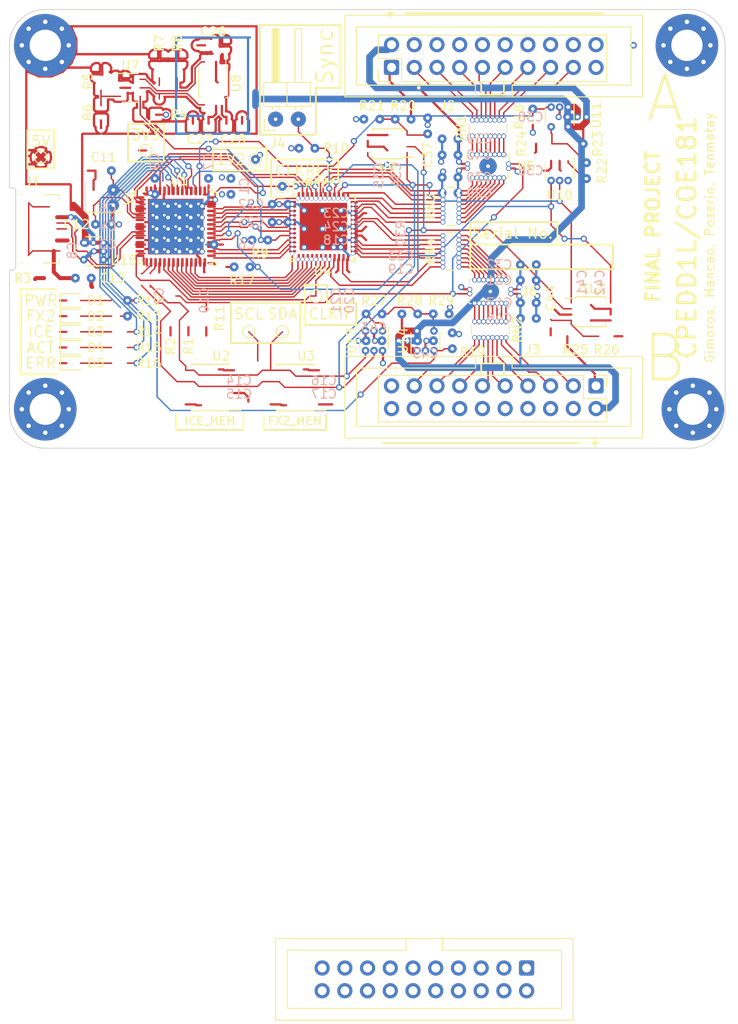
<source format=kicad_pcb>
(kicad_pcb (version 20171130) (host pcbnew "(5.1.10)-1")
  (layers (0 F.Cu signal) (31 B.Cu signal hide) (34 B.Paste user) (35 F.Paste user) (36 B.SilkS user) (37 F.SilkS user) (38 B.Mask user) (39 F.Mask user) (44 Edge.Cuts user))
  (net 0 "")
  (module Glasgow:MountingHole_3.5mm_Pad_Via_CrtYd (layer F.Cu) (at 54 115.64)
    (fp_text reference MK2 hide)
    (fp_text value Mounting_Hole_PAD hide)
    (pad 1 thru_hole circle (at 1.856155 -1.856155) (size 0.8 0.8) (drill 0.5) (layers *.Cu *.Mask))
    (pad 1 thru_hole circle (at 0 -2.625) (size 0.8 0.8) (drill 0.5) (layers *.Cu *.Mask))
    (pad 1 thru_hole circle (at -1.856155 -1.856155) (size 0.8 0.8) (drill 0.5) (layers *.Cu *.Mask))
    (pad 1 thru_hole circle (at -2.625 0) (size 0.8 0.8) (drill 0.5) (layers *.Cu *.Mask))
    (pad 1 thru_hole circle (at -1.856155 1.856155) (size 0.8 0.8) (drill 0.5) (layers *.Cu *.Mask))
    (pad 1 thru_hole circle (at 0 2.625) (size 0.8 0.8) (drill 0.5) (layers *.Cu *.Mask))
    (pad 1 thru_hole circle (at 1.856155 1.856155) (size 0.8 0.8) (drill 0.5) (layers *.Cu *.Mask))
    (pad 1 thru_hole circle (at 2.625 0) (size 0.8 0.8) (drill 0.5) (layers *.Cu *.Mask))
    (pad 1 thru_hole circle (at 0 0) (size 7 7) (drill 3.5) (layers *.Cu *.Mask))
  )
  (module Connector_IDC:IDC-Header_2x10_P2.54mm_Vertical (layer F.Cu) (at 115.57 113.03 270)
    (fp_text reference J3 hide)
    (fp_text value IDC-Header_2x10_P2.54mm)
    (pad 20 thru_hole circle (at 2.54 22.86 270) (size 1.7 1.7) (drill 1) (layers *.Cu *.Mask))
    (pad 18 thru_hole circle (at 2.54 20.32 270) (size 1.7 1.7) (drill 1) (layers *.Cu *.Mask))
    (pad 16 thru_hole circle (at 2.54 17.78 270) (size 1.7 1.7) (drill 1) (layers *.Cu *.Mask))
    (pad 14 thru_hole circle (at 2.54 15.24 270) (size 1.7 1.7) (drill 1) (layers *.Cu *.Mask))
    (pad 12 thru_hole circle (at 2.54 12.7 270) (size 1.7 1.7) (drill 1) (layers *.Cu *.Mask))
    (pad 10 thru_hole circle (at 2.54 10.16 270) (size 1.7 1.7) (drill 1) (layers *.Cu *.Mask))
    (pad 8 thru_hole circle (at 2.54 7.62 270) (size 1.7 1.7) (drill 1) (layers *.Cu *.Mask))
    (pad 6 thru_hole circle (at 2.54 5.08 270) (size 1.7 1.7) (drill 1) (layers *.Cu *.Mask))
    (pad 4 thru_hole circle (at 2.54 2.54 270) (size 1.7 1.7) (drill 1) (layers *.Cu *.Mask))
    (pad 2 thru_hole circle (at 2.54 0 270) (size 1.7 1.7) (drill 1) (layers *.Cu *.Mask))
    (pad 19 thru_hole circle (at 0 22.86 270) (size 1.7 1.7) (drill 1) (layers *.Cu *.Mask))
    (pad 17 thru_hole circle (at 0 20.32 270) (size 1.7 1.7) (drill 1) (layers *.Cu *.Mask))
    (pad 15 thru_hole circle (at 0 17.78 270) (size 1.7 1.7) (drill 1) (layers *.Cu *.Mask))
    (pad 13 thru_hole circle (at 0 15.24 270) (size 1.7 1.7) (drill 1) (layers *.Cu *.Mask))
    (pad 11 thru_hole circle (at 0 12.7 270) (size 1.7 1.7) (drill 1) (layers *.Cu *.Mask))
    (pad 9 thru_hole circle (at 0 10.16 270) (size 1.7 1.7) (drill 1) (layers *.Cu *.Mask))
    (pad 7 thru_hole circle (at 0 7.62 270) (size 1.7 1.7) (drill 1) (layers *.Cu *.Mask))
    (pad 5 thru_hole circle (at 0 5.08 270) (size 1.7 1.7) (drill 1) (layers *.Cu *.Mask))
    (pad 3 thru_hole circle (at 0 2.54 270) (size 1.7 1.7) (drill 1) (layers *.Cu *.Mask))
    (pad 1 thru_hole roundrect (at 0 0 270) (size 1.7 1.7) (drill 1) (layers *.Cu *.Mask) (roundrect_rratio 0.1470588235294118))
  )
  (module Package_DFN_QFN:QFN-48-1EP_7x7mm_P0.5mm_EP5.3x5.3mm (layer F.Cu) (at 85.09 95.25)
    (fp_text reference REF** (at 0 -4.8) (layer F.SilkS))
    (fp_text value QFN-48-1EP_7x7mm_P0.5mm_EP5.3x5.3mm)
    (pad 49 smd rect (at 0 0) (size 5.3 5.3) (layers F.Cu F.Mask))
    (pad 48 smd roundrect (at -2.75 -3.45) (size 0.25 0.8) (layers F.Cu F.Paste F.Mask))
    (pad 47 smd roundrect (at -2.25 -3.45) (size 0.25 0.8) (layers F.Cu F.Paste F.Mask))
    (pad 46 smd roundrect (at -1.75 -3.45) (size 0.25 0.8) (layers F.Cu F.Paste F.Mask))
    (pad 45 smd roundrect (at -1.25 -3.45) (size 0.25 0.8) (layers F.Cu F.Paste F.Mask))
    (pad 44 smd roundrect (at -0.75 -3.45) (size 0.25 0.8) (layers F.Cu F.Paste F.Mask))
    (pad 43 smd roundrect (at -0.25 -3.45) (size 0.25 0.8) (layers F.Cu F.Paste F.Mask))
    (pad 42 smd roundrect (at 0.25 -3.45) (size 0.25 0.8) (layers F.Cu F.Paste F.Mask))
    (pad 41 smd roundrect (at 0.75 -3.45) (size 0.25 0.8) (layers F.Cu F.Paste F.Mask))
    (pad 40 smd roundrect (at 1.25 -3.45) (size 0.25 0.8) (layers F.Cu F.Paste F.Mask))
    (pad 39 smd roundrect (at 1.75 -3.45) (size 0.25 0.8) (layers F.Cu F.Paste F.Mask))
    (pad 38 smd roundrect (at 2.25 -3.45) (size 0.25 0.8) (layers F.Cu F.Paste F.Mask))
    (pad 37 smd roundrect (at 2.75 -3.45) (size 0.25 0.8) (layers F.Cu F.Paste F.Mask))
    (pad 36 smd roundrect (at 3.45 -2.75) (size 0.8 0.25) (layers F.Cu F.Paste F.Mask))
    (pad 35 smd roundrect (at 3.45 -2.25) (size 0.8 0.25) (layers F.Cu F.Paste F.Mask))
    (pad 34 smd roundrect (at 3.45 -1.75) (size 0.8 0.25) (layers F.Cu F.Paste F.Mask))
    (pad 33 smd roundrect (at 3.45 -1.25) (size 0.8 0.25) (layers F.Cu F.Paste F.Mask))
    (pad 32 smd roundrect (at 3.45 -0.75) (size 0.8 0.25) (layers F.Cu F.Paste F.Mask))
    (pad 31 smd roundrect (at 3.45 -0.25) (size 0.8 0.25) (layers F.Cu F.Paste F.Mask))
    (pad 30 smd roundrect (at 3.45 0.25) (size 0.8 0.25) (layers F.Cu F.Paste F.Mask))
    (pad 29 smd roundrect (at 3.45 0.75) (size 0.8 0.25) (layers F.Cu F.Paste F.Mask))
    (pad 28 smd roundrect (at 3.45 1.25) (size 0.8 0.25) (layers F.Cu F.Paste F.Mask))
    (pad 27 smd roundrect (at 3.45 1.75) (size 0.8 0.25) (layers F.Cu F.Paste F.Mask))
    (pad 26 smd roundrect (at 3.45 2.25) (size 0.8 0.25) (layers F.Cu F.Paste F.Mask))
    (pad 25 smd roundrect (at 3.45 2.75) (size 0.8 0.25) (layers F.Cu F.Paste F.Mask))
    (pad 24 smd roundrect (at 2.75 3.45) (size 0.25 0.8) (layers F.Cu F.Paste F.Mask))
    (pad 23 smd roundrect (at 2.25 3.45) (size 0.25 0.8) (layers F.Cu F.Paste F.Mask))
    (pad 22 smd roundrect (at 1.75 3.45) (size 0.25 0.8) (layers F.Cu F.Paste F.Mask))
    (pad 21 smd roundrect (at 1.25 3.45) (size 0.25 0.8) (layers F.Cu F.Paste F.Mask))
    (pad 20 smd roundrect (at 0.75 3.45) (size 0.25 0.8) (layers F.Cu F.Paste F.Mask))
    (pad 19 smd roundrect (at 0.25 3.45) (size 0.25 0.8) (layers F.Cu F.Paste F.Mask))
    (pad 18 smd roundrect (at -0.25 3.45) (size 0.25 0.8) (layers F.Cu F.Paste F.Mask))
    (pad 17 smd roundrect (at -0.75 3.45) (size 0.25 0.8) (layers F.Cu F.Paste F.Mask))
    (pad 16 smd roundrect (at -1.25 3.45) (size 0.25 0.8) (layers F.Cu F.Paste F.Mask))
    (pad 15 smd roundrect (at -1.75 3.45) (size 0.25 0.8) (layers F.Cu F.Paste F.Mask))
    (pad 14 smd roundrect (at -2.25 3.45) (size 0.25 0.8) (layers F.Cu F.Paste F.Mask))
    (pad 13 smd roundrect (at -2.75 3.45) (size 0.25 0.8) (layers F.Cu F.Paste F.Mask))
    (pad 12 smd roundrect (at -3.45 2.75) (size 0.8 0.25) (layers F.Cu F.Paste F.Mask))
    (pad 11 smd roundrect (at -3.45 2.25) (size 0.8 0.25) (layers F.Cu F.Paste F.Mask))
    (pad 10 smd roundrect (at -3.45 1.75) (size 0.8 0.25) (layers F.Cu F.Paste F.Mask))
    (pad 9 smd roundrect (at -3.45 1.25) (size 0.8 0.25) (layers F.Cu F.Paste F.Mask))
    (pad 8 smd roundrect (at -3.45 0.75) (size 0.8 0.25) (layers F.Cu F.Paste F.Mask))
    (pad 7 smd roundrect (at -3.45 0.25) (size 0.8 0.25) (layers F.Cu F.Paste F.Mask))
    (pad 6 smd roundrect (at -3.45 -0.25) (size 0.8 0.25) (layers F.Cu F.Paste F.Mask))
    (pad 5 smd roundrect (at -3.45 -0.75) (size 0.8 0.25) (layers F.Cu F.Paste F.Mask))
    (pad 4 smd roundrect (at -3.45 -1.25) (size 0.8 0.25) (layers F.Cu F.Paste F.Mask))
    (pad 3 smd roundrect (at -3.45 -1.75) (size 0.8 0.25) (layers F.Cu F.Paste F.Mask))
    (pad 2 smd roundrect (at -3.45 -2.25) (size 0.8 0.25) (layers F.Cu F.Paste F.Mask))
    (pad 1 smd roundrect (at -3.45 -2.75) (size 0.8 0.25) (layers F.Cu F.Paste F.Mask))
  )
  (module Package_DFN_QFN:Cypress_QFN-56-1EP_8x8mm_P0.5mm_EP6.22x6.22mm_ThermalVias (layer F.Cu) (at 68.58 95.25)
    (fp_text reference U1 hide)
    (fp_text value CY7C68013A-56LTX)
    (pad 57 smd rect (at 0 0) (size 6.1 6.1) (layers B.Cu))
    (pad 57 thru_hole circle (at -2.54 2.54) (size 0.6 0.6) (drill 0.3) (layers *.Cu))
    (pad 57 thru_hole circle (at -1.27 2.54) (size 0.6 0.6) (drill 0.3) (layers *.Cu))
    (pad 57 thru_hole circle (at 0 2.54) (size 0.6 0.6) (drill 0.3) (layers *.Cu))
    (pad 57 thru_hole circle (at 1.27 2.54) (size 0.6 0.6) (drill 0.3) (layers *.Cu))
    (pad 57 thru_hole circle (at 2.54 2.54) (size 0.6 0.6) (drill 0.3) (layers *.Cu))
    (pad 57 thru_hole circle (at 2.54 1.27) (size 0.6 0.6) (drill 0.3) (layers *.Cu))
    (pad 57 thru_hole circle (at 1.27 1.27) (size 0.6 0.6) (drill 0.3) (layers *.Cu))
    (pad 57 thru_hole circle (at 0 1.27) (size 0.6 0.6) (drill 0.3) (layers *.Cu))
    (pad 57 thru_hole circle (at -1.27 1.27) (size 0.6 0.6) (drill 0.3) (layers *.Cu))
    (pad 57 thru_hole circle (at -2.54 1.27) (size 0.6 0.6) (drill 0.3) (layers *.Cu))
    (pad 57 thru_hole circle (at -2.54 -2.54) (size 0.6 0.6) (drill 0.3) (layers *.Cu))
    (pad 57 thru_hole circle (at -1.27 -2.54) (size 0.6 0.6) (drill 0.3) (layers *.Cu))
    (pad 57 thru_hole circle (at 0 -2.54) (size 0.6 0.6) (drill 0.3) (layers *.Cu))
    (pad 57 thru_hole circle (at 1.27 -2.54) (size 0.6 0.6) (drill 0.3) (layers *.Cu))
    (pad 57 thru_hole circle (at 2.54 -2.54) (size 0.6 0.6) (drill 0.3) (layers *.Cu))
    (pad 57 thru_hole circle (at 2.54 -1.27) (size 0.6 0.6) (drill 0.3) (layers *.Cu))
    (pad 57 thru_hole circle (at 1.27 -1.27) (size 0.6 0.6) (drill 0.3) (layers *.Cu))
    (pad 57 thru_hole circle (at 0 -1.27) (size 0.6 0.6) (drill 0.3) (layers *.Cu))
    (pad 57 thru_hole circle (at -1.27 -1.27) (size 0.6 0.6) (drill 0.3) (layers *.Cu))
    (pad 57 thru_hole circle (at -2.54 -1.27) (size 0.6 0.6) (drill 0.3) (layers *.Cu))
    (pad 57 thru_hole circle (at -2.54 0) (size 0.6 0.6) (drill 0.3) (layers *.Cu))
    (pad 57 thru_hole circle (at -1.27 0) (size 0.6 0.6) (drill 0.3) (layers *.Cu))
    (pad 57 thru_hole circle (at 2.54 0) (size 0.6 0.6) (drill 0.3) (layers *.Cu))
    (pad 57 thru_hole circle (at 1.27 0) (size 0.6 0.6) (drill 0.3) (layers *.Cu))
    (pad 57 thru_hole circle (at 0 0) (size 0.6 0.6) (drill 0.3) (layers *.Cu))
    (pad 57 smd rect (at 0 0) (size 6.22 6.22) (layers F.Cu))
    (pad 56 smd oval (at -3.25 -4) (size 0.28 1) (layers F.Cu F.Paste F.Mask))
    (pad 55 smd oval (at -2.75 -4) (size 0.28 1) (layers F.Cu F.Paste F.Mask))
    (pad 54 smd oval (at -2.25 -4) (size 0.28 1) (layers F.Cu F.Paste F.Mask))
    (pad 53 smd oval (at -1.75 -4) (size 0.28 1) (layers F.Cu F.Paste F.Mask))
    (pad 52 smd oval (at -1.25 -4) (size 0.28 1) (layers F.Cu F.Paste F.Mask))
    (pad 51 smd oval (at -0.75 -4) (size 0.28 1) (layers F.Cu F.Paste F.Mask))
    (pad 50 smd oval (at -0.25 -4) (size 0.28 1) (layers F.Cu F.Paste F.Mask))
    (pad 49 smd oval (at 0.25 -4) (size 0.28 1) (layers F.Cu F.Paste F.Mask))
    (pad 48 smd oval (at 0.75 -4) (size 0.28 1) (layers F.Cu F.Paste F.Mask))
    (pad 47 smd oval (at 1.25 -4) (size 0.28 1) (layers F.Cu F.Paste F.Mask))
    (pad 46 smd oval (at 1.75 -4) (size 0.28 1) (layers F.Cu F.Paste F.Mask))
    (pad 45 smd oval (at 2.25 -4) (size 0.28 1) (layers F.Cu F.Paste F.Mask))
    (pad 44 smd oval (at 2.75 -4) (size 0.28 1) (layers F.Cu F.Paste F.Mask))
    (pad 43 smd oval (at 3.25 -4) (size 0.28 1) (layers F.Cu F.Paste F.Mask))
    (pad 42 smd oval (at 4 -3.25) (size 1 0.28) (layers F.Cu F.Paste F.Mask))
    (pad 41 smd oval (at 4 -2.75) (size 1 0.28) (layers F.Cu F.Paste F.Mask))
    (pad 40 smd oval (at 4 -2.25) (size 1 0.28) (layers F.Cu F.Paste F.Mask))
    (pad 39 smd oval (at 4 -1.75) (size 1 0.28) (layers F.Cu F.Paste F.Mask))
    (pad 38 smd oval (at 4 -1.25) (size 1 0.28) (layers F.Cu F.Paste F.Mask))
    (pad 37 smd oval (at 4 -0.75) (size 1 0.28) (layers F.Cu F.Paste F.Mask))
    (pad 36 smd oval (at 4 -0.25) (size 1 0.28) (layers F.Cu F.Paste F.Mask))
    (pad 35 smd oval (at 4 0.25) (size 1 0.28) (layers F.Cu F.Paste F.Mask))
    (pad 34 smd oval (at 4 0.75) (size 1 0.28) (layers F.Cu F.Paste F.Mask))
    (pad 33 smd oval (at 4 1.25) (size 1 0.28) (layers F.Cu F.Paste F.Mask))
    (pad 32 smd oval (at 4 1.75) (size 1 0.28) (layers F.Cu F.Paste F.Mask))
    (pad 31 smd oval (at 4 2.25) (size 1 0.28) (layers F.Cu F.Paste F.Mask))
    (pad 30 smd oval (at 4 2.75) (size 1 0.28) (layers F.Cu F.Paste F.Mask))
    (pad 29 smd oval (at 4 3.25) (size 1 0.28) (layers F.Cu F.Paste F.Mask))
    (pad 28 smd oval (at 3.25 4) (size 0.28 1) (layers F.Cu F.Paste F.Mask))
    (pad 27 smd oval (at 2.75 4) (size 0.28 1) (layers F.Cu F.Paste F.Mask))
    (pad 26 smd oval (at 2.25 4) (size 0.28 1) (layers F.Cu F.Paste F.Mask))
    (pad 25 smd oval (at 1.75 4) (size 0.28 1) (layers F.Cu F.Paste F.Mask))
    (pad 24 smd oval (at 1.25 4) (size 0.28 1) (layers F.Cu F.Paste F.Mask))
    (pad 23 smd oval (at 0.75 4) (size 0.28 1) (layers F.Cu F.Paste F.Mask))
    (pad 22 smd oval (at 0.25 4) (size 0.28 1) (layers F.Cu F.Paste F.Mask))
    (pad 21 smd oval (at -0.25 4) (size 0.28 1) (layers F.Cu F.Paste F.Mask))
    (pad 20 smd oval (at -0.75 4) (size 0.28 1) (layers F.Cu F.Paste F.Mask))
    (pad 19 smd oval (at -1.25 4) (size 0.28 1) (layers F.Cu F.Paste F.Mask))
    (pad 18 smd oval (at -1.75 4) (size 0.28 1) (layers F.Cu F.Paste F.Mask))
    (pad 17 smd oval (at -2.25 4) (size 0.28 1) (layers F.Cu F.Paste F.Mask))
    (pad 16 smd oval (at -2.75 4) (size 0.28 1) (layers F.Cu F.Paste F.Mask))
    (pad 15 smd oval (at -3.25 4) (size 0.28 1) (layers F.Cu F.Paste F.Mask))
    (pad 14 smd oval (at -4 3.25) (size 1 0.28) (layers F.Cu F.Paste F.Mask))
    (pad 13 smd oval (at -4 2.75) (size 1 0.28) (layers F.Cu F.Paste F.Mask))
    (pad 12 smd oval (at -4 2.25) (size 1 0.28) (layers F.Cu F.Paste F.Mask))
    (pad 11 smd oval (at -4 1.75) (size 1 0.28) (layers F.Cu F.Paste F.Mask))
    (pad 10 smd oval (at -4 1.25) (size 1 0.28) (layers F.Cu F.Paste F.Mask))
    (pad 9 smd oval (at -4 0.75) (size 1 0.28) (layers F.Cu F.Paste F.Mask))
    (pad 8 smd oval (at -4 0.25) (size 1 0.28) (layers F.Cu F.Paste F.Mask))
    (pad 7 smd oval (at -4 -0.25) (size 1 0.28) (layers F.Cu F.Paste F.Mask))
    (pad 6 smd oval (at -4 -0.75) (size 1 0.28) (layers F.Cu F.Paste F.Mask))
    (pad 5 smd oval (at -4 -1.25) (size 1 0.28) (layers F.Cu F.Paste F.Mask))
    (pad 4 smd oval (at -4 -1.75) (size 1 0.28) (layers F.Cu F.Paste F.Mask))
    (pad 3 smd oval (at -4 -2.25) (size 1 0.28) (layers F.Cu F.Paste F.Mask))
    (pad 2 smd oval (at -4 -2.75) (size 1 0.28) (layers F.Cu F.Paste F.Mask))
    (pad 1 smd oval (at -4 -3.25) (size 1 0.28) (layers F.Cu F.Paste F.Mask))
  )
  (module Connector_IDC:IDC-Header_2x10_P2.54mm_Vertical (layer F.Cu) (at 92.71 77.47 90)
    (fp_text reference J2 hide)
    (fp_text value IDC-Header_2x10_P2.54mm)
    (pad 20 thru_hole circle (at 2.54 22.86 90) (size 1.7 1.7) (drill 1) (layers *.Cu *.Mask))
    (pad 18 thru_hole circle (at 2.54 20.32 90) (size 1.7 1.7) (drill 1) (layers *.Cu *.Mask))
    (pad 16 thru_hole circle (at 2.54 17.78 90) (size 1.7 1.7) (drill 1) (layers *.Cu *.Mask))
    (pad 14 thru_hole circle (at 2.54 15.24 90) (size 1.7 1.7) (drill 1) (layers *.Cu *.Mask))
    (pad 12 thru_hole circle (at 2.54 12.7 90) (size 1.7 1.7) (drill 1) (layers *.Cu *.Mask))
    (pad 10 thru_hole circle (at 2.54 10.16 90) (size 1.7 1.7) (drill 1) (layers *.Cu *.Mask))
    (pad 8 thru_hole circle (at 2.54 7.62 90) (size 1.7 1.7) (drill 1) (layers *.Cu *.Mask))
    (pad 6 thru_hole circle (at 2.54 5.08 90) (size 1.7 1.7) (drill 1) (layers *.Cu *.Mask))
    (pad 4 thru_hole circle (at 2.54 2.54 90) (size 1.7 1.7) (drill 1) (layers *.Cu *.Mask))
    (pad 2 thru_hole circle (at 2.54 0 90) (size 1.7 1.7) (drill 1) (layers *.Cu *.Mask))
    (pad 19 thru_hole circle (at 0 22.86 90) (size 1.7 1.7) (drill 1) (layers *.Cu *.Mask))
    (pad 17 thru_hole circle (at 0 20.32 90) (size 1.7 1.7) (drill 1) (layers *.Cu *.Mask))
    (pad 15 thru_hole circle (at 0 17.78 90) (size 1.7 1.7) (drill 1) (layers *.Cu *.Mask))
    (pad 13 thru_hole circle (at 0 15.24 90) (size 1.7 1.7) (drill 1) (layers *.Cu *.Mask))
    (pad 11 thru_hole circle (at 0 12.7 90) (size 1.7 1.7) (drill 1) (layers *.Cu *.Mask))
    (pad 9 thru_hole circle (at 0 10.16 90) (size 1.7 1.7) (drill 1) (layers *.Cu *.Mask))
    (pad 7 thru_hole circle (at 0 7.62 90) (size 1.7 1.7) (drill 1) (layers *.Cu *.Mask))
    (pad 5 thru_hole circle (at 0 5.08 90) (size 1.7 1.7) (drill 1) (layers *.Cu *.Mask))
    (pad 3 thru_hole circle (at 0 2.54 90) (size 1.7 1.7) (drill 1) (layers *.Cu *.Mask))
    (pad 1 thru_hole roundrect (at 0 0 90) (size 1.7 1.7) (drill 1) (layers *.Cu *.Mask) (roundrect_rratio 0.1470588235294118))
  )
  (module Connector_IDC:IDC-Header_2x10_P2.54mm_Vertical (layer F.Cu) (at 107.81 178.05 270)
    (fp_text reference J3 hide)
    (fp_text value IDC-Header_2x10_P2.54mm)
    (pad 20 thru_hole circle (at 2.54 22.86 270) (size 1.7 1.7) (drill 1) (layers *.Cu *.Mask))
    (pad 18 thru_hole circle (at 2.54 20.32 270) (size 1.7 1.7) (drill 1) (layers *.Cu *.Mask))
    (pad 16 thru_hole circle (at 2.54 17.78 270) (size 1.7 1.7) (drill 1) (layers *.Cu *.Mask))
    (pad 14 thru_hole circle (at 2.54 15.24 270) (size 1.7 1.7) (drill 1) (layers *.Cu *.Mask))
    (pad 12 thru_hole circle (at 2.54 12.7 270) (size 1.7 1.7) (drill 1) (layers *.Cu *.Mask))
    (pad 10 thru_hole circle (at 2.54 10.16 270) (size 1.7 1.7) (drill 1) (layers *.Cu *.Mask))
    (pad 8 thru_hole circle (at 2.54 7.62 270) (size 1.7 1.7) (drill 1) (layers *.Cu *.Mask))
    (pad 6 thru_hole circle (at 2.54 5.08 270) (size 1.7 1.7) (drill 1) (layers *.Cu *.Mask))
    (pad 4 thru_hole circle (at 2.54 2.54 270) (size 1.7 1.7) (drill 1) (layers *.Cu *.Mask))
    (pad 2 thru_hole circle (at 2.54 0 270) (size 1.7 1.7) (drill 1) (layers *.Cu *.Mask))
    (pad 19 thru_hole circle (at 0 22.86 270) (size 1.7 1.7) (drill 1) (layers *.Cu *.Mask))
    (pad 17 thru_hole circle (at 0 20.32 270) (size 1.7 1.7) (drill 1) (layers *.Cu *.Mask))
    (pad 15 thru_hole circle (at 0 17.78 270) (size 1.7 1.7) (drill 1) (layers *.Cu *.Mask))
    (pad 13 thru_hole circle (at 0 15.24 270) (size 1.7 1.7) (drill 1) (layers *.Cu *.Mask))
    (pad 11 thru_hole circle (at 0 12.7 270) (size 1.7 1.7) (drill 1) (layers *.Cu *.Mask))
    (pad 9 thru_hole circle (at 0 10.16 270) (size 1.7 1.7) (drill 1) (layers *.Cu *.Mask))
    (pad 7 thru_hole circle (at 0 7.62 270) (size 1.7 1.7) (drill 1) (layers *.Cu *.Mask))
    (pad 5 thru_hole circle (at 0 5.08 270) (size 1.7 1.7) (drill 1) (layers *.Cu *.Mask))
    (pad 3 thru_hole circle (at 0 2.54 270) (size 1.7 1.7) (drill 1) (layers *.Cu *.Mask))
    (pad 1 thru_hole roundrect (at 0 0 270) (size 1.7 1.7) (drill 1) (layers *.Cu *.Mask) (roundrect_rratio 0.1470588235294118))
  )
  (module Glasgow:MountingHole_3.5mm_Pad_Via_CrtYd (layer F.Cu) (at 125.73 75)
    (fp_text reference MK2 hide)
    (fp_text value Mounting_Hole_PAD hide)
    (pad 1 thru_hole circle (at 1.856155 -1.856155) (size 0.8 0.8) (drill 0.5) (layers *.Cu *.Mask))
    (pad 1 thru_hole circle (at 0 -2.625) (size 0.8 0.8) (drill 0.5) (layers *.Cu *.Mask))
    (pad 1 thru_hole circle (at -1.856155 -1.856155) (size 0.8 0.8) (drill 0.5) (layers *.Cu *.Mask))
    (pad 1 thru_hole circle (at -2.625 0) (size 0.8 0.8) (drill 0.5) (layers *.Cu *.Mask))
    (pad 1 thru_hole circle (at -1.856155 1.856155) (size 0.8 0.8) (drill 0.5) (layers *.Cu *.Mask))
    (pad 1 thru_hole circle (at 0 2.625) (size 0.8 0.8) (drill 0.5) (layers *.Cu *.Mask))
    (pad 1 thru_hole circle (at 1.856155 1.856155) (size 0.8 0.8) (drill 0.5) (layers *.Cu *.Mask))
    (pad 1 thru_hole circle (at 2.625 0) (size 0.8 0.8) (drill 0.5) (layers *.Cu *.Mask))
    (pad 1 thru_hole circle (at 0 0) (size 7 7) (drill 3.5) (layers *.Cu *.Mask))
  )
  (module Glasgow:MountingHole_3.5mm_Pad_Via_CrtYd (layer F.Cu) (at 126.39 115.64)
    (fp_text reference MK2 hide)
    (fp_text value Mounting_Hole_PAD hide)
    (pad 1 thru_hole circle (at 1.856155 -1.856155) (size 0.8 0.8) (drill 0.5) (layers *.Cu *.Mask))
    (pad 1 thru_hole circle (at 0 -2.625) (size 0.8 0.8) (drill 0.5) (layers *.Cu *.Mask))
    (pad 1 thru_hole circle (at -1.856155 -1.856155) (size 0.8 0.8) (drill 0.5) (layers *.Cu *.Mask))
    (pad 1 thru_hole circle (at -2.625 0) (size 0.8 0.8) (drill 0.5) (layers *.Cu *.Mask))
    (pad 1 thru_hole circle (at -1.856155 1.856155) (size 0.8 0.8) (drill 0.5) (layers *.Cu *.Mask))
    (pad 1 thru_hole circle (at 0 2.625) (size 0.8 0.8) (drill 0.5) (layers *.Cu *.Mask))
    (pad 1 thru_hole circle (at 1.856155 1.856155) (size 0.8 0.8) (drill 0.5) (layers *.Cu *.Mask))
    (pad 1 thru_hole circle (at 2.625 0) (size 0.8 0.8) (drill 0.5) (layers *.Cu *.Mask))
    (pad 1 thru_hole circle (at 0 0) (size 7 7) (drill 3.5) (layers *.Cu *.Mask))
  )
  (module Glasgow:MountingHole_3.5mm_Pad_Via_CrtYd (layer F.Cu) (at 54 75)
    (fp_text reference MK2 hide)
    (fp_text value Mounting_Hole_PAD hide)
    (pad 1 thru_hole circle (at 1.856155 -1.856155) (size 0.8 0.8) (drill 0.5) (layers *.Cu *.Mask))
    (pad 1 thru_hole circle (at 0 -2.625) (size 0.8 0.8) (drill 0.5) (layers *.Cu *.Mask))
    (pad 1 thru_hole circle (at -1.856155 -1.856155) (size 0.8 0.8) (drill 0.5) (layers *.Cu *.Mask))
    (pad 1 thru_hole circle (at -2.625 0) (size 0.8 0.8) (drill 0.5) (layers *.Cu *.Mask))
    (pad 1 thru_hole circle (at -1.856155 1.856155) (size 0.8 0.8) (drill 0.5) (layers *.Cu *.Mask))
    (pad 1 thru_hole circle (at 0 2.625) (size 0.8 0.8) (drill 0.5) (layers *.Cu *.Mask))
    (pad 1 thru_hole circle (at 1.856155 1.856155) (size 0.8 0.8) (drill 0.5) (layers *.Cu *.Mask))
    (pad 1 thru_hole circle (at 2.625 0) (size 0.8 0.8) (drill 0.5) (layers *.Cu *.Mask))
    (pad 1 thru_hole circle (at 0 0) (size 7 7) (drill 3.5) (layers *.Cu *.Mask))
  )
  (gr_text "FINAL PROJECT" (at 121.92 95.25 90) (layer F.SilkS) (effects (font (size 1.5 1.5) (thickness 0.3))))
  (gr_text CPEDD1L/COE181 (at 125.73 96.52 90) (layer F.SilkS) (effects (font (size 2 2) (thickness 0.3))))
  (gr_text "GND\n" (at 125.73 74.93) (layer F.Cu) (effects (font (size 1.5 1.5) (thickness 0.3))))
  (gr_text "Gimoros, Mancao, Poserio, Tenmatay" (at 128.27 96.52 90) (layer F.SilkS) (effects (font (size 1 1))))
  (gr_line (start 57.35714 97.75833) (end 57.40476 97.71071) (layer B.SilkS) (width 0.15))
  (gr_line (start 57.40476 97.71071) (end 57.45238 97.56786) (layer B.SilkS) (width 0.15))
  (gr_line (start 57.45238 97.56786) (end 57.45238 97.47262) (layer B.SilkS) (width 0.15))
  (gr_line (start 57.45238 97.47262) (end 57.40476 97.32976) (layer B.SilkS) (width 0.15))
  (gr_line (start 57.40476 97.32976) (end 57.30952 97.23452) (layer B.SilkS) (width 0.15))
  (gr_line (start 57.30952 97.23452) (end 57.21429 97.1869) (layer B.SilkS) (width 0.15))
  (gr_line (start 57.21429 97.1869) (end 57.02381 97.13929) (layer B.SilkS) (width 0.15))
  (gr_line (start 57.02381 97.13929) (end 56.88095 97.13929) (layer B.SilkS) (width 0.15))
  (gr_line (start 56.88095 97.13929) (end 56.69048 97.1869) (layer B.SilkS) (width 0.15))
  (gr_line (start 56.69048 97.1869) (end 56.59524 97.23452) (layer B.SilkS) (width 0.15))
  (gr_line (start 56.59524 97.23452) (end 56.5 97.32976) (layer B.SilkS) (width 0.15))
  (gr_line (start 56.5 97.32976) (end 56.45238 97.47262) (layer B.SilkS) (width 0.15))
  (gr_line (start 56.45238 97.47262) (end 56.45238 97.56786) (layer B.SilkS) (width 0.15))
  (gr_line (start 56.45238 97.56786) (end 56.5 97.71071) (layer B.SilkS) (width 0.15))
  (gr_line (start 56.5 97.71071) (end 56.54762 97.75833) (layer B.SilkS) (width 0.15))
  (gr_line (start 56.88095 98.32976) (end 56.83333 98.23452) (layer B.SilkS) (width 0.15))
  (gr_line (start 56.83333 98.23452) (end 56.78571 98.1869) (layer B.SilkS) (width 0.15))
  (gr_line (start 56.78571 98.1869) (end 56.69048 98.13929) (layer B.SilkS) (width 0.15))
  (gr_line (start 56.69048 98.13929) (end 56.64286 98.13929) (layer B.SilkS) (width 0.15))
  (gr_line (start 56.64286 98.13929) (end 56.54762 98.1869) (layer B.SilkS) (width 0.15))
  (gr_line (start 56.54762 98.1869) (end 56.5 98.23452) (layer B.SilkS) (width 0.15))
  (gr_line (start 56.5 98.23452) (end 56.45238 98.32976) (layer B.SilkS) (width 0.15))
  (gr_line (start 56.45238 98.32976) (end 56.45238 98.52024) (layer B.SilkS) (width 0.15))
  (gr_line (start 56.45238 98.52024) (end 56.5 98.61548) (layer B.SilkS) (width 0.15))
  (gr_line (start 56.5 98.61548) (end 56.54762 98.6631) (layer B.SilkS) (width 0.15))
  (gr_line (start 56.54762 98.6631) (end 56.64286 98.71071) (layer B.SilkS) (width 0.15))
  (gr_line (start 56.64286 98.71071) (end 56.69048 98.71071) (layer B.SilkS) (width 0.15))
  (gr_line (start 56.69048 98.71071) (end 56.78571 98.6631) (layer B.SilkS) (width 0.15))
  (gr_line (start 56.78571 98.6631) (end 56.83333 98.61548) (layer B.SilkS) (width 0.15))
  (gr_line (start 56.83333 98.61548) (end 56.88095 98.52024) (layer B.SilkS) (width 0.15))
  (gr_line (start 56.88095 98.52024) (end 56.88095 98.32976) (layer B.SilkS) (width 0.15))
  (gr_line (start 56.88095 98.32976) (end 56.92857 98.23452) (layer B.SilkS) (width 0.15))
  (gr_line (start 56.92857 98.23452) (end 56.97619 98.1869) (layer B.SilkS) (width 0.15))
  (gr_line (start 56.97619 98.1869) (end 57.07143 98.13929) (layer B.SilkS) (width 0.15))
  (gr_line (start 57.07143 98.13929) (end 57.2619 98.13929) (layer B.SilkS) (width 0.15))
  (gr_line (start 57.2619 98.13929) (end 57.35714 98.1869) (layer B.SilkS) (width 0.15))
  (gr_line (start 57.35714 98.1869) (end 57.40476 98.23452) (layer B.SilkS) (width 0.15))
  (gr_line (start 57.40476 98.23452) (end 57.45238 98.32976) (layer B.SilkS) (width 0.15))
  (gr_line (start 57.45238 98.32976) (end 57.45238 98.52024) (layer B.SilkS) (width 0.15))
  (gr_line (start 57.45238 98.52024) (end 57.40476 98.61548) (layer B.SilkS) (width 0.15))
  (gr_line (start 57.40476 98.61548) (end 57.35714 98.6631) (layer B.SilkS) (width 0.15))
  (gr_line (start 57.35714 98.6631) (end 57.2619 98.71071) (layer B.SilkS) (width 0.15))
  (gr_line (start 57.2619 98.71071) (end 57.07143 98.71071) (layer B.SilkS) (width 0.15))
  (gr_line (start 57.07143 98.71071) (end 56.97619 98.6631) (layer B.SilkS) (width 0.15))
  (gr_line (start 56.97619 98.6631) (end 56.92857 98.61548) (layer B.SilkS) (width 0.15))
  (gr_line (start 56.92857 98.61548) (end 56.88095 98.52024) (layer B.SilkS) (width 0.15))
  (gr_line (start 103.14286 90.10714) (end 103.19048 90.15476) (layer B.SilkS) (width 0.15))
  (gr_line (start 103.19048 90.15476) (end 103.33333 90.20238) (layer B.SilkS) (width 0.15))
  (gr_line (start 103.33333 90.20238) (end 103.42857 90.20238) (layer B.SilkS) (width 0.15))
  (gr_line (start 103.42857 90.20238) (end 103.57143 90.15476) (layer B.SilkS) (width 0.15))
  (gr_line (start 103.57143 90.15476) (end 103.66667 90.05952) (layer B.SilkS) (width 0.15))
  (gr_line (start 103.66667 90.05952) (end 103.71429 89.96429) (layer B.SilkS) (width 0.15))
  (gr_line (start 103.71429 89.96429) (end 103.7619 89.77381) (layer B.SilkS) (width 0.15))
  (gr_line (start 103.7619 89.77381) (end 103.7619 89.63095) (layer B.SilkS) (width 0.15))
  (gr_line (start 103.7619 89.63095) (end 103.71429 89.44048) (layer B.SilkS) (width 0.15))
  (gr_line (start 103.71429 89.44048) (end 103.66667 89.34524) (layer B.SilkS) (width 0.15))
  (gr_line (start 103.66667 89.34524) (end 103.57143 89.25) (layer B.SilkS) (width 0.15))
  (gr_line (start 103.57143 89.25) (end 103.42857 89.20238) (layer B.SilkS) (width 0.15))
  (gr_line (start 103.42857 89.20238) (end 103.33333 89.20238) (layer B.SilkS) (width 0.15))
  (gr_line (start 103.33333 89.20238) (end 103.19048 89.25) (layer B.SilkS) (width 0.15))
  (gr_line (start 103.19048 89.25) (end 103.14286 89.29762) (layer B.SilkS) (width 0.15))
  (gr_line (start 102.80952 89.20238) (end 102.19048 89.20238) (layer B.SilkS) (width 0.15))
  (gr_line (start 102.19048 89.20238) (end 102.52381 89.58333) (layer B.SilkS) (width 0.15))
  (gr_line (start 102.52381 89.58333) (end 102.38095 89.58333) (layer B.SilkS) (width 0.15))
  (gr_line (start 102.38095 89.58333) (end 102.28571 89.63095) (layer B.SilkS) (width 0.15))
  (gr_line (start 102.28571 89.63095) (end 102.2381 89.67857) (layer B.SilkS) (width 0.15))
  (gr_line (start 102.2381 89.67857) (end 102.19048 89.77381) (layer B.SilkS) (width 0.15))
  (gr_line (start 102.19048 89.77381) (end 102.19048 90.0119) (layer B.SilkS) (width 0.15))
  (gr_line (start 102.19048 90.0119) (end 102.2381 90.10714) (layer B.SilkS) (width 0.15))
  (gr_line (start 102.2381 90.10714) (end 102.28571 90.15476) (layer B.SilkS) (width 0.15))
  (gr_line (start 102.28571 90.15476) (end 102.38095 90.20238) (layer B.SilkS) (width 0.15))
  (gr_line (start 102.38095 90.20238) (end 102.66667 90.20238) (layer B.SilkS) (width 0.15))
  (gr_line (start 102.66667 90.20238) (end 102.7619 90.15476) (layer B.SilkS) (width 0.15))
  (gr_line (start 102.7619 90.15476) (end 102.80952 90.10714) (layer B.SilkS) (width 0.15))
  (gr_line (start 101.57143 89.20238) (end 101.47619 89.20238) (layer B.SilkS) (width 0.15))
  (gr_line (start 101.47619 89.20238) (end 101.38095 89.25) (layer B.SilkS) (width 0.15))
  (gr_line (start 101.38095 89.25) (end 101.33333 89.29762) (layer B.SilkS) (width 0.15))
  (gr_line (start 101.33333 89.29762) (end 101.28571 89.39286) (layer B.SilkS) (width 0.15))
  (gr_line (start 101.28571 89.39286) (end 101.2381 89.58333) (layer B.SilkS) (width 0.15))
  (gr_line (start 101.2381 89.58333) (end 101.2381 89.82143) (layer B.SilkS) (width 0.15))
  (gr_line (start 101.2381 89.82143) (end 101.28571 90.0119) (layer B.SilkS) (width 0.15))
  (gr_line (start 101.28571 90.0119) (end 101.33333 90.10714) (layer B.SilkS) (width 0.15))
  (gr_line (start 101.33333 90.10714) (end 101.38095 90.15476) (layer B.SilkS) (width 0.15))
  (gr_line (start 101.38095 90.15476) (end 101.47619 90.20238) (layer B.SilkS) (width 0.15))
  (gr_line (start 101.47619 90.20238) (end 101.57143 90.20238) (layer B.SilkS) (width 0.15))
  (gr_line (start 101.57143 90.20238) (end 101.66667 90.15476) (layer B.SilkS) (width 0.15))
  (gr_line (start 101.66667 90.15476) (end 101.71429 90.10714) (layer B.SilkS) (width 0.15))
  (gr_line (start 101.71429 90.10714) (end 101.7619 90.0119) (layer B.SilkS) (width 0.15))
  (gr_line (start 101.7619 90.0119) (end 101.80952 89.82143) (layer B.SilkS) (width 0.15))
  (gr_line (start 101.80952 89.82143) (end 101.80952 89.58333) (layer B.SilkS) (width 0.15))
  (gr_line (start 101.80952 89.58333) (end 101.7619 89.39286) (layer B.SilkS) (width 0.15))
  (gr_line (start 101.7619 89.39286) (end 101.71429 89.29762) (layer B.SilkS) (width 0.15))
  (gr_line (start 101.71429 89.29762) (end 101.66667 89.25) (layer B.SilkS) (width 0.15))
  (gr_line (start 101.66667 89.25) (end 101.57143 89.20238) (layer B.SilkS) (width 0.15))
  (gr_line (start 94.20238 95.35714) (end 93.72619 95.02381) (layer B.SilkS) (width 0.15))
  (gr_line (start 94.20238 94.78571) (end 93.20238 94.78571) (layer B.SilkS) (width 0.15))
  (gr_line (start 93.20238 94.78571) (end 93.20238 95.16667) (layer B.SilkS) (width 0.15))
  (gr_line (start 93.20238 95.16667) (end 93.25 95.2619) (layer B.SilkS) (width 0.15))
  (gr_line (start 93.25 95.2619) (end 93.29762 95.30952) (layer B.SilkS) (width 0.15))
  (gr_line (start 93.29762 95.30952) (end 93.39286 95.35714) (layer B.SilkS) (width 0.15))
  (gr_line (start 93.39286 95.35714) (end 93.53571 95.35714) (layer B.SilkS) (width 0.15))
  (gr_line (start 93.53571 95.35714) (end 93.63095 95.30952) (layer B.SilkS) (width 0.15))
  (gr_line (start 93.63095 95.30952) (end 93.67857 95.2619) (layer B.SilkS) (width 0.15))
  (gr_line (start 93.67857 95.2619) (end 93.72619 95.16667) (layer B.SilkS) (width 0.15))
  (gr_line (start 93.72619 95.16667) (end 93.72619 94.78571) (layer B.SilkS) (width 0.15))
  (gr_line (start 93.20238 95.69048) (end 93.20238 96.30952) (layer B.SilkS) (width 0.15))
  (gr_line (start 93.20238 96.30952) (end 93.58333 95.97619) (layer B.SilkS) (width 0.15))
  (gr_line (start 93.58333 95.97619) (end 93.58333 96.11905) (layer B.SilkS) (width 0.15))
  (gr_line (start 93.58333 96.11905) (end 93.63095 96.21429) (layer B.SilkS) (width 0.15))
  (gr_line (start 93.63095 96.21429) (end 93.67857 96.2619) (layer B.SilkS) (width 0.15))
  (gr_line (start 93.67857 96.2619) (end 93.77381 96.30952) (layer B.SilkS) (width 0.15))
  (gr_line (start 93.77381 96.30952) (end 94.0119 96.30952) (layer B.SilkS) (width 0.15))
  (gr_line (start 94.0119 96.30952) (end 94.10714 96.2619) (layer B.SilkS) (width 0.15))
  (gr_line (start 94.10714 96.2619) (end 94.15476 96.21429) (layer B.SilkS) (width 0.15))
  (gr_line (start 94.15476 96.21429) (end 94.20238 96.11905) (layer B.SilkS) (width 0.15))
  (gr_line (start 94.20238 96.11905) (end 94.20238 95.83333) (layer B.SilkS) (width 0.15))
  (gr_line (start 94.20238 95.83333) (end 94.15476 95.7381) (layer B.SilkS) (width 0.15))
  (gr_line (start 94.15476 95.7381) (end 94.10714 95.69048) (layer B.SilkS) (width 0.15))
  (gr_line (start 93.20238 96.92857) (end 93.20238 97.02381) (layer B.SilkS) (width 0.15))
  (gr_line (start 93.20238 97.02381) (end 93.25 97.11905) (layer B.SilkS) (width 0.15))
  (gr_line (start 93.25 97.11905) (end 93.29762 97.16667) (layer B.SilkS) (width 0.15))
  (gr_line (start 93.29762 97.16667) (end 93.39286 97.21429) (layer B.SilkS) (width 0.15))
  (gr_line (start 93.39286 97.21429) (end 93.58333 97.2619) (layer B.SilkS) (width 0.15))
  (gr_line (start 93.58333 97.2619) (end 93.82143 97.2619) (layer B.SilkS) (width 0.15))
  (gr_line (start 93.82143 97.2619) (end 94.0119 97.21429) (layer B.SilkS) (width 0.15))
  (gr_line (start 94.0119 97.21429) (end 94.10714 97.16667) (layer B.SilkS) (width 0.15))
  (gr_line (start 94.10714 97.16667) (end 94.15476 97.11905) (layer B.SilkS) (width 0.15))
  (gr_line (start 94.15476 97.11905) (end 94.20238 97.02381) (layer B.SilkS) (width 0.15))
  (gr_line (start 94.20238 97.02381) (end 94.20238 96.92857) (layer B.SilkS) (width 0.15))
  (gr_line (start 94.20238 96.92857) (end 94.15476 96.83333) (layer B.SilkS) (width 0.15))
  (gr_line (start 94.15476 96.83333) (end 94.10714 96.78571) (layer B.SilkS) (width 0.15))
  (gr_line (start 94.10714 96.78571) (end 94.0119 96.7381) (layer B.SilkS) (width 0.15))
  (gr_line (start 94.0119 96.7381) (end 93.82143 96.69048) (layer B.SilkS) (width 0.15))
  (gr_line (start 93.82143 96.69048) (end 93.58333 96.69048) (layer B.SilkS) (width 0.15))
  (gr_line (start 93.58333 96.69048) (end 93.39286 96.7381) (layer B.SilkS) (width 0.15))
  (gr_line (start 93.39286 96.7381) (end 93.29762 96.78571) (layer B.SilkS) (width 0.15))
  (gr_line (start 93.29762 96.78571) (end 93.25 96.83333) (layer B.SilkS) (width 0.15))
  (gr_line (start 93.25 96.83333) (end 93.20238 96.92857) (layer B.SilkS) (width 0.15))
  (gr_line (start 93.60714 88.85714) (end 93.65476 88.80952) (layer B.SilkS) (width 0.15))
  (gr_line (start 93.65476 88.80952) (end 93.70238 88.66667) (layer B.SilkS) (width 0.15))
  (gr_line (start 93.70238 88.66667) (end 93.70238 88.57143) (layer B.SilkS) (width 0.15))
  (gr_line (start 93.70238 88.57143) (end 93.65476 88.42857) (layer B.SilkS) (width 0.15))
  (gr_line (start 93.65476 88.42857) (end 93.55952 88.33333) (layer B.SilkS) (width 0.15))
  (gr_line (start 93.55952 88.33333) (end 93.46429 88.28571) (layer B.SilkS) (width 0.15))
  (gr_line (start 93.46429 88.28571) (end 93.27381 88.2381) (layer B.SilkS) (width 0.15))
  (gr_line (start 93.27381 88.2381) (end 93.13095 88.2381) (layer B.SilkS) (width 0.15))
  (gr_line (start 93.13095 88.2381) (end 92.94048 88.28571) (layer B.SilkS) (width 0.15))
  (gr_line (start 92.94048 88.28571) (end 92.84524 88.33333) (layer B.SilkS) (width 0.15))
  (gr_line (start 92.84524 88.33333) (end 92.75 88.42857) (layer B.SilkS) (width 0.15))
  (gr_line (start 92.75 88.42857) (end 92.70238 88.57143) (layer B.SilkS) (width 0.15))
  (gr_line (start 92.70238 88.57143) (end 92.70238 88.66667) (layer B.SilkS) (width 0.15))
  (gr_line (start 92.70238 88.66667) (end 92.75 88.80952) (layer B.SilkS) (width 0.15))
  (gr_line (start 92.75 88.80952) (end 92.79762 88.85714) (layer B.SilkS) (width 0.15))
  (gr_line (start 92.70238 89.19048) (end 92.70238 89.80952) (layer B.SilkS) (width 0.15))
  (gr_line (start 92.70238 89.80952) (end 93.08333 89.47619) (layer B.SilkS) (width 0.15))
  (gr_line (start 93.08333 89.47619) (end 93.08333 89.61905) (layer B.SilkS) (width 0.15))
  (gr_line (start 93.08333 89.61905) (end 93.13095 89.71429) (layer B.SilkS) (width 0.15))
  (gr_line (start 93.13095 89.71429) (end 93.17857 89.7619) (layer B.SilkS) (width 0.15))
  (gr_line (start 93.17857 89.7619) (end 93.27381 89.80952) (layer B.SilkS) (width 0.15))
  (gr_line (start 93.27381 89.80952) (end 93.5119 89.80952) (layer B.SilkS) (width 0.15))
  (gr_line (start 93.5119 89.80952) (end 93.60714 89.7619) (layer B.SilkS) (width 0.15))
  (gr_line (start 93.60714 89.7619) (end 93.65476 89.71429) (layer B.SilkS) (width 0.15))
  (gr_line (start 93.65476 89.71429) (end 93.70238 89.61905) (layer B.SilkS) (width 0.15))
  (gr_line (start 93.70238 89.61905) (end 93.70238 89.33333) (layer B.SilkS) (width 0.15))
  (gr_line (start 93.70238 89.33333) (end 93.65476 89.2381) (layer B.SilkS) (width 0.15))
  (gr_line (start 93.65476 89.2381) (end 93.60714 89.19048) (layer B.SilkS) (width 0.15))
  (gr_line (start 93.03571 90.66667) (end 93.70238 90.66667) (layer B.SilkS) (width 0.15))
  (gr_line (start 92.65476 90.42857) (end 93.36905 90.19048) (layer B.SilkS) (width 0.15))
  (gr_line (start 93.36905 90.19048) (end 93.36905 90.80952) (layer B.SilkS) (width 0.15))
  (gr_line (start 91.64427 88.88814) (end 91.69189 88.84053) (layer B.SilkS) (width 0.15))
  (gr_line (start 91.69189 88.84053) (end 91.73951 88.69767) (layer B.SilkS) (width 0.15))
  (gr_line (start 91.73951 88.69767) (end 91.73951 88.60243) (layer B.SilkS) (width 0.15))
  (gr_line (start 91.73951 88.60243) (end 91.69189 88.45957) (layer B.SilkS) (width 0.15))
  (gr_line (start 91.69189 88.45957) (end 91.59665 88.36434) (layer B.SilkS) (width 0.15))
  (gr_line (start 91.59665 88.36434) (end 91.50141 88.31672) (layer B.SilkS) (width 0.15))
  (gr_line (start 91.50141 88.31672) (end 91.31094 88.2691) (layer B.SilkS) (width 0.15))
  (gr_line (start 91.31094 88.2691) (end 91.16808 88.2691) (layer B.SilkS) (width 0.15))
  (gr_line (start 91.16808 88.2691) (end 90.9776 88.31672) (layer B.SilkS) (width 0.15))
  (gr_line (start 90.9776 88.31672) (end 90.88236 88.36434) (layer B.SilkS) (width 0.15))
  (gr_line (start 90.88236 88.36434) (end 90.78713 88.45957) (layer B.SilkS) (width 0.15))
  (gr_line (start 90.78713 88.45957) (end 90.73951 88.60243) (layer B.SilkS) (width 0.15))
  (gr_line (start 90.73951 88.60243) (end 90.73951 88.69767) (layer B.SilkS) (width 0.15))
  (gr_line (start 90.73951 88.69767) (end 90.78713 88.84053) (layer B.SilkS) (width 0.15))
  (gr_line (start 90.78713 88.84053) (end 90.83475 88.88814) (layer B.SilkS) (width 0.15))
  (gr_line (start 90.73951 89.22148) (end 90.73951 89.84053) (layer B.SilkS) (width 0.15))
  (gr_line (start 90.73951 89.84053) (end 91.12046 89.50719) (layer B.SilkS) (width 0.15))
  (gr_line (start 91.12046 89.50719) (end 91.12046 89.65005) (layer B.SilkS) (width 0.15))
  (gr_line (start 91.12046 89.65005) (end 91.16808 89.74529) (layer B.SilkS) (width 0.15))
  (gr_line (start 91.16808 89.74529) (end 91.2157 89.79291) (layer B.SilkS) (width 0.15))
  (gr_line (start 91.2157 89.79291) (end 91.31094 89.84053) (layer B.SilkS) (width 0.15))
  (gr_line (start 91.31094 89.84053) (end 91.54903 89.84053) (layer B.SilkS) (width 0.15))
  (gr_line (start 91.54903 89.84053) (end 91.64427 89.79291) (layer B.SilkS) (width 0.15))
  (gr_line (start 91.64427 89.79291) (end 91.69189 89.74529) (layer B.SilkS) (width 0.15))
  (gr_line (start 91.69189 89.74529) (end 91.73951 89.65005) (layer B.SilkS) (width 0.15))
  (gr_line (start 91.73951 89.65005) (end 91.73951 89.36434) (layer B.SilkS) (width 0.15))
  (gr_line (start 91.73951 89.36434) (end 91.69189 89.2691) (layer B.SilkS) (width 0.15))
  (gr_line (start 91.69189 89.2691) (end 91.64427 89.22148) (layer B.SilkS) (width 0.15))
  (gr_line (start 90.73951 90.74529) (end 90.73951 90.2691) (layer B.SilkS) (width 0.15))
  (gr_line (start 90.73951 90.2691) (end 91.2157 90.22148) (layer B.SilkS) (width 0.15))
  (gr_line (start 91.2157 90.22148) (end 91.16808 90.2691) (layer B.SilkS) (width 0.15))
  (gr_line (start 91.16808 90.2691) (end 91.12046 90.36434) (layer B.SilkS) (width 0.15))
  (gr_line (start 91.12046 90.36434) (end 91.12046 90.60243) (layer B.SilkS) (width 0.15))
  (gr_line (start 91.12046 90.60243) (end 91.16808 90.69767) (layer B.SilkS) (width 0.15))
  (gr_line (start 91.16808 90.69767) (end 91.2157 90.74529) (layer B.SilkS) (width 0.15))
  (gr_line (start 91.2157 90.74529) (end 91.31094 90.79291) (layer B.SilkS) (width 0.15))
  (gr_line (start 91.31094 90.79291) (end 91.54903 90.79291) (layer B.SilkS) (width 0.15))
  (gr_line (start 91.54903 90.79291) (end 91.64427 90.74529) (layer B.SilkS) (width 0.15))
  (gr_line (start 91.64427 90.74529) (end 91.69189 90.69767) (layer B.SilkS) (width 0.15))
  (gr_line (start 91.69189 90.69767) (end 91.73951 90.60243) (layer B.SilkS) (width 0.15))
  (gr_line (start 91.73951 90.60243) (end 91.73951 90.36434) (layer B.SilkS) (width 0.15))
  (gr_line (start 91.73951 90.36434) (end 91.69189 90.2691) (layer B.SilkS) (width 0.15))
  (gr_line (start 91.69189 90.2691) (end 91.64427 90.22148) (layer B.SilkS) (width 0.15))
  (gr_line (start 108.89286 89.35714) (end 108.94048 89.40476) (layer B.SilkS) (width 0.15))
  (gr_line (start 108.94048 89.40476) (end 109.08333 89.45238) (layer B.SilkS) (width 0.15))
  (gr_line (start 109.08333 89.45238) (end 109.17857 89.45238) (layer B.SilkS) (width 0.15))
  (gr_line (start 109.17857 89.45238) (end 109.32143 89.40476) (layer B.SilkS) (width 0.15))
  (gr_line (start 109.32143 89.40476) (end 109.41667 89.30952) (layer B.SilkS) (width 0.15))
  (gr_line (start 109.41667 89.30952) (end 109.46429 89.21429) (layer B.SilkS) (width 0.15))
  (gr_line (start 109.46429 89.21429) (end 109.5119 89.02381) (layer B.SilkS) (width 0.15))
  (gr_line (start 109.5119 89.02381) (end 109.5119 88.88095) (layer B.SilkS) (width 0.15))
  (gr_line (start 109.5119 88.88095) (end 109.46429 88.69048) (layer B.SilkS) (width 0.15))
  (gr_line (start 109.46429 88.69048) (end 109.41667 88.59524) (layer B.SilkS) (width 0.15))
  (gr_line (start 109.41667 88.59524) (end 109.32143 88.5) (layer B.SilkS) (width 0.15))
  (gr_line (start 109.32143 88.5) (end 109.17857 88.45238) (layer B.SilkS) (width 0.15))
  (gr_line (start 109.17857 88.45238) (end 109.08333 88.45238) (layer B.SilkS) (width 0.15))
  (gr_line (start 109.08333 88.45238) (end 108.94048 88.5) (layer B.SilkS) (width 0.15))
  (gr_line (start 108.94048 88.5) (end 108.89286 88.54762) (layer B.SilkS) (width 0.15))
  (gr_line (start 108.55952 88.45238) (end 107.94048 88.45238) (layer B.SilkS) (width 0.15))
  (gr_line (start 107.94048 88.45238) (end 108.27381 88.83333) (layer B.SilkS) (width 0.15))
  (gr_line (start 108.27381 88.83333) (end 108.13095 88.83333) (layer B.SilkS) (width 0.15))
  (gr_line (start 108.13095 88.83333) (end 108.03571 88.88095) (layer B.SilkS) (width 0.15))
  (gr_line (start 108.03571 88.88095) (end 107.9881 88.92857) (layer B.SilkS) (width 0.15))
  (gr_line (start 107.9881 88.92857) (end 107.94048 89.02381) (layer B.SilkS) (width 0.15))
  (gr_line (start 107.94048 89.02381) (end 107.94048 89.2619) (layer B.SilkS) (width 0.15))
  (gr_line (start 107.94048 89.2619) (end 107.9881 89.35714) (layer B.SilkS) (width 0.15))
  (gr_line (start 107.9881 89.35714) (end 108.03571 89.40476) (layer B.SilkS) (width 0.15))
  (gr_line (start 108.03571 89.40476) (end 108.13095 89.45238) (layer B.SilkS) (width 0.15))
  (gr_line (start 108.13095 89.45238) (end 108.41667 89.45238) (layer B.SilkS) (width 0.15))
  (gr_line (start 108.41667 89.45238) (end 108.5119 89.40476) (layer B.SilkS) (width 0.15))
  (gr_line (start 108.5119 89.40476) (end 108.55952 89.35714) (layer B.SilkS) (width 0.15))
  (gr_line (start 107.08333 88.45238) (end 107.27381 88.45238) (layer B.SilkS) (width 0.15))
  (gr_line (start 107.27381 88.45238) (end 107.36905 88.5) (layer B.SilkS) (width 0.15))
  (gr_line (start 107.36905 88.5) (end 107.41667 88.54762) (layer B.SilkS) (width 0.15))
  (gr_line (start 107.41667 88.54762) (end 107.5119 88.69048) (layer B.SilkS) (width 0.15))
  (gr_line (start 107.5119 88.69048) (end 107.55952 88.88095) (layer B.SilkS) (width 0.15))
  (gr_line (start 107.55952 88.88095) (end 107.55952 89.2619) (layer B.SilkS) (width 0.15))
  (gr_line (start 107.55952 89.2619) (end 107.5119 89.35714) (layer B.SilkS) (width 0.15))
  (gr_line (start 107.5119 89.35714) (end 107.46429 89.40476) (layer B.SilkS) (width 0.15))
  (gr_line (start 107.46429 89.40476) (end 107.36905 89.45238) (layer B.SilkS) (width 0.15))
  (gr_line (start 107.36905 89.45238) (end 107.17857 89.45238) (layer B.SilkS) (width 0.15))
  (gr_line (start 107.17857 89.45238) (end 107.08333 89.40476) (layer B.SilkS) (width 0.15))
  (gr_line (start 107.08333 89.40476) (end 107.03571 89.35714) (layer B.SilkS) (width 0.15))
  (gr_line (start 107.03571 89.35714) (end 106.9881 89.2619) (layer B.SilkS) (width 0.15))
  (gr_line (start 106.9881 89.2619) (end 106.9881 89.02381) (layer B.SilkS) (width 0.15))
  (gr_line (start 106.9881 89.02381) (end 107.03571 88.92857) (layer B.SilkS) (width 0.15))
  (gr_line (start 107.03571 88.92857) (end 107.08333 88.88095) (layer B.SilkS) (width 0.15))
  (gr_line (start 107.08333 88.88095) (end 107.17857 88.83333) (layer B.SilkS) (width 0.15))
  (gr_line (start 107.17857 88.83333) (end 107.36905 88.83333) (layer B.SilkS) (width 0.15))
  (gr_line (start 107.36905 88.83333) (end 107.46429 88.88095) (layer B.SilkS) (width 0.15))
  (gr_line (start 107.46429 88.88095) (end 107.5119 88.92857) (layer B.SilkS) (width 0.15))
  (gr_line (start 107.5119 88.92857) (end 107.55952 89.02381) (layer B.SilkS) (width 0.15))
  (gr_line (start 108.89286 83.35714) (end 108.94048 83.40476) (layer B.SilkS) (width 0.15))
  (gr_line (start 108.94048 83.40476) (end 109.08333 83.45238) (layer B.SilkS) (width 0.15))
  (gr_line (start 109.08333 83.45238) (end 109.17857 83.45238) (layer B.SilkS) (width 0.15))
  (gr_line (start 109.17857 83.45238) (end 109.32143 83.40476) (layer B.SilkS) (width 0.15))
  (gr_line (start 109.32143 83.40476) (end 109.41667 83.30952) (layer B.SilkS) (width 0.15))
  (gr_line (start 109.41667 83.30952) (end 109.46429 83.21429) (layer B.SilkS) (width 0.15))
  (gr_line (start 109.46429 83.21429) (end 109.5119 83.02381) (layer B.SilkS) (width 0.15))
  (gr_line (start 109.5119 83.02381) (end 109.5119 82.88095) (layer B.SilkS) (width 0.15))
  (gr_line (start 109.5119 82.88095) (end 109.46429 82.69048) (layer B.SilkS) (width 0.15))
  (gr_line (start 109.46429 82.69048) (end 109.41667 82.59524) (layer B.SilkS) (width 0.15))
  (gr_line (start 109.41667 82.59524) (end 109.32143 82.5) (layer B.SilkS) (width 0.15))
  (gr_line (start 109.32143 82.5) (end 109.17857 82.45238) (layer B.SilkS) (width 0.15))
  (gr_line (start 109.17857 82.45238) (end 109.08333 82.45238) (layer B.SilkS) (width 0.15))
  (gr_line (start 109.08333 82.45238) (end 108.94048 82.5) (layer B.SilkS) (width 0.15))
  (gr_line (start 108.94048 82.5) (end 108.89286 82.54762) (layer B.SilkS) (width 0.15))
  (gr_line (start 108.55952 82.45238) (end 107.94048 82.45238) (layer B.SilkS) (width 0.15))
  (gr_line (start 107.94048 82.45238) (end 108.27381 82.83333) (layer B.SilkS) (width 0.15))
  (gr_line (start 108.27381 82.83333) (end 108.13095 82.83333) (layer B.SilkS) (width 0.15))
  (gr_line (start 108.13095 82.83333) (end 108.03571 82.88095) (layer B.SilkS) (width 0.15))
  (gr_line (start 108.03571 82.88095) (end 107.9881 82.92857) (layer B.SilkS) (width 0.15))
  (gr_line (start 107.9881 82.92857) (end 107.94048 83.02381) (layer B.SilkS) (width 0.15))
  (gr_line (start 107.94048 83.02381) (end 107.94048 83.2619) (layer B.SilkS) (width 0.15))
  (gr_line (start 107.94048 83.2619) (end 107.9881 83.35714) (layer B.SilkS) (width 0.15))
  (gr_line (start 107.9881 83.35714) (end 108.03571 83.40476) (layer B.SilkS) (width 0.15))
  (gr_line (start 108.03571 83.40476) (end 108.13095 83.45238) (layer B.SilkS) (width 0.15))
  (gr_line (start 108.13095 83.45238) (end 108.41667 83.45238) (layer B.SilkS) (width 0.15))
  (gr_line (start 108.41667 83.45238) (end 108.5119 83.40476) (layer B.SilkS) (width 0.15))
  (gr_line (start 108.5119 83.40476) (end 108.55952 83.35714) (layer B.SilkS) (width 0.15))
  (gr_line (start 107.36905 82.88095) (end 107.46429 82.83333) (layer B.SilkS) (width 0.15))
  (gr_line (start 107.46429 82.83333) (end 107.5119 82.78571) (layer B.SilkS) (width 0.15))
  (gr_line (start 107.5119 82.78571) (end 107.55952 82.69048) (layer B.SilkS) (width 0.15))
  (gr_line (start 107.55952 82.69048) (end 107.55952 82.64286) (layer B.SilkS) (width 0.15))
  (gr_line (start 107.55952 82.64286) (end 107.5119 82.54762) (layer B.SilkS) (width 0.15))
  (gr_line (start 107.5119 82.54762) (end 107.46429 82.5) (layer B.SilkS) (width 0.15))
  (gr_line (start 107.46429 82.5) (end 107.36905 82.45238) (layer B.SilkS) (width 0.15))
  (gr_line (start 107.36905 82.45238) (end 107.17857 82.45238) (layer B.SilkS) (width 0.15))
  (gr_line (start 107.17857 82.45238) (end 107.08333 82.5) (layer B.SilkS) (width 0.15))
  (gr_line (start 107.08333 82.5) (end 107.03571 82.54762) (layer B.SilkS) (width 0.15))
  (gr_line (start 107.03571 82.54762) (end 106.9881 82.64286) (layer B.SilkS) (width 0.15))
  (gr_line (start 106.9881 82.64286) (end 106.9881 82.69048) (layer B.SilkS) (width 0.15))
  (gr_line (start 106.9881 82.69048) (end 107.03571 82.78571) (layer B.SilkS) (width 0.15))
  (gr_line (start 107.03571 82.78571) (end 107.08333 82.83333) (layer B.SilkS) (width 0.15))
  (gr_line (start 107.08333 82.83333) (end 107.17857 82.88095) (layer B.SilkS) (width 0.15))
  (gr_line (start 107.17857 82.88095) (end 107.36905 82.88095) (layer B.SilkS) (width 0.15))
  (gr_line (start 107.36905 82.88095) (end 107.46429 82.92857) (layer B.SilkS) (width 0.15))
  (gr_line (start 107.46429 82.92857) (end 107.5119 82.97619) (layer B.SilkS) (width 0.15))
  (gr_line (start 107.5119 82.97619) (end 107.55952 83.07143) (layer B.SilkS) (width 0.15))
  (gr_line (start 107.55952 83.07143) (end 107.55952 83.2619) (layer B.SilkS) (width 0.15))
  (gr_line (start 107.55952 83.2619) (end 107.5119 83.35714) (layer B.SilkS) (width 0.15))
  (gr_line (start 107.5119 83.35714) (end 107.46429 83.40476) (layer B.SilkS) (width 0.15))
  (gr_line (start 107.46429 83.40476) (end 107.36905 83.45238) (layer B.SilkS) (width 0.15))
  (gr_line (start 107.36905 83.45238) (end 107.17857 83.45238) (layer B.SilkS) (width 0.15))
  (gr_line (start 107.17857 83.45238) (end 107.08333 83.40476) (layer B.SilkS) (width 0.15))
  (gr_line (start 107.08333 83.40476) (end 107.03571 83.35714) (layer B.SilkS) (width 0.15))
  (gr_line (start 107.03571 83.35714) (end 106.9881 83.2619) (layer B.SilkS) (width 0.15))
  (gr_line (start 106.9881 83.2619) (end 106.9881 83.07143) (layer B.SilkS) (width 0.15))
  (gr_line (start 106.9881 83.07143) (end 107.03571 82.97619) (layer B.SilkS) (width 0.15))
  (gr_line (start 107.03571 82.97619) (end 107.08333 82.92857) (layer B.SilkS) (width 0.15))
  (gr_line (start 107.08333 82.92857) (end 107.17857 82.88095) (layer B.SilkS) (width 0.15))
  (gr_line (start 105.39286 104.10714) (end 105.44048 104.15476) (layer B.SilkS) (width 0.15))
  (gr_line (start 105.44048 104.15476) (end 105.58333 104.20238) (layer B.SilkS) (width 0.15))
  (gr_line (start 105.58333 104.20238) (end 105.67857 104.20238) (layer B.SilkS) (width 0.15))
  (gr_line (start 105.67857 104.20238) (end 105.82143 104.15476) (layer B.SilkS) (width 0.15))
  (gr_line (start 105.82143 104.15476) (end 105.91667 104.05952) (layer B.SilkS) (width 0.15))
  (gr_line (start 105.91667 104.05952) (end 105.96429 103.96429) (layer B.SilkS) (width 0.15))
  (gr_line (start 105.96429 103.96429) (end 106.0119 103.77381) (layer B.SilkS) (width 0.15))
  (gr_line (start 106.0119 103.77381) (end 106.0119 103.63095) (layer B.SilkS) (width 0.15))
  (gr_line (start 106.0119 103.63095) (end 105.96429 103.44048) (layer B.SilkS) (width 0.15))
  (gr_line (start 105.96429 103.44048) (end 105.91667 103.34524) (layer B.SilkS) (width 0.15))
  (gr_line (start 105.91667 103.34524) (end 105.82143 103.25) (layer B.SilkS) (width 0.15))
  (gr_line (start 105.82143 103.25) (end 105.67857 103.20238) (layer B.SilkS) (width 0.15))
  (gr_line (start 105.67857 103.20238) (end 105.58333 103.20238) (layer B.SilkS) (width 0.15))
  (gr_line (start 105.58333 103.20238) (end 105.44048 103.25) (layer B.SilkS) (width 0.15))
  (gr_line (start 105.44048 103.25) (end 105.39286 103.29762) (layer B.SilkS) (width 0.15))
  (gr_line (start 104.53571 103.53571) (end 104.53571 104.20238) (layer B.SilkS) (width 0.15))
  (gr_line (start 104.77381 103.15476) (end 105.0119 103.86905) (layer B.SilkS) (width 0.15))
  (gr_line (start 105.0119 103.86905) (end 104.39286 103.86905) (layer B.SilkS) (width 0.15))
  (gr_line (start 104.10714 103.20238) (end 103.44048 103.20238) (layer B.SilkS) (width 0.15))
  (gr_line (start 103.44048 103.20238) (end 103.86905 104.20238) (layer B.SilkS) (width 0.15))
  (gr_line (start 105.39286 105.85714) (end 105.44048 105.90476) (layer B.SilkS) (width 0.15))
  (gr_line (start 105.44048 105.90476) (end 105.58333 105.95238) (layer B.SilkS) (width 0.15))
  (gr_line (start 105.58333 105.95238) (end 105.67857 105.95238) (layer B.SilkS) (width 0.15))
  (gr_line (start 105.67857 105.95238) (end 105.82143 105.90476) (layer B.SilkS) (width 0.15))
  (gr_line (start 105.82143 105.90476) (end 105.91667 105.80952) (layer B.SilkS) (width 0.15))
  (gr_line (start 105.91667 105.80952) (end 105.96429 105.71429) (layer B.SilkS) (width 0.15))
  (gr_line (start 105.96429 105.71429) (end 106.0119 105.52381) (layer B.SilkS) (width 0.15))
  (gr_line (start 106.0119 105.52381) (end 106.0119 105.38095) (layer B.SilkS) (width 0.15))
  (gr_line (start 106.0119 105.38095) (end 105.96429 105.19048) (layer B.SilkS) (width 0.15))
  (gr_line (start 105.96429 105.19048) (end 105.91667 105.09524) (layer B.SilkS) (width 0.15))
  (gr_line (start 105.91667 105.09524) (end 105.82143 105) (layer B.SilkS) (width 0.15))
  (gr_line (start 105.82143 105) (end 105.67857 104.95238) (layer B.SilkS) (width 0.15))
  (gr_line (start 105.67857 104.95238) (end 105.58333 104.95238) (layer B.SilkS) (width 0.15))
  (gr_line (start 105.58333 104.95238) (end 105.44048 105) (layer B.SilkS) (width 0.15))
  (gr_line (start 105.44048 105) (end 105.39286 105.04762) (layer B.SilkS) (width 0.15))
  (gr_line (start 104.53571 105.28571) (end 104.53571 105.95238) (layer B.SilkS) (width 0.15))
  (gr_line (start 104.77381 104.90476) (end 105.0119 105.61905) (layer B.SilkS) (width 0.15))
  (gr_line (start 105.0119 105.61905) (end 104.39286 105.61905) (layer B.SilkS) (width 0.15))
  (gr_line (start 103.58333 104.95238) (end 103.77381 104.95238) (layer B.SilkS) (width 0.15))
  (gr_line (start 103.77381 104.95238) (end 103.86905 105) (layer B.SilkS) (width 0.15))
  (gr_line (start 103.86905 105) (end 103.91667 105.04762) (layer B.SilkS) (width 0.15))
  (gr_line (start 103.91667 105.04762) (end 104.0119 105.19048) (layer B.SilkS) (width 0.15))
  (gr_line (start 104.0119 105.19048) (end 104.05952 105.38095) (layer B.SilkS) (width 0.15))
  (gr_line (start 104.05952 105.38095) (end 104.05952 105.7619) (layer B.SilkS) (width 0.15))
  (gr_line (start 104.05952 105.7619) (end 104.0119 105.85714) (layer B.SilkS) (width 0.15))
  (gr_line (start 104.0119 105.85714) (end 103.96429 105.90476) (layer B.SilkS) (width 0.15))
  (gr_line (start 103.96429 105.90476) (end 103.86905 105.95238) (layer B.SilkS) (width 0.15))
  (gr_line (start 103.86905 105.95238) (end 103.67857 105.95238) (layer B.SilkS) (width 0.15))
  (gr_line (start 103.67857 105.95238) (end 103.58333 105.90476) (layer B.SilkS) (width 0.15))
  (gr_line (start 103.58333 105.90476) (end 103.53571 105.85714) (layer B.SilkS) (width 0.15))
  (gr_line (start 103.53571 105.85714) (end 103.4881 105.7619) (layer B.SilkS) (width 0.15))
  (gr_line (start 103.4881 105.7619) (end 103.4881 105.52381) (layer B.SilkS) (width 0.15))
  (gr_line (start 103.4881 105.52381) (end 103.53571 105.42857) (layer B.SilkS) (width 0.15))
  (gr_line (start 103.53571 105.42857) (end 103.58333 105.38095) (layer B.SilkS) (width 0.15))
  (gr_line (start 103.58333 105.38095) (end 103.67857 105.33333) (layer B.SilkS) (width 0.15))
  (gr_line (start 103.67857 105.33333) (end 103.86905 105.33333) (layer B.SilkS) (width 0.15))
  (gr_line (start 103.86905 105.33333) (end 103.96429 105.38095) (layer B.SilkS) (width 0.15))
  (gr_line (start 103.96429 105.38095) (end 104.0119 105.42857) (layer B.SilkS) (width 0.15))
  (gr_line (start 104.0119 105.42857) (end 104.05952 105.52381) (layer B.SilkS) (width 0.15))
  (gr_line (start 97.14286 109.80714) (end 97.19048 109.85476) (layer B.SilkS) (width 0.15))
  (gr_line (start 97.19048 109.85476) (end 97.33333 109.90238) (layer B.SilkS) (width 0.15))
  (gr_line (start 97.33333 109.90238) (end 97.42857 109.90238) (layer B.SilkS) (width 0.15))
  (gr_line (start 97.42857 109.90238) (end 97.57143 109.85476) (layer B.SilkS) (width 0.15))
  (gr_line (start 97.57143 109.85476) (end 97.66667 109.75952) (layer B.SilkS) (width 0.15))
  (gr_line (start 97.66667 109.75952) (end 97.71429 109.66429) (layer B.SilkS) (width 0.15))
  (gr_line (start 97.71429 109.66429) (end 97.7619 109.47381) (layer B.SilkS) (width 0.15))
  (gr_line (start 97.7619 109.47381) (end 97.7619 109.33095) (layer B.SilkS) (width 0.15))
  (gr_line (start 97.7619 109.33095) (end 97.71429 109.14048) (layer B.SilkS) (width 0.15))
  (gr_line (start 97.71429 109.14048) (end 97.66667 109.04524) (layer B.SilkS) (width 0.15))
  (gr_line (start 97.66667 109.04524) (end 97.57143 108.95) (layer B.SilkS) (width 0.15))
  (gr_line (start 97.57143 108.95) (end 97.42857 108.90238) (layer B.SilkS) (width 0.15))
  (gr_line (start 97.42857 108.90238) (end 97.33333 108.90238) (layer B.SilkS) (width 0.15))
  (gr_line (start 97.33333 108.90238) (end 97.19048 108.95) (layer B.SilkS) (width 0.15))
  (gr_line (start 97.19048 108.95) (end 97.14286 108.99762) (layer B.SilkS) (width 0.15))
  (gr_line (start 96.28571 109.23571) (end 96.28571 109.90238) (layer B.SilkS) (width 0.15))
  (gr_line (start 96.52381 108.85476) (end 96.7619 109.56905) (layer B.SilkS) (width 0.15))
  (gr_line (start 96.7619 109.56905) (end 96.14286 109.56905) (layer B.SilkS) (width 0.15))
  (gr_line (start 95.28571 108.90238) (end 95.7619 108.90238) (layer B.SilkS) (width 0.15))
  (gr_line (start 95.7619 108.90238) (end 95.80952 109.37857) (layer B.SilkS) (width 0.15))
  (gr_line (start 95.80952 109.37857) (end 95.7619 109.33095) (layer B.SilkS) (width 0.15))
  (gr_line (start 95.7619 109.33095) (end 95.66667 109.28333) (layer B.SilkS) (width 0.15))
  (gr_line (start 95.66667 109.28333) (end 95.42857 109.28333) (layer B.SilkS) (width 0.15))
  (gr_line (start 95.42857 109.28333) (end 95.33333 109.33095) (layer B.SilkS) (width 0.15))
  (gr_line (start 95.33333 109.33095) (end 95.28571 109.37857) (layer B.SilkS) (width 0.15))
  (gr_line (start 95.28571 109.37857) (end 95.2381 109.47381) (layer B.SilkS) (width 0.15))
  (gr_line (start 95.2381 109.47381) (end 95.2381 109.7119) (layer B.SilkS) (width 0.15))
  (gr_line (start 95.2381 109.7119) (end 95.28571 109.80714) (layer B.SilkS) (width 0.15))
  (gr_line (start 95.28571 109.80714) (end 95.33333 109.85476) (layer B.SilkS) (width 0.15))
  (gr_line (start 95.33333 109.85476) (end 95.42857 109.90238) (layer B.SilkS) (width 0.15))
  (gr_line (start 95.42857 109.90238) (end 95.66667 109.90238) (layer B.SilkS) (width 0.15))
  (gr_line (start 95.66667 109.90238) (end 95.7619 109.85476) (layer B.SilkS) (width 0.15))
  (gr_line (start 95.7619 109.85476) (end 95.80952 109.80714) (layer B.SilkS) (width 0.15))
  (gr_line (start 91.39286 106.90714) (end 91.44048 106.95476) (layer B.SilkS) (width 0.15))
  (gr_line (start 91.44048 106.95476) (end 91.58333 107.00238) (layer B.SilkS) (width 0.15))
  (gr_line (start 91.58333 107.00238) (end 91.67857 107.00238) (layer B.SilkS) (width 0.15))
  (gr_line (start 91.67857 107.00238) (end 91.82143 106.95476) (layer B.SilkS) (width 0.15))
  (gr_line (start 91.82143 106.95476) (end 91.91667 106.85952) (layer B.SilkS) (width 0.15))
  (gr_line (start 91.91667 106.85952) (end 91.96429 106.76429) (layer B.SilkS) (width 0.15))
  (gr_line (start 91.96429 106.76429) (end 92.0119 106.57381) (layer B.SilkS) (width 0.15))
  (gr_line (start 92.0119 106.57381) (end 92.0119 106.43095) (layer B.SilkS) (width 0.15))
  (gr_line (start 92.0119 106.43095) (end 91.96429 106.24048) (layer B.SilkS) (width 0.15))
  (gr_line (start 91.96429 106.24048) (end 91.91667 106.14524) (layer B.SilkS) (width 0.15))
  (gr_line (start 91.91667 106.14524) (end 91.82143 106.05) (layer B.SilkS) (width 0.15))
  (gr_line (start 91.82143 106.05) (end 91.67857 106.00238) (layer B.SilkS) (width 0.15))
  (gr_line (start 91.67857 106.00238) (end 91.58333 106.00238) (layer B.SilkS) (width 0.15))
  (gr_line (start 91.58333 106.00238) (end 91.44048 106.05) (layer B.SilkS) (width 0.15))
  (gr_line (start 91.44048 106.05) (end 91.39286 106.09762) (layer B.SilkS) (width 0.15))
  (gr_line (start 90.53571 106.33571) (end 90.53571 107.00238) (layer B.SilkS) (width 0.15))
  (gr_line (start 90.77381 105.95476) (end 91.0119 106.66905) (layer B.SilkS) (width 0.15))
  (gr_line (start 91.0119 106.66905) (end 90.39286 106.66905) (layer B.SilkS) (width 0.15))
  (gr_line (start 90.10714 106.00238) (end 89.4881 106.00238) (layer B.SilkS) (width 0.15))
  (gr_line (start 89.4881 106.00238) (end 89.82143 106.38333) (layer B.SilkS) (width 0.15))
  (gr_line (start 89.82143 106.38333) (end 89.67857 106.38333) (layer B.SilkS) (width 0.15))
  (gr_line (start 89.67857 106.38333) (end 89.58333 106.43095) (layer B.SilkS) (width 0.15))
  (gr_line (start 89.58333 106.43095) (end 89.53571 106.47857) (layer B.SilkS) (width 0.15))
  (gr_line (start 89.53571 106.47857) (end 89.4881 106.57381) (layer B.SilkS) (width 0.15))
  (gr_line (start 89.4881 106.57381) (end 89.4881 106.8119) (layer B.SilkS) (width 0.15))
  (gr_line (start 89.4881 106.8119) (end 89.53571 106.90714) (layer B.SilkS) (width 0.15))
  (gr_line (start 89.53571 106.90714) (end 89.58333 106.95476) (layer B.SilkS) (width 0.15))
  (gr_line (start 89.58333 106.95476) (end 89.67857 107.00238) (layer B.SilkS) (width 0.15))
  (gr_line (start 89.67857 107.00238) (end 89.96429 107.00238) (layer B.SilkS) (width 0.15))
  (gr_line (start 89.96429 107.00238) (end 90.05952 106.95476) (layer B.SilkS) (width 0.15))
  (gr_line (start 90.05952 106.95476) (end 90.10714 106.90714) (layer B.SilkS) (width 0.15))
  (gr_line (start 116.35714 100.85714) (end 116.40476 100.80952) (layer B.SilkS) (width 0.15))
  (gr_line (start 116.40476 100.80952) (end 116.45238 100.66667) (layer B.SilkS) (width 0.15))
  (gr_line (start 116.45238 100.66667) (end 116.45238 100.57143) (layer B.SilkS) (width 0.15))
  (gr_line (start 116.45238 100.57143) (end 116.40476 100.42857) (layer B.SilkS) (width 0.15))
  (gr_line (start 116.40476 100.42857) (end 116.30952 100.33333) (layer B.SilkS) (width 0.15))
  (gr_line (start 116.30952 100.33333) (end 116.21429 100.28571) (layer B.SilkS) (width 0.15))
  (gr_line (start 116.21429 100.28571) (end 116.02381 100.2381) (layer B.SilkS) (width 0.15))
  (gr_line (start 116.02381 100.2381) (end 115.88095 100.2381) (layer B.SilkS) (width 0.15))
  (gr_line (start 115.88095 100.2381) (end 115.69048 100.28571) (layer B.SilkS) (width 0.15))
  (gr_line (start 115.69048 100.28571) (end 115.59524 100.33333) (layer B.SilkS) (width 0.15))
  (gr_line (start 115.59524 100.33333) (end 115.5 100.42857) (layer B.SilkS) (width 0.15))
  (gr_line (start 115.5 100.42857) (end 115.45238 100.57143) (layer B.SilkS) (width 0.15))
  (gr_line (start 115.45238 100.57143) (end 115.45238 100.66667) (layer B.SilkS) (width 0.15))
  (gr_line (start 115.45238 100.66667) (end 115.5 100.80952) (layer B.SilkS) (width 0.15))
  (gr_line (start 115.5 100.80952) (end 115.54762 100.85714) (layer B.SilkS) (width 0.15))
  (gr_line (start 115.78571 101.71429) (end 116.45238 101.71429) (layer B.SilkS) (width 0.15))
  (gr_line (start 115.40476 101.47619) (end 116.11905 101.2381) (layer B.SilkS) (width 0.15))
  (gr_line (start 116.11905 101.2381) (end 116.11905 101.85714) (layer B.SilkS) (width 0.15))
  (gr_line (start 115.54762 102.19048) (end 115.5 102.2381) (layer B.SilkS) (width 0.15))
  (gr_line (start 115.5 102.2381) (end 115.45238 102.33333) (layer B.SilkS) (width 0.15))
  (gr_line (start 115.45238 102.33333) (end 115.45238 102.57143) (layer B.SilkS) (width 0.15))
  (gr_line (start 115.45238 102.57143) (end 115.5 102.66667) (layer B.SilkS) (width 0.15))
  (gr_line (start 115.5 102.66667) (end 115.54762 102.71429) (layer B.SilkS) (width 0.15))
  (gr_line (start 115.54762 102.71429) (end 115.64286 102.7619) (layer B.SilkS) (width 0.15))
  (gr_line (start 115.64286 102.7619) (end 115.7381 102.7619) (layer B.SilkS) (width 0.15))
  (gr_line (start 115.7381 102.7619) (end 115.88095 102.71429) (layer B.SilkS) (width 0.15))
  (gr_line (start 115.88095 102.71429) (end 116.45238 102.14286) (layer B.SilkS) (width 0.15))
  (gr_line (start 116.45238 102.14286) (end 116.45238 102.7619) (layer B.SilkS) (width 0.15))
  (gr_line (start 114.35714 100.85714) (end 114.40476 100.80952) (layer B.SilkS) (width 0.15))
  (gr_line (start 114.40476 100.80952) (end 114.45238 100.66667) (layer B.SilkS) (width 0.15))
  (gr_line (start 114.45238 100.66667) (end 114.45238 100.57143) (layer B.SilkS) (width 0.15))
  (gr_line (start 114.45238 100.57143) (end 114.40476 100.42857) (layer B.SilkS) (width 0.15))
  (gr_line (start 114.40476 100.42857) (end 114.30952 100.33333) (layer B.SilkS) (width 0.15))
  (gr_line (start 114.30952 100.33333) (end 114.21429 100.28571) (layer B.SilkS) (width 0.15))
  (gr_line (start 114.21429 100.28571) (end 114.02381 100.2381) (layer B.SilkS) (width 0.15))
  (gr_line (start 114.02381 100.2381) (end 113.88095 100.2381) (layer B.SilkS) (width 0.15))
  (gr_line (start 113.88095 100.2381) (end 113.69048 100.28571) (layer B.SilkS) (width 0.15))
  (gr_line (start 113.69048 100.28571) (end 113.59524 100.33333) (layer B.SilkS) (width 0.15))
  (gr_line (start 113.59524 100.33333) (end 113.5 100.42857) (layer B.SilkS) (width 0.15))
  (gr_line (start 113.5 100.42857) (end 113.45238 100.57143) (layer B.SilkS) (width 0.15))
  (gr_line (start 113.45238 100.57143) (end 113.45238 100.66667) (layer B.SilkS) (width 0.15))
  (gr_line (start 113.45238 100.66667) (end 113.5 100.80952) (layer B.SilkS) (width 0.15))
  (gr_line (start 113.5 100.80952) (end 113.54762 100.85714) (layer B.SilkS) (width 0.15))
  (gr_line (start 113.78571 101.71429) (end 114.45238 101.71429) (layer B.SilkS) (width 0.15))
  (gr_line (start 113.40476 101.47619) (end 114.11905 101.2381) (layer B.SilkS) (width 0.15))
  (gr_line (start 114.11905 101.2381) (end 114.11905 101.85714) (layer B.SilkS) (width 0.15))
  (gr_line (start 114.45238 102.7619) (end 114.45238 102.19048) (layer B.SilkS) (width 0.15))
  (gr_line (start 114.45238 102.47619) (end 113.45238 102.47619) (layer B.SilkS) (width 0.15))
  (gr_line (start 113.45238 102.47619) (end 113.59524 102.38095) (layer B.SilkS) (width 0.15))
  (gr_line (start 113.59524 102.38095) (end 113.69048 102.28571) (layer B.SilkS) (width 0.15))
  (gr_line (start 113.69048 102.28571) (end 113.7381 102.19048) (layer B.SilkS) (width 0.15))
  (gr_line (start 103.14286 87.60714) (end 103.19048 87.65476) (layer B.SilkS) (width 0.15))
  (gr_line (start 103.19048 87.65476) (end 103.33333 87.70238) (layer B.SilkS) (width 0.15))
  (gr_line (start 103.33333 87.70238) (end 103.42857 87.70238) (layer B.SilkS) (width 0.15))
  (gr_line (start 103.42857 87.70238) (end 103.57143 87.65476) (layer B.SilkS) (width 0.15))
  (gr_line (start 103.57143 87.65476) (end 103.66667 87.55952) (layer B.SilkS) (width 0.15))
  (gr_line (start 103.66667 87.55952) (end 103.71429 87.46429) (layer B.SilkS) (width 0.15))
  (gr_line (start 103.71429 87.46429) (end 103.7619 87.27381) (layer B.SilkS) (width 0.15))
  (gr_line (start 103.7619 87.27381) (end 103.7619 87.13095) (layer B.SilkS) (width 0.15))
  (gr_line (start 103.7619 87.13095) (end 103.71429 86.94048) (layer B.SilkS) (width 0.15))
  (gr_line (start 103.71429 86.94048) (end 103.66667 86.84524) (layer B.SilkS) (width 0.15))
  (gr_line (start 103.66667 86.84524) (end 103.57143 86.75) (layer B.SilkS) (width 0.15))
  (gr_line (start 103.57143 86.75) (end 103.42857 86.70238) (layer B.SilkS) (width 0.15))
  (gr_line (start 103.42857 86.70238) (end 103.33333 86.70238) (layer B.SilkS) (width 0.15))
  (gr_line (start 103.33333 86.70238) (end 103.19048 86.75) (layer B.SilkS) (width 0.15))
  (gr_line (start 103.19048 86.75) (end 103.14286 86.79762) (layer B.SilkS) (width 0.15))
  (gr_line (start 102.28571 87.03571) (end 102.28571 87.70238) (layer B.SilkS) (width 0.15))
  (gr_line (start 102.52381 86.65476) (end 102.7619 87.36905) (layer B.SilkS) (width 0.15))
  (gr_line (start 102.7619 87.36905) (end 102.14286 87.36905) (layer B.SilkS) (width 0.15))
  (gr_line (start 101.57143 86.70238) (end 101.47619 86.70238) (layer B.SilkS) (width 0.15))
  (gr_line (start 101.47619 86.70238) (end 101.38095 86.75) (layer B.SilkS) (width 0.15))
  (gr_line (start 101.38095 86.75) (end 101.33333 86.79762) (layer B.SilkS) (width 0.15))
  (gr_line (start 101.33333 86.79762) (end 101.28571 86.89286) (layer B.SilkS) (width 0.15))
  (gr_line (start 101.28571 86.89286) (end 101.2381 87.08333) (layer B.SilkS) (width 0.15))
  (gr_line (start 101.2381 87.08333) (end 101.2381 87.32143) (layer B.SilkS) (width 0.15))
  (gr_line (start 101.2381 87.32143) (end 101.28571 87.5119) (layer B.SilkS) (width 0.15))
  (gr_line (start 101.28571 87.5119) (end 101.33333 87.60714) (layer B.SilkS) (width 0.15))
  (gr_line (start 101.33333 87.60714) (end 101.38095 87.65476) (layer B.SilkS) (width 0.15))
  (gr_line (start 101.38095 87.65476) (end 101.47619 87.70238) (layer B.SilkS) (width 0.15))
  (gr_line (start 101.47619 87.70238) (end 101.57143 87.70238) (layer B.SilkS) (width 0.15))
  (gr_line (start 101.57143 87.70238) (end 101.66667 87.65476) (layer B.SilkS) (width 0.15))
  (gr_line (start 101.66667 87.65476) (end 101.71429 87.60714) (layer B.SilkS) (width 0.15))
  (gr_line (start 101.71429 87.60714) (end 101.7619 87.5119) (layer B.SilkS) (width 0.15))
  (gr_line (start 101.7619 87.5119) (end 101.80952 87.32143) (layer B.SilkS) (width 0.15))
  (gr_line (start 101.80952 87.32143) (end 101.80952 87.08333) (layer B.SilkS) (width 0.15))
  (gr_line (start 101.80952 87.08333) (end 101.7619 86.89286) (layer B.SilkS) (width 0.15))
  (gr_line (start 101.7619 86.89286) (end 101.71429 86.79762) (layer B.SilkS) (width 0.15))
  (gr_line (start 101.71429 86.79762) (end 101.66667 86.75) (layer B.SilkS) (width 0.15))
  (gr_line (start 101.66667 86.75) (end 101.57143 86.70238) (layer B.SilkS) (width 0.15))
  (gr_line (start 103.14286 85.80714) (end 103.19048 85.85476) (layer B.SilkS) (width 0.15))
  (gr_line (start 103.19048 85.85476) (end 103.33333 85.90238) (layer B.SilkS) (width 0.15))
  (gr_line (start 103.33333 85.90238) (end 103.42857 85.90238) (layer B.SilkS) (width 0.15))
  (gr_line (start 103.42857 85.90238) (end 103.57143 85.85476) (layer B.SilkS) (width 0.15))
  (gr_line (start 103.57143 85.85476) (end 103.66667 85.75952) (layer B.SilkS) (width 0.15))
  (gr_line (start 103.66667 85.75952) (end 103.71429 85.66429) (layer B.SilkS) (width 0.15))
  (gr_line (start 103.71429 85.66429) (end 103.7619 85.47381) (layer B.SilkS) (width 0.15))
  (gr_line (start 103.7619 85.47381) (end 103.7619 85.33095) (layer B.SilkS) (width 0.15))
  (gr_line (start 103.7619 85.33095) (end 103.71429 85.14048) (layer B.SilkS) (width 0.15))
  (gr_line (start 103.71429 85.14048) (end 103.66667 85.04524) (layer B.SilkS) (width 0.15))
  (gr_line (start 103.66667 85.04524) (end 103.57143 84.95) (layer B.SilkS) (width 0.15))
  (gr_line (start 103.57143 84.95) (end 103.42857 84.90238) (layer B.SilkS) (width 0.15))
  (gr_line (start 103.42857 84.90238) (end 103.33333 84.90238) (layer B.SilkS) (width 0.15))
  (gr_line (start 103.33333 84.90238) (end 103.19048 84.95) (layer B.SilkS) (width 0.15))
  (gr_line (start 103.19048 84.95) (end 103.14286 84.99762) (layer B.SilkS) (width 0.15))
  (gr_line (start 102.80952 84.90238) (end 102.19048 84.90238) (layer B.SilkS) (width 0.15))
  (gr_line (start 102.19048 84.90238) (end 102.52381 85.28333) (layer B.SilkS) (width 0.15))
  (gr_line (start 102.52381 85.28333) (end 102.38095 85.28333) (layer B.SilkS) (width 0.15))
  (gr_line (start 102.38095 85.28333) (end 102.28571 85.33095) (layer B.SilkS) (width 0.15))
  (gr_line (start 102.28571 85.33095) (end 102.2381 85.37857) (layer B.SilkS) (width 0.15))
  (gr_line (start 102.2381 85.37857) (end 102.19048 85.47381) (layer B.SilkS) (width 0.15))
  (gr_line (start 102.19048 85.47381) (end 102.19048 85.7119) (layer B.SilkS) (width 0.15))
  (gr_line (start 102.19048 85.7119) (end 102.2381 85.80714) (layer B.SilkS) (width 0.15))
  (gr_line (start 102.2381 85.80714) (end 102.28571 85.85476) (layer B.SilkS) (width 0.15))
  (gr_line (start 102.28571 85.85476) (end 102.38095 85.90238) (layer B.SilkS) (width 0.15))
  (gr_line (start 102.38095 85.90238) (end 102.66667 85.90238) (layer B.SilkS) (width 0.15))
  (gr_line (start 102.66667 85.90238) (end 102.7619 85.85476) (layer B.SilkS) (width 0.15))
  (gr_line (start 102.7619 85.85476) (end 102.80952 85.80714) (layer B.SilkS) (width 0.15))
  (gr_line (start 101.71429 85.90238) (end 101.52381 85.90238) (layer B.SilkS) (width 0.15))
  (gr_line (start 101.52381 85.90238) (end 101.42857 85.85476) (layer B.SilkS) (width 0.15))
  (gr_line (start 101.42857 85.85476) (end 101.38095 85.80714) (layer B.SilkS) (width 0.15))
  (gr_line (start 101.38095 85.80714) (end 101.28571 85.66429) (layer B.SilkS) (width 0.15))
  (gr_line (start 101.28571 85.66429) (end 101.2381 85.47381) (layer B.SilkS) (width 0.15))
  (gr_line (start 101.2381 85.47381) (end 101.2381 85.09286) (layer B.SilkS) (width 0.15))
  (gr_line (start 101.2381 85.09286) (end 101.28571 84.99762) (layer B.SilkS) (width 0.15))
  (gr_line (start 101.28571 84.99762) (end 101.33333 84.95) (layer B.SilkS) (width 0.15))
  (gr_line (start 101.33333 84.95) (end 101.42857 84.90238) (layer B.SilkS) (width 0.15))
  (gr_line (start 101.42857 84.90238) (end 101.61905 84.90238) (layer B.SilkS) (width 0.15))
  (gr_line (start 101.61905 84.90238) (end 101.71429 84.95) (layer B.SilkS) (width 0.15))
  (gr_line (start 101.71429 84.95) (end 101.7619 84.99762) (layer B.SilkS) (width 0.15))
  (gr_line (start 101.7619 84.99762) (end 101.80952 85.09286) (layer B.SilkS) (width 0.15))
  (gr_line (start 101.80952 85.09286) (end 101.80952 85.33095) (layer B.SilkS) (width 0.15))
  (gr_line (start 101.80952 85.33095) (end 101.7619 85.42619) (layer B.SilkS) (width 0.15))
  (gr_line (start 101.7619 85.42619) (end 101.71429 85.47381) (layer B.SilkS) (width 0.15))
  (gr_line (start 101.71429 85.47381) (end 101.61905 85.52143) (layer B.SilkS) (width 0.15))
  (gr_line (start 101.61905 85.52143) (end 101.42857 85.52143) (layer B.SilkS) (width 0.15))
  (gr_line (start 101.42857 85.52143) (end 101.33333 85.47381) (layer B.SilkS) (width 0.15))
  (gr_line (start 101.33333 85.47381) (end 101.28571 85.42619) (layer B.SilkS) (width 0.15))
  (gr_line (start 101.28571 85.42619) (end 101.2381 85.33095) (layer B.SilkS) (width 0.15))
  (gr_line (start 94.39286 98.85714) (end 94.44048 98.90476) (layer B.SilkS) (width 0.15))
  (gr_line (start 94.44048 98.90476) (end 94.58333 98.95238) (layer B.SilkS) (width 0.15))
  (gr_line (start 94.58333 98.95238) (end 94.67857 98.95238) (layer B.SilkS) (width 0.15))
  (gr_line (start 94.67857 98.95238) (end 94.82143 98.90476) (layer B.SilkS) (width 0.15))
  (gr_line (start 94.82143 98.90476) (end 94.91667 98.80952) (layer B.SilkS) (width 0.15))
  (gr_line (start 94.91667 98.80952) (end 94.96429 98.71429) (layer B.SilkS) (width 0.15))
  (gr_line (start 94.96429 98.71429) (end 95.0119 98.52381) (layer B.SilkS) (width 0.15))
  (gr_line (start 95.0119 98.52381) (end 95.0119 98.38095) (layer B.SilkS) (width 0.15))
  (gr_line (start 95.0119 98.38095) (end 94.96429 98.19048) (layer B.SilkS) (width 0.15))
  (gr_line (start 94.96429 98.19048) (end 94.91667 98.09524) (layer B.SilkS) (width 0.15))
  (gr_line (start 94.91667 98.09524) (end 94.82143 98) (layer B.SilkS) (width 0.15))
  (gr_line (start 94.82143 98) (end 94.67857 97.95238) (layer B.SilkS) (width 0.15))
  (gr_line (start 94.67857 97.95238) (end 94.58333 97.95238) (layer B.SilkS) (width 0.15))
  (gr_line (start 94.58333 97.95238) (end 94.44048 98) (layer B.SilkS) (width 0.15))
  (gr_line (start 94.44048 98) (end 94.39286 98.04762) (layer B.SilkS) (width 0.15))
  (gr_line (start 94.05952 97.95238) (end 93.44048 97.95238) (layer B.SilkS) (width 0.15))
  (gr_line (start 93.44048 97.95238) (end 93.77381 98.33333) (layer B.SilkS) (width 0.15))
  (gr_line (start 93.77381 98.33333) (end 93.63095 98.33333) (layer B.SilkS) (width 0.15))
  (gr_line (start 93.63095 98.33333) (end 93.53571 98.38095) (layer B.SilkS) (width 0.15))
  (gr_line (start 93.53571 98.38095) (end 93.4881 98.42857) (layer B.SilkS) (width 0.15))
  (gr_line (start 93.4881 98.42857) (end 93.44048 98.52381) (layer B.SilkS) (width 0.15))
  (gr_line (start 93.44048 98.52381) (end 93.44048 98.7619) (layer B.SilkS) (width 0.15))
  (gr_line (start 93.44048 98.7619) (end 93.4881 98.85714) (layer B.SilkS) (width 0.15))
  (gr_line (start 93.4881 98.85714) (end 93.53571 98.90476) (layer B.SilkS) (width 0.15))
  (gr_line (start 93.53571 98.90476) (end 93.63095 98.95238) (layer B.SilkS) (width 0.15))
  (gr_line (start 93.63095 98.95238) (end 93.91667 98.95238) (layer B.SilkS) (width 0.15))
  (gr_line (start 93.91667 98.95238) (end 94.0119 98.90476) (layer B.SilkS) (width 0.15))
  (gr_line (start 94.0119 98.90476) (end 94.05952 98.85714) (layer B.SilkS) (width 0.15))
  (gr_line (start 93.10714 97.95238) (end 92.4881 97.95238) (layer B.SilkS) (width 0.15))
  (gr_line (start 92.4881 97.95238) (end 92.82143 98.33333) (layer B.SilkS) (width 0.15))
  (gr_line (start 92.82143 98.33333) (end 92.67857 98.33333) (layer B.SilkS) (width 0.15))
  (gr_line (start 92.67857 98.33333) (end 92.58333 98.38095) (layer B.SilkS) (width 0.15))
  (gr_line (start 92.58333 98.38095) (end 92.53571 98.42857) (layer B.SilkS) (width 0.15))
  (gr_line (start 92.53571 98.42857) (end 92.4881 98.52381) (layer B.SilkS) (width 0.15))
  (gr_line (start 92.4881 98.52381) (end 92.4881 98.7619) (layer B.SilkS) (width 0.15))
  (gr_line (start 92.4881 98.7619) (end 92.53571 98.85714) (layer B.SilkS) (width 0.15))
  (gr_line (start 92.53571 98.85714) (end 92.58333 98.90476) (layer B.SilkS) (width 0.15))
  (gr_line (start 92.58333 98.90476) (end 92.67857 98.95238) (layer B.SilkS) (width 0.15))
  (gr_line (start 92.67857 98.95238) (end 92.96429 98.95238) (layer B.SilkS) (width 0.15))
  (gr_line (start 92.96429 98.95238) (end 93.05952 98.90476) (layer B.SilkS) (width 0.15))
  (gr_line (start 93.05952 98.90476) (end 93.10714 98.85714) (layer B.SilkS) (width 0.15))
  (gr_line (start 105.39286 101.60714) (end 105.44048 101.65476) (layer B.SilkS) (width 0.15))
  (gr_line (start 105.44048 101.65476) (end 105.58333 101.70238) (layer B.SilkS) (width 0.15))
  (gr_line (start 105.58333 101.70238) (end 105.67857 101.70238) (layer B.SilkS) (width 0.15))
  (gr_line (start 105.67857 101.70238) (end 105.82143 101.65476) (layer B.SilkS) (width 0.15))
  (gr_line (start 105.82143 101.65476) (end 105.91667 101.55952) (layer B.SilkS) (width 0.15))
  (gr_line (start 105.91667 101.55952) (end 105.96429 101.46429) (layer B.SilkS) (width 0.15))
  (gr_line (start 105.96429 101.46429) (end 106.0119 101.27381) (layer B.SilkS) (width 0.15))
  (gr_line (start 106.0119 101.27381) (end 106.0119 101.13095) (layer B.SilkS) (width 0.15))
  (gr_line (start 106.0119 101.13095) (end 105.96429 100.94048) (layer B.SilkS) (width 0.15))
  (gr_line (start 105.96429 100.94048) (end 105.91667 100.84524) (layer B.SilkS) (width 0.15))
  (gr_line (start 105.91667 100.84524) (end 105.82143 100.75) (layer B.SilkS) (width 0.15))
  (gr_line (start 105.82143 100.75) (end 105.67857 100.70238) (layer B.SilkS) (width 0.15))
  (gr_line (start 105.67857 100.70238) (end 105.58333 100.70238) (layer B.SilkS) (width 0.15))
  (gr_line (start 105.58333 100.70238) (end 105.44048 100.75) (layer B.SilkS) (width 0.15))
  (gr_line (start 105.44048 100.75) (end 105.39286 100.79762) (layer B.SilkS) (width 0.15))
  (gr_line (start 105.05952 100.70238) (end 104.44048 100.70238) (layer B.SilkS) (width 0.15))
  (gr_line (start 104.44048 100.70238) (end 104.77381 101.08333) (layer B.SilkS) (width 0.15))
  (gr_line (start 104.77381 101.08333) (end 104.63095 101.08333) (layer B.SilkS) (width 0.15))
  (gr_line (start 104.63095 101.08333) (end 104.53571 101.13095) (layer B.SilkS) (width 0.15))
  (gr_line (start 104.53571 101.13095) (end 104.4881 101.17857) (layer B.SilkS) (width 0.15))
  (gr_line (start 104.4881 101.17857) (end 104.44048 101.27381) (layer B.SilkS) (width 0.15))
  (gr_line (start 104.44048 101.27381) (end 104.44048 101.5119) (layer B.SilkS) (width 0.15))
  (gr_line (start 104.44048 101.5119) (end 104.4881 101.60714) (layer B.SilkS) (width 0.15))
  (gr_line (start 104.4881 101.60714) (end 104.53571 101.65476) (layer B.SilkS) (width 0.15))
  (gr_line (start 104.53571 101.65476) (end 104.63095 101.70238) (layer B.SilkS) (width 0.15))
  (gr_line (start 104.63095 101.70238) (end 104.91667 101.70238) (layer B.SilkS) (width 0.15))
  (gr_line (start 104.91667 101.70238) (end 105.0119 101.65476) (layer B.SilkS) (width 0.15))
  (gr_line (start 105.0119 101.65476) (end 105.05952 101.60714) (layer B.SilkS) (width 0.15))
  (gr_line (start 103.4881 101.70238) (end 104.05952 101.70238) (layer B.SilkS) (width 0.15))
  (gr_line (start 103.77381 101.70238) (end 103.77381 100.70238) (layer B.SilkS) (width 0.15))
  (gr_line (start 103.77381 100.70238) (end 103.86905 100.84524) (layer B.SilkS) (width 0.15))
  (gr_line (start 103.86905 100.84524) (end 103.96429 100.94048) (layer B.SilkS) (width 0.15))
  (gr_line (start 103.96429 100.94048) (end 104.05952 100.9881) (layer B.SilkS) (width 0.15))
  (gr_line (start 105.39286 99.85714) (end 105.44048 99.90476) (layer B.SilkS) (width 0.15))
  (gr_line (start 105.44048 99.90476) (end 105.58333 99.95238) (layer B.SilkS) (width 0.15))
  (gr_line (start 105.58333 99.95238) (end 105.67857 99.95238) (layer B.SilkS) (width 0.15))
  (gr_line (start 105.67857 99.95238) (end 105.82143 99.90476) (layer B.SilkS) (width 0.15))
  (gr_line (start 105.82143 99.90476) (end 105.91667 99.80952) (layer B.SilkS) (width 0.15))
  (gr_line (start 105.91667 99.80952) (end 105.96429 99.71429) (layer B.SilkS) (width 0.15))
  (gr_line (start 105.96429 99.71429) (end 106.0119 99.52381) (layer B.SilkS) (width 0.15))
  (gr_line (start 106.0119 99.52381) (end 106.0119 99.38095) (layer B.SilkS) (width 0.15))
  (gr_line (start 106.0119 99.38095) (end 105.96429 99.19048) (layer B.SilkS) (width 0.15))
  (gr_line (start 105.96429 99.19048) (end 105.91667 99.09524) (layer B.SilkS) (width 0.15))
  (gr_line (start 105.91667 99.09524) (end 105.82143 99) (layer B.SilkS) (width 0.15))
  (gr_line (start 105.82143 99) (end 105.67857 98.95238) (layer B.SilkS) (width 0.15))
  (gr_line (start 105.67857 98.95238) (end 105.58333 98.95238) (layer B.SilkS) (width 0.15))
  (gr_line (start 105.58333 98.95238) (end 105.44048 99) (layer B.SilkS) (width 0.15))
  (gr_line (start 105.44048 99) (end 105.39286 99.04762) (layer B.SilkS) (width 0.15))
  (gr_line (start 105.05952 98.95238) (end 104.44048 98.95238) (layer B.SilkS) (width 0.15))
  (gr_line (start 104.44048 98.95238) (end 104.77381 99.33333) (layer B.SilkS) (width 0.15))
  (gr_line (start 104.77381 99.33333) (end 104.63095 99.33333) (layer B.SilkS) (width 0.15))
  (gr_line (start 104.63095 99.33333) (end 104.53571 99.38095) (layer B.SilkS) (width 0.15))
  (gr_line (start 104.53571 99.38095) (end 104.4881 99.42857) (layer B.SilkS) (width 0.15))
  (gr_line (start 104.4881 99.42857) (end 104.44048 99.52381) (layer B.SilkS) (width 0.15))
  (gr_line (start 104.44048 99.52381) (end 104.44048 99.7619) (layer B.SilkS) (width 0.15))
  (gr_line (start 104.44048 99.7619) (end 104.4881 99.85714) (layer B.SilkS) (width 0.15))
  (gr_line (start 104.4881 99.85714) (end 104.53571 99.90476) (layer B.SilkS) (width 0.15))
  (gr_line (start 104.53571 99.90476) (end 104.63095 99.95238) (layer B.SilkS) (width 0.15))
  (gr_line (start 104.63095 99.95238) (end 104.91667 99.95238) (layer B.SilkS) (width 0.15))
  (gr_line (start 104.91667 99.95238) (end 105.0119 99.90476) (layer B.SilkS) (width 0.15))
  (gr_line (start 105.0119 99.90476) (end 105.05952 99.85714) (layer B.SilkS) (width 0.15))
  (gr_line (start 104.05952 99.04762) (end 104.0119 99) (layer B.SilkS) (width 0.15))
  (gr_line (start 104.0119 99) (end 103.91667 98.95238) (layer B.SilkS) (width 0.15))
  (gr_line (start 103.91667 98.95238) (end 103.67857 98.95238) (layer B.SilkS) (width 0.15))
  (gr_line (start 103.67857 98.95238) (end 103.58333 99) (layer B.SilkS) (width 0.15))
  (gr_line (start 103.58333 99) (end 103.53571 99.04762) (layer B.SilkS) (width 0.15))
  (gr_line (start 103.53571 99.04762) (end 103.4881 99.14286) (layer B.SilkS) (width 0.15))
  (gr_line (start 103.4881 99.14286) (end 103.4881 99.2381) (layer B.SilkS) (width 0.15))
  (gr_line (start 103.4881 99.2381) (end 103.53571 99.38095) (layer B.SilkS) (width 0.15))
  (gr_line (start 103.53571 99.38095) (end 104.10714 99.95238) (layer B.SilkS) (width 0.15))
  (gr_line (start 104.10714 99.95238) (end 103.4881 99.95238) (layer B.SilkS) (width 0.15))
  (gr_line (start 103.14286 91.85714) (end 103.19048 91.90476) (layer B.SilkS) (width 0.15))
  (gr_line (start 103.19048 91.90476) (end 103.33333 91.95238) (layer B.SilkS) (width 0.15))
  (gr_line (start 103.33333 91.95238) (end 103.42857 91.95238) (layer B.SilkS) (width 0.15))
  (gr_line (start 103.42857 91.95238) (end 103.57143 91.90476) (layer B.SilkS) (width 0.15))
  (gr_line (start 103.57143 91.90476) (end 103.66667 91.80952) (layer B.SilkS) (width 0.15))
  (gr_line (start 103.66667 91.80952) (end 103.71429 91.71429) (layer B.SilkS) (width 0.15))
  (gr_line (start 103.71429 91.71429) (end 103.7619 91.52381) (layer B.SilkS) (width 0.15))
  (gr_line (start 103.7619 91.52381) (end 103.7619 91.38095) (layer B.SilkS) (width 0.15))
  (gr_line (start 103.7619 91.38095) (end 103.71429 91.19048) (layer B.SilkS) (width 0.15))
  (gr_line (start 103.71429 91.19048) (end 103.66667 91.09524) (layer B.SilkS) (width 0.15))
  (gr_line (start 103.66667 91.09524) (end 103.57143 91) (layer B.SilkS) (width 0.15))
  (gr_line (start 103.57143 91) (end 103.42857 90.95238) (layer B.SilkS) (width 0.15))
  (gr_line (start 103.42857 90.95238) (end 103.33333 90.95238) (layer B.SilkS) (width 0.15))
  (gr_line (start 103.33333 90.95238) (end 103.19048 91) (layer B.SilkS) (width 0.15))
  (gr_line (start 103.19048 91) (end 103.14286 91.04762) (layer B.SilkS) (width 0.15))
  (gr_line (start 102.7619 91.04762) (end 102.71429 91) (layer B.SilkS) (width 0.15))
  (gr_line (start 102.71429 91) (end 102.61905 90.95238) (layer B.SilkS) (width 0.15))
  (gr_line (start 102.61905 90.95238) (end 102.38095 90.95238) (layer B.SilkS) (width 0.15))
  (gr_line (start 102.38095 90.95238) (end 102.28571 91) (layer B.SilkS) (width 0.15))
  (gr_line (start 102.28571 91) (end 102.2381 91.04762) (layer B.SilkS) (width 0.15))
  (gr_line (start 102.2381 91.04762) (end 102.19048 91.14286) (layer B.SilkS) (width 0.15))
  (gr_line (start 102.19048 91.14286) (end 102.19048 91.2381) (layer B.SilkS) (width 0.15))
  (gr_line (start 102.19048 91.2381) (end 102.2381 91.38095) (layer B.SilkS) (width 0.15))
  (gr_line (start 102.2381 91.38095) (end 102.80952 91.95238) (layer B.SilkS) (width 0.15))
  (gr_line (start 102.80952 91.95238) (end 102.19048 91.95238) (layer B.SilkS) (width 0.15))
  (gr_line (start 101.71429 91.95238) (end 101.52381 91.95238) (layer B.SilkS) (width 0.15))
  (gr_line (start 101.52381 91.95238) (end 101.42857 91.90476) (layer B.SilkS) (width 0.15))
  (gr_line (start 101.42857 91.90476) (end 101.38095 91.85714) (layer B.SilkS) (width 0.15))
  (gr_line (start 101.38095 91.85714) (end 101.28571 91.71429) (layer B.SilkS) (width 0.15))
  (gr_line (start 101.28571 91.71429) (end 101.2381 91.52381) (layer B.SilkS) (width 0.15))
  (gr_line (start 101.2381 91.52381) (end 101.2381 91.14286) (layer B.SilkS) (width 0.15))
  (gr_line (start 101.2381 91.14286) (end 101.28571 91.04762) (layer B.SilkS) (width 0.15))
  (gr_line (start 101.28571 91.04762) (end 101.33333 91) (layer B.SilkS) (width 0.15))
  (gr_line (start 101.33333 91) (end 101.42857 90.95238) (layer B.SilkS) (width 0.15))
  (gr_line (start 101.42857 90.95238) (end 101.61905 90.95238) (layer B.SilkS) (width 0.15))
  (gr_line (start 101.61905 90.95238) (end 101.71429 91) (layer B.SilkS) (width 0.15))
  (gr_line (start 101.71429 91) (end 101.7619 91.04762) (layer B.SilkS) (width 0.15))
  (gr_line (start 101.7619 91.04762) (end 101.80952 91.14286) (layer B.SilkS) (width 0.15))
  (gr_line (start 101.80952 91.14286) (end 101.80952 91.38095) (layer B.SilkS) (width 0.15))
  (gr_line (start 101.80952 91.38095) (end 101.7619 91.47619) (layer B.SilkS) (width 0.15))
  (gr_line (start 101.7619 91.47619) (end 101.71429 91.52381) (layer B.SilkS) (width 0.15))
  (gr_line (start 101.71429 91.52381) (end 101.61905 91.57143) (layer B.SilkS) (width 0.15))
  (gr_line (start 101.61905 91.57143) (end 101.42857 91.57143) (layer B.SilkS) (width 0.15))
  (gr_line (start 101.42857 91.57143) (end 101.33333 91.52381) (layer B.SilkS) (width 0.15))
  (gr_line (start 101.33333 91.52381) (end 101.28571 91.47619) (layer B.SilkS) (width 0.15))
  (gr_line (start 101.28571 91.47619) (end 101.2381 91.38095) (layer B.SilkS) (width 0.15))
  (gr_line (start 77.64286 93.10714) (end 77.69048 93.15476) (layer B.SilkS) (width 0.15))
  (gr_line (start 77.69048 93.15476) (end 77.83333 93.20238) (layer B.SilkS) (width 0.15))
  (gr_line (start 77.83333 93.20238) (end 77.92857 93.20238) (layer B.SilkS) (width 0.15))
  (gr_line (start 77.92857 93.20238) (end 78.07143 93.15476) (layer B.SilkS) (width 0.15))
  (gr_line (start 78.07143 93.15476) (end 78.16667 93.05952) (layer B.SilkS) (width 0.15))
  (gr_line (start 78.16667 93.05952) (end 78.21429 92.96429) (layer B.SilkS) (width 0.15))
  (gr_line (start 78.21429 92.96429) (end 78.2619 92.77381) (layer B.SilkS) (width 0.15))
  (gr_line (start 78.2619 92.77381) (end 78.2619 92.63095) (layer B.SilkS) (width 0.15))
  (gr_line (start 78.2619 92.63095) (end 78.21429 92.44048) (layer B.SilkS) (width 0.15))
  (gr_line (start 78.21429 92.44048) (end 78.16667 92.34524) (layer B.SilkS) (width 0.15))
  (gr_line (start 78.16667 92.34524) (end 78.07143 92.25) (layer B.SilkS) (width 0.15))
  (gr_line (start 78.07143 92.25) (end 77.92857 92.20238) (layer B.SilkS) (width 0.15))
  (gr_line (start 77.92857 92.20238) (end 77.83333 92.20238) (layer B.SilkS) (width 0.15))
  (gr_line (start 77.83333 92.20238) (end 77.69048 92.25) (layer B.SilkS) (width 0.15))
  (gr_line (start 77.69048 92.25) (end 77.64286 92.29762) (layer B.SilkS) (width 0.15))
  (gr_line (start 77.2619 92.29762) (end 77.21429 92.25) (layer B.SilkS) (width 0.15))
  (gr_line (start 77.21429 92.25) (end 77.11905 92.20238) (layer B.SilkS) (width 0.15))
  (gr_line (start 77.11905 92.20238) (end 76.88095 92.20238) (layer B.SilkS) (width 0.15))
  (gr_line (start 76.88095 92.20238) (end 76.78571 92.25) (layer B.SilkS) (width 0.15))
  (gr_line (start 76.78571 92.25) (end 76.7381 92.29762) (layer B.SilkS) (width 0.15))
  (gr_line (start 76.7381 92.29762) (end 76.69048 92.39286) (layer B.SilkS) (width 0.15))
  (gr_line (start 76.69048 92.39286) (end 76.69048 92.4881) (layer B.SilkS) (width 0.15))
  (gr_line (start 76.69048 92.4881) (end 76.7381 92.63095) (layer B.SilkS) (width 0.15))
  (gr_line (start 76.7381 92.63095) (end 77.30952 93.20238) (layer B.SilkS) (width 0.15))
  (gr_line (start 77.30952 93.20238) (end 76.69048 93.20238) (layer B.SilkS) (width 0.15))
  (gr_line (start 76.30952 92.29762) (end 76.2619 92.25) (layer B.SilkS) (width 0.15))
  (gr_line (start 76.2619 92.25) (end 76.16667 92.20238) (layer B.SilkS) (width 0.15))
  (gr_line (start 76.16667 92.20238) (end 75.92857 92.20238) (layer B.SilkS) (width 0.15))
  (gr_line (start 75.92857 92.20238) (end 75.83333 92.25) (layer B.SilkS) (width 0.15))
  (gr_line (start 75.83333 92.25) (end 75.78571 92.29762) (layer B.SilkS) (width 0.15))
  (gr_line (start 75.78571 92.29762) (end 75.7381 92.39286) (layer B.SilkS) (width 0.15))
  (gr_line (start 75.7381 92.39286) (end 75.7381 92.4881) (layer B.SilkS) (width 0.15))
  (gr_line (start 75.7381 92.4881) (end 75.78571 92.63095) (layer B.SilkS) (width 0.15))
  (gr_line (start 75.78571 92.63095) (end 76.35714 93.20238) (layer B.SilkS) (width 0.15))
  (gr_line (start 76.35714 93.20238) (end 75.7381 93.20238) (layer B.SilkS) (width 0.15))
  (gr_line (start 77.64286 95.10714) (end 77.69048 95.15476) (layer B.SilkS) (width 0.15))
  (gr_line (start 77.69048 95.15476) (end 77.83333 95.20238) (layer B.SilkS) (width 0.15))
  (gr_line (start 77.83333 95.20238) (end 77.92857 95.20238) (layer B.SilkS) (width 0.15))
  (gr_line (start 77.92857 95.20238) (end 78.07143 95.15476) (layer B.SilkS) (width 0.15))
  (gr_line (start 78.07143 95.15476) (end 78.16667 95.05952) (layer B.SilkS) (width 0.15))
  (gr_line (start 78.16667 95.05952) (end 78.21429 94.96429) (layer B.SilkS) (width 0.15))
  (gr_line (start 78.21429 94.96429) (end 78.2619 94.77381) (layer B.SilkS) (width 0.15))
  (gr_line (start 78.2619 94.77381) (end 78.2619 94.63095) (layer B.SilkS) (width 0.15))
  (gr_line (start 78.2619 94.63095) (end 78.21429 94.44048) (layer B.SilkS) (width 0.15))
  (gr_line (start 78.21429 94.44048) (end 78.16667 94.34524) (layer B.SilkS) (width 0.15))
  (gr_line (start 78.16667 94.34524) (end 78.07143 94.25) (layer B.SilkS) (width 0.15))
  (gr_line (start 78.07143 94.25) (end 77.92857 94.20238) (layer B.SilkS) (width 0.15))
  (gr_line (start 77.92857 94.20238) (end 77.83333 94.20238) (layer B.SilkS) (width 0.15))
  (gr_line (start 77.83333 94.20238) (end 77.69048 94.25) (layer B.SilkS) (width 0.15))
  (gr_line (start 77.69048 94.25) (end 77.64286 94.29762) (layer B.SilkS) (width 0.15))
  (gr_line (start 77.2619 94.29762) (end 77.21429 94.25) (layer B.SilkS) (width 0.15))
  (gr_line (start 77.21429 94.25) (end 77.11905 94.20238) (layer B.SilkS) (width 0.15))
  (gr_line (start 77.11905 94.20238) (end 76.88095 94.20238) (layer B.SilkS) (width 0.15))
  (gr_line (start 76.88095 94.20238) (end 76.78571 94.25) (layer B.SilkS) (width 0.15))
  (gr_line (start 76.78571 94.25) (end 76.7381 94.29762) (layer B.SilkS) (width 0.15))
  (gr_line (start 76.7381 94.29762) (end 76.69048 94.39286) (layer B.SilkS) (width 0.15))
  (gr_line (start 76.69048 94.39286) (end 76.69048 94.4881) (layer B.SilkS) (width 0.15))
  (gr_line (start 76.69048 94.4881) (end 76.7381 94.63095) (layer B.SilkS) (width 0.15))
  (gr_line (start 76.7381 94.63095) (end 77.30952 95.20238) (layer B.SilkS) (width 0.15))
  (gr_line (start 77.30952 95.20238) (end 76.69048 95.20238) (layer B.SilkS) (width 0.15))
  (gr_line (start 75.78571 94.20238) (end 76.2619 94.20238) (layer B.SilkS) (width 0.15))
  (gr_line (start 76.2619 94.20238) (end 76.30952 94.67857) (layer B.SilkS) (width 0.15))
  (gr_line (start 76.30952 94.67857) (end 76.2619 94.63095) (layer B.SilkS) (width 0.15))
  (gr_line (start 76.2619 94.63095) (end 76.16667 94.58333) (layer B.SilkS) (width 0.15))
  (gr_line (start 76.16667 94.58333) (end 75.92857 94.58333) (layer B.SilkS) (width 0.15))
  (gr_line (start 75.92857 94.58333) (end 75.83333 94.63095) (layer B.SilkS) (width 0.15))
  (gr_line (start 75.83333 94.63095) (end 75.78571 94.67857) (layer B.SilkS) (width 0.15))
  (gr_line (start 75.78571 94.67857) (end 75.7381 94.77381) (layer B.SilkS) (width 0.15))
  (gr_line (start 75.7381 94.77381) (end 75.7381 95.0119) (layer B.SilkS) (width 0.15))
  (gr_line (start 75.7381 95.0119) (end 75.78571 95.10714) (layer B.SilkS) (width 0.15))
  (gr_line (start 75.78571 95.10714) (end 75.83333 95.15476) (layer B.SilkS) (width 0.15))
  (gr_line (start 75.83333 95.15476) (end 75.92857 95.20238) (layer B.SilkS) (width 0.15))
  (gr_line (start 75.92857 95.20238) (end 76.16667 95.20238) (layer B.SilkS) (width 0.15))
  (gr_line (start 76.16667 95.20238) (end 76.2619 95.15476) (layer B.SilkS) (width 0.15))
  (gr_line (start 76.2619 95.15476) (end 76.30952 95.10714) (layer B.SilkS) (width 0.15))
  (gr_line (start 87.14286 95.60714) (end 87.19048 95.65476) (layer B.SilkS) (width 0.15))
  (gr_line (start 87.19048 95.65476) (end 87.33333 95.70238) (layer B.SilkS) (width 0.15))
  (gr_line (start 87.33333 95.70238) (end 87.42857 95.70238) (layer B.SilkS) (width 0.15))
  (gr_line (start 87.42857 95.70238) (end 87.57143 95.65476) (layer B.SilkS) (width 0.15))
  (gr_line (start 87.57143 95.65476) (end 87.66667 95.55952) (layer B.SilkS) (width 0.15))
  (gr_line (start 87.66667 95.55952) (end 87.71429 95.46429) (layer B.SilkS) (width 0.15))
  (gr_line (start 87.71429 95.46429) (end 87.7619 95.27381) (layer B.SilkS) (width 0.15))
  (gr_line (start 87.7619 95.27381) (end 87.7619 95.13095) (layer B.SilkS) (width 0.15))
  (gr_line (start 87.7619 95.13095) (end 87.71429 94.94048) (layer B.SilkS) (width 0.15))
  (gr_line (start 87.71429 94.94048) (end 87.66667 94.84524) (layer B.SilkS) (width 0.15))
  (gr_line (start 87.66667 94.84524) (end 87.57143 94.75) (layer B.SilkS) (width 0.15))
  (gr_line (start 87.57143 94.75) (end 87.42857 94.70238) (layer B.SilkS) (width 0.15))
  (gr_line (start 87.42857 94.70238) (end 87.33333 94.70238) (layer B.SilkS) (width 0.15))
  (gr_line (start 87.33333 94.70238) (end 87.19048 94.75) (layer B.SilkS) (width 0.15))
  (gr_line (start 87.19048 94.75) (end 87.14286 94.79762) (layer B.SilkS) (width 0.15))
  (gr_line (start 86.7619 94.79762) (end 86.71429 94.75) (layer B.SilkS) (width 0.15))
  (gr_line (start 86.71429 94.75) (end 86.61905 94.70238) (layer B.SilkS) (width 0.15))
  (gr_line (start 86.61905 94.70238) (end 86.38095 94.70238) (layer B.SilkS) (width 0.15))
  (gr_line (start 86.38095 94.70238) (end 86.28571 94.75) (layer B.SilkS) (width 0.15))
  (gr_line (start 86.28571 94.75) (end 86.2381 94.79762) (layer B.SilkS) (width 0.15))
  (gr_line (start 86.2381 94.79762) (end 86.19048 94.89286) (layer B.SilkS) (width 0.15))
  (gr_line (start 86.19048 94.89286) (end 86.19048 94.9881) (layer B.SilkS) (width 0.15))
  (gr_line (start 86.19048 94.9881) (end 86.2381 95.13095) (layer B.SilkS) (width 0.15))
  (gr_line (start 86.2381 95.13095) (end 86.80952 95.70238) (layer B.SilkS) (width 0.15))
  (gr_line (start 86.80952 95.70238) (end 86.19048 95.70238) (layer B.SilkS) (width 0.15))
  (gr_line (start 85.33333 95.03571) (end 85.33333 95.70238) (layer B.SilkS) (width 0.15))
  (gr_line (start 85.57143 94.65476) (end 85.80952 95.36905) (layer B.SilkS) (width 0.15))
  (gr_line (start 85.80952 95.36905) (end 85.19048 95.36905) (layer B.SilkS) (width 0.15))
  (gr_line (start 87.14286 94.10714) (end 87.19048 94.15476) (layer B.SilkS) (width 0.15))
  (gr_line (start 87.19048 94.15476) (end 87.33333 94.20238) (layer B.SilkS) (width 0.15))
  (gr_line (start 87.33333 94.20238) (end 87.42857 94.20238) (layer B.SilkS) (width 0.15))
  (gr_line (start 87.42857 94.20238) (end 87.57143 94.15476) (layer B.SilkS) (width 0.15))
  (gr_line (start 87.57143 94.15476) (end 87.66667 94.05952) (layer B.SilkS) (width 0.15))
  (gr_line (start 87.66667 94.05952) (end 87.71429 93.96429) (layer B.SilkS) (width 0.15))
  (gr_line (start 87.71429 93.96429) (end 87.7619 93.77381) (layer B.SilkS) (width 0.15))
  (gr_line (start 87.7619 93.77381) (end 87.7619 93.63095) (layer B.SilkS) (width 0.15))
  (gr_line (start 87.7619 93.63095) (end 87.71429 93.44048) (layer B.SilkS) (width 0.15))
  (gr_line (start 87.71429 93.44048) (end 87.66667 93.34524) (layer B.SilkS) (width 0.15))
  (gr_line (start 87.66667 93.34524) (end 87.57143 93.25) (layer B.SilkS) (width 0.15))
  (gr_line (start 87.57143 93.25) (end 87.42857 93.20238) (layer B.SilkS) (width 0.15))
  (gr_line (start 87.42857 93.20238) (end 87.33333 93.20238) (layer B.SilkS) (width 0.15))
  (gr_line (start 87.33333 93.20238) (end 87.19048 93.25) (layer B.SilkS) (width 0.15))
  (gr_line (start 87.19048 93.25) (end 87.14286 93.29762) (layer B.SilkS) (width 0.15))
  (gr_line (start 86.7619 93.29762) (end 86.71429 93.25) (layer B.SilkS) (width 0.15))
  (gr_line (start 86.71429 93.25) (end 86.61905 93.20238) (layer B.SilkS) (width 0.15))
  (gr_line (start 86.61905 93.20238) (end 86.38095 93.20238) (layer B.SilkS) (width 0.15))
  (gr_line (start 86.38095 93.20238) (end 86.28571 93.25) (layer B.SilkS) (width 0.15))
  (gr_line (start 86.28571 93.25) (end 86.2381 93.29762) (layer B.SilkS) (width 0.15))
  (gr_line (start 86.2381 93.29762) (end 86.19048 93.39286) (layer B.SilkS) (width 0.15))
  (gr_line (start 86.19048 93.39286) (end 86.19048 93.4881) (layer B.SilkS) (width 0.15))
  (gr_line (start 86.19048 93.4881) (end 86.2381 93.63095) (layer B.SilkS) (width 0.15))
  (gr_line (start 86.2381 93.63095) (end 86.80952 94.20238) (layer B.SilkS) (width 0.15))
  (gr_line (start 86.80952 94.20238) (end 86.19048 94.20238) (layer B.SilkS) (width 0.15))
  (gr_line (start 85.85714 93.20238) (end 85.2381 93.20238) (layer B.SilkS) (width 0.15))
  (gr_line (start 85.2381 93.20238) (end 85.57143 93.58333) (layer B.SilkS) (width 0.15))
  (gr_line (start 85.57143 93.58333) (end 85.42857 93.58333) (layer B.SilkS) (width 0.15))
  (gr_line (start 85.42857 93.58333) (end 85.33333 93.63095) (layer B.SilkS) (width 0.15))
  (gr_line (start 85.33333 93.63095) (end 85.28571 93.67857) (layer B.SilkS) (width 0.15))
  (gr_line (start 85.28571 93.67857) (end 85.2381 93.77381) (layer B.SilkS) (width 0.15))
  (gr_line (start 85.2381 93.77381) (end 85.2381 94.0119) (layer B.SilkS) (width 0.15))
  (gr_line (start 85.2381 94.0119) (end 85.28571 94.10714) (layer B.SilkS) (width 0.15))
  (gr_line (start 85.28571 94.10714) (end 85.33333 94.15476) (layer B.SilkS) (width 0.15))
  (gr_line (start 85.33333 94.15476) (end 85.42857 94.20238) (layer B.SilkS) (width 0.15))
  (gr_line (start 85.42857 94.20238) (end 85.71429 94.20238) (layer B.SilkS) (width 0.15))
  (gr_line (start 85.71429 94.20238) (end 85.80952 94.15476) (layer B.SilkS) (width 0.15))
  (gr_line (start 85.80952 94.15476) (end 85.85714 94.10714) (layer B.SilkS) (width 0.15))
  (gr_line (start 94.39286 100.35714) (end 94.44048 100.40476) (layer B.SilkS) (width 0.15))
  (gr_line (start 94.44048 100.40476) (end 94.58333 100.45238) (layer B.SilkS) (width 0.15))
  (gr_line (start 94.58333 100.45238) (end 94.67857 100.45238) (layer B.SilkS) (width 0.15))
  (gr_line (start 94.67857 100.45238) (end 94.82143 100.40476) (layer B.SilkS) (width 0.15))
  (gr_line (start 94.82143 100.40476) (end 94.91667 100.30952) (layer B.SilkS) (width 0.15))
  (gr_line (start 94.91667 100.30952) (end 94.96429 100.21429) (layer B.SilkS) (width 0.15))
  (gr_line (start 94.96429 100.21429) (end 95.0119 100.02381) (layer B.SilkS) (width 0.15))
  (gr_line (start 95.0119 100.02381) (end 95.0119 99.88095) (layer B.SilkS) (width 0.15))
  (gr_line (start 95.0119 99.88095) (end 94.96429 99.69048) (layer B.SilkS) (width 0.15))
  (gr_line (start 94.96429 99.69048) (end 94.91667 99.59524) (layer B.SilkS) (width 0.15))
  (gr_line (start 94.91667 99.59524) (end 94.82143 99.5) (layer B.SilkS) (width 0.15))
  (gr_line (start 94.82143 99.5) (end 94.67857 99.45238) (layer B.SilkS) (width 0.15))
  (gr_line (start 94.67857 99.45238) (end 94.58333 99.45238) (layer B.SilkS) (width 0.15))
  (gr_line (start 94.58333 99.45238) (end 94.44048 99.5) (layer B.SilkS) (width 0.15))
  (gr_line (start 94.44048 99.5) (end 94.39286 99.54762) (layer B.SilkS) (width 0.15))
  (gr_line (start 93.44048 100.45238) (end 94.0119 100.45238) (layer B.SilkS) (width 0.15))
  (gr_line (start 93.72619 100.45238) (end 93.72619 99.45238) (layer B.SilkS) (width 0.15))
  (gr_line (start 93.72619 99.45238) (end 93.82143 99.59524) (layer B.SilkS) (width 0.15))
  (gr_line (start 93.82143 99.59524) (end 93.91667 99.69048) (layer B.SilkS) (width 0.15))
  (gr_line (start 93.91667 99.69048) (end 94.0119 99.7381) (layer B.SilkS) (width 0.15))
  (gr_line (start 92.96429 100.45238) (end 92.77381 100.45238) (layer B.SilkS) (width 0.15))
  (gr_line (start 92.77381 100.45238) (end 92.67857 100.40476) (layer B.SilkS) (width 0.15))
  (gr_line (start 92.67857 100.40476) (end 92.63095 100.35714) (layer B.SilkS) (width 0.15))
  (gr_line (start 92.63095 100.35714) (end 92.53571 100.21429) (layer B.SilkS) (width 0.15))
  (gr_line (start 92.53571 100.21429) (end 92.4881 100.02381) (layer B.SilkS) (width 0.15))
  (gr_line (start 92.4881 100.02381) (end 92.4881 99.64286) (layer B.SilkS) (width 0.15))
  (gr_line (start 92.4881 99.64286) (end 92.53571 99.54762) (layer B.SilkS) (width 0.15))
  (gr_line (start 92.53571 99.54762) (end 92.58333 99.5) (layer B.SilkS) (width 0.15))
  (gr_line (start 92.58333 99.5) (end 92.67857 99.45238) (layer B.SilkS) (width 0.15))
  (gr_line (start 92.67857 99.45238) (end 92.86905 99.45238) (layer B.SilkS) (width 0.15))
  (gr_line (start 92.86905 99.45238) (end 92.96429 99.5) (layer B.SilkS) (width 0.15))
  (gr_line (start 92.96429 99.5) (end 93.0119 99.54762) (layer B.SilkS) (width 0.15))
  (gr_line (start 93.0119 99.54762) (end 93.05952 99.64286) (layer B.SilkS) (width 0.15))
  (gr_line (start 93.05952 99.64286) (end 93.05952 99.88095) (layer B.SilkS) (width 0.15))
  (gr_line (start 93.05952 99.88095) (end 93.0119 99.97619) (layer B.SilkS) (width 0.15))
  (gr_line (start 93.0119 99.97619) (end 92.96429 100.02381) (layer B.SilkS) (width 0.15))
  (gr_line (start 92.96429 100.02381) (end 92.86905 100.07143) (layer B.SilkS) (width 0.15))
  (gr_line (start 92.86905 100.07143) (end 92.67857 100.07143) (layer B.SilkS) (width 0.15))
  (gr_line (start 92.67857 100.07143) (end 92.58333 100.02381) (layer B.SilkS) (width 0.15))
  (gr_line (start 92.58333 100.02381) (end 92.53571 99.97619) (layer B.SilkS) (width 0.15))
  (gr_line (start 92.53571 99.97619) (end 92.4881 99.88095) (layer B.SilkS) (width 0.15))
  (gr_line (start 88.35714 102.85714) (end 88.40476 102.80952) (layer B.SilkS) (width 0.15))
  (gr_line (start 88.40476 102.80952) (end 88.45238 102.66667) (layer B.SilkS) (width 0.15))
  (gr_line (start 88.45238 102.66667) (end 88.45238 102.57143) (layer B.SilkS) (width 0.15))
  (gr_line (start 88.45238 102.57143) (end 88.40476 102.42857) (layer B.SilkS) (width 0.15))
  (gr_line (start 88.40476 102.42857) (end 88.30952 102.33333) (layer B.SilkS) (width 0.15))
  (gr_line (start 88.30952 102.33333) (end 88.21429 102.28571) (layer B.SilkS) (width 0.15))
  (gr_line (start 88.21429 102.28571) (end 88.02381 102.2381) (layer B.SilkS) (width 0.15))
  (gr_line (start 88.02381 102.2381) (end 87.88095 102.2381) (layer B.SilkS) (width 0.15))
  (gr_line (start 87.88095 102.2381) (end 87.69048 102.28571) (layer B.SilkS) (width 0.15))
  (gr_line (start 87.69048 102.28571) (end 87.59524 102.33333) (layer B.SilkS) (width 0.15))
  (gr_line (start 87.59524 102.33333) (end 87.5 102.42857) (layer B.SilkS) (width 0.15))
  (gr_line (start 87.5 102.42857) (end 87.45238 102.57143) (layer B.SilkS) (width 0.15))
  (gr_line (start 87.45238 102.57143) (end 87.45238 102.66667) (layer B.SilkS) (width 0.15))
  (gr_line (start 87.45238 102.66667) (end 87.5 102.80952) (layer B.SilkS) (width 0.15))
  (gr_line (start 87.5 102.80952) (end 87.54762 102.85714) (layer B.SilkS) (width 0.15))
  (gr_line (start 87.54762 103.2381) (end 87.5 103.28571) (layer B.SilkS) (width 0.15))
  (gr_line (start 87.5 103.28571) (end 87.45238 103.38095) (layer B.SilkS) (width 0.15))
  (gr_line (start 87.45238 103.38095) (end 87.45238 103.61905) (layer B.SilkS) (width 0.15))
  (gr_line (start 87.45238 103.61905) (end 87.5 103.71429) (layer B.SilkS) (width 0.15))
  (gr_line (start 87.5 103.71429) (end 87.54762 103.7619) (layer B.SilkS) (width 0.15))
  (gr_line (start 87.54762 103.7619) (end 87.64286 103.80952) (layer B.SilkS) (width 0.15))
  (gr_line (start 87.64286 103.80952) (end 87.7381 103.80952) (layer B.SilkS) (width 0.15))
  (gr_line (start 87.7381 103.80952) (end 87.88095 103.7619) (layer B.SilkS) (width 0.15))
  (gr_line (start 87.88095 103.7619) (end 88.45238 103.19048) (layer B.SilkS) (width 0.15))
  (gr_line (start 88.45238 103.19048) (end 88.45238 103.80952) (layer B.SilkS) (width 0.15))
  (gr_line (start 87.45238 104.42857) (end 87.45238 104.52381) (layer B.SilkS) (width 0.15))
  (gr_line (start 87.45238 104.52381) (end 87.5 104.61905) (layer B.SilkS) (width 0.15))
  (gr_line (start 87.5 104.61905) (end 87.54762 104.66667) (layer B.SilkS) (width 0.15))
  (gr_line (start 87.54762 104.66667) (end 87.64286 104.71429) (layer B.SilkS) (width 0.15))
  (gr_line (start 87.64286 104.71429) (end 87.83333 104.7619) (layer B.SilkS) (width 0.15))
  (gr_line (start 87.83333 104.7619) (end 88.07143 104.7619) (layer B.SilkS) (width 0.15))
  (gr_line (start 88.07143 104.7619) (end 88.2619 104.71429) (layer B.SilkS) (width 0.15))
  (gr_line (start 88.2619 104.71429) (end 88.35714 104.66667) (layer B.SilkS) (width 0.15))
  (gr_line (start 88.35714 104.66667) (end 88.40476 104.61905) (layer B.SilkS) (width 0.15))
  (gr_line (start 88.40476 104.61905) (end 88.45238 104.52381) (layer B.SilkS) (width 0.15))
  (gr_line (start 88.45238 104.52381) (end 88.45238 104.42857) (layer B.SilkS) (width 0.15))
  (gr_line (start 88.45238 104.42857) (end 88.40476 104.33333) (layer B.SilkS) (width 0.15))
  (gr_line (start 88.40476 104.33333) (end 88.35714 104.28571) (layer B.SilkS) (width 0.15))
  (gr_line (start 88.35714 104.28571) (end 88.2619 104.2381) (layer B.SilkS) (width 0.15))
  (gr_line (start 88.2619 104.2381) (end 88.07143 104.19048) (layer B.SilkS) (width 0.15))
  (gr_line (start 88.07143 104.19048) (end 87.83333 104.19048) (layer B.SilkS) (width 0.15))
  (gr_line (start 87.83333 104.19048) (end 87.64286 104.2381) (layer B.SilkS) (width 0.15))
  (gr_line (start 87.64286 104.2381) (end 87.54762 104.28571) (layer B.SilkS) (width 0.15))
  (gr_line (start 87.54762 104.28571) (end 87.5 104.33333) (layer B.SilkS) (width 0.15))
  (gr_line (start 87.5 104.33333) (end 87.45238 104.42857) (layer B.SilkS) (width 0.15))
  (gr_line (start 86.85714 102.85714) (end 86.90476 102.80952) (layer B.SilkS) (width 0.15))
  (gr_line (start 86.90476 102.80952) (end 86.95238 102.66667) (layer B.SilkS) (width 0.15))
  (gr_line (start 86.95238 102.66667) (end 86.95238 102.57143) (layer B.SilkS) (width 0.15))
  (gr_line (start 86.95238 102.57143) (end 86.90476 102.42857) (layer B.SilkS) (width 0.15))
  (gr_line (start 86.90476 102.42857) (end 86.80952 102.33333) (layer B.SilkS) (width 0.15))
  (gr_line (start 86.80952 102.33333) (end 86.71429 102.28571) (layer B.SilkS) (width 0.15))
  (gr_line (start 86.71429 102.28571) (end 86.52381 102.2381) (layer B.SilkS) (width 0.15))
  (gr_line (start 86.52381 102.2381) (end 86.38095 102.2381) (layer B.SilkS) (width 0.15))
  (gr_line (start 86.38095 102.2381) (end 86.19048 102.28571) (layer B.SilkS) (width 0.15))
  (gr_line (start 86.19048 102.28571) (end 86.09524 102.33333) (layer B.SilkS) (width 0.15))
  (gr_line (start 86.09524 102.33333) (end 86 102.42857) (layer B.SilkS) (width 0.15))
  (gr_line (start 86 102.42857) (end 85.95238 102.57143) (layer B.SilkS) (width 0.15))
  (gr_line (start 85.95238 102.57143) (end 85.95238 102.66667) (layer B.SilkS) (width 0.15))
  (gr_line (start 85.95238 102.66667) (end 86 102.80952) (layer B.SilkS) (width 0.15))
  (gr_line (start 86 102.80952) (end 86.04762 102.85714) (layer B.SilkS) (width 0.15))
  (gr_line (start 86.04762 103.2381) (end 86 103.28571) (layer B.SilkS) (width 0.15))
  (gr_line (start 86 103.28571) (end 85.95238 103.38095) (layer B.SilkS) (width 0.15))
  (gr_line (start 85.95238 103.38095) (end 85.95238 103.61905) (layer B.SilkS) (width 0.15))
  (gr_line (start 85.95238 103.61905) (end 86 103.71429) (layer B.SilkS) (width 0.15))
  (gr_line (start 86 103.71429) (end 86.04762 103.7619) (layer B.SilkS) (width 0.15))
  (gr_line (start 86.04762 103.7619) (end 86.14286 103.80952) (layer B.SilkS) (width 0.15))
  (gr_line (start 86.14286 103.80952) (end 86.2381 103.80952) (layer B.SilkS) (width 0.15))
  (gr_line (start 86.2381 103.80952) (end 86.38095 103.7619) (layer B.SilkS) (width 0.15))
  (gr_line (start 86.38095 103.7619) (end 86.95238 103.19048) (layer B.SilkS) (width 0.15))
  (gr_line (start 86.95238 103.19048) (end 86.95238 103.80952) (layer B.SilkS) (width 0.15))
  (gr_line (start 86.95238 104.7619) (end 86.95238 104.19048) (layer B.SilkS) (width 0.15))
  (gr_line (start 86.95238 104.47619) (end 85.95238 104.47619) (layer B.SilkS) (width 0.15))
  (gr_line (start 85.95238 104.47619) (end 86.09524 104.38095) (layer B.SilkS) (width 0.15))
  (gr_line (start 86.09524 104.38095) (end 86.19048 104.28571) (layer B.SilkS) (width 0.15))
  (gr_line (start 86.19048 104.28571) (end 86.2381 104.19048) (layer B.SilkS) (width 0.15))
  (gr_line (start 85.79286 112.80714) (end 85.84048 112.85476) (layer B.SilkS) (width 0.15))
  (gr_line (start 85.84048 112.85476) (end 85.98333 112.90238) (layer B.SilkS) (width 0.15))
  (gr_line (start 85.98333 112.90238) (end 86.07857 112.90238) (layer B.SilkS) (width 0.15))
  (gr_line (start 86.07857 112.90238) (end 86.22143 112.85476) (layer B.SilkS) (width 0.15))
  (gr_line (start 86.22143 112.85476) (end 86.31667 112.75952) (layer B.SilkS) (width 0.15))
  (gr_line (start 86.31667 112.75952) (end 86.36429 112.66429) (layer B.SilkS) (width 0.15))
  (gr_line (start 86.36429 112.66429) (end 86.4119 112.47381) (layer B.SilkS) (width 0.15))
  (gr_line (start 86.4119 112.47381) (end 86.4119 112.33095) (layer B.SilkS) (width 0.15))
  (gr_line (start 86.4119 112.33095) (end 86.36429 112.14048) (layer B.SilkS) (width 0.15))
  (gr_line (start 86.36429 112.14048) (end 86.31667 112.04524) (layer B.SilkS) (width 0.15))
  (gr_line (start 86.31667 112.04524) (end 86.22143 111.95) (layer B.SilkS) (width 0.15))
  (gr_line (start 86.22143 111.95) (end 86.07857 111.90238) (layer B.SilkS) (width 0.15))
  (gr_line (start 86.07857 111.90238) (end 85.98333 111.90238) (layer B.SilkS) (width 0.15))
  (gr_line (start 85.98333 111.90238) (end 85.84048 111.95) (layer B.SilkS) (width 0.15))
  (gr_line (start 85.84048 111.95) (end 85.79286 111.99762) (layer B.SilkS) (width 0.15))
  (gr_line (start 84.84048 112.90238) (end 85.4119 112.90238) (layer B.SilkS) (width 0.15))
  (gr_line (start 85.12619 112.90238) (end 85.12619 111.90238) (layer B.SilkS) (width 0.15))
  (gr_line (start 85.12619 111.90238) (end 85.22143 112.04524) (layer B.SilkS) (width 0.15))
  (gr_line (start 85.22143 112.04524) (end 85.31667 112.14048) (layer B.SilkS) (width 0.15))
  (gr_line (start 85.31667 112.14048) (end 85.4119 112.1881) (layer B.SilkS) (width 0.15))
  (gr_line (start 83.98333 111.90238) (end 84.17381 111.90238) (layer B.SilkS) (width 0.15))
  (gr_line (start 84.17381 111.90238) (end 84.26905 111.95) (layer B.SilkS) (width 0.15))
  (gr_line (start 84.26905 111.95) (end 84.31667 111.99762) (layer B.SilkS) (width 0.15))
  (gr_line (start 84.31667 111.99762) (end 84.4119 112.14048) (layer B.SilkS) (width 0.15))
  (gr_line (start 84.4119 112.14048) (end 84.45952 112.33095) (layer B.SilkS) (width 0.15))
  (gr_line (start 84.45952 112.33095) (end 84.45952 112.7119) (layer B.SilkS) (width 0.15))
  (gr_line (start 84.45952 112.7119) (end 84.4119 112.80714) (layer B.SilkS) (width 0.15))
  (gr_line (start 84.4119 112.80714) (end 84.36429 112.85476) (layer B.SilkS) (width 0.15))
  (gr_line (start 84.36429 112.85476) (end 84.26905 112.90238) (layer B.SilkS) (width 0.15))
  (gr_line (start 84.26905 112.90238) (end 84.07857 112.90238) (layer B.SilkS) (width 0.15))
  (gr_line (start 84.07857 112.90238) (end 83.98333 112.85476) (layer B.SilkS) (width 0.15))
  (gr_line (start 83.98333 112.85476) (end 83.93571 112.80714) (layer B.SilkS) (width 0.15))
  (gr_line (start 83.93571 112.80714) (end 83.8881 112.7119) (layer B.SilkS) (width 0.15))
  (gr_line (start 83.8881 112.7119) (end 83.8881 112.47381) (layer B.SilkS) (width 0.15))
  (gr_line (start 83.8881 112.47381) (end 83.93571 112.37857) (layer B.SilkS) (width 0.15))
  (gr_line (start 83.93571 112.37857) (end 83.98333 112.33095) (layer B.SilkS) (width 0.15))
  (gr_line (start 83.98333 112.33095) (end 84.07857 112.28333) (layer B.SilkS) (width 0.15))
  (gr_line (start 84.07857 112.28333) (end 84.26905 112.28333) (layer B.SilkS) (width 0.15))
  (gr_line (start 84.26905 112.28333) (end 84.36429 112.33095) (layer B.SilkS) (width 0.15))
  (gr_line (start 84.36429 112.33095) (end 84.4119 112.37857) (layer B.SilkS) (width 0.15))
  (gr_line (start 84.4119 112.37857) (end 84.45952 112.47381) (layer B.SilkS) (width 0.15))
  (gr_line (start 87.14286 97.10714) (end 87.19048 97.15476) (layer B.SilkS) (width 0.15))
  (gr_line (start 87.19048 97.15476) (end 87.33333 97.20238) (layer B.SilkS) (width 0.15))
  (gr_line (start 87.33333 97.20238) (end 87.42857 97.20238) (layer B.SilkS) (width 0.15))
  (gr_line (start 87.42857 97.20238) (end 87.57143 97.15476) (layer B.SilkS) (width 0.15))
  (gr_line (start 87.57143 97.15476) (end 87.66667 97.05952) (layer B.SilkS) (width 0.15))
  (gr_line (start 87.66667 97.05952) (end 87.71429 96.96429) (layer B.SilkS) (width 0.15))
  (gr_line (start 87.71429 96.96429) (end 87.7619 96.77381) (layer B.SilkS) (width 0.15))
  (gr_line (start 87.7619 96.77381) (end 87.7619 96.63095) (layer B.SilkS) (width 0.15))
  (gr_line (start 87.7619 96.63095) (end 87.71429 96.44048) (layer B.SilkS) (width 0.15))
  (gr_line (start 87.71429 96.44048) (end 87.66667 96.34524) (layer B.SilkS) (width 0.15))
  (gr_line (start 87.66667 96.34524) (end 87.57143 96.25) (layer B.SilkS) (width 0.15))
  (gr_line (start 87.57143 96.25) (end 87.42857 96.20238) (layer B.SilkS) (width 0.15))
  (gr_line (start 87.42857 96.20238) (end 87.33333 96.20238) (layer B.SilkS) (width 0.15))
  (gr_line (start 87.33333 96.20238) (end 87.19048 96.25) (layer B.SilkS) (width 0.15))
  (gr_line (start 87.19048 96.25) (end 87.14286 96.29762) (layer B.SilkS) (width 0.15))
  (gr_line (start 86.19048 97.20238) (end 86.7619 97.20238) (layer B.SilkS) (width 0.15))
  (gr_line (start 86.47619 97.20238) (end 86.47619 96.20238) (layer B.SilkS) (width 0.15))
  (gr_line (start 86.47619 96.20238) (end 86.57143 96.34524) (layer B.SilkS) (width 0.15))
  (gr_line (start 86.57143 96.34524) (end 86.66667 96.44048) (layer B.SilkS) (width 0.15))
  (gr_line (start 86.66667 96.44048) (end 86.7619 96.4881) (layer B.SilkS) (width 0.15))
  (gr_line (start 85.61905 96.63095) (end 85.71429 96.58333) (layer B.SilkS) (width 0.15))
  (gr_line (start 85.71429 96.58333) (end 85.7619 96.53571) (layer B.SilkS) (width 0.15))
  (gr_line (start 85.7619 96.53571) (end 85.80952 96.44048) (layer B.SilkS) (width 0.15))
  (gr_line (start 85.80952 96.44048) (end 85.80952 96.39286) (layer B.SilkS) (width 0.15))
  (gr_line (start 85.80952 96.39286) (end 85.7619 96.29762) (layer B.SilkS) (width 0.15))
  (gr_line (start 85.7619 96.29762) (end 85.71429 96.25) (layer B.SilkS) (width 0.15))
  (gr_line (start 85.71429 96.25) (end 85.61905 96.20238) (layer B.SilkS) (width 0.15))
  (gr_line (start 85.61905 96.20238) (end 85.42857 96.20238) (layer B.SilkS) (width 0.15))
  (gr_line (start 85.42857 96.20238) (end 85.33333 96.25) (layer B.SilkS) (width 0.15))
  (gr_line (start 85.33333 96.25) (end 85.28571 96.29762) (layer B.SilkS) (width 0.15))
  (gr_line (start 85.28571 96.29762) (end 85.2381 96.39286) (layer B.SilkS) (width 0.15))
  (gr_line (start 85.2381 96.39286) (end 85.2381 96.44048) (layer B.SilkS) (width 0.15))
  (gr_line (start 85.2381 96.44048) (end 85.28571 96.53571) (layer B.SilkS) (width 0.15))
  (gr_line (start 85.28571 96.53571) (end 85.33333 96.58333) (layer B.SilkS) (width 0.15))
  (gr_line (start 85.33333 96.58333) (end 85.42857 96.63095) (layer B.SilkS) (width 0.15))
  (gr_line (start 85.42857 96.63095) (end 85.61905 96.63095) (layer B.SilkS) (width 0.15))
  (gr_line (start 85.61905 96.63095) (end 85.71429 96.67857) (layer B.SilkS) (width 0.15))
  (gr_line (start 85.71429 96.67857) (end 85.7619 96.72619) (layer B.SilkS) (width 0.15))
  (gr_line (start 85.7619 96.72619) (end 85.80952 96.82143) (layer B.SilkS) (width 0.15))
  (gr_line (start 85.80952 96.82143) (end 85.80952 97.0119) (layer B.SilkS) (width 0.15))
  (gr_line (start 85.80952 97.0119) (end 85.7619 97.10714) (layer B.SilkS) (width 0.15))
  (gr_line (start 85.7619 97.10714) (end 85.71429 97.15476) (layer B.SilkS) (width 0.15))
  (gr_line (start 85.71429 97.15476) (end 85.61905 97.20238) (layer B.SilkS) (width 0.15))
  (gr_line (start 85.61905 97.20238) (end 85.42857 97.20238) (layer B.SilkS) (width 0.15))
  (gr_line (start 85.42857 97.20238) (end 85.33333 97.15476) (layer B.SilkS) (width 0.15))
  (gr_line (start 85.33333 97.15476) (end 85.28571 97.10714) (layer B.SilkS) (width 0.15))
  (gr_line (start 85.28571 97.10714) (end 85.2381 97.0119) (layer B.SilkS) (width 0.15))
  (gr_line (start 85.2381 97.0119) (end 85.2381 96.82143) (layer B.SilkS) (width 0.15))
  (gr_line (start 85.2381 96.82143) (end 85.28571 96.72619) (layer B.SilkS) (width 0.15))
  (gr_line (start 85.28571 96.72619) (end 85.33333 96.67857) (layer B.SilkS) (width 0.15))
  (gr_line (start 85.33333 96.67857) (end 85.42857 96.63095) (layer B.SilkS) (width 0.15))
  (gr_line (start 85.79286 114.30714) (end 85.84048 114.35476) (layer B.SilkS) (width 0.15))
  (gr_line (start 85.84048 114.35476) (end 85.98333 114.40238) (layer B.SilkS) (width 0.15))
  (gr_line (start 85.98333 114.40238) (end 86.07857 114.40238) (layer B.SilkS) (width 0.15))
  (gr_line (start 86.07857 114.40238) (end 86.22143 114.35476) (layer B.SilkS) (width 0.15))
  (gr_line (start 86.22143 114.35476) (end 86.31667 114.25952) (layer B.SilkS) (width 0.15))
  (gr_line (start 86.31667 114.25952) (end 86.36429 114.16429) (layer B.SilkS) (width 0.15))
  (gr_line (start 86.36429 114.16429) (end 86.4119 113.97381) (layer B.SilkS) (width 0.15))
  (gr_line (start 86.4119 113.97381) (end 86.4119 113.83095) (layer B.SilkS) (width 0.15))
  (gr_line (start 86.4119 113.83095) (end 86.36429 113.64048) (layer B.SilkS) (width 0.15))
  (gr_line (start 86.36429 113.64048) (end 86.31667 113.54524) (layer B.SilkS) (width 0.15))
  (gr_line (start 86.31667 113.54524) (end 86.22143 113.45) (layer B.SilkS) (width 0.15))
  (gr_line (start 86.22143 113.45) (end 86.07857 113.40238) (layer B.SilkS) (width 0.15))
  (gr_line (start 86.07857 113.40238) (end 85.98333 113.40238) (layer B.SilkS) (width 0.15))
  (gr_line (start 85.98333 113.40238) (end 85.84048 113.45) (layer B.SilkS) (width 0.15))
  (gr_line (start 85.84048 113.45) (end 85.79286 113.49762) (layer B.SilkS) (width 0.15))
  (gr_line (start 84.84048 114.40238) (end 85.4119 114.40238) (layer B.SilkS) (width 0.15))
  (gr_line (start 85.12619 114.40238) (end 85.12619 113.40238) (layer B.SilkS) (width 0.15))
  (gr_line (start 85.12619 113.40238) (end 85.22143 113.54524) (layer B.SilkS) (width 0.15))
  (gr_line (start 85.22143 113.54524) (end 85.31667 113.64048) (layer B.SilkS) (width 0.15))
  (gr_line (start 85.31667 113.64048) (end 85.4119 113.6881) (layer B.SilkS) (width 0.15))
  (gr_line (start 84.50714 113.40238) (end 83.84048 113.40238) (layer B.SilkS) (width 0.15))
  (gr_line (start 83.84048 113.40238) (end 84.26905 114.40238) (layer B.SilkS) (width 0.15))
  (gr_line (start 76.60714 90.58333) (end 76.65476 90.53571) (layer B.SilkS) (width 0.15))
  (gr_line (start 76.65476 90.53571) (end 76.70238 90.39286) (layer B.SilkS) (width 0.15))
  (gr_line (start 76.70238 90.39286) (end 76.70238 90.29762) (layer B.SilkS) (width 0.15))
  (gr_line (start 76.70238 90.29762) (end 76.65476 90.15476) (layer B.SilkS) (width 0.15))
  (gr_line (start 76.65476 90.15476) (end 76.55952 90.05952) (layer B.SilkS) (width 0.15))
  (gr_line (start 76.55952 90.05952) (end 76.46429 90.0119) (layer B.SilkS) (width 0.15))
  (gr_line (start 76.46429 90.0119) (end 76.27381 89.96429) (layer B.SilkS) (width 0.15))
  (gr_line (start 76.27381 89.96429) (end 76.13095 89.96429) (layer B.SilkS) (width 0.15))
  (gr_line (start 76.13095 89.96429) (end 75.94048 90.0119) (layer B.SilkS) (width 0.15))
  (gr_line (start 75.94048 90.0119) (end 75.84524 90.05952) (layer B.SilkS) (width 0.15))
  (gr_line (start 75.84524 90.05952) (end 75.75 90.15476) (layer B.SilkS) (width 0.15))
  (gr_line (start 75.75 90.15476) (end 75.70238 90.29762) (layer B.SilkS) (width 0.15))
  (gr_line (start 75.70238 90.29762) (end 75.70238 90.39286) (layer B.SilkS) (width 0.15))
  (gr_line (start 75.70238 90.39286) (end 75.75 90.53571) (layer B.SilkS) (width 0.15))
  (gr_line (start 75.75 90.53571) (end 75.79762 90.58333) (layer B.SilkS) (width 0.15))
  (gr_line (start 76.70238 91.53571) (end 76.70238 90.96429) (layer B.SilkS) (width 0.15))
  (gr_line (start 76.70238 91.25) (end 75.70238 91.25) (layer B.SilkS) (width 0.15))
  (gr_line (start 75.70238 91.25) (end 75.84524 91.15476) (layer B.SilkS) (width 0.15))
  (gr_line (start 75.84524 91.15476) (end 75.94048 91.05952) (layer B.SilkS) (width 0.15))
  (gr_line (start 75.94048 91.05952) (end 75.9881 90.96429) (layer B.SilkS) (width 0.15))
  (gr_line (start 76.29286 114.30714) (end 76.34048 114.35476) (layer B.SilkS) (width 0.15))
  (gr_line (start 76.34048 114.35476) (end 76.48333 114.40238) (layer B.SilkS) (width 0.15))
  (gr_line (start 76.48333 114.40238) (end 76.57857 114.40238) (layer B.SilkS) (width 0.15))
  (gr_line (start 76.57857 114.40238) (end 76.72143 114.35476) (layer B.SilkS) (width 0.15))
  (gr_line (start 76.72143 114.35476) (end 76.81667 114.25952) (layer B.SilkS) (width 0.15))
  (gr_line (start 76.81667 114.25952) (end 76.86429 114.16429) (layer B.SilkS) (width 0.15))
  (gr_line (start 76.86429 114.16429) (end 76.9119 113.97381) (layer B.SilkS) (width 0.15))
  (gr_line (start 76.9119 113.97381) (end 76.9119 113.83095) (layer B.SilkS) (width 0.15))
  (gr_line (start 76.9119 113.83095) (end 76.86429 113.64048) (layer B.SilkS) (width 0.15))
  (gr_line (start 76.86429 113.64048) (end 76.81667 113.54524) (layer B.SilkS) (width 0.15))
  (gr_line (start 76.81667 113.54524) (end 76.72143 113.45) (layer B.SilkS) (width 0.15))
  (gr_line (start 76.72143 113.45) (end 76.57857 113.40238) (layer B.SilkS) (width 0.15))
  (gr_line (start 76.57857 113.40238) (end 76.48333 113.40238) (layer B.SilkS) (width 0.15))
  (gr_line (start 76.48333 113.40238) (end 76.34048 113.45) (layer B.SilkS) (width 0.15))
  (gr_line (start 76.34048 113.45) (end 76.29286 113.49762) (layer B.SilkS) (width 0.15))
  (gr_line (start 75.34048 114.40238) (end 75.9119 114.40238) (layer B.SilkS) (width 0.15))
  (gr_line (start 75.62619 114.40238) (end 75.62619 113.40238) (layer B.SilkS) (width 0.15))
  (gr_line (start 75.62619 113.40238) (end 75.72143 113.54524) (layer B.SilkS) (width 0.15))
  (gr_line (start 75.72143 113.54524) (end 75.81667 113.64048) (layer B.SilkS) (width 0.15))
  (gr_line (start 75.81667 113.64048) (end 75.9119 113.6881) (layer B.SilkS) (width 0.15))
  (gr_line (start 74.43571 113.40238) (end 74.9119 113.40238) (layer B.SilkS) (width 0.15))
  (gr_line (start 74.9119 113.40238) (end 74.95952 113.87857) (layer B.SilkS) (width 0.15))
  (gr_line (start 74.95952 113.87857) (end 74.9119 113.83095) (layer B.SilkS) (width 0.15))
  (gr_line (start 74.9119 113.83095) (end 74.81667 113.78333) (layer B.SilkS) (width 0.15))
  (gr_line (start 74.81667 113.78333) (end 74.57857 113.78333) (layer B.SilkS) (width 0.15))
  (gr_line (start 74.57857 113.78333) (end 74.48333 113.83095) (layer B.SilkS) (width 0.15))
  (gr_line (start 74.48333 113.83095) (end 74.43571 113.87857) (layer B.SilkS) (width 0.15))
  (gr_line (start 74.43571 113.87857) (end 74.3881 113.97381) (layer B.SilkS) (width 0.15))
  (gr_line (start 74.3881 113.97381) (end 74.3881 114.2119) (layer B.SilkS) (width 0.15))
  (gr_line (start 74.3881 114.2119) (end 74.43571 114.30714) (layer B.SilkS) (width 0.15))
  (gr_line (start 74.43571 114.30714) (end 74.48333 114.35476) (layer B.SilkS) (width 0.15))
  (gr_line (start 74.48333 114.35476) (end 74.57857 114.40238) (layer B.SilkS) (width 0.15))
  (gr_line (start 74.57857 114.40238) (end 74.81667 114.40238) (layer B.SilkS) (width 0.15))
  (gr_line (start 74.81667 114.40238) (end 74.9119 114.35476) (layer B.SilkS) (width 0.15))
  (gr_line (start 74.9119 114.35476) (end 74.95952 114.30714) (layer B.SilkS) (width 0.15))
  (gr_line (start 76.29286 112.80714) (end 76.34048 112.85476) (layer B.SilkS) (width 0.15))
  (gr_line (start 76.34048 112.85476) (end 76.48333 112.90238) (layer B.SilkS) (width 0.15))
  (gr_line (start 76.48333 112.90238) (end 76.57857 112.90238) (layer B.SilkS) (width 0.15))
  (gr_line (start 76.57857 112.90238) (end 76.72143 112.85476) (layer B.SilkS) (width 0.15))
  (gr_line (start 76.72143 112.85476) (end 76.81667 112.75952) (layer B.SilkS) (width 0.15))
  (gr_line (start 76.81667 112.75952) (end 76.86429 112.66429) (layer B.SilkS) (width 0.15))
  (gr_line (start 76.86429 112.66429) (end 76.9119 112.47381) (layer B.SilkS) (width 0.15))
  (gr_line (start 76.9119 112.47381) (end 76.9119 112.33095) (layer B.SilkS) (width 0.15))
  (gr_line (start 76.9119 112.33095) (end 76.86429 112.14048) (layer B.SilkS) (width 0.15))
  (gr_line (start 76.86429 112.14048) (end 76.81667 112.04524) (layer B.SilkS) (width 0.15))
  (gr_line (start 76.81667 112.04524) (end 76.72143 111.95) (layer B.SilkS) (width 0.15))
  (gr_line (start 76.72143 111.95) (end 76.57857 111.90238) (layer B.SilkS) (width 0.15))
  (gr_line (start 76.57857 111.90238) (end 76.48333 111.90238) (layer B.SilkS) (width 0.15))
  (gr_line (start 76.48333 111.90238) (end 76.34048 111.95) (layer B.SilkS) (width 0.15))
  (gr_line (start 76.34048 111.95) (end 76.29286 111.99762) (layer B.SilkS) (width 0.15))
  (gr_line (start 75.34048 112.90238) (end 75.9119 112.90238) (layer B.SilkS) (width 0.15))
  (gr_line (start 75.62619 112.90238) (end 75.62619 111.90238) (layer B.SilkS) (width 0.15))
  (gr_line (start 75.62619 111.90238) (end 75.72143 112.04524) (layer B.SilkS) (width 0.15))
  (gr_line (start 75.72143 112.04524) (end 75.81667 112.14048) (layer B.SilkS) (width 0.15))
  (gr_line (start 75.81667 112.14048) (end 75.9119 112.1881) (layer B.SilkS) (width 0.15))
  (gr_line (start 74.48333 112.23571) (end 74.48333 112.90238) (layer B.SilkS) (width 0.15))
  (gr_line (start 74.72143 111.85476) (end 74.95952 112.56905) (layer B.SilkS) (width 0.15))
  (gr_line (start 74.95952 112.56905) (end 74.34048 112.56905) (layer B.SilkS) (width 0.15))
  (gr_line (start 72.10714 102.85714) (end 72.15476 102.80952) (layer B.SilkS) (width 0.15))
  (gr_line (start 72.15476 102.80952) (end 72.20238 102.66667) (layer B.SilkS) (width 0.15))
  (gr_line (start 72.20238 102.66667) (end 72.20238 102.57143) (layer B.SilkS) (width 0.15))
  (gr_line (start 72.20238 102.57143) (end 72.15476 102.42857) (layer B.SilkS) (width 0.15))
  (gr_line (start 72.15476 102.42857) (end 72.05952 102.33333) (layer B.SilkS) (width 0.15))
  (gr_line (start 72.05952 102.33333) (end 71.96429 102.28571) (layer B.SilkS) (width 0.15))
  (gr_line (start 71.96429 102.28571) (end 71.77381 102.2381) (layer B.SilkS) (width 0.15))
  (gr_line (start 71.77381 102.2381) (end 71.63095 102.2381) (layer B.SilkS) (width 0.15))
  (gr_line (start 71.63095 102.2381) (end 71.44048 102.28571) (layer B.SilkS) (width 0.15))
  (gr_line (start 71.44048 102.28571) (end 71.34524 102.33333) (layer B.SilkS) (width 0.15))
  (gr_line (start 71.34524 102.33333) (end 71.25 102.42857) (layer B.SilkS) (width 0.15))
  (gr_line (start 71.25 102.42857) (end 71.20238 102.57143) (layer B.SilkS) (width 0.15))
  (gr_line (start 71.20238 102.57143) (end 71.20238 102.66667) (layer B.SilkS) (width 0.15))
  (gr_line (start 71.20238 102.66667) (end 71.25 102.80952) (layer B.SilkS) (width 0.15))
  (gr_line (start 71.25 102.80952) (end 71.29762 102.85714) (layer B.SilkS) (width 0.15))
  (gr_line (start 72.20238 103.80952) (end 72.20238 103.2381) (layer B.SilkS) (width 0.15))
  (gr_line (start 72.20238 103.52381) (end 71.20238 103.52381) (layer B.SilkS) (width 0.15))
  (gr_line (start 71.20238 103.52381) (end 71.34524 103.42857) (layer B.SilkS) (width 0.15))
  (gr_line (start 71.34524 103.42857) (end 71.44048 103.33333) (layer B.SilkS) (width 0.15))
  (gr_line (start 71.44048 103.33333) (end 71.4881 103.2381) (layer B.SilkS) (width 0.15))
  (gr_line (start 71.20238 104.42857) (end 71.20238 104.52381) (layer B.SilkS) (width 0.15))
  (gr_line (start 71.20238 104.52381) (end 71.25 104.61905) (layer B.SilkS) (width 0.15))
  (gr_line (start 71.25 104.61905) (end 71.29762 104.66667) (layer B.SilkS) (width 0.15))
  (gr_line (start 71.29762 104.66667) (end 71.39286 104.71429) (layer B.SilkS) (width 0.15))
  (gr_line (start 71.39286 104.71429) (end 71.58333 104.7619) (layer B.SilkS) (width 0.15))
  (gr_line (start 71.58333 104.7619) (end 71.82143 104.7619) (layer B.SilkS) (width 0.15))
  (gr_line (start 71.82143 104.7619) (end 72.0119 104.71429) (layer B.SilkS) (width 0.15))
  (gr_line (start 72.0119 104.71429) (end 72.10714 104.66667) (layer B.SilkS) (width 0.15))
  (gr_line (start 72.10714 104.66667) (end 72.15476 104.61905) (layer B.SilkS) (width 0.15))
  (gr_line (start 72.15476 104.61905) (end 72.20238 104.52381) (layer B.SilkS) (width 0.15))
  (gr_line (start 72.20238 104.52381) (end 72.20238 104.42857) (layer B.SilkS) (width 0.15))
  (gr_line (start 72.20238 104.42857) (end 72.15476 104.33333) (layer B.SilkS) (width 0.15))
  (gr_line (start 72.15476 104.33333) (end 72.10714 104.28571) (layer B.SilkS) (width 0.15))
  (gr_line (start 72.10714 104.28571) (end 72.0119 104.2381) (layer B.SilkS) (width 0.15))
  (gr_line (start 72.0119 104.2381) (end 71.82143 104.19048) (layer B.SilkS) (width 0.15))
  (gr_line (start 71.82143 104.19048) (end 71.58333 104.19048) (layer B.SilkS) (width 0.15))
  (gr_line (start 71.58333 104.19048) (end 71.39286 104.2381) (layer B.SilkS) (width 0.15))
  (gr_line (start 71.39286 104.2381) (end 71.29762 104.28571) (layer B.SilkS) (width 0.15))
  (gr_line (start 71.29762 104.28571) (end 71.25 104.33333) (layer B.SilkS) (width 0.15))
  (gr_line (start 71.25 104.33333) (end 71.20238 104.42857) (layer B.SilkS) (width 0.15))
  (gr_line (start 66.60714 87.83333) (end 66.65476 87.78571) (layer B.SilkS) (width 0.15))
  (gr_line (start 66.65476 87.78571) (end 66.70238 87.64286) (layer B.SilkS) (width 0.15))
  (gr_line (start 66.70238 87.64286) (end 66.70238 87.54762) (layer B.SilkS) (width 0.15))
  (gr_line (start 66.70238 87.54762) (end 66.65476 87.40476) (layer B.SilkS) (width 0.15))
  (gr_line (start 66.65476 87.40476) (end 66.55952 87.30952) (layer B.SilkS) (width 0.15))
  (gr_line (start 66.55952 87.30952) (end 66.46429 87.2619) (layer B.SilkS) (width 0.15))
  (gr_line (start 66.46429 87.2619) (end 66.27381 87.21429) (layer B.SilkS) (width 0.15))
  (gr_line (start 66.27381 87.21429) (end 66.13095 87.21429) (layer B.SilkS) (width 0.15))
  (gr_line (start 66.13095 87.21429) (end 65.94048 87.2619) (layer B.SilkS) (width 0.15))
  (gr_line (start 65.94048 87.2619) (end 65.84524 87.30952) (layer B.SilkS) (width 0.15))
  (gr_line (start 65.84524 87.30952) (end 65.75 87.40476) (layer B.SilkS) (width 0.15))
  (gr_line (start 65.75 87.40476) (end 65.70238 87.54762) (layer B.SilkS) (width 0.15))
  (gr_line (start 65.70238 87.54762) (end 65.70238 87.64286) (layer B.SilkS) (width 0.15))
  (gr_line (start 65.70238 87.64286) (end 65.75 87.78571) (layer B.SilkS) (width 0.15))
  (gr_line (start 65.75 87.78571) (end 65.79762 87.83333) (layer B.SilkS) (width 0.15))
  (gr_line (start 66.70238 88.30952) (end 66.70238 88.5) (layer B.SilkS) (width 0.15))
  (gr_line (start 66.70238 88.5) (end 66.65476 88.59524) (layer B.SilkS) (width 0.15))
  (gr_line (start 66.65476 88.59524) (end 66.60714 88.64286) (layer B.SilkS) (width 0.15))
  (gr_line (start 66.60714 88.64286) (end 66.46429 88.7381) (layer B.SilkS) (width 0.15))
  (gr_line (start 66.46429 88.7381) (end 66.27381 88.78571) (layer B.SilkS) (width 0.15))
  (gr_line (start 66.27381 88.78571) (end 65.89286 88.78571) (layer B.SilkS) (width 0.15))
  (gr_line (start 65.89286 88.78571) (end 65.79762 88.7381) (layer B.SilkS) (width 0.15))
  (gr_line (start 65.79762 88.7381) (end 65.75 88.69048) (layer B.SilkS) (width 0.15))
  (gr_line (start 65.75 88.69048) (end 65.70238 88.59524) (layer B.SilkS) (width 0.15))
  (gr_line (start 65.70238 88.59524) (end 65.70238 88.40476) (layer B.SilkS) (width 0.15))
  (gr_line (start 65.70238 88.40476) (end 65.75 88.30952) (layer B.SilkS) (width 0.15))
  (gr_line (start 65.75 88.30952) (end 65.79762 88.2619) (layer B.SilkS) (width 0.15))
  (gr_line (start 65.79762 88.2619) (end 65.89286 88.21429) (layer B.SilkS) (width 0.15))
  (gr_line (start 65.89286 88.21429) (end 66.13095 88.21429) (layer B.SilkS) (width 0.15))
  (gr_line (start 66.13095 88.21429) (end 66.22619 88.2619) (layer B.SilkS) (width 0.15))
  (gr_line (start 66.22619 88.2619) (end 66.27381 88.30952) (layer B.SilkS) (width 0.15))
  (gr_line (start 66.27381 88.30952) (end 66.32143 88.40476) (layer B.SilkS) (width 0.15))
  (gr_line (start 66.32143 88.40476) (end 66.32143 88.59524) (layer B.SilkS) (width 0.15))
  (gr_line (start 66.32143 88.59524) (end 66.27381 88.69048) (layer B.SilkS) (width 0.15))
  (gr_line (start 66.27381 88.69048) (end 66.22619 88.7381) (layer B.SilkS) (width 0.15))
  (gr_line (start 66.22619 88.7381) (end 66.13095 88.78571) (layer B.SilkS) (width 0.15))
  (gr_line (start 72.60714 87.83333) (end 72.65476 87.78571) (layer B.SilkS) (width 0.15))
  (gr_line (start 72.65476 87.78571) (end 72.70238 87.64286) (layer B.SilkS) (width 0.15))
  (gr_line (start 72.70238 87.64286) (end 72.70238 87.54762) (layer B.SilkS) (width 0.15))
  (gr_line (start 72.70238 87.54762) (end 72.65476 87.40476) (layer B.SilkS) (width 0.15))
  (gr_line (start 72.65476 87.40476) (end 72.55952 87.30952) (layer B.SilkS) (width 0.15))
  (gr_line (start 72.55952 87.30952) (end 72.46429 87.2619) (layer B.SilkS) (width 0.15))
  (gr_line (start 72.46429 87.2619) (end 72.27381 87.21429) (layer B.SilkS) (width 0.15))
  (gr_line (start 72.27381 87.21429) (end 72.13095 87.21429) (layer B.SilkS) (width 0.15))
  (gr_line (start 72.13095 87.21429) (end 71.94048 87.2619) (layer B.SilkS) (width 0.15))
  (gr_line (start 71.94048 87.2619) (end 71.84524 87.30952) (layer B.SilkS) (width 0.15))
  (gr_line (start 71.84524 87.30952) (end 71.75 87.40476) (layer B.SilkS) (width 0.15))
  (gr_line (start 71.75 87.40476) (end 71.70238 87.54762) (layer B.SilkS) (width 0.15))
  (gr_line (start 71.70238 87.54762) (end 71.70238 87.64286) (layer B.SilkS) (width 0.15))
  (gr_line (start 71.70238 87.64286) (end 71.75 87.78571) (layer B.SilkS) (width 0.15))
  (gr_line (start 71.75 87.78571) (end 71.79762 87.83333) (layer B.SilkS) (width 0.15))
  (gr_line (start 71.70238 88.16667) (end 71.70238 88.83333) (layer B.SilkS) (width 0.15))
  (gr_line (start 71.70238 88.83333) (end 72.70238 88.40476) (layer B.SilkS) (width 0.15))
  (gr_line (start 76.66667 97.60714) (end 76.71429 97.65476) (layer B.SilkS) (width 0.15))
  (gr_line (start 76.71429 97.65476) (end 76.85714 97.70238) (layer B.SilkS) (width 0.15))
  (gr_line (start 76.85714 97.70238) (end 76.95238 97.70238) (layer B.SilkS) (width 0.15))
  (gr_line (start 76.95238 97.70238) (end 77.09524 97.65476) (layer B.SilkS) (width 0.15))
  (gr_line (start 77.09524 97.65476) (end 77.19048 97.55952) (layer B.SilkS) (width 0.15))
  (gr_line (start 77.19048 97.55952) (end 77.2381 97.46429) (layer B.SilkS) (width 0.15))
  (gr_line (start 77.2381 97.46429) (end 77.28571 97.27381) (layer B.SilkS) (width 0.15))
  (gr_line (start 77.28571 97.27381) (end 77.28571 97.13095) (layer B.SilkS) (width 0.15))
  (gr_line (start 77.28571 97.13095) (end 77.2381 96.94048) (layer B.SilkS) (width 0.15))
  (gr_line (start 77.2381 96.94048) (end 77.19048 96.84524) (layer B.SilkS) (width 0.15))
  (gr_line (start 77.19048 96.84524) (end 77.09524 96.75) (layer B.SilkS) (width 0.15))
  (gr_line (start 77.09524 96.75) (end 76.95238 96.70238) (layer B.SilkS) (width 0.15))
  (gr_line (start 76.95238 96.70238) (end 76.85714 96.70238) (layer B.SilkS) (width 0.15))
  (gr_line (start 76.85714 96.70238) (end 76.71429 96.75) (layer B.SilkS) (width 0.15))
  (gr_line (start 76.71429 96.75) (end 76.66667 96.79762) (layer B.SilkS) (width 0.15))
  (gr_line (start 75.80952 96.70238) (end 76 96.70238) (layer B.SilkS) (width 0.15))
  (gr_line (start 76 96.70238) (end 76.09524 96.75) (layer B.SilkS) (width 0.15))
  (gr_line (start 76.09524 96.75) (end 76.14286 96.79762) (layer B.SilkS) (width 0.15))
  (gr_line (start 76.14286 96.79762) (end 76.2381 96.94048) (layer B.SilkS) (width 0.15))
  (gr_line (start 76.2381 96.94048) (end 76.28571 97.13095) (layer B.SilkS) (width 0.15))
  (gr_line (start 76.28571 97.13095) (end 76.28571 97.5119) (layer B.SilkS) (width 0.15))
  (gr_line (start 76.28571 97.5119) (end 76.2381 97.60714) (layer B.SilkS) (width 0.15))
  (gr_line (start 76.2381 97.60714) (end 76.19048 97.65476) (layer B.SilkS) (width 0.15))
  (gr_line (start 76.19048 97.65476) (end 76.09524 97.70238) (layer B.SilkS) (width 0.15))
  (gr_line (start 76.09524 97.70238) (end 75.90476 97.70238) (layer B.SilkS) (width 0.15))
  (gr_line (start 75.90476 97.70238) (end 75.80952 97.65476) (layer B.SilkS) (width 0.15))
  (gr_line (start 75.80952 97.65476) (end 75.7619 97.60714) (layer B.SilkS) (width 0.15))
  (gr_line (start 75.7619 97.60714) (end 75.71429 97.5119) (layer B.SilkS) (width 0.15))
  (gr_line (start 75.71429 97.5119) (end 75.71429 97.27381) (layer B.SilkS) (width 0.15))
  (gr_line (start 75.71429 97.27381) (end 75.7619 97.17857) (layer B.SilkS) (width 0.15))
  (gr_line (start 75.7619 97.17857) (end 75.80952 97.13095) (layer B.SilkS) (width 0.15))
  (gr_line (start 75.80952 97.13095) (end 75.90476 97.08333) (layer B.SilkS) (width 0.15))
  (gr_line (start 75.90476 97.08333) (end 76.09524 97.08333) (layer B.SilkS) (width 0.15))
  (gr_line (start 76.09524 97.08333) (end 76.19048 97.13095) (layer B.SilkS) (width 0.15))
  (gr_line (start 76.19048 97.13095) (end 76.2381 97.17857) (layer B.SilkS) (width 0.15))
  (gr_line (start 76.2381 97.17857) (end 76.28571 97.27381) (layer B.SilkS) (width 0.15))
  (gr_line (start 61.16667 93.60714) (end 61.21429 93.65476) (layer B.SilkS) (width 0.15))
  (gr_line (start 61.21429 93.65476) (end 61.35714 93.70238) (layer B.SilkS) (width 0.15))
  (gr_line (start 61.35714 93.70238) (end 61.45238 93.70238) (layer B.SilkS) (width 0.15))
  (gr_line (start 61.45238 93.70238) (end 61.59524 93.65476) (layer B.SilkS) (width 0.15))
  (gr_line (start 61.59524 93.65476) (end 61.69048 93.55952) (layer B.SilkS) (width 0.15))
  (gr_line (start 61.69048 93.55952) (end 61.7381 93.46429) (layer B.SilkS) (width 0.15))
  (gr_line (start 61.7381 93.46429) (end 61.78571 93.27381) (layer B.SilkS) (width 0.15))
  (gr_line (start 61.78571 93.27381) (end 61.78571 93.13095) (layer B.SilkS) (width 0.15))
  (gr_line (start 61.78571 93.13095) (end 61.7381 92.94048) (layer B.SilkS) (width 0.15))
  (gr_line (start 61.7381 92.94048) (end 61.69048 92.84524) (layer B.SilkS) (width 0.15))
  (gr_line (start 61.69048 92.84524) (end 61.59524 92.75) (layer B.SilkS) (width 0.15))
  (gr_line (start 61.59524 92.75) (end 61.45238 92.70238) (layer B.SilkS) (width 0.15))
  (gr_line (start 61.45238 92.70238) (end 61.35714 92.70238) (layer B.SilkS) (width 0.15))
  (gr_line (start 61.35714 92.70238) (end 61.21429 92.75) (layer B.SilkS) (width 0.15))
  (gr_line (start 61.21429 92.75) (end 61.16667 92.79762) (layer B.SilkS) (width 0.15))
  (gr_line (start 60.2619 92.70238) (end 60.7381 92.70238) (layer B.SilkS) (width 0.15))
  (gr_line (start 60.7381 92.70238) (end 60.78571 93.17857) (layer B.SilkS) (width 0.15))
  (gr_line (start 60.78571 93.17857) (end 60.7381 93.13095) (layer B.SilkS) (width 0.15))
  (gr_line (start 60.7381 93.13095) (end 60.64286 93.08333) (layer B.SilkS) (width 0.15))
  (gr_line (start 60.64286 93.08333) (end 60.40476 93.08333) (layer B.SilkS) (width 0.15))
  (gr_line (start 60.40476 93.08333) (end 60.30952 93.13095) (layer B.SilkS) (width 0.15))
  (gr_line (start 60.30952 93.13095) (end 60.2619 93.17857) (layer B.SilkS) (width 0.15))
  (gr_line (start 60.2619 93.17857) (end 60.21429 93.27381) (layer B.SilkS) (width 0.15))
  (gr_line (start 60.21429 93.27381) (end 60.21429 93.5119) (layer B.SilkS) (width 0.15))
  (gr_line (start 60.21429 93.5119) (end 60.2619 93.60714) (layer B.SilkS) (width 0.15))
  (gr_line (start 60.2619 93.60714) (end 60.30952 93.65476) (layer B.SilkS) (width 0.15))
  (gr_line (start 60.30952 93.65476) (end 60.40476 93.70238) (layer B.SilkS) (width 0.15))
  (gr_line (start 60.40476 93.70238) (end 60.64286 93.70238) (layer B.SilkS) (width 0.15))
  (gr_line (start 60.64286 93.70238) (end 60.7381 93.65476) (layer B.SilkS) (width 0.15))
  (gr_line (start 60.7381 93.65476) (end 60.78571 93.60714) (layer B.SilkS) (width 0.15))
  (gr_line (start 61.16667 95.60714) (end 61.21429 95.65476) (layer B.SilkS) (width 0.15))
  (gr_line (start 61.21429 95.65476) (end 61.35714 95.70238) (layer B.SilkS) (width 0.15))
  (gr_line (start 61.35714 95.70238) (end 61.45238 95.70238) (layer B.SilkS) (width 0.15))
  (gr_line (start 61.45238 95.70238) (end 61.59524 95.65476) (layer B.SilkS) (width 0.15))
  (gr_line (start 61.59524 95.65476) (end 61.69048 95.55952) (layer B.SilkS) (width 0.15))
  (gr_line (start 61.69048 95.55952) (end 61.7381 95.46429) (layer B.SilkS) (width 0.15))
  (gr_line (start 61.7381 95.46429) (end 61.78571 95.27381) (layer B.SilkS) (width 0.15))
  (gr_line (start 61.78571 95.27381) (end 61.78571 95.13095) (layer B.SilkS) (width 0.15))
  (gr_line (start 61.78571 95.13095) (end 61.7381 94.94048) (layer B.SilkS) (width 0.15))
  (gr_line (start 61.7381 94.94048) (end 61.69048 94.84524) (layer B.SilkS) (width 0.15))
  (gr_line (start 61.69048 94.84524) (end 61.59524 94.75) (layer B.SilkS) (width 0.15))
  (gr_line (start 61.59524 94.75) (end 61.45238 94.70238) (layer B.SilkS) (width 0.15))
  (gr_line (start 61.45238 94.70238) (end 61.35714 94.70238) (layer B.SilkS) (width 0.15))
  (gr_line (start 61.35714 94.70238) (end 61.21429 94.75) (layer B.SilkS) (width 0.15))
  (gr_line (start 61.21429 94.75) (end 61.16667 94.79762) (layer B.SilkS) (width 0.15))
  (gr_line (start 60.30952 95.03571) (end 60.30952 95.70238) (layer B.SilkS) (width 0.15))
  (gr_line (start 60.54762 94.65476) (end 60.78571 95.36905) (layer B.SilkS) (width 0.15))
  (gr_line (start 60.78571 95.36905) (end 60.16667 95.36905) (layer B.SilkS) (width 0.15))
  (gr_line (start 61.16667 97.60714) (end 61.21429 97.65476) (layer B.SilkS) (width 0.15))
  (gr_line (start 61.21429 97.65476) (end 61.35714 97.70238) (layer B.SilkS) (width 0.15))
  (gr_line (start 61.35714 97.70238) (end 61.45238 97.70238) (layer B.SilkS) (width 0.15))
  (gr_line (start 61.45238 97.70238) (end 61.59524 97.65476) (layer B.SilkS) (width 0.15))
  (gr_line (start 61.59524 97.65476) (end 61.69048 97.55952) (layer B.SilkS) (width 0.15))
  (gr_line (start 61.69048 97.55952) (end 61.7381 97.46429) (layer B.SilkS) (width 0.15))
  (gr_line (start 61.7381 97.46429) (end 61.78571 97.27381) (layer B.SilkS) (width 0.15))
  (gr_line (start 61.78571 97.27381) (end 61.78571 97.13095) (layer B.SilkS) (width 0.15))
  (gr_line (start 61.78571 97.13095) (end 61.7381 96.94048) (layer B.SilkS) (width 0.15))
  (gr_line (start 61.7381 96.94048) (end 61.69048 96.84524) (layer B.SilkS) (width 0.15))
  (gr_line (start 61.69048 96.84524) (end 61.59524 96.75) (layer B.SilkS) (width 0.15))
  (gr_line (start 61.59524 96.75) (end 61.45238 96.70238) (layer B.SilkS) (width 0.15))
  (gr_line (start 61.45238 96.70238) (end 61.35714 96.70238) (layer B.SilkS) (width 0.15))
  (gr_line (start 61.35714 96.70238) (end 61.21429 96.75) (layer B.SilkS) (width 0.15))
  (gr_line (start 61.21429 96.75) (end 61.16667 96.79762) (layer B.SilkS) (width 0.15))
  (gr_line (start 60.83333 96.70238) (end 60.21429 96.70238) (layer B.SilkS) (width 0.15))
  (gr_line (start 60.21429 96.70238) (end 60.54762 97.08333) (layer B.SilkS) (width 0.15))
  (gr_line (start 60.54762 97.08333) (end 60.40476 97.08333) (layer B.SilkS) (width 0.15))
  (gr_line (start 60.40476 97.08333) (end 60.30952 97.13095) (layer B.SilkS) (width 0.15))
  (gr_line (start 60.30952 97.13095) (end 60.2619 97.17857) (layer B.SilkS) (width 0.15))
  (gr_line (start 60.2619 97.17857) (end 60.21429 97.27381) (layer B.SilkS) (width 0.15))
  (gr_line (start 60.21429 97.27381) (end 60.21429 97.5119) (layer B.SilkS) (width 0.15))
  (gr_line (start 60.21429 97.5119) (end 60.2619 97.60714) (layer B.SilkS) (width 0.15))
  (gr_line (start 60.2619 97.60714) (end 60.30952 97.65476) (layer B.SilkS) (width 0.15))
  (gr_line (start 60.30952 97.65476) (end 60.40476 97.70238) (layer B.SilkS) (width 0.15))
  (gr_line (start 60.40476 97.70238) (end 60.69048 97.70238) (layer B.SilkS) (width 0.15))
  (gr_line (start 60.69048 97.70238) (end 60.78571 97.65476) (layer B.SilkS) (width 0.15))
  (gr_line (start 60.78571 97.65476) (end 60.83333 97.60714) (layer B.SilkS) (width 0.15))
  (gr_line (start 67.10714 102.83333) (end 67.15476 102.78571) (layer B.SilkS) (width 0.15))
  (gr_line (start 67.15476 102.78571) (end 67.20238 102.64286) (layer B.SilkS) (width 0.15))
  (gr_line (start 67.20238 102.64286) (end 67.20238 102.54762) (layer B.SilkS) (width 0.15))
  (gr_line (start 67.20238 102.54762) (end 67.15476 102.40476) (layer B.SilkS) (width 0.15))
  (gr_line (start 67.15476 102.40476) (end 67.05952 102.30952) (layer B.SilkS) (width 0.15))
  (gr_line (start 67.05952 102.30952) (end 66.96429 102.2619) (layer B.SilkS) (width 0.15))
  (gr_line (start 66.96429 102.2619) (end 66.77381 102.21429) (layer B.SilkS) (width 0.15))
  (gr_line (start 66.77381 102.21429) (end 66.63095 102.21429) (layer B.SilkS) (width 0.15))
  (gr_line (start 66.63095 102.21429) (end 66.44048 102.2619) (layer B.SilkS) (width 0.15))
  (gr_line (start 66.44048 102.2619) (end 66.34524 102.30952) (layer B.SilkS) (width 0.15))
  (gr_line (start 66.34524 102.30952) (end 66.25 102.40476) (layer B.SilkS) (width 0.15))
  (gr_line (start 66.25 102.40476) (end 66.20238 102.54762) (layer B.SilkS) (width 0.15))
  (gr_line (start 66.20238 102.54762) (end 66.20238 102.64286) (layer B.SilkS) (width 0.15))
  (gr_line (start 66.20238 102.64286) (end 66.25 102.78571) (layer B.SilkS) (width 0.15))
  (gr_line (start 66.25 102.78571) (end 66.29762 102.83333) (layer B.SilkS) (width 0.15))
  (gr_line (start 66.29762 103.21429) (end 66.25 103.2619) (layer B.SilkS) (width 0.15))
  (gr_line (start 66.25 103.2619) (end 66.20238 103.35714) (layer B.SilkS) (width 0.15))
  (gr_line (start 66.20238 103.35714) (end 66.20238 103.59524) (layer B.SilkS) (width 0.15))
  (gr_line (start 66.20238 103.59524) (end 66.25 103.69048) (layer B.SilkS) (width 0.15))
  (gr_line (start 66.25 103.69048) (end 66.29762 103.7381) (layer B.SilkS) (width 0.15))
  (gr_line (start 66.29762 103.7381) (end 66.39286 103.78571) (layer B.SilkS) (width 0.15))
  (gr_line (start 66.39286 103.78571) (end 66.4881 103.78571) (layer B.SilkS) (width 0.15))
  (gr_line (start 66.4881 103.78571) (end 66.63095 103.7381) (layer B.SilkS) (width 0.15))
  (gr_line (start 66.63095 103.7381) (end 67.20238 103.16667) (layer B.SilkS) (width 0.15))
  (gr_line (start 67.20238 103.16667) (end 67.20238 103.78571) (layer B.SilkS) (width 0.15))
  (gr_arc (start 50.3 91.3) (end 50.3 90.9) (angle 90) (layer Edge.Cuts) (width 0.1))
  (gr_arc (start 50.3 99.7) (end 50.7 99.7) (angle 90) (layer Edge.Cuts) (width 0.1))
  (gr_line (start 50 90.9) (end 50 75) (layer Edge.Cuts) (width 0.1))
  (gr_line (start 50 116) (end 50 100.1) (layer Edge.Cuts) (width 0.1))
  (gr_line (start 50.3 90.9) (end 50 90.9) (layer Edge.Cuts) (width 0.1))
  (gr_line (start 50.7 99.7) (end 50.7 91.3) (layer Edge.Cuts) (width 0.1))
  (gr_line (start 50 100.1) (end 50.3 100.1) (layer Edge.Cuts) (width 0.1))
  (gr_line (start 54 71) (end 126 71) (layer Edge.Cuts) (width 0.1))
  (gr_line (start 126 120) (end 54 120) (layer Edge.Cuts) (width 0.1))
  (gr_line (start 130 75) (end 130 116) (layer Edge.Cuts) (width 0.1))
  (gr_arc (start 126 75) (end 126 71) (angle 90) (layer Edge.Cuts) (width 0.1))
  (gr_arc (start 54 75) (end 50 75) (angle 90) (layer Edge.Cuts) (width 0.1))
  (gr_arc (start 54 116) (end 54 120) (angle 90) (layer Edge.Cuts) (width 0.1))
  (gr_arc (start 126 116) (end 130 116) (angle 90) (layer Edge.Cuts) (width 0.1))
  (gr_line (start 84.25 79.75) (end 87 79.75) (layer F.SilkS) (width 0.2))
  (gr_line (start 84.25 85) (end 84.25 79.75) (layer F.SilkS) (width 0.2))
  (gr_line (start 88.75 106.25) (end 83 106.25) (layer F.SilkS) (width 0.2))
  (gr_line (start 88.75 103.75) (end 88.75 106.25) (layer F.SilkS) (width 0.2))
  (gr_line (start 85.5 103.75) (end 88.75 103.75) (layer F.SilkS) (width 0.2))
  (gr_line (start 85.5 101.75) (end 85.5 103.75) (layer F.SilkS) (width 0.2))
  (gr_line (start 83 101.75) (end 85.5 101.75) (layer F.SilkS) (width 0.2))
  (gr_line (start 83 106.25) (end 83 101.75) (layer F.SilkS) (width 0.2))
  (gr_line (start 84.38571 105.42857) (end 84.32857 105.48571) (layer F.SilkS) (width 0.16))
  (gr_line (start 84.32857 105.48571) (end 84.15714 105.54286) (layer F.SilkS) (width 0.16))
  (gr_line (start 84.15714 105.54286) (end 84.04286 105.54286) (layer F.SilkS) (width 0.16))
  (gr_line (start 84.04286 105.54286) (end 83.87143 105.48571) (layer F.SilkS) (width 0.16))
  (gr_line (start 83.87143 105.48571) (end 83.75714 105.37143) (layer F.SilkS) (width 0.16))
  (gr_line (start 83.75714 105.37143) (end 83.7 105.25714) (layer F.SilkS) (width 0.16))
  (gr_line (start 83.7 105.25714) (end 83.64286 105.02857) (layer F.SilkS) (width 0.16))
  (gr_line (start 83.64286 105.02857) (end 83.64286 104.85714) (layer F.SilkS) (width 0.16))
  (gr_line (start 83.64286 104.85714) (end 83.7 104.62857) (layer F.SilkS) (width 0.16))
  (gr_line (start 83.7 104.62857) (end 83.75714 104.51429) (layer F.SilkS) (width 0.16))
  (gr_line (start 83.75714 104.51429) (end 83.87143 104.4) (layer F.SilkS) (width 0.16))
  (gr_line (start 83.87143 104.4) (end 84.04286 104.34286) (layer F.SilkS) (width 0.16))
  (gr_line (start 84.04286 104.34286) (end 84.15714 104.34286) (layer F.SilkS) (width 0.16))
  (gr_line (start 84.15714 104.34286) (end 84.32857 104.4) (layer F.SilkS) (width 0.16))
  (gr_line (start 84.32857 104.4) (end 84.38571 104.45714) (layer F.SilkS) (width 0.16))
  (gr_line (start 85.47143 105.54286) (end 84.9 105.54286) (layer F.SilkS) (width 0.16))
  (gr_line (start 84.9 105.54286) (end 84.9 104.34286) (layer F.SilkS) (width 0.16))
  (gr_line (start 85.87143 105.54286) (end 85.87143 104.34286) (layer F.SilkS) (width 0.16))
  (gr_line (start 86.55714 105.54286) (end 86.04286 104.85714) (layer F.SilkS) (width 0.16))
  (gr_line (start 86.55714 104.34286) (end 85.87143 105.02857) (layer F.SilkS) (width 0.16))
  (gr_line (start 87.07143 105.54286) (end 87.07143 104.34286) (layer F.SilkS) (width 0.16))
  (gr_line (start 88.04286 104.91429) (end 87.64286 104.91429) (layer F.SilkS) (width 0.16))
  (gr_line (start 87.64286 105.54286) (end 87.64286 104.34286) (layer F.SilkS) (width 0.16))
  (gr_line (start 87.64286 104.34286) (end 88.21429 104.34286) (layer F.SilkS) (width 0.16))
  (gr_line (start 117.45 97.25) (end 111.25 97.25) (layer F.SilkS) (width 0.2))
  (gr_line (start 111.25 97.25) (end 111.25 94.75) (layer F.SilkS) (width 0.2))
  (gr_line (start 101.5 97.25) (end 111.25 97.25) (layer F.SilkS) (width 0.2))
  (gr_line (start 117.45 100) (end 101.5 100) (layer F.SilkS) (width 0.2))
  (gr_line (start 117.45 97.25) (end 117.45 100) (layer F.SilkS) (width 0.2))
  (gr_line (start 101.5 94.75) (end 111.25 94.75) (layer F.SilkS) (width 0.2))
  (gr_line (start 101.5 94.75) (end 101.5 100) (layer F.SilkS) (width 0.2))
  (gr_line (start 101.96429 96.48571) (end 102.13571 96.54286) (layer F.SilkS) (width 0.16))
  (gr_line (start 102.13571 96.54286) (end 102.42143 96.54286) (layer F.SilkS) (width 0.16))
  (gr_line (start 102.42143 96.54286) (end 102.53571 96.48571) (layer F.SilkS) (width 0.16))
  (gr_line (start 102.53571 96.48571) (end 102.59286 96.42857) (layer F.SilkS) (width 0.16))
  (gr_line (start 102.59286 96.42857) (end 102.65 96.31429) (layer F.SilkS) (width 0.16))
  (gr_line (start 102.65 96.31429) (end 102.65 96.2) (layer F.SilkS) (width 0.16))
  (gr_line (start 102.65 96.2) (end 102.59286 96.08571) (layer F.SilkS) (width 0.16))
  (gr_line (start 102.59286 96.08571) (end 102.53571 96.02857) (layer F.SilkS) (width 0.16))
  (gr_line (start 102.53571 96.02857) (end 102.42143 95.97143) (layer F.SilkS) (width 0.16))
  (gr_line (start 102.42143 95.97143) (end 102.19286 95.91429) (layer F.SilkS) (width 0.16))
  (gr_line (start 102.19286 95.91429) (end 102.07857 95.85714) (layer F.SilkS) (width 0.16))
  (gr_line (start 102.07857 95.85714) (end 102.02143 95.8) (layer F.SilkS) (width 0.16))
  (gr_line (start 102.02143 95.8) (end 101.96429 95.68571) (layer F.SilkS) (width 0.16))
  (gr_line (start 101.96429 95.68571) (end 101.96429 95.57143) (layer F.SilkS) (width 0.16))
  (gr_line (start 101.96429 95.57143) (end 102.02143 95.45714) (layer F.SilkS) (width 0.16))
  (gr_line (start 102.02143 95.45714) (end 102.07857 95.4) (layer F.SilkS) (width 0.16))
  (gr_line (start 102.07857 95.4) (end 102.19286 95.34286) (layer F.SilkS) (width 0.16))
  (gr_line (start 102.19286 95.34286) (end 102.47857 95.34286) (layer F.SilkS) (width 0.16))
  (gr_line (start 102.47857 95.34286) (end 102.65 95.4) (layer F.SilkS) (width 0.16))
  (gr_line (start 103.62143 96.48571) (end 103.50714 96.54286) (layer F.SilkS) (width 0.16))
  (gr_line (start 103.50714 96.54286) (end 103.27857 96.54286) (layer F.SilkS) (width 0.16))
  (gr_line (start 103.27857 96.54286) (end 103.16429 96.48571) (layer F.SilkS) (width 0.16))
  (gr_line (start 103.16429 96.48571) (end 103.10714 96.37143) (layer F.SilkS) (width 0.16))
  (gr_line (start 103.10714 96.37143) (end 103.10714 95.91429) (layer F.SilkS) (width 0.16))
  (gr_line (start 103.10714 95.91429) (end 103.16429 95.8) (layer F.SilkS) (width 0.16))
  (gr_line (start 103.16429 95.8) (end 103.27857 95.74286) (layer F.SilkS) (width 0.16))
  (gr_line (start 103.27857 95.74286) (end 103.50714 95.74286) (layer F.SilkS) (width 0.16))
  (gr_line (start 103.50714 95.74286) (end 103.62143 95.8) (layer F.SilkS) (width 0.16))
  (gr_line (start 103.62143 95.8) (end 103.67857 95.91429) (layer F.SilkS) (width 0.16))
  (gr_line (start 103.67857 95.91429) (end 103.67857 96.02857) (layer F.SilkS) (width 0.16))
  (gr_line (start 103.67857 96.02857) (end 103.10714 96.14286) (layer F.SilkS) (width 0.16))
  (gr_line (start 104.19286 96.54286) (end 104.19286 95.74286) (layer F.SilkS) (width 0.16))
  (gr_line (start 104.19286 95.97143) (end 104.25 95.85714) (layer F.SilkS) (width 0.16))
  (gr_line (start 104.25 95.85714) (end 104.30714 95.8) (layer F.SilkS) (width 0.16))
  (gr_line (start 104.30714 95.8) (end 104.42143 95.74286) (layer F.SilkS) (width 0.16))
  (gr_line (start 104.42143 95.74286) (end 104.53571 95.74286) (layer F.SilkS) (width 0.16))
  (gr_line (start 104.93571 96.54286) (end 104.93571 95.74286) (layer F.SilkS) (width 0.16))
  (gr_line (start 104.93571 95.34286) (end 104.87857 95.4) (layer F.SilkS) (width 0.16))
  (gr_line (start 104.87857 95.4) (end 104.93571 95.45714) (layer F.SilkS) (width 0.16))
  (gr_line (start 104.93571 95.45714) (end 104.99286 95.4) (layer F.SilkS) (width 0.16))
  (gr_line (start 104.99286 95.4) (end 104.93571 95.34286) (layer F.SilkS) (width 0.16))
  (gr_line (start 104.93571 95.34286) (end 104.93571 95.45714) (layer F.SilkS) (width 0.16))
  (gr_line (start 106.02143 96.54286) (end 106.02143 95.91429) (layer F.SilkS) (width 0.16))
  (gr_line (start 106.02143 95.91429) (end 105.96429 95.8) (layer F.SilkS) (width 0.16))
  (gr_line (start 105.96429 95.8) (end 105.85 95.74286) (layer F.SilkS) (width 0.16))
  (gr_line (start 105.85 95.74286) (end 105.62143 95.74286) (layer F.SilkS) (width 0.16))
  (gr_line (start 105.62143 95.74286) (end 105.50714 95.8) (layer F.SilkS) (width 0.16))
  (gr_line (start 106.02143 96.48571) (end 105.90714 96.54286) (layer F.SilkS) (width 0.16))
  (gr_line (start 105.90714 96.54286) (end 105.62143 96.54286) (layer F.SilkS) (width 0.16))
  (gr_line (start 105.62143 96.54286) (end 105.50714 96.48571) (layer F.SilkS) (width 0.16))
  (gr_line (start 105.50714 96.48571) (end 105.45 96.37143) (layer F.SilkS) (width 0.16))
  (gr_line (start 105.45 96.37143) (end 105.45 96.25714) (layer F.SilkS) (width 0.16))
  (gr_line (start 105.45 96.25714) (end 105.50714 96.14286) (layer F.SilkS) (width 0.16))
  (gr_line (start 105.50714 96.14286) (end 105.62143 96.08571) (layer F.SilkS) (width 0.16))
  (gr_line (start 105.62143 96.08571) (end 105.90714 96.08571) (layer F.SilkS) (width 0.16))
  (gr_line (start 105.90714 96.08571) (end 106.02143 96.02857) (layer F.SilkS) (width 0.16))
  (gr_line (start 106.76429 96.54286) (end 106.65 96.48571) (layer F.SilkS) (width 0.16))
  (gr_line (start 106.65 96.48571) (end 106.59286 96.37143) (layer F.SilkS) (width 0.16))
  (gr_line (start 106.59286 96.37143) (end 106.59286 95.34286) (layer F.SilkS) (width 0.16))
  (gr_line (start 108.13571 96.54286) (end 108.13571 95.34286) (layer F.SilkS) (width 0.16))
  (gr_line (start 108.13571 95.34286) (end 108.82143 96.54286) (layer F.SilkS) (width 0.16))
  (gr_line (start 108.82143 96.54286) (end 108.82143 95.34286) (layer F.SilkS) (width 0.16))
  (gr_line (start 109.56429 96.54286) (end 109.45 96.48571) (layer F.SilkS) (width 0.16))
  (gr_line (start 109.45 96.48571) (end 109.39286 96.42857) (layer F.SilkS) (width 0.16))
  (gr_line (start 109.39286 96.42857) (end 109.33571 96.31429) (layer F.SilkS) (width 0.16))
  (gr_line (start 109.33571 96.31429) (end 109.33571 95.97143) (layer F.SilkS) (width 0.16))
  (gr_line (start 109.33571 95.97143) (end 109.39286 95.85714) (layer F.SilkS) (width 0.16))
  (gr_line (start 109.39286 95.85714) (end 109.45 95.8) (layer F.SilkS) (width 0.16))
  (gr_line (start 109.45 95.8) (end 109.56429 95.74286) (layer F.SilkS) (width 0.16))
  (gr_line (start 109.56429 95.74286) (end 109.73571 95.74286) (layer F.SilkS) (width 0.16))
  (gr_line (start 109.73571 95.74286) (end 109.85 95.8) (layer F.SilkS) (width 0.16))
  (gr_line (start 109.85 95.8) (end 109.90714 95.85714) (layer F.SilkS) (width 0.16))
  (gr_line (start 109.90714 95.85714) (end 109.96429 95.97143) (layer F.SilkS) (width 0.16))
  (gr_line (start 109.96429 95.97143) (end 109.96429 96.31429) (layer F.SilkS) (width 0.16))
  (gr_line (start 109.96429 96.31429) (end 109.90714 96.42857) (layer F.SilkS) (width 0.16))
  (gr_line (start 109.90714 96.42857) (end 109.85 96.48571) (layer F.SilkS) (width 0.16))
  (gr_line (start 109.85 96.48571) (end 109.73571 96.54286) (layer F.SilkS) (width 0.16))
  (gr_line (start 109.73571 96.54286) (end 109.56429 96.54286) (layer F.SilkS) (width 0.16))
  (gr_line (start 110.47857 96.42857) (end 110.53571 96.48571) (layer F.SilkS) (width 0.16))
  (gr_line (start 110.53571 96.48571) (end 110.47857 96.54286) (layer F.SilkS) (width 0.16))
  (gr_line (start 110.47857 96.54286) (end 110.42143 96.48571) (layer F.SilkS) (width 0.16))
  (gr_line (start 110.42143 96.48571) (end 110.47857 96.42857) (layer F.SilkS) (width 0.16))
  (gr_line (start 110.47857 96.42857) (end 110.47857 96.54286) (layer F.SilkS) (width 0.16))
  (gr_line (start 110.47857 95.8) (end 110.53571 95.85714) (layer F.SilkS) (width 0.16))
  (gr_line (start 110.53571 95.85714) (end 110.47857 95.91429) (layer F.SilkS) (width 0.16))
  (gr_line (start 110.47857 95.91429) (end 110.42143 95.85714) (layer F.SilkS) (width 0.16))
  (gr_line (start 110.42143 95.85714) (end 110.47857 95.8) (layer F.SilkS) (width 0.16))
  (gr_line (start 110.47857 95.8) (end 110.47857 95.91429) (layer F.SilkS) (width 0.16))
  (gr_line (start 51.25 111.75) (end 55.25 111.75) (layer F.SilkS) (width 0.2))
  (gr_line (start 51.25 102.25) (end 51.25 111.75) (layer F.SilkS) (width 0.2))
  (gr_line (start 55.25 102.25) (end 51.25 102.25) (layer F.SilkS) (width 0.2))
  (gr_line (start 85.4 117.95) (end 85.4 116.2) (layer F.SilkS) (width 0.2))
  (gr_line (start 78.4 117.95) (end 85.4 117.95) (layer F.SilkS) (width 0.2))
  (gr_line (start 78.4 116.2) (end 78.4 117.95) (layer F.SilkS) (width 0.2))
  (gr_line (start 76.15 117.95) (end 76.15 116.2) (layer F.SilkS) (width 0.2))
  (gr_line (start 68.65 117.95) (end 76.15 117.95) (layer F.SilkS) (width 0.2))
  (gr_line (start 68.65 116.2) (end 68.65 117.95) (layer F.SilkS) (width 0.2))
  (gr_line (start 81.75 90.25) (end 81.75 91.25) (layer F.SilkS) (width 0.2))
  (gr_line (start 86.75 90.25) (end 81.75 90.25) (layer F.SilkS) (width 0.2))
  (gr_line (start 86.75 87.75) (end 86.75 90.25) (layer F.SilkS) (width 0.2))
  (gr_line (start 79.25 87.75) (end 86.75 87.75) (layer F.SilkS) (width 0.2))
  (gr_line (start 79.25 92) (end 79.25 87.75) (layer F.SilkS) (width 0.2))
  (gr_line (start 80.75 92) (end 79.25 92) (layer F.SilkS) (width 0.2))
  (gr_line (start 78.75 89) (end 72.75 89) (layer F.SilkS) (width 0.2))
  (gr_line (start 78.75 86.5) (end 78.75 89) (layer F.SilkS) (width 0.2))
  (gr_line (start 72.75 86.5) (end 78.75 86.5) (layer F.SilkS) (width 0.2))
  (gr_line (start 72.75 89) (end 72.75 86.5) (layer F.SilkS) (width 0.2))
  (gr_line (start 63.25 88) (end 63.25 83.75) (layer F.SilkS) (width 0.2))
  (gr_line (start 67.25 88) (end 63.25 88) (layer F.SilkS) (width 0.2))
  (gr_line (start 67.25 83.75) (end 67.25 88) (layer F.SilkS) (width 0.2))
  (gr_line (start 63.25 83.75) (end 67.25 83.75) (layer F.SilkS) (width 0.2))
  (gr_line (start 55 84.5) (end 55 88.75) (layer F.SilkS) (width 0.2))
  (gr_line (start 52 84.5) (end 55 84.5) (layer F.SilkS) (width 0.2))
  (gr_line (start 52 88.75) (end 52 84.5) (layer F.SilkS) (width 0.2))
  (gr_line (start 55 88.75) (end 52 88.75) (layer F.SilkS) (width 0.2))
  (gr_line (start 74.75 108.25) (end 74.75 103.75) (layer F.SilkS) (width 0.2))
  (gr_line (start 82.5 108.25) (end 74.75 108.25) (layer F.SilkS) (width 0.2))
  (gr_line (start 82.5 103.75) (end 82.5 108.25) (layer F.SilkS) (width 0.2))
  (gr_line (start 74.75 103.75) (end 82.5 103.75) (layer F.SilkS) (width 0.2))
  (gr_line (start 79.39286 116.88571) (end 79.09286 116.88571) (layer F.SilkS) (width 0.14))
  (gr_line (start 79.09286 117.35714) (end 79.09286 116.45714) (layer F.SilkS) (width 0.14))
  (gr_line (start 79.09286 116.45714) (end 79.52143 116.45714) (layer F.SilkS) (width 0.14))
  (gr_line (start 79.77857 116.45714) (end 80.37857 117.35714) (layer F.SilkS) (width 0.14))
  (gr_line (start 80.37857 116.45714) (end 79.77857 117.35714) (layer F.SilkS) (width 0.14))
  (gr_line (start 80.67857 116.54286) (end 80.72143 116.5) (layer F.SilkS) (width 0.14))
  (gr_line (start 80.72143 116.5) (end 80.80714 116.45714) (layer F.SilkS) (width 0.14))
  (gr_line (start 80.80714 116.45714) (end 81.02143 116.45714) (layer F.SilkS) (width 0.14))
  (gr_line (start 81.02143 116.45714) (end 81.10714 116.5) (layer F.SilkS) (width 0.14))
  (gr_line (start 81.10714 116.5) (end 81.15 116.54286) (layer F.SilkS) (width 0.14))
  (gr_line (start 81.15 116.54286) (end 81.19286 116.62857) (layer F.SilkS) (width 0.14))
  (gr_line (start 81.19286 116.62857) (end 81.19286 116.71429) (layer F.SilkS) (width 0.14))
  (gr_line (start 81.19286 116.71429) (end 81.15 116.84286) (layer F.SilkS) (width 0.14))
  (gr_line (start 81.15 116.84286) (end 80.63571 117.35714) (layer F.SilkS) (width 0.14))
  (gr_line (start 80.63571 117.35714) (end 81.19286 117.35714) (layer F.SilkS) (width 0.14))
  (gr_line (start 81.36429 117.44286) (end 82.05 117.44286) (layer F.SilkS) (width 0.14))
  (gr_line (start 82.26429 117.35714) (end 82.26429 116.45714) (layer F.SilkS) (width 0.14))
  (gr_line (start 82.26429 116.45714) (end 82.56429 117.1) (layer F.SilkS) (width 0.14))
  (gr_line (start 82.56429 117.1) (end 82.86429 116.45714) (layer F.SilkS) (width 0.14))
  (gr_line (start 82.86429 116.45714) (end 82.86429 117.35714) (layer F.SilkS) (width 0.14))
  (gr_line (start 83.29286 116.88571) (end 83.59286 116.88571) (layer F.SilkS) (width 0.14))
  (gr_line (start 83.72143 117.35714) (end 83.29286 117.35714) (layer F.SilkS) (width 0.14))
  (gr_line (start 83.29286 117.35714) (end 83.29286 116.45714) (layer F.SilkS) (width 0.14))
  (gr_line (start 83.29286 116.45714) (end 83.72143 116.45714) (layer F.SilkS) (width 0.14))
  (gr_line (start 84.10714 117.35714) (end 84.10714 116.45714) (layer F.SilkS) (width 0.14))
  (gr_line (start 84.10714 116.45714) (end 84.40714 117.1) (layer F.SilkS) (width 0.14))
  (gr_line (start 84.40714 117.1) (end 84.70714 116.45714) (layer F.SilkS) (width 0.14))
  (gr_line (start 84.70714 116.45714) (end 84.70714 117.35714) (layer F.SilkS) (width 0.14))
  (gr_line (start 69.76429 117.35714) (end 69.76429 116.45714) (layer F.SilkS) (width 0.14))
  (gr_line (start 70.70714 117.27143) (end 70.66429 117.31429) (layer F.SilkS) (width 0.14))
  (gr_line (start 70.66429 117.31429) (end 70.53571 117.35714) (layer F.SilkS) (width 0.14))
  (gr_line (start 70.53571 117.35714) (end 70.45 117.35714) (layer F.SilkS) (width 0.14))
  (gr_line (start 70.45 117.35714) (end 70.32143 117.31429) (layer F.SilkS) (width 0.14))
  (gr_line (start 70.32143 117.31429) (end 70.23571 117.22857) (layer F.SilkS) (width 0.14))
  (gr_line (start 70.23571 117.22857) (end 70.19286 117.14286) (layer F.SilkS) (width 0.14))
  (gr_line (start 70.19286 117.14286) (end 70.15 116.97143) (layer F.SilkS) (width 0.14))
  (gr_line (start 70.15 116.97143) (end 70.15 116.84286) (layer F.SilkS) (width 0.14))
  (gr_line (start 70.15 116.84286) (end 70.19286 116.67143) (layer F.SilkS) (width 0.14))
  (gr_line (start 70.19286 116.67143) (end 70.23571 116.58571) (layer F.SilkS) (width 0.14))
  (gr_line (start 70.23571 116.58571) (end 70.32143 116.5) (layer F.SilkS) (width 0.14))
  (gr_line (start 70.32143 116.5) (end 70.45 116.45714) (layer F.SilkS) (width 0.14))
  (gr_line (start 70.45 116.45714) (end 70.53571 116.45714) (layer F.SilkS) (width 0.14))
  (gr_line (start 70.53571 116.45714) (end 70.66429 116.5) (layer F.SilkS) (width 0.14))
  (gr_line (start 70.66429 116.5) (end 70.70714 116.54286) (layer F.SilkS) (width 0.14))
  (gr_line (start 71.09286 116.88571) (end 71.39286 116.88571) (layer F.SilkS) (width 0.14))
  (gr_line (start 71.52143 117.35714) (end 71.09286 117.35714) (layer F.SilkS) (width 0.14))
  (gr_line (start 71.09286 117.35714) (end 71.09286 116.45714) (layer F.SilkS) (width 0.14))
  (gr_line (start 71.09286 116.45714) (end 71.52143 116.45714) (layer F.SilkS) (width 0.14))
  (gr_line (start 71.69286 117.44286) (end 72.37857 117.44286) (layer F.SilkS) (width 0.14))
  (gr_line (start 72.59286 117.35714) (end 72.59286 116.45714) (layer F.SilkS) (width 0.14))
  (gr_line (start 72.59286 116.45714) (end 72.89286 117.1) (layer F.SilkS) (width 0.14))
  (gr_line (start 72.89286 117.1) (end 73.19286 116.45714) (layer F.SilkS) (width 0.14))
  (gr_line (start 73.19286 116.45714) (end 73.19286 117.35714) (layer F.SilkS) (width 0.14))
  (gr_line (start 73.62143 116.88571) (end 73.92143 116.88571) (layer F.SilkS) (width 0.14))
  (gr_line (start 74.05 117.35714) (end 73.62143 117.35714) (layer F.SilkS) (width 0.14))
  (gr_line (start 73.62143 117.35714) (end 73.62143 116.45714) (layer F.SilkS) (width 0.14))
  (gr_line (start 73.62143 116.45714) (end 74.05 116.45714) (layer F.SilkS) (width 0.14))
  (gr_line (start 74.43571 117.35714) (end 74.43571 116.45714) (layer F.SilkS) (width 0.14))
  (gr_line (start 74.43571 116.45714) (end 74.73571 117.1) (layer F.SilkS) (width 0.14))
  (gr_line (start 74.73571 117.1) (end 75.03571 116.45714) (layer F.SilkS) (width 0.14))
  (gr_line (start 75.03571 116.45714) (end 75.03571 117.35714) (layer F.SilkS) (width 0.14))
  (gr_line (start 80.62857 89.42857) (end 80.57143 89.48571) (layer F.SilkS) (width 0.16))
  (gr_line (start 80.57143 89.48571) (end 80.4 89.54286) (layer F.SilkS) (width 0.16))
  (gr_line (start 80.4 89.54286) (end 80.28571 89.54286) (layer F.SilkS) (width 0.16))
  (gr_line (start 80.28571 89.54286) (end 80.11429 89.48571) (layer F.SilkS) (width 0.16))
  (gr_line (start 80.11429 89.48571) (end 80 89.37143) (layer F.SilkS) (width 0.16))
  (gr_line (start 80 89.37143) (end 79.94286 89.25714) (layer F.SilkS) (width 0.16))
  (gr_line (start 79.94286 89.25714) (end 79.88571 89.02857) (layer F.SilkS) (width 0.16))
  (gr_line (start 79.88571 89.02857) (end 79.88571 88.85714) (layer F.SilkS) (width 0.16))
  (gr_line (start 79.88571 88.85714) (end 79.94286 88.62857) (layer F.SilkS) (width 0.16))
  (gr_line (start 79.94286 88.62857) (end 80 88.51429) (layer F.SilkS) (width 0.16))
  (gr_line (start 80 88.51429) (end 80.11429 88.4) (layer F.SilkS) (width 0.16))
  (gr_line (start 80.11429 88.4) (end 80.28571 88.34286) (layer F.SilkS) (width 0.16))
  (gr_line (start 80.28571 88.34286) (end 80.4 88.34286) (layer F.SilkS) (width 0.16))
  (gr_line (start 80.4 88.34286) (end 80.57143 88.4) (layer F.SilkS) (width 0.16))
  (gr_line (start 80.57143 88.4) (end 80.62857 88.45714) (layer F.SilkS) (width 0.16))
  (gr_line (start 81.71429 89.54286) (end 81.14286 89.54286) (layer F.SilkS) (width 0.16))
  (gr_line (start 81.14286 89.54286) (end 81.14286 88.34286) (layer F.SilkS) (width 0.16))
  (gr_line (start 82.11429 89.54286) (end 82.11429 88.34286) (layer F.SilkS) (width 0.16))
  (gr_line (start 82.8 89.54286) (end 82.28571 88.85714) (layer F.SilkS) (width 0.16))
  (gr_line (start 82.8 88.34286) (end 82.11429 89.02857) (layer F.SilkS) (width 0.16))
  (gr_line (start 84 89.54286) (end 83.6 88.97143) (layer F.SilkS) (width 0.16))
  (gr_line (start 83.31429 89.54286) (end 83.31429 88.34286) (layer F.SilkS) (width 0.16))
  (gr_line (start 83.31429 88.34286) (end 83.77143 88.34286) (layer F.SilkS) (width 0.16))
  (gr_line (start 83.77143 88.34286) (end 83.88571 88.4) (layer F.SilkS) (width 0.16))
  (gr_line (start 83.88571 88.4) (end 83.94286 88.45714) (layer F.SilkS) (width 0.16))
  (gr_line (start 83.94286 88.45714) (end 84 88.57143) (layer F.SilkS) (width 0.16))
  (gr_line (start 84 88.57143) (end 84 88.74286) (layer F.SilkS) (width 0.16))
  (gr_line (start 84 88.74286) (end 83.94286 88.85714) (layer F.SilkS) (width 0.16))
  (gr_line (start 83.94286 88.85714) (end 83.88571 88.91429) (layer F.SilkS) (width 0.16))
  (gr_line (start 83.88571 88.91429) (end 83.77143 88.97143) (layer F.SilkS) (width 0.16))
  (gr_line (start 83.77143 88.97143) (end 83.31429 88.97143) (layer F.SilkS) (width 0.16))
  (gr_line (start 84.51429 88.91429) (end 84.91429 88.91429) (layer F.SilkS) (width 0.16))
  (gr_line (start 85.08571 89.54286) (end 84.51429 89.54286) (layer F.SilkS) (width 0.16))
  (gr_line (start 84.51429 89.54286) (end 84.51429 88.34286) (layer F.SilkS) (width 0.16))
  (gr_line (start 84.51429 88.34286) (end 85.08571 88.34286) (layer F.SilkS) (width 0.16))
  (gr_line (start 86 88.91429) (end 85.6 88.91429) (layer F.SilkS) (width 0.16))
  (gr_line (start 85.6 89.54286) (end 85.6 88.34286) (layer F.SilkS) (width 0.16))
  (gr_line (start 85.6 88.34286) (end 86.17143 88.34286) (layer F.SilkS) (width 0.16))
  (gr_line (start 79.04286 105.48571) (end 79.21429 105.54286) (layer F.SilkS) (width 0.16))
  (gr_line (start 79.21429 105.54286) (end 79.5 105.54286) (layer F.SilkS) (width 0.16))
  (gr_line (start 79.5 105.54286) (end 79.61429 105.48571) (layer F.SilkS) (width 0.16))
  (gr_line (start 79.61429 105.48571) (end 79.67143 105.42857) (layer F.SilkS) (width 0.16))
  (gr_line (start 79.67143 105.42857) (end 79.72857 105.31429) (layer F.SilkS) (width 0.16))
  (gr_line (start 79.72857 105.31429) (end 79.72857 105.2) (layer F.SilkS) (width 0.16))
  (gr_line (start 79.72857 105.2) (end 79.67143 105.08571) (layer F.SilkS) (width 0.16))
  (gr_line (start 79.67143 105.08571) (end 79.61429 105.02857) (layer F.SilkS) (width 0.16))
  (gr_line (start 79.61429 105.02857) (end 79.5 104.97143) (layer F.SilkS) (width 0.16))
  (gr_line (start 79.5 104.97143) (end 79.27143 104.91429) (layer F.SilkS) (width 0.16))
  (gr_line (start 79.27143 104.91429) (end 79.15714 104.85714) (layer F.SilkS) (width 0.16))
  (gr_line (start 79.15714 104.85714) (end 79.1 104.8) (layer F.SilkS) (width 0.16))
  (gr_line (start 79.1 104.8) (end 79.04286 104.68571) (layer F.SilkS) (width 0.16))
  (gr_line (start 79.04286 104.68571) (end 79.04286 104.57143) (layer F.SilkS) (width 0.16))
  (gr_line (start 79.04286 104.57143) (end 79.1 104.45714) (layer F.SilkS) (width 0.16))
  (gr_line (start 79.1 104.45714) (end 79.15714 104.4) (layer F.SilkS) (width 0.16))
  (gr_line (start 79.15714 104.4) (end 79.27143 104.34286) (layer F.SilkS) (width 0.16))
  (gr_line (start 79.27143 104.34286) (end 79.55714 104.34286) (layer F.SilkS) (width 0.16))
  (gr_line (start 79.55714 104.34286) (end 79.72857 104.4) (layer F.SilkS) (width 0.16))
  (gr_line (start 80.24286 105.54286) (end 80.24286 104.34286) (layer F.SilkS) (width 0.16))
  (gr_line (start 80.24286 104.34286) (end 80.52857 104.34286) (layer F.SilkS) (width 0.16))
  (gr_line (start 80.52857 104.34286) (end 80.7 104.4) (layer F.SilkS) (width 0.16))
  (gr_line (start 80.7 104.4) (end 80.81429 104.51429) (layer F.SilkS) (width 0.16))
  (gr_line (start 80.81429 104.51429) (end 80.87143 104.62857) (layer F.SilkS) (width 0.16))
  (gr_line (start 80.87143 104.62857) (end 80.92857 104.85714) (layer F.SilkS) (width 0.16))
  (gr_line (start 80.92857 104.85714) (end 80.92857 105.02857) (layer F.SilkS) (width 0.16))
  (gr_line (start 80.92857 105.02857) (end 80.87143 105.25714) (layer F.SilkS) (width 0.16))
  (gr_line (start 80.87143 105.25714) (end 80.81429 105.37143) (layer F.SilkS) (width 0.16))
  (gr_line (start 80.81429 105.37143) (end 80.7 105.48571) (layer F.SilkS) (width 0.16))
  (gr_line (start 80.7 105.48571) (end 80.52857 105.54286) (layer F.SilkS) (width 0.16))
  (gr_line (start 80.52857 105.54286) (end 80.24286 105.54286) (layer F.SilkS) (width 0.16))
  (gr_line (start 81.38571 105.2) (end 81.95714 105.2) (layer F.SilkS) (width 0.16))
  (gr_line (start 81.27143 105.54286) (end 81.67143 104.34286) (layer F.SilkS) (width 0.16))
  (gr_line (start 81.67143 104.34286) (end 82.07143 105.54286) (layer F.SilkS) (width 0.16))
  (gr_line (start 75.32143 105.48571) (end 75.49286 105.54286) (layer F.SilkS) (width 0.16))
  (gr_line (start 75.49286 105.54286) (end 75.77857 105.54286) (layer F.SilkS) (width 0.16))
  (gr_line (start 75.77857 105.54286) (end 75.89286 105.48571) (layer F.SilkS) (width 0.16))
  (gr_line (start 75.89286 105.48571) (end 75.95 105.42857) (layer F.SilkS) (width 0.16))
  (gr_line (start 75.95 105.42857) (end 76.00714 105.31429) (layer F.SilkS) (width 0.16))
  (gr_line (start 76.00714 105.31429) (end 76.00714 105.2) (layer F.SilkS) (width 0.16))
  (gr_line (start 76.00714 105.2) (end 75.95 105.08571) (layer F.SilkS) (width 0.16))
  (gr_line (start 75.95 105.08571) (end 75.89286 105.02857) (layer F.SilkS) (width 0.16))
  (gr_line (start 75.89286 105.02857) (end 75.77857 104.97143) (layer F.SilkS) (width 0.16))
  (gr_line (start 75.77857 104.97143) (end 75.55 104.91429) (layer F.SilkS) (width 0.16))
  (gr_line (start 75.55 104.91429) (end 75.43571 104.85714) (layer F.SilkS) (width 0.16))
  (gr_line (start 75.43571 104.85714) (end 75.37857 104.8) (layer F.SilkS) (width 0.16))
  (gr_line (start 75.37857 104.8) (end 75.32143 104.68571) (layer F.SilkS) (width 0.16))
  (gr_line (start 75.32143 104.68571) (end 75.32143 104.57143) (layer F.SilkS) (width 0.16))
  (gr_line (start 75.32143 104.57143) (end 75.37857 104.45714) (layer F.SilkS) (width 0.16))
  (gr_line (start 75.37857 104.45714) (end 75.43571 104.4) (layer F.SilkS) (width 0.16))
  (gr_line (start 75.43571 104.4) (end 75.55 104.34286) (layer F.SilkS) (width 0.16))
  (gr_line (start 75.55 104.34286) (end 75.83571 104.34286) (layer F.SilkS) (width 0.16))
  (gr_line (start 75.83571 104.34286) (end 76.00714 104.4) (layer F.SilkS) (width 0.16))
  (gr_line (start 77.20714 105.42857) (end 77.15 105.48571) (layer F.SilkS) (width 0.16))
  (gr_line (start 77.15 105.48571) (end 76.97857 105.54286) (layer F.SilkS) (width 0.16))
  (gr_line (start 76.97857 105.54286) (end 76.86429 105.54286) (layer F.SilkS) (width 0.16))
  (gr_line (start 76.86429 105.54286) (end 76.69286 105.48571) (layer F.SilkS) (width 0.16))
  (gr_line (start 76.69286 105.48571) (end 76.57857 105.37143) (layer F.SilkS) (width 0.16))
  (gr_line (start 76.57857 105.37143) (end 76.52143 105.25714) (layer F.SilkS) (width 0.16))
  (gr_line (start 76.52143 105.25714) (end 76.46429 105.02857) (layer F.SilkS) (width 0.16))
  (gr_line (start 76.46429 105.02857) (end 76.46429 104.85714) (layer F.SilkS) (width 0.16))
  (gr_line (start 76.46429 104.85714) (end 76.52143 104.62857) (layer F.SilkS) (width 0.16))
  (gr_line (start 76.52143 104.62857) (end 76.57857 104.51429) (layer F.SilkS) (width 0.16))
  (gr_line (start 76.57857 104.51429) (end 76.69286 104.4) (layer F.SilkS) (width 0.16))
  (gr_line (start 76.69286 104.4) (end 76.86429 104.34286) (layer F.SilkS) (width 0.16))
  (gr_line (start 76.86429 104.34286) (end 76.97857 104.34286) (layer F.SilkS) (width 0.16))
  (gr_line (start 76.97857 104.34286) (end 77.15 104.4) (layer F.SilkS) (width 0.16))
  (gr_line (start 77.15 104.4) (end 77.20714 104.45714) (layer F.SilkS) (width 0.16))
  (gr_line (start 78.29286 105.54286) (end 77.72143 105.54286) (layer F.SilkS) (width 0.16))
  (gr_line (start 77.72143 105.54286) (end 77.72143 104.34286) (layer F.SilkS) (width 0.16))
  (gr_line (start 115.43 119.056) (end 115.43 119.818) (layer F.SilkS) (width 0.2))
  (gr_line (start 115.049 119.437) (end 115.811 119.437) (layer F.SilkS) (width 0.2))
  (gr_line (start 91.681 119.437) (end 113.779 119.437) (layer F.SilkS) (width 0.2))
  (gr_line (start 92.57 71.812) (end 92.57 71.05) (layer F.SilkS) (width 0.2))
  (gr_line (start 92.951 71.431) (end 92.189 71.431) (layer F.SilkS) (width 0.2))
  (gr_line (start 94.221 71.431) (end 116.319 71.431) (layer F.SilkS) (width 0.2))
  (gr_line (start 74.00714 88.29286) (end 73.32143 88.29286) (layer F.SilkS) (width 0.16))
  (gr_line (start 73.66429 88.29286) (end 73.66429 87.09286) (layer F.SilkS) (width 0.16))
  (gr_line (start 73.66429 87.09286) (end 73.55 87.26429) (layer F.SilkS) (width 0.16))
  (gr_line (start 73.55 87.26429) (end 73.43571 87.37857) (layer F.SilkS) (width 0.16))
  (gr_line (start 73.43571 87.37857) (end 73.32143 87.43571) (layer F.SilkS) (width 0.16))
  (gr_line (start 74.35 87.09286) (end 74.75 88.29286) (layer F.SilkS) (width 0.16))
  (gr_line (start 74.75 88.29286) (end 75.15 87.09286) (layer F.SilkS) (width 0.16))
  (gr_line (start 75.49286 87.20714) (end 75.55 87.15) (layer F.SilkS) (width 0.16))
  (gr_line (start 75.55 87.15) (end 75.66429 87.09286) (layer F.SilkS) (width 0.16))
  (gr_line (start 75.66429 87.09286) (end 75.95 87.09286) (layer F.SilkS) (width 0.16))
  (gr_line (start 75.95 87.09286) (end 76.06429 87.15) (layer F.SilkS) (width 0.16))
  (gr_line (start 76.06429 87.15) (end 76.12143 87.20714) (layer F.SilkS) (width 0.16))
  (gr_line (start 76.12143 87.20714) (end 76.17857 87.32143) (layer F.SilkS) (width 0.16))
  (gr_line (start 76.17857 87.32143) (end 76.17857 87.43571) (layer F.SilkS) (width 0.16))
  (gr_line (start 76.17857 87.43571) (end 76.12143 87.60714) (layer F.SilkS) (width 0.16))
  (gr_line (start 76.12143 87.60714) (end 75.43571 88.29286) (layer F.SilkS) (width 0.16))
  (gr_line (start 75.43571 88.29286) (end 76.17857 88.29286) (layer F.SilkS) (width 0.16))
  (gr_line (start 63.76429 84.34286) (end 64.50714 84.34286) (layer F.SilkS) (width 0.16))
  (gr_line (start 64.50714 84.34286) (end 64.10714 84.8) (layer F.SilkS) (width 0.16))
  (gr_line (start 64.10714 84.8) (end 64.27857 84.8) (layer F.SilkS) (width 0.16))
  (gr_line (start 64.27857 84.8) (end 64.39286 84.85714) (layer F.SilkS) (width 0.16))
  (gr_line (start 64.39286 84.85714) (end 64.45 84.91429) (layer F.SilkS) (width 0.16))
  (gr_line (start 64.45 84.91429) (end 64.50714 85.02857) (layer F.SilkS) (width 0.16))
  (gr_line (start 64.50714 85.02857) (end 64.50714 85.31429) (layer F.SilkS) (width 0.16))
  (gr_line (start 64.50714 85.31429) (end 64.45 85.42857) (layer F.SilkS) (width 0.16))
  (gr_line (start 64.45 85.42857) (end 64.39286 85.48571) (layer F.SilkS) (width 0.16))
  (gr_line (start 64.39286 85.48571) (end 64.27857 85.54286) (layer F.SilkS) (width 0.16))
  (gr_line (start 64.27857 85.54286) (end 63.93571 85.54286) (layer F.SilkS) (width 0.16))
  (gr_line (start 63.93571 85.54286) (end 63.82143 85.48571) (layer F.SilkS) (width 0.16))
  (gr_line (start 63.82143 85.48571) (end 63.76429 85.42857) (layer F.SilkS) (width 0.16))
  (gr_line (start 64.85 84.34286) (end 65.25 85.54286) (layer F.SilkS) (width 0.16))
  (gr_line (start 65.25 85.54286) (end 65.65 84.34286) (layer F.SilkS) (width 0.16))
  (gr_line (start 65.93571 84.34286) (end 66.67857 84.34286) (layer F.SilkS) (width 0.16))
  (gr_line (start 66.67857 84.34286) (end 66.27857 84.8) (layer F.SilkS) (width 0.16))
  (gr_line (start 66.27857 84.8) (end 66.45 84.8) (layer F.SilkS) (width 0.16))
  (gr_line (start 66.45 84.8) (end 66.56429 84.85714) (layer F.SilkS) (width 0.16))
  (gr_line (start 66.56429 84.85714) (end 66.62143 84.91429) (layer F.SilkS) (width 0.16))
  (gr_line (start 66.62143 84.91429) (end 66.67857 85.02857) (layer F.SilkS) (width 0.16))
  (gr_line (start 66.67857 85.02857) (end 66.67857 85.31429) (layer F.SilkS) (width 0.16))
  (gr_line (start 66.67857 85.31429) (end 66.62143 85.42857) (layer F.SilkS) (width 0.16))
  (gr_line (start 66.62143 85.42857) (end 66.56429 85.48571) (layer F.SilkS) (width 0.16))
  (gr_line (start 66.56429 85.48571) (end 66.45 85.54286) (layer F.SilkS) (width 0.16))
  (gr_line (start 66.45 85.54286) (end 66.10714 85.54286) (layer F.SilkS) (width 0.16))
  (gr_line (start 66.10714 85.54286) (end 65.99286 85.48571) (layer F.SilkS) (width 0.16))
  (gr_line (start 65.99286 85.48571) (end 65.93571 85.42857) (layer F.SilkS) (width 0.16))
  (gr_line (start 53.27143 85.09286) (end 52.7 85.09286) (layer F.SilkS) (width 0.16))
  (gr_line (start 52.7 85.09286) (end 52.64286 85.66429) (layer F.SilkS) (width 0.16))
  (gr_line (start 52.64286 85.66429) (end 52.7 85.60714) (layer F.SilkS) (width 0.16))
  (gr_line (start 52.7 85.60714) (end 52.81429 85.55) (layer F.SilkS) (width 0.16))
  (gr_line (start 52.81429 85.55) (end 53.1 85.55) (layer F.SilkS) (width 0.16))
  (gr_line (start 53.1 85.55) (end 53.21429 85.60714) (layer F.SilkS) (width 0.16))
  (gr_line (start 53.21429 85.60714) (end 53.27143 85.66429) (layer F.SilkS) (width 0.16))
  (gr_line (start 53.27143 85.66429) (end 53.32857 85.77857) (layer F.SilkS) (width 0.16))
  (gr_line (start 53.32857 85.77857) (end 53.32857 86.06429) (layer F.SilkS) (width 0.16))
  (gr_line (start 53.32857 86.06429) (end 53.27143 86.17857) (layer F.SilkS) (width 0.16))
  (gr_line (start 53.27143 86.17857) (end 53.21429 86.23571) (layer F.SilkS) (width 0.16))
  (gr_line (start 53.21429 86.23571) (end 53.1 86.29286) (layer F.SilkS) (width 0.16))
  (gr_line (start 53.1 86.29286) (end 52.81429 86.29286) (layer F.SilkS) (width 0.16))
  (gr_line (start 52.81429 86.29286) (end 52.7 86.23571) (layer F.SilkS) (width 0.16))
  (gr_line (start 52.7 86.23571) (end 52.64286 86.17857) (layer F.SilkS) (width 0.16))
  (gr_line (start 53.67143 85.09286) (end 54.07143 86.29286) (layer F.SilkS) (width 0.16))
  (gr_line (start 54.07143 86.29286) (end 54.47143 85.09286) (layer F.SilkS) (width 0.16))
  (gr_line (start 52.04286 110.41429) (end 52.44286 110.41429) (layer F.SilkS) (width 0.15))
  (gr_line (start 52.61429 111.04286) (end 52.04286 111.04286) (layer F.SilkS) (width 0.15))
  (gr_line (start 52.04286 111.04286) (end 52.04286 109.84286) (layer F.SilkS) (width 0.15))
  (gr_line (start 52.04286 109.84286) (end 52.61429 109.84286) (layer F.SilkS) (width 0.15))
  (gr_line (start 53.81429 111.04286) (end 53.41429 110.47143) (layer F.SilkS) (width 0.15))
  (gr_line (start 53.12857 111.04286) (end 53.12857 109.84286) (layer F.SilkS) (width 0.15))
  (gr_line (start 53.12857 109.84286) (end 53.58571 109.84286) (layer F.SilkS) (width 0.15))
  (gr_line (start 53.58571 109.84286) (end 53.7 109.9) (layer F.SilkS) (width 0.15))
  (gr_line (start 53.7 109.9) (end 53.75714 109.95714) (layer F.SilkS) (width 0.15))
  (gr_line (start 53.75714 109.95714) (end 53.81429 110.07143) (layer F.SilkS) (width 0.15))
  (gr_line (start 53.81429 110.07143) (end 53.81429 110.24286) (layer F.SilkS) (width 0.15))
  (gr_line (start 53.81429 110.24286) (end 53.75714 110.35714) (layer F.SilkS) (width 0.15))
  (gr_line (start 53.75714 110.35714) (end 53.7 110.41429) (layer F.SilkS) (width 0.15))
  (gr_line (start 53.7 110.41429) (end 53.58571 110.47143) (layer F.SilkS) (width 0.15))
  (gr_line (start 53.58571 110.47143) (end 53.12857 110.47143) (layer F.SilkS) (width 0.15))
  (gr_line (start 55.01429 111.04286) (end 54.61429 110.47143) (layer F.SilkS) (width 0.15))
  (gr_line (start 54.32857 111.04286) (end 54.32857 109.84286) (layer F.SilkS) (width 0.15))
  (gr_line (start 54.32857 109.84286) (end 54.78571 109.84286) (layer F.SilkS) (width 0.15))
  (gr_line (start 54.78571 109.84286) (end 54.9 109.9) (layer F.SilkS) (width 0.15))
  (gr_line (start 54.9 109.9) (end 54.95714 109.95714) (layer F.SilkS) (width 0.15))
  (gr_line (start 54.95714 109.95714) (end 55.01429 110.07143) (layer F.SilkS) (width 0.15))
  (gr_line (start 55.01429 110.07143) (end 55.01429 110.24286) (layer F.SilkS) (width 0.15))
  (gr_line (start 55.01429 110.24286) (end 54.95714 110.35714) (layer F.SilkS) (width 0.15))
  (gr_line (start 54.95714 110.35714) (end 54.9 110.41429) (layer F.SilkS) (width 0.15))
  (gr_line (start 54.9 110.41429) (end 54.78571 110.47143) (layer F.SilkS) (width 0.15))
  (gr_line (start 54.78571 110.47143) (end 54.32857 110.47143) (layer F.SilkS) (width 0.15))
  (gr_line (start 52.15714 108.95) (end 52.72857 108.95) (layer F.SilkS) (width 0.15))
  (gr_line (start 52.04286 109.29286) (end 52.44286 108.09286) (layer F.SilkS) (width 0.15))
  (gr_line (start 52.44286 108.09286) (end 52.84286 109.29286) (layer F.SilkS) (width 0.15))
  (gr_line (start 53.92857 109.17857) (end 53.87143 109.23571) (layer F.SilkS) (width 0.15))
  (gr_line (start 53.87143 109.23571) (end 53.7 109.29286) (layer F.SilkS) (width 0.15))
  (gr_line (start 53.7 109.29286) (end 53.58571 109.29286) (layer F.SilkS) (width 0.15))
  (gr_line (start 53.58571 109.29286) (end 53.41429 109.23571) (layer F.SilkS) (width 0.15))
  (gr_line (start 53.41429 109.23571) (end 53.3 109.12143) (layer F.SilkS) (width 0.15))
  (gr_line (start 53.3 109.12143) (end 53.24286 109.00714) (layer F.SilkS) (width 0.15))
  (gr_line (start 53.24286 109.00714) (end 53.18571 108.77857) (layer F.SilkS) (width 0.15))
  (gr_line (start 53.18571 108.77857) (end 53.18571 108.60714) (layer F.SilkS) (width 0.15))
  (gr_line (start 53.18571 108.60714) (end 53.24286 108.37857) (layer F.SilkS) (width 0.15))
  (gr_line (start 53.24286 108.37857) (end 53.3 108.26429) (layer F.SilkS) (width 0.15))
  (gr_line (start 53.3 108.26429) (end 53.41429 108.15) (layer F.SilkS) (width 0.15))
  (gr_line (start 53.41429 108.15) (end 53.58571 108.09286) (layer F.SilkS) (width 0.15))
  (gr_line (start 53.58571 108.09286) (end 53.7 108.09286) (layer F.SilkS) (width 0.15))
  (gr_line (start 53.7 108.09286) (end 53.87143 108.15) (layer F.SilkS) (width 0.15))
  (gr_line (start 53.87143 108.15) (end 53.92857 108.20714) (layer F.SilkS) (width 0.15))
  (gr_line (start 54.27143 108.09286) (end 54.95714 108.09286) (layer F.SilkS) (width 0.15))
  (gr_line (start 54.61429 109.29286) (end 54.61429 108.09286) (layer F.SilkS) (width 0.15))
  (gr_line (start 52.35714 107.54286) (end 52.35714 106.34286) (layer F.SilkS) (width 0.15))
  (gr_line (start 53.61429 107.42857) (end 53.55714 107.48571) (layer F.SilkS) (width 0.15))
  (gr_line (start 53.55714 107.48571) (end 53.38571 107.54286) (layer F.SilkS) (width 0.15))
  (gr_line (start 53.38571 107.54286) (end 53.27143 107.54286) (layer F.SilkS) (width 0.15))
  (gr_line (start 53.27143 107.54286) (end 53.1 107.48571) (layer F.SilkS) (width 0.15))
  (gr_line (start 53.1 107.48571) (end 52.98571 107.37143) (layer F.SilkS) (width 0.15))
  (gr_line (start 52.98571 107.37143) (end 52.92857 107.25714) (layer F.SilkS) (width 0.15))
  (gr_line (start 52.92857 107.25714) (end 52.87143 107.02857) (layer F.SilkS) (width 0.15))
  (gr_line (start 52.87143 107.02857) (end 52.87143 106.85714) (layer F.SilkS) (width 0.15))
  (gr_line (start 52.87143 106.85714) (end 52.92857 106.62857) (layer F.SilkS) (width 0.15))
  (gr_line (start 52.92857 106.62857) (end 52.98571 106.51429) (layer F.SilkS) (width 0.15))
  (gr_line (start 52.98571 106.51429) (end 53.1 106.4) (layer F.SilkS) (width 0.15))
  (gr_line (start 53.1 106.4) (end 53.27143 106.34286) (layer F.SilkS) (width 0.15))
  (gr_line (start 53.27143 106.34286) (end 53.38571 106.34286) (layer F.SilkS) (width 0.15))
  (gr_line (start 53.38571 106.34286) (end 53.55714 106.4) (layer F.SilkS) (width 0.15))
  (gr_line (start 53.55714 106.4) (end 53.61429 106.45714) (layer F.SilkS) (width 0.15))
  (gr_line (start 54.12857 106.91429) (end 54.52857 106.91429) (layer F.SilkS) (width 0.15))
  (gr_line (start 54.7 107.54286) (end 54.12857 107.54286) (layer F.SilkS) (width 0.15))
  (gr_line (start 54.12857 107.54286) (end 54.12857 106.34286) (layer F.SilkS) (width 0.15))
  (gr_line (start 54.12857 106.34286) (end 54.7 106.34286) (layer F.SilkS) (width 0.15))
  (gr_line (start 52.52857 105.16429) (end 52.12857 105.16429) (layer F.SilkS) (width 0.15))
  (gr_line (start 52.12857 105.79286) (end 52.12857 104.59286) (layer F.SilkS) (width 0.15))
  (gr_line (start 52.12857 104.59286) (end 52.7 104.59286) (layer F.SilkS) (width 0.15))
  (gr_line (start 53.04286 104.59286) (end 53.84286 105.79286) (layer F.SilkS) (width 0.15))
  (gr_line (start 53.84286 104.59286) (end 53.04286 105.79286) (layer F.SilkS) (width 0.15))
  (gr_line (start 54.24286 104.70714) (end 54.3 104.65) (layer F.SilkS) (width 0.15))
  (gr_line (start 54.3 104.65) (end 54.41429 104.59286) (layer F.SilkS) (width 0.15))
  (gr_line (start 54.41429 104.59286) (end 54.7 104.59286) (layer F.SilkS) (width 0.15))
  (gr_line (start 54.7 104.59286) (end 54.81429 104.65) (layer F.SilkS) (width 0.15))
  (gr_line (start 54.81429 104.65) (end 54.87143 104.70714) (layer F.SilkS) (width 0.15))
  (gr_line (start 54.87143 104.70714) (end 54.92857 104.82143) (layer F.SilkS) (width 0.15))
  (gr_line (start 54.92857 104.82143) (end 54.92857 104.93571) (layer F.SilkS) (width 0.15))
  (gr_line (start 54.92857 104.93571) (end 54.87143 105.10714) (layer F.SilkS) (width 0.15))
  (gr_line (start 54.87143 105.10714) (end 54.18571 105.79286) (layer F.SilkS) (width 0.15))
  (gr_line (start 54.18571 105.79286) (end 54.92857 105.79286) (layer F.SilkS) (width 0.15))
  (gr_line (start 51.9 104.04286) (end 51.9 102.84286) (layer F.SilkS) (width 0.15))
  (gr_line (start 51.9 102.84286) (end 52.35714 102.84286) (layer F.SilkS) (width 0.15))
  (gr_line (start 52.35714 102.84286) (end 52.47143 102.9) (layer F.SilkS) (width 0.15))
  (gr_line (start 52.47143 102.9) (end 52.52857 102.95714) (layer F.SilkS) (width 0.15))
  (gr_line (start 52.52857 102.95714) (end 52.58571 103.07143) (layer F.SilkS) (width 0.15))
  (gr_line (start 52.58571 103.07143) (end 52.58571 103.24286) (layer F.SilkS) (width 0.15))
  (gr_line (start 52.58571 103.24286) (end 52.52857 103.35714) (layer F.SilkS) (width 0.15))
  (gr_line (start 52.52857 103.35714) (end 52.47143 103.41429) (layer F.SilkS) (width 0.15))
  (gr_line (start 52.47143 103.41429) (end 52.35714 103.47143) (layer F.SilkS) (width 0.15))
  (gr_line (start 52.35714 103.47143) (end 51.9 103.47143) (layer F.SilkS) (width 0.15))
  (gr_line (start 52.98571 102.84286) (end 53.27143 104.04286) (layer F.SilkS) (width 0.15))
  (gr_line (start 53.27143 104.04286) (end 53.5 103.18571) (layer F.SilkS) (width 0.15))
  (gr_line (start 53.5 103.18571) (end 53.72857 104.04286) (layer F.SilkS) (width 0.15))
  (gr_line (start 53.72857 104.04286) (end 54.01429 102.84286) (layer F.SilkS) (width 0.15))
  (gr_line (start 55.15714 104.04286) (end 54.75714 103.47143) (layer F.SilkS) (width 0.15))
  (gr_line (start 54.47143 104.04286) (end 54.47143 102.84286) (layer F.SilkS) (width 0.15))
  (gr_line (start 54.47143 102.84286) (end 54.92857 102.84286) (layer F.SilkS) (width 0.15))
  (gr_line (start 54.92857 102.84286) (end 55.04286 102.9) (layer F.SilkS) (width 0.15))
  (gr_line (start 55.04286 102.9) (end 55.1 102.95714) (layer F.SilkS) (width 0.15))
  (gr_line (start 55.1 102.95714) (end 55.15714 103.07143) (layer F.SilkS) (width 0.15))
  (gr_line (start 55.15714 103.07143) (end 55.15714 103.24286) (layer F.SilkS) (width 0.15))
  (gr_line (start 55.15714 103.24286) (end 55.1 103.35714) (layer F.SilkS) (width 0.15))
  (gr_line (start 55.1 103.35714) (end 55.04286 103.41429) (layer F.SilkS) (width 0.15))
  (gr_line (start 55.04286 103.41429) (end 54.92857 103.47143) (layer F.SilkS) (width 0.15))
  (gr_line (start 54.92857 103.47143) (end 54.47143 103.47143) (layer F.SilkS) (width 0.15))
  (gr_line (start 78 85) (end 78 72.75) (layer F.SilkS) (width 0.2))
  (gr_line (start 84.25 85) (end 78 85) (layer F.SilkS) (width 0.2))
  (gr_line (start 87 72.75) (end 87 79.75) (layer F.SilkS) (width 0.2))
  (gr_line (start 78 72.75) (end 87 72.75) (layer F.SilkS) (width 0.2))
  (gr_line (start 85.97857 79.03571) (end 86.06429 78.77857) (layer F.SilkS) (width 0.2))
  (gr_line (start 86.06429 78.77857) (end 86.06429 78.35) (layer F.SilkS) (width 0.2))
  (gr_line (start 86.06429 78.35) (end 85.97857 78.17857) (layer F.SilkS) (width 0.2))
  (gr_line (start 85.97857 78.17857) (end 85.89286 78.09286) (layer F.SilkS) (width 0.2))
  (gr_line (start 85.89286 78.09286) (end 85.72143 78.00714) (layer F.SilkS) (width 0.2))
  (gr_line (start 85.72143 78.00714) (end 85.55 78.00714) (layer F.SilkS) (width 0.2))
  (gr_line (start 85.55 78.00714) (end 85.37857 78.09286) (layer F.SilkS) (width 0.2))
  (gr_line (start 85.37857 78.09286) (end 85.29286 78.17857) (layer F.SilkS) (width 0.2))
  (gr_line (start 85.29286 78.17857) (end 85.20714 78.35) (layer F.SilkS) (width 0.2))
  (gr_line (start 85.20714 78.35) (end 85.12143 78.69286) (layer F.SilkS) (width 0.2))
  (gr_line (start 85.12143 78.69286) (end 85.03571 78.86429) (layer F.SilkS) (width 0.2))
  (gr_line (start 85.03571 78.86429) (end 84.95 78.95) (layer F.SilkS) (width 0.2))
  (gr_line (start 84.95 78.95) (end 84.77857 79.03571) (layer F.SilkS) (width 0.2))
  (gr_line (start 84.77857 79.03571) (end 84.60714 79.03571) (layer F.SilkS) (width 0.2))
  (gr_line (start 84.60714 79.03571) (end 84.43571 78.95) (layer F.SilkS) (width 0.2))
  (gr_line (start 84.43571 78.95) (end 84.35 78.86429) (layer F.SilkS) (width 0.2))
  (gr_line (start 84.35 78.86429) (end 84.26429 78.69286) (layer F.SilkS) (width 0.2))
  (gr_line (start 84.26429 78.69286) (end 84.26429 78.26429) (layer F.SilkS) (width 0.2))
  (gr_line (start 84.26429 78.26429) (end 84.35 78.00714) (layer F.SilkS) (width 0.2))
  (gr_line (start 84.86429 77.40714) (end 86.06429 76.97857) (layer F.SilkS) (width 0.2))
  (gr_line (start 84.86429 76.55) (end 86.06429 76.97857) (layer F.SilkS) (width 0.2))
  (gr_line (start 86.06429 76.97857) (end 86.49286 77.15) (layer F.SilkS) (width 0.2))
  (gr_line (start 86.49286 77.15) (end 86.57857 77.23571) (layer F.SilkS) (width 0.2))
  (gr_line (start 86.57857 77.23571) (end 86.66429 77.40714) (layer F.SilkS) (width 0.2))
  (gr_line (start 84.86429 75.86429) (end 86.06429 75.86429) (layer F.SilkS) (width 0.2))
  (gr_line (start 85.03571 75.86429) (end 84.95 75.77857) (layer F.SilkS) (width 0.2))
  (gr_line (start 84.95 75.77857) (end 84.86429 75.60714) (layer F.SilkS) (width 0.2))
  (gr_line (start 84.86429 75.60714) (end 84.86429 75.35) (layer F.SilkS) (width 0.2))
  (gr_line (start 84.86429 75.35) (end 84.95 75.17857) (layer F.SilkS) (width 0.2))
  (gr_line (start 84.95 75.17857) (end 85.12143 75.09286) (layer F.SilkS) (width 0.2))
  (gr_line (start 85.12143 75.09286) (end 86.06429 75.09286) (layer F.SilkS) (width 0.2))
  (gr_line (start 85.97857 73.46429) (end 86.06429 73.63571) (layer F.SilkS) (width 0.2))
  (gr_line (start 86.06429 73.63571) (end 86.06429 73.97857) (layer F.SilkS) (width 0.2))
  (gr_line (start 86.06429 73.97857) (end 85.97857 74.15) (layer F.SilkS) (width 0.2))
  (gr_line (start 85.97857 74.15) (end 85.89286 74.23571) (layer F.SilkS) (width 0.2))
  (gr_line (start 85.89286 74.23571) (end 85.72143 74.32143) (layer F.SilkS) (width 0.2))
  (gr_line (start 85.72143 74.32143) (end 85.20714 74.32143) (layer F.SilkS) (width 0.2))
  (gr_line (start 85.20714 74.32143) (end 85.03571 74.23571) (layer F.SilkS) (width 0.2))
  (gr_line (start 85.03571 74.23571) (end 84.95 74.15) (layer F.SilkS) (width 0.2))
  (gr_line (start 84.95 74.15) (end 84.86429 73.97857) (layer F.SilkS) (width 0.2))
  (gr_line (start 84.86429 73.97857) (end 84.86429 73.63571) (layer F.SilkS) (width 0.2))
  (gr_line (start 84.86429 73.63571) (end 84.95 73.46429) (layer F.SilkS) (width 0.2))
  (gr_line (start 105.27 80.524) (end 105.27 79.178) (layer F.SilkS) (width 0.2))
  (gr_line (start 102.73 80.524) (end 102.73 79.178) (layer F.SilkS) (width 0.2))
  (gr_line (start 102.73 80.524) (end 105.27 80.524) (layer F.SilkS) (width 0.2))
  (gr_line (start 105.27 110.523) (end 105.27 111.793) (layer F.SilkS) (width 0.2))
  (gr_line (start 102.73 110.523) (end 105.27 110.523) (layer F.SilkS) (width 0.2))
  (gr_line (start 102.73 111.793) (end 102.73 110.523) (layer F.SilkS) (width 0.2))
  (gr_line (start 123.60714 109.64286) (end 124.32143 109.88095) (layer F.SilkS) (width 0.3))
  (gr_line (start 124.32143 109.88095) (end 124.55952 110.11905) (layer F.SilkS) (width 0.3))
  (gr_line (start 124.55952 110.11905) (end 124.79762 110.59524) (layer F.SilkS) (width 0.3))
  (gr_line (start 124.79762 110.59524) (end 124.79762 111.30952) (layer F.SilkS) (width 0.3))
  (gr_line (start 124.79762 111.30952) (end 124.55952 111.78571) (layer F.SilkS) (width 0.3))
  (gr_line (start 124.55952 111.78571) (end 124.32143 112.02381) (layer F.SilkS) (width 0.3))
  (gr_line (start 124.32143 112.02381) (end 123.84524 112.2619) (layer F.SilkS) (width 0.3))
  (gr_line (start 123.84524 112.2619) (end 121.94048 112.2619) (layer F.SilkS) (width 0.3))
  (gr_line (start 121.94048 112.2619) (end 121.94048 107.2619) (layer F.SilkS) (width 0.3))
  (gr_line (start 121.94048 107.2619) (end 123.60714 107.2619) (layer F.SilkS) (width 0.3))
  (gr_line (start 123.60714 107.2619) (end 124.08333 107.5) (layer F.SilkS) (width 0.3))
  (gr_line (start 124.08333 107.5) (end 124.32143 107.7381) (layer F.SilkS) (width 0.3))
  (gr_line (start 124.32143 107.7381) (end 124.55952 108.21429) (layer F.SilkS) (width 0.3))
  (gr_line (start 124.55952 108.21429) (end 124.55952 108.69048) (layer F.SilkS) (width 0.3))
  (gr_line (start 124.55952 108.69048) (end 124.32143 109.16667) (layer F.SilkS) (width 0.3))
  (gr_line (start 124.32143 109.16667) (end 124.08333 109.40476) (layer F.SilkS) (width 0.3))
  (gr_line (start 124.08333 109.40476) (end 123.60714 109.64286) (layer F.SilkS) (width 0.3))
  (gr_line (start 123.60714 109.64286) (end 121.94048 109.64286) (layer F.SilkS) (width 0.3))
  (gr_line (start 122.05952 81.83333) (end 124.44048 81.83333) (layer F.SilkS) (width 0.3))
  (gr_line (start 121.58333 83.2619) (end 123.25 78.2619) (layer F.SilkS) (width 0.3))
  (gr_line (start 123.25 78.2619) (end 124.91667 83.2619) (layer F.SilkS) (width 0.3))
  (gr_line (start 72.72 91.38) (end 73.12 91.38) (layer F.SilkS) (width 0.12))
  (gr_line (start 73.12 91.38) (end 73.12 91.78) (layer F.SilkS) (width 0.12))
  (gr_line (start 64.88 99.62) (end 64.88 99.22) (layer F.SilkS) (width 0.12))
  (gr_line (start 64.88 99.62) (end 65.28 99.62) (layer F.SilkS) (width 0.12))
  (gr_line (start 73.12 99.22) (end 73.12 99.62) (layer F.SilkS) (width 0.12))
  (gr_line (start 73.12 99.62) (end 72.72 99.62) (layer F.SilkS) (width 0.12))
  (gr_line (start 65.28 91.38) (end 64.88 91.38) (layer F.SilkS) (width 0.12))
  (gr_line (start 99.85 90.88) (end 98.85 90.88) (layer F.SilkS) (width 0.12))
  (gr_line (start 99.85 95.12) (end 98.85 95.12) (layer F.SilkS) (width 0.12))
  (gr_line (start 99.85 100.12) (end 98.85 100.12) (layer F.SilkS) (width 0.12))
  (gr_line (start 99.85 95.88) (end 98.85 95.88) (layer F.SilkS) (width 0.12))
  (gr_line (start 58.5 99.61) (end 60.95 99.61) (layer F.SilkS) (width 0.12))
  (gr_line (start 60.3 96.39) (end 58.5 96.39) (layer F.SilkS) (width 0.12))
  (gr_line (start 71.15658 77.64) (end 71.15658 80.86) (layer F.SilkS) (width 0.12))
  (gr_line (start 71.15658 77.64) (end 71.35658 77.64) (layer F.SilkS) (width 0.12))
  (gr_line (start 74.37658 77.64) (end 74.37658 80.86) (layer F.SilkS) (width 0.12))
  (gr_line (start 74.37658 77.64) (end 74.17658 77.64) (layer F.SilkS) (width 0.12))
  (gr_line (start 74.17658 77.64) (end 74.17658 76.25) (layer F.SilkS) (width 0.12))
  (gr_line (start 74.37658 80.86) (end 74.17658 80.86) (layer F.SilkS) (width 0.12))
  (gr_line (start 71.15658 80.86) (end 71.35658 80.86) (layer F.SilkS) (width 0.12))
  (gr_line (start 105.87 107.25) (end 105.87 106.25) (layer F.SilkS) (width 0.12))
  (gr_line (start 101.63 107.25) (end 101.63 106.25) (layer F.SilkS) (width 0.12))
  (gr_line (start 105.62 83.75) (end 105.62 84.75) (layer F.SilkS) (width 0.12))
  (gr_line (start 101.38 83.75) (end 101.38 84.75) (layer F.SilkS) (width 0.12))
  (gr_circle (center 84.25 103) (end 84.95 103) (layer F.SilkS) (width 0.12))
  (gr_line (start 58.5 93.65) (end 62.5 93.65) (layer F.SilkS) (width 0.12))
  (gr_line (start 58.5 90.35) (end 58.5 93.65) (layer F.SilkS) (width 0.12))
  (gr_line (start 55.68 111.26) (end 57.95 111.26) (layer F.SilkS) (width 0.12))
  (gr_line (start 55.68 109.74) (end 55.68 111.26) (layer F.SilkS) (width 0.12))
  (gr_line (start 57.95 109.74) (end 55.68 109.74) (layer F.SilkS) (width 0.12))
  (gr_line (start 55.68 109.51) (end 57.95 109.51) (layer F.SilkS) (width 0.12))
  (gr_line (start 55.68 107.99) (end 55.68 109.51) (layer F.SilkS) (width 0.12))
  (gr_line (start 57.95 107.99) (end 55.68 107.99) (layer F.SilkS) (width 0.12))
  (gr_line (start 55.68 107.76) (end 57.95 107.76) (layer F.SilkS) (width 0.12))
  (gr_line (start 55.68 106.24) (end 55.68 107.76) (layer F.SilkS) (width 0.12))
  (gr_line (start 57.95 106.24) (end 55.68 106.24) (layer F.SilkS) (width 0.12))
  (gr_line (start 55.68 106.01) (end 57.95 106.01) (layer F.SilkS) (width 0.12))
  (gr_line (start 55.68 104.49) (end 55.68 106.01) (layer F.SilkS) (width 0.12))
  (gr_line (start 57.95 104.49) (end 55.68 104.49) (layer F.SilkS) (width 0.12))
  (gr_line (start 55.68 104.26) (end 57.95 104.26) (layer F.SilkS) (width 0.12))
  (gr_line (start 55.68 102.74) (end 55.68 104.26) (layer F.SilkS) (width 0.12))
  (gr_line (start 57.95 102.74) (end 55.68 102.74) (layer F.SilkS) (width 0.12))
  (gr_circle (center 80.5 90.75) (end 81.2 90.75) (layer F.SilkS) (width 0.12))
  (gr_circle (center 80.5 107) (end 81.2 107) (layer F.SilkS) (width 0.12))
  (gr_circle (center 76.75 107) (end 77.45 107) (layer F.SilkS) (width 0.12))
  (gr_line (start 113.325 103.25) (end 112.075 103.25) (layer F.SilkS) (width 0.15))
  (gr_line (start 113.325 106.425) (end 116.675 106.425) (layer F.SilkS) (width 0.15))
  (gr_line (start 113.325 103.075) (end 116.675 103.075) (layer F.SilkS) (width 0.15))
  (gr_line (start 113.325 106.425) (end 113.325 106.175) (layer F.SilkS) (width 0.15))
  (gr_line (start 116.675 106.425) (end 116.675 106.175) (layer F.SilkS) (width 0.15))
  (gr_line (start 116.675 103.075) (end 116.675 103.325) (layer F.SilkS) (width 0.15))
  (gr_line (start 113.325 103.075) (end 113.325 103.25) (layer F.SilkS) (width 0.15))
  (gr_line (start 93.925 87.675) (end 93.925 87.5) (layer F.SilkS) (width 0.15))
  (gr_line (start 90.575 87.675) (end 90.575 87.425) (layer F.SilkS) (width 0.15))
  (gr_line (start 90.575 84.325) (end 90.575 84.575) (layer F.SilkS) (width 0.15))
  (gr_line (start 93.925 84.325) (end 93.925 84.575) (layer F.SilkS) (width 0.15))
  (gr_line (start 93.925 87.675) (end 90.575 87.675) (layer F.SilkS) (width 0.15))
  (gr_line (start 93.925 84.325) (end 90.575 84.325) (layer F.SilkS) (width 0.15))
  (gr_line (start 93.925 87.5) (end 95.175 87.5) (layer F.SilkS) (width 0.15))
  (gr_line (start 113.11 83.9) (end 113.11 81.45) (layer F.SilkS) (width 0.12))
  (gr_line (start 109.89 82.1) (end 109.89 83.9) (layer F.SilkS) (width 0.12))
  (gr_line (start 94.89 107.1) (end 94.89 109.55) (layer F.SilkS) (width 0.12))
  (gr_line (start 98.11 108.9) (end 98.11 107.1) (layer F.SilkS) (width 0.12))
  (gr_line (start 89.14 107.1) (end 89.14 108.9) (layer F.SilkS) (width 0.12))
  (gr_line (start 92.36 108.9) (end 92.36 106.45) (layer F.SilkS) (width 0.12))
  (gr_line (start 109.89 88.1) (end 109.89 89.9) (layer F.SilkS) (width 0.12))
  (gr_line (start 113.11 89.9) (end 113.11 87.45) (layer F.SilkS) (width 0.12))
  (gr_circle (center 65.25 86.75) (end 65.95 86.75) (layer F.SilkS) (width 0.12))
  (gr_circle (center 53.5 87.5) (end 54.2 87.5) (layer F.SilkS) (width 0.12))
  (gr_circle (center 77.5 87.75) (end 78.2 87.75) (layer F.SilkS) (width 0.12))
  (gr_line (start 78.42 81.81) (end 83.62 81.81) (layer F.SilkS) (width 0.12))
  (gr_line (start 83.62 81.81) (end 83.62 79.15) (layer F.SilkS) (width 0.12))
  (gr_line (start 83.62 79.15) (end 78.42 79.15) (layer F.SilkS) (width 0.12))
  (gr_line (start 78.42 79.15) (end 78.42 81.81) (layer F.SilkS) (width 0.12))
  (gr_line (start 79.37 79.15) (end 79.37 73.15) (layer F.SilkS) (width 0.12))
  (gr_line (start 79.37 73.15) (end 80.13 73.15) (layer F.SilkS) (width 0.12))
  (gr_line (start 80.13 73.15) (end 80.13 79.15) (layer F.SilkS) (width 0.12))
  (gr_line (start 79.43 79.15) (end 79.43 73.15) (layer F.SilkS) (width 0.12))
  (gr_line (start 79.55 79.15) (end 79.55 73.15) (layer F.SilkS) (width 0.12))
  (gr_line (start 79.67 79.15) (end 79.67 73.15) (layer F.SilkS) (width 0.12))
  (gr_line (start 79.79 79.15) (end 79.79 73.15) (layer F.SilkS) (width 0.12))
  (gr_line (start 79.91 79.15) (end 79.91 73.15) (layer F.SilkS) (width 0.12))
  (gr_line (start 80.03 79.15) (end 80.03 73.15) (layer F.SilkS) (width 0.12))
  (gr_line (start 79.37 82.14) (end 79.37 81.81) (layer F.SilkS) (width 0.12))
  (gr_line (start 80.13 82.14) (end 80.13 81.81) (layer F.SilkS) (width 0.12))
  (gr_line (start 81.02 81.81) (end 81.02 79.15) (layer F.SilkS) (width 0.12))
  (gr_line (start 81.91 79.15) (end 81.91 73.15) (layer F.SilkS) (width 0.12))
  (gr_line (start 81.91 73.15) (end 82.67 73.15) (layer F.SilkS) (width 0.12))
  (gr_line (start 82.67 73.15) (end 82.67 79.15) (layer F.SilkS) (width 0.12))
  (gr_line (start 81.91 82.20707) (end 81.91 81.81) (layer F.SilkS) (width 0.12))
  (gr_line (start 82.67 82.20707) (end 82.67 81.81) (layer F.SilkS) (width 0.12))
  (gr_line (start 79.75 84.52) (end 78.48 84.52) (layer F.SilkS) (width 0.12))
  (gr_line (start 78.48 84.52) (end 78.48 83.25) (layer F.SilkS) (width 0.12))
  (gr_line (start 62.6 81.36) (end 64.4 81.36) (layer F.SilkS) (width 0.12))
  (gr_line (start 64.4 78.14) (end 61.95 78.14) (layer F.SilkS) (width 0.12))
  (gr_line (start 91.24 79.06) (end 91.24 77.73) (layer F.SilkS) (width 0.12))
  (gr_line (start 92.57 79.06) (end 91.24 79.06) (layer F.SilkS) (width 0.12))
  (gr_line (start 91.24 76.46) (end 91.24 73.86) (layer F.SilkS) (width 0.12))
  (gr_line (start 93.84 76.46) (end 91.24 76.46) (layer F.SilkS) (width 0.12))
  (gr_line (start 93.84 79.06) (end 93.84 76.46) (layer F.SilkS) (width 0.12))
  (gr_line (start 91.24 73.86) (end 116.76 73.86) (layer F.SilkS) (width 0.12))
  (gr_line (start 93.84 79.06) (end 116.76 79.06) (layer F.SilkS) (width 0.12))
  (gr_line (start 116.76 79.06) (end 116.76 73.86) (layer F.SilkS) (width 0.12))
  (gr_line (start 91.24 111.86) (end 91.24 117.06) (layer F.SilkS) (width 0.12))
  (gr_line (start 114.16 111.86) (end 91.24 111.86) (layer F.SilkS) (width 0.12))
  (gr_line (start 116.76 117.06) (end 91.24 117.06) (layer F.SilkS) (width 0.12))
  (gr_line (start 114.16 111.86) (end 114.16 114.46) (layer F.SilkS) (width 0.12))
  (gr_line (start 114.16 114.46) (end 116.76 114.46) (layer F.SilkS) (width 0.12))
  (gr_line (start 116.76 114.46) (end 116.76 117.06) (layer F.SilkS) (width 0.12))
  (gr_line (start 115.43 111.86) (end 116.76 111.86) (layer F.SilkS) (width 0.12))
  (gr_line (start 116.76 111.86) (end 116.76 113.19) (layer F.SilkS) (width 0.12))
  (gr_line (start 105.85 89.85) (end 105.6 89.85) (layer F.SilkS) (width 0.12))
  (gr_line (start 105.85 89.1) (end 105.85 89.85) (layer F.SilkS) (width 0.12))
  (gr_line (start 105.85 87.15) (end 105.6 87.15) (layer F.SilkS) (width 0.12))
  (gr_line (start 105.85 87.9) (end 105.85 87.15) (layer F.SilkS) (width 0.12))
  (gr_line (start 101.15 89.85) (end 101.4 89.85) (layer F.SilkS) (width 0.12))
  (gr_line (start 101.15 87.15) (end 101.4 87.15) (layer F.SilkS) (width 0.12))
  (gr_line (start 101.15 87.9) (end 101.15 87.15) (layer F.SilkS) (width 0.12))
  (gr_line (start 106.1 103.1) (end 106.1 103.85) (layer F.SilkS) (width 0.12))
  (gr_line (start 106.1 103.85) (end 105.85 103.85) (layer F.SilkS) (width 0.12))
  (gr_line (start 106.1 101.15) (end 105.85 101.15) (layer F.SilkS) (width 0.12))
  (gr_line (start 101.4 103.1) (end 101.4 103.85) (layer F.SilkS) (width 0.12))
  (gr_line (start 101.4 103.85) (end 101.65 103.85) (layer F.SilkS) (width 0.12))
  (gr_line (start 101.4 101.9) (end 101.4 101.15) (layer F.SilkS) (width 0.12))
  (gr_line (start 101.4 101.15) (end 101.65 101.15) (layer F.SilkS) (width 0.12))
  (gr_line (start 88.625 91.875) (end 88.625 92.4) (layer F.SilkS) (width 0.15))
  (gr_line (start 81.375 99.125) (end 81.375 98.6) (layer F.SilkS) (width 0.15))
  (gr_line (start 88.625 99.125) (end 88.625 98.6) (layer F.SilkS) (width 0.15))
  (gr_line (start 81.375 91.875) (end 81.9 91.875) (layer F.SilkS) (width 0.15))
  (gr_line (start 81.375 99.125) (end 81.9 99.125) (layer F.SilkS) (width 0.15))
  (gr_line (start 88.625 99.125) (end 88.1 99.125) (layer F.SilkS) (width 0.15))
  (gr_line (start 88.625 91.875) (end 88.1 91.875) (layer F.SilkS) (width 0.15))
  (gr_line (start 74.475 115.725) (end 75.875 115.725) (layer F.SilkS) (width 0.15))
  (gr_line (start 74.475 110.625) (end 70.325 110.625) (layer F.SilkS) (width 0.15))
  (gr_line (start 74.475 115.775) (end 70.325 115.775) (layer F.SilkS) (width 0.15))
  (gr_line (start 74.475 110.625) (end 74.475 110.77) (layer F.SilkS) (width 0.15))
  (gr_line (start 70.325 110.625) (end 70.325 110.77) (layer F.SilkS) (width 0.15))
  (gr_line (start 70.325 115.775) (end 70.325 115.63) (layer F.SilkS) (width 0.15))
  (gr_line (start 74.475 115.775) (end 74.475 115.725) (layer F.SilkS) (width 0.15))
  (gr_line (start 55.56 99.31) (end 55.56 98.93) (layer F.SilkS) (width 0.12))
  (gr_line (start 51.51 99.31) (end 51.25 99.31) (layer F.SilkS) (width 0.12))
  (gr_line (start 55.56 99.31) (end 53.79 99.31) (layer F.SilkS) (width 0.12))
  (gr_line (start 55.56 91.69) (end 55.56 92.07) (layer F.SilkS) (width 0.12))
  (gr_line (start 53.79 91.69) (end 55.56 91.69) (layer F.SilkS) (width 0.12))
  (gr_line (start 51.25 91.69) (end 51.51 91.69) (layer F.SilkS) (width 0.12))
  (gr_line (start 83.975 115.775) (end 83.975 115.725) (layer F.SilkS) (width 0.15))
  (gr_line (start 79.825 115.775) (end 79.825 115.63) (layer F.SilkS) (width 0.15))
  (gr_line (start 79.825 110.625) (end 79.825 110.77) (layer F.SilkS) (width 0.15))
  (gr_line (start 83.975 110.625) (end 83.975 110.77) (layer F.SilkS) (width 0.15))
  (gr_line (start 83.975 115.775) (end 79.825 115.775) (layer F.SilkS) (width 0.15))
  (gr_line (start 83.975 110.625) (end 79.825 110.625) (layer F.SilkS) (width 0.15))
  (gr_line (start 83.975 115.725) (end 85.375 115.725) (layer F.SilkS) (width 0.15))
  (gr_line (start 118.20248 94.09799) (end 118.22466 94.0663) (layer F.SilkS) (width 0.01))
  (gr_line (start 68.2381 89.55738) (end 68.2381 90.3669) (layer F.SilkS) (width 0.15))
  (gr_line (start 68.2381 90.3669) (end 68.28571 90.46214) (layer F.SilkS) (width 0.15))
  (gr_line (start 68.28571 90.46214) (end 68.33333 90.50976) (layer F.SilkS) (width 0.15))
  (gr_line (start 68.33333 90.50976) (end 68.42857 90.55738) (layer F.SilkS) (width 0.15))
  (gr_line (start 68.42857 90.55738) (end 68.61905 90.55738) (layer F.SilkS) (width 0.15))
  (gr_line (start 68.61905 90.55738) (end 68.71429 90.50976) (layer F.SilkS) (width 0.15))
  (gr_line (start 68.71429 90.50976) (end 68.7619 90.46214) (layer F.SilkS) (width 0.15))
  (gr_line (start 68.7619 90.46214) (end 68.80952 90.3669) (layer F.SilkS) (width 0.15))
  (gr_line (start 68.80952 90.3669) (end 68.80952 89.55738) (layer F.SilkS) (width 0.15))
  (gr_line (start 69.80952 90.55738) (end 69.2381 90.55738) (layer F.SilkS) (width 0.15))
  (gr_line (start 69.52381 90.55738) (end 69.52381 89.55738) (layer F.SilkS) (width 0.15))
  (gr_line (start 69.52381 89.55738) (end 69.42857 89.70024) (layer F.SilkS) (width 0.15))
  (gr_line (start 69.42857 89.70024) (end 69.33333 89.79548) (layer F.SilkS) (width 0.15))
  (gr_line (start 69.33333 89.79548) (end 69.2381 89.8431) (layer F.SilkS) (width 0.15))
  (gr_line (start 97.50238 93.69048) (end 97.02619 94.02381) (layer F.SilkS) (width 0.15))
  (gr_line (start 97.50238 94.2619) (end 96.50238 94.2619) (layer F.SilkS) (width 0.15))
  (gr_line (start 96.50238 94.2619) (end 96.50238 93.88095) (layer F.SilkS) (width 0.15))
  (gr_line (start 96.50238 93.88095) (end 96.55 93.78571) (layer F.SilkS) (width 0.15))
  (gr_line (start 96.55 93.78571) (end 96.59762 93.7381) (layer F.SilkS) (width 0.15))
  (gr_line (start 96.59762 93.7381) (end 96.69286 93.69048) (layer F.SilkS) (width 0.15))
  (gr_line (start 96.69286 93.69048) (end 96.83571 93.69048) (layer F.SilkS) (width 0.15))
  (gr_line (start 96.83571 93.69048) (end 96.93095 93.7381) (layer F.SilkS) (width 0.15))
  (gr_line (start 96.93095 93.7381) (end 96.97857 93.78571) (layer F.SilkS) (width 0.15))
  (gr_line (start 96.97857 93.78571) (end 97.02619 93.88095) (layer F.SilkS) (width 0.15))
  (gr_line (start 97.02619 93.88095) (end 97.02619 94.2619) (layer F.SilkS) (width 0.15))
  (gr_line (start 97.50238 93.2619) (end 96.50238 93.2619) (layer F.SilkS) (width 0.15))
  (gr_line (start 96.50238 93.2619) (end 97.50238 92.69048) (layer F.SilkS) (width 0.15))
  (gr_line (start 97.50238 92.69048) (end 96.50238 92.69048) (layer F.SilkS) (width 0.15))
  (gr_line (start 96.50238 92.30952) (end 96.50238 91.69048) (layer F.SilkS) (width 0.15))
  (gr_line (start 96.50238 91.69048) (end 96.88333 92.02381) (layer F.SilkS) (width 0.15))
  (gr_line (start 96.88333 92.02381) (end 96.88333 91.88095) (layer F.SilkS) (width 0.15))
  (gr_line (start 96.88333 91.88095) (end 96.93095 91.78571) (layer F.SilkS) (width 0.15))
  (gr_line (start 96.93095 91.78571) (end 96.97857 91.7381) (layer F.SilkS) (width 0.15))
  (gr_line (start 96.97857 91.7381) (end 97.07381 91.69048) (layer F.SilkS) (width 0.15))
  (gr_line (start 97.07381 91.69048) (end 97.3119 91.69048) (layer F.SilkS) (width 0.15))
  (gr_line (start 97.3119 91.69048) (end 97.40714 91.7381) (layer F.SilkS) (width 0.15))
  (gr_line (start 97.40714 91.7381) (end 97.45476 91.78571) (layer F.SilkS) (width 0.15))
  (gr_line (start 97.45476 91.78571) (end 97.50238 91.88095) (layer F.SilkS) (width 0.15))
  (gr_line (start 97.50238 91.88095) (end 97.50238 92.16667) (layer F.SilkS) (width 0.15))
  (gr_line (start 97.50238 92.16667) (end 97.45476 92.2619) (layer F.SilkS) (width 0.15))
  (gr_line (start 97.45476 92.2619) (end 97.40714 92.30952) (layer F.SilkS) (width 0.15))
  (gr_line (start 97.50238 98.69048) (end 97.02619 99.02381) (layer F.SilkS) (width 0.15))
  (gr_line (start 97.50238 99.2619) (end 96.50238 99.2619) (layer F.SilkS) (width 0.15))
  (gr_line (start 96.50238 99.2619) (end 96.50238 98.88095) (layer F.SilkS) (width 0.15))
  (gr_line (start 96.50238 98.88095) (end 96.55 98.78571) (layer F.SilkS) (width 0.15))
  (gr_line (start 96.55 98.78571) (end 96.59762 98.7381) (layer F.SilkS) (width 0.15))
  (gr_line (start 96.59762 98.7381) (end 96.69286 98.69048) (layer F.SilkS) (width 0.15))
  (gr_line (start 96.69286 98.69048) (end 96.83571 98.69048) (layer F.SilkS) (width 0.15))
  (gr_line (start 96.83571 98.69048) (end 96.93095 98.7381) (layer F.SilkS) (width 0.15))
  (gr_line (start 96.93095 98.7381) (end 96.97857 98.78571) (layer F.SilkS) (width 0.15))
  (gr_line (start 96.97857 98.78571) (end 97.02619 98.88095) (layer F.SilkS) (width 0.15))
  (gr_line (start 97.02619 98.88095) (end 97.02619 99.2619) (layer F.SilkS) (width 0.15))
  (gr_line (start 97.50238 98.2619) (end 96.50238 98.2619) (layer F.SilkS) (width 0.15))
  (gr_line (start 96.50238 98.2619) (end 97.50238 97.69048) (layer F.SilkS) (width 0.15))
  (gr_line (start 97.50238 97.69048) (end 96.50238 97.69048) (layer F.SilkS) (width 0.15))
  (gr_line (start 96.83571 96.78571) (end 97.50238 96.78571) (layer F.SilkS) (width 0.15))
  (gr_line (start 96.45476 97.02381) (end 97.16905 97.2619) (layer F.SilkS) (width 0.15))
  (gr_line (start 97.16905 97.2619) (end 97.16905 96.64286) (layer F.SilkS) (width 0.15))
  (gr_line (start 61.5119 98.45238) (end 61.5119 99.2619) (layer F.SilkS) (width 0.15))
  (gr_line (start 61.5119 99.2619) (end 61.55952 99.35714) (layer F.SilkS) (width 0.15))
  (gr_line (start 61.55952 99.35714) (end 61.60714 99.40476) (layer F.SilkS) (width 0.15))
  (gr_line (start 61.60714 99.40476) (end 61.70238 99.45238) (layer F.SilkS) (width 0.15))
  (gr_line (start 61.70238 99.45238) (end 61.89286 99.45238) (layer F.SilkS) (width 0.15))
  (gr_line (start 61.89286 99.45238) (end 61.9881 99.40476) (layer F.SilkS) (width 0.15))
  (gr_line (start 61.9881 99.40476) (end 62.03571 99.35714) (layer F.SilkS) (width 0.15))
  (gr_line (start 62.03571 99.35714) (end 62.08333 99.2619) (layer F.SilkS) (width 0.15))
  (gr_line (start 62.08333 99.2619) (end 62.08333 98.45238) (layer F.SilkS) (width 0.15))
  (gr_line (start 63.08333 99.45238) (end 62.5119 99.45238) (layer F.SilkS) (width 0.15))
  (gr_line (start 62.79762 99.45238) (end 62.79762 98.45238) (layer F.SilkS) (width 0.15))
  (gr_line (start 62.79762 98.45238) (end 62.70238 98.59524) (layer F.SilkS) (width 0.15))
  (gr_line (start 62.70238 98.59524) (end 62.60714 98.69048) (layer F.SilkS) (width 0.15))
  (gr_line (start 62.60714 98.69048) (end 62.5119 98.7381) (layer F.SilkS) (width 0.15))
  (gr_line (start 63.9881 98.45238) (end 63.5119 98.45238) (layer F.SilkS) (width 0.15))
  (gr_line (start 63.5119 98.45238) (end 63.46429 98.92857) (layer F.SilkS) (width 0.15))
  (gr_line (start 63.46429 98.92857) (end 63.5119 98.88095) (layer F.SilkS) (width 0.15))
  (gr_line (start 63.5119 98.88095) (end 63.60714 98.83333) (layer F.SilkS) (width 0.15))
  (gr_line (start 63.60714 98.83333) (end 63.84524 98.83333) (layer F.SilkS) (width 0.15))
  (gr_line (start 63.84524 98.83333) (end 63.94048 98.88095) (layer F.SilkS) (width 0.15))
  (gr_line (start 63.94048 98.88095) (end 63.9881 98.92857) (layer F.SilkS) (width 0.15))
  (gr_line (start 63.9881 98.92857) (end 64.03571 99.02381) (layer F.SilkS) (width 0.15))
  (gr_line (start 64.03571 99.02381) (end 64.03571 99.2619) (layer F.SilkS) (width 0.15))
  (gr_line (start 64.03571 99.2619) (end 63.9881 99.35714) (layer F.SilkS) (width 0.15))
  (gr_line (start 63.9881 99.35714) (end 63.94048 99.40476) (layer F.SilkS) (width 0.15))
  (gr_line (start 63.94048 99.40476) (end 63.84524 99.45238) (layer F.SilkS) (width 0.15))
  (gr_line (start 63.84524 99.45238) (end 63.60714 99.45238) (layer F.SilkS) (width 0.15))
  (gr_line (start 63.60714 99.45238) (end 63.5119 99.40476) (layer F.SilkS) (width 0.15))
  (gr_line (start 63.5119 99.40476) (end 63.46429 99.35714) (layer F.SilkS) (width 0.15))
  (gr_line (start 74.76896 80.0119) (end 75.57849 80.0119) (layer F.SilkS) (width 0.15))
  (gr_line (start 75.57849 80.0119) (end 75.67372 79.96429) (layer F.SilkS) (width 0.15))
  (gr_line (start 75.67372 79.96429) (end 75.72134 79.91667) (layer F.SilkS) (width 0.15))
  (gr_line (start 75.72134 79.91667) (end 75.76896 79.82143) (layer F.SilkS) (width 0.15))
  (gr_line (start 75.76896 79.82143) (end 75.76896 79.63095) (layer F.SilkS) (width 0.15))
  (gr_line (start 75.76896 79.63095) (end 75.72134 79.53571) (layer F.SilkS) (width 0.15))
  (gr_line (start 75.72134 79.53571) (end 75.67372 79.4881) (layer F.SilkS) (width 0.15))
  (gr_line (start 75.67372 79.4881) (end 75.57849 79.44048) (layer F.SilkS) (width 0.15))
  (gr_line (start 75.57849 79.44048) (end 74.76896 79.44048) (layer F.SilkS) (width 0.15))
  (gr_line (start 75.19753 78.82143) (end 75.14991 78.91667) (layer F.SilkS) (width 0.15))
  (gr_line (start 75.14991 78.91667) (end 75.1023 78.96429) (layer F.SilkS) (width 0.15))
  (gr_line (start 75.1023 78.96429) (end 75.00706 79.0119) (layer F.SilkS) (width 0.15))
  (gr_line (start 75.00706 79.0119) (end 74.95944 79.0119) (layer F.SilkS) (width 0.15))
  (gr_line (start 74.95944 79.0119) (end 74.8642 78.96429) (layer F.SilkS) (width 0.15))
  (gr_line (start 74.8642 78.96429) (end 74.81658 78.91667) (layer F.SilkS) (width 0.15))
  (gr_line (start 74.81658 78.91667) (end 74.76896 78.82143) (layer F.SilkS) (width 0.15))
  (gr_line (start 74.76896 78.82143) (end 74.76896 78.63095) (layer F.SilkS) (width 0.15))
  (gr_line (start 74.76896 78.63095) (end 74.81658 78.53571) (layer F.SilkS) (width 0.15))
  (gr_line (start 74.81658 78.53571) (end 74.8642 78.4881) (layer F.SilkS) (width 0.15))
  (gr_line (start 74.8642 78.4881) (end 74.95944 78.44048) (layer F.SilkS) (width 0.15))
  (gr_line (start 74.95944 78.44048) (end 75.00706 78.44048) (layer F.SilkS) (width 0.15))
  (gr_line (start 75.00706 78.44048) (end 75.1023 78.4881) (layer F.SilkS) (width 0.15))
  (gr_line (start 75.1023 78.4881) (end 75.14991 78.53571) (layer F.SilkS) (width 0.15))
  (gr_line (start 75.14991 78.53571) (end 75.19753 78.63095) (layer F.SilkS) (width 0.15))
  (gr_line (start 75.19753 78.63095) (end 75.19753 78.82143) (layer F.SilkS) (width 0.15))
  (gr_line (start 75.19753 78.82143) (end 75.24515 78.91667) (layer F.SilkS) (width 0.15))
  (gr_line (start 75.24515 78.91667) (end 75.29277 78.96429) (layer F.SilkS) (width 0.15))
  (gr_line (start 75.29277 78.96429) (end 75.38801 79.0119) (layer F.SilkS) (width 0.15))
  (gr_line (start 75.38801 79.0119) (end 75.57849 79.0119) (layer F.SilkS) (width 0.15))
  (gr_line (start 75.57849 79.0119) (end 75.67372 78.96429) (layer F.SilkS) (width 0.15))
  (gr_line (start 75.67372 78.96429) (end 75.72134 78.91667) (layer F.SilkS) (width 0.15))
  (gr_line (start 75.72134 78.91667) (end 75.76896 78.82143) (layer F.SilkS) (width 0.15))
  (gr_line (start 75.76896 78.82143) (end 75.76896 78.63095) (layer F.SilkS) (width 0.15))
  (gr_line (start 75.76896 78.63095) (end 75.72134 78.53571) (layer F.SilkS) (width 0.15))
  (gr_line (start 75.72134 78.53571) (end 75.67372 78.4881) (layer F.SilkS) (width 0.15))
  (gr_line (start 75.67372 78.4881) (end 75.57849 78.44048) (layer F.SilkS) (width 0.15))
  (gr_line (start 75.57849 78.44048) (end 75.38801 78.44048) (layer F.SilkS) (width 0.15))
  (gr_line (start 75.38801 78.44048) (end 75.29277 78.4881) (layer F.SilkS) (width 0.15))
  (gr_line (start 75.29277 78.4881) (end 75.24515 78.53571) (layer F.SilkS) (width 0.15))
  (gr_line (start 75.24515 78.53571) (end 75.19753 78.63095) (layer F.SilkS) (width 0.15))
  (gr_line (start 107.20238 107.44048) (end 106.72619 107.77381) (layer F.SilkS) (width 0.15))
  (gr_line (start 107.20238 108.0119) (end 106.20238 108.0119) (layer F.SilkS) (width 0.15))
  (gr_line (start 106.20238 108.0119) (end 106.20238 107.63095) (layer F.SilkS) (width 0.15))
  (gr_line (start 106.20238 107.63095) (end 106.25 107.53571) (layer F.SilkS) (width 0.15))
  (gr_line (start 106.25 107.53571) (end 106.29762 107.4881) (layer F.SilkS) (width 0.15))
  (gr_line (start 106.29762 107.4881) (end 106.39286 107.44048) (layer F.SilkS) (width 0.15))
  (gr_line (start 106.39286 107.44048) (end 106.53571 107.44048) (layer F.SilkS) (width 0.15))
  (gr_line (start 106.53571 107.44048) (end 106.63095 107.4881) (layer F.SilkS) (width 0.15))
  (gr_line (start 106.63095 107.4881) (end 106.67857 107.53571) (layer F.SilkS) (width 0.15))
  (gr_line (start 106.67857 107.53571) (end 106.72619 107.63095) (layer F.SilkS) (width 0.15))
  (gr_line (start 106.72619 107.63095) (end 106.72619 108.0119) (layer F.SilkS) (width 0.15))
  (gr_line (start 107.20238 107.0119) (end 106.20238 107.0119) (layer F.SilkS) (width 0.15))
  (gr_line (start 106.20238 107.0119) (end 107.20238 106.44048) (layer F.SilkS) (width 0.15))
  (gr_line (start 107.20238 106.44048) (end 106.20238 106.44048) (layer F.SilkS) (width 0.15))
  (gr_line (start 106.29762 106.0119) (end 106.25 105.96429) (layer F.SilkS) (width 0.15))
  (gr_line (start 106.25 105.96429) (end 106.20238 105.86905) (layer F.SilkS) (width 0.15))
  (gr_line (start 106.20238 105.86905) (end 106.20238 105.63095) (layer F.SilkS) (width 0.15))
  (gr_line (start 106.20238 105.63095) (end 106.25 105.53571) (layer F.SilkS) (width 0.15))
  (gr_line (start 106.25 105.53571) (end 106.29762 105.4881) (layer F.SilkS) (width 0.15))
  (gr_line (start 106.29762 105.4881) (end 106.39286 105.44048) (layer F.SilkS) (width 0.15))
  (gr_line (start 106.39286 105.44048) (end 106.4881 105.44048) (layer F.SilkS) (width 0.15))
  (gr_line (start 106.4881 105.44048) (end 106.63095 105.4881) (layer F.SilkS) (width 0.15))
  (gr_line (start 106.63095 105.4881) (end 107.20238 106.05952) (layer F.SilkS) (width 0.15))
  (gr_line (start 107.20238 106.05952) (end 107.20238 105.44048) (layer F.SilkS) (width 0.15))
  (gr_line (start 100.95238 84.94048) (end 100.47619 85.27381) (layer F.SilkS) (width 0.15))
  (gr_line (start 100.95238 85.5119) (end 99.95238 85.5119) (layer F.SilkS) (width 0.15))
  (gr_line (start 99.95238 85.5119) (end 99.95238 85.13095) (layer F.SilkS) (width 0.15))
  (gr_line (start 99.95238 85.13095) (end 100 85.03571) (layer F.SilkS) (width 0.15))
  (gr_line (start 100 85.03571) (end 100.04762 84.9881) (layer F.SilkS) (width 0.15))
  (gr_line (start 100.04762 84.9881) (end 100.14286 84.94048) (layer F.SilkS) (width 0.15))
  (gr_line (start 100.14286 84.94048) (end 100.28571 84.94048) (layer F.SilkS) (width 0.15))
  (gr_line (start 100.28571 84.94048) (end 100.38095 84.9881) (layer F.SilkS) (width 0.15))
  (gr_line (start 100.38095 84.9881) (end 100.42857 85.03571) (layer F.SilkS) (width 0.15))
  (gr_line (start 100.42857 85.03571) (end 100.47619 85.13095) (layer F.SilkS) (width 0.15))
  (gr_line (start 100.47619 85.13095) (end 100.47619 85.5119) (layer F.SilkS) (width 0.15))
  (gr_line (start 100.95238 84.5119) (end 99.95238 84.5119) (layer F.SilkS) (width 0.15))
  (gr_line (start 99.95238 84.5119) (end 100.95238 83.94048) (layer F.SilkS) (width 0.15))
  (gr_line (start 100.95238 83.94048) (end 99.95238 83.94048) (layer F.SilkS) (width 0.15))
  (gr_line (start 100.95238 82.94048) (end 100.95238 83.5119) (layer F.SilkS) (width 0.15))
  (gr_line (start 100.95238 83.22619) (end 99.95238 83.22619) (layer F.SilkS) (width 0.15))
  (gr_line (start 99.95238 83.22619) (end 100.09524 83.32143) (layer F.SilkS) (width 0.15))
  (gr_line (start 100.09524 83.32143) (end 100.19048 83.41667) (layer F.SilkS) (width 0.15))
  (gr_line (start 100.19048 83.41667) (end 100.2381 83.5119) (layer F.SilkS) (width 0.15))
  (gr_line (start 63.47619 92.47619) (end 63.95238 92.47619) (layer F.SilkS) (width 0.15))
  (gr_line (start 62.95238 92.80952) (end 63.47619 92.47619) (layer F.SilkS) (width 0.15))
  (gr_line (start 63.47619 92.47619) (end 62.95238 92.14286) (layer F.SilkS) (width 0.15))
  (gr_line (start 63.95238 91.28571) (end 63.95238 91.85714) (layer F.SilkS) (width 0.15))
  (gr_line (start 63.95238 91.57143) (end 62.95238 91.57143) (layer F.SilkS) (width 0.15))
  (gr_line (start 62.95238 91.57143) (end 63.09524 91.66667) (layer F.SilkS) (width 0.15))
  (gr_line (start 63.09524 91.66667) (end 63.19048 91.7619) (layer F.SilkS) (width 0.15))
  (gr_line (start 63.19048 91.7619) (end 63.2381 91.85714) (layer F.SilkS) (width 0.15))
  (gr_line (start 58.9119 110.95238) (end 58.9119 109.95238) (layer F.SilkS) (width 0.15))
  (gr_line (start 58.9119 109.95238) (end 59.15 109.95238) (layer F.SilkS) (width 0.15))
  (gr_line (start 59.15 109.95238) (end 59.29286 110) (layer F.SilkS) (width 0.15))
  (gr_line (start 59.29286 110) (end 59.3881 110.09524) (layer F.SilkS) (width 0.15))
  (gr_line (start 59.3881 110.09524) (end 59.43571 110.19048) (layer F.SilkS) (width 0.15))
  (gr_line (start 59.43571 110.19048) (end 59.48333 110.38095) (layer F.SilkS) (width 0.15))
  (gr_line (start 59.48333 110.38095) (end 59.48333 110.52381) (layer F.SilkS) (width 0.15))
  (gr_line (start 59.48333 110.52381) (end 59.43571 110.71429) (layer F.SilkS) (width 0.15))
  (gr_line (start 59.43571 110.71429) (end 59.3881 110.80952) (layer F.SilkS) (width 0.15))
  (gr_line (start 59.3881 110.80952) (end 59.29286 110.90476) (layer F.SilkS) (width 0.15))
  (gr_line (start 59.29286 110.90476) (end 59.15 110.95238) (layer F.SilkS) (width 0.15))
  (gr_line (start 59.15 110.95238) (end 58.9119 110.95238) (layer F.SilkS) (width 0.15))
  (gr_line (start 60.3881 109.95238) (end 59.9119 109.95238) (layer F.SilkS) (width 0.15))
  (gr_line (start 59.9119 109.95238) (end 59.86429 110.42857) (layer F.SilkS) (width 0.15))
  (gr_line (start 59.86429 110.42857) (end 59.9119 110.38095) (layer F.SilkS) (width 0.15))
  (gr_line (start 59.9119 110.38095) (end 60.00714 110.33333) (layer F.SilkS) (width 0.15))
  (gr_line (start 60.00714 110.33333) (end 60.24524 110.33333) (layer F.SilkS) (width 0.15))
  (gr_line (start 60.24524 110.33333) (end 60.34048 110.38095) (layer F.SilkS) (width 0.15))
  (gr_line (start 60.34048 110.38095) (end 60.3881 110.42857) (layer F.SilkS) (width 0.15))
  (gr_line (start 60.3881 110.42857) (end 60.43571 110.52381) (layer F.SilkS) (width 0.15))
  (gr_line (start 60.43571 110.52381) (end 60.43571 110.7619) (layer F.SilkS) (width 0.15))
  (gr_line (start 60.43571 110.7619) (end 60.3881 110.85714) (layer F.SilkS) (width 0.15))
  (gr_line (start 60.3881 110.85714) (end 60.34048 110.90476) (layer F.SilkS) (width 0.15))
  (gr_line (start 60.34048 110.90476) (end 60.24524 110.95238) (layer F.SilkS) (width 0.15))
  (gr_line (start 60.24524 110.95238) (end 60.00714 110.95238) (layer F.SilkS) (width 0.15))
  (gr_line (start 60.00714 110.95238) (end 59.9119 110.90476) (layer F.SilkS) (width 0.15))
  (gr_line (start 59.9119 110.90476) (end 59.86429 110.85714) (layer F.SilkS) (width 0.15))
  (gr_line (start 58.9119 109.20238) (end 58.9119 108.20238) (layer F.SilkS) (width 0.15))
  (gr_line (start 58.9119 108.20238) (end 59.15 108.20238) (layer F.SilkS) (width 0.15))
  (gr_line (start 59.15 108.20238) (end 59.29286 108.25) (layer F.SilkS) (width 0.15))
  (gr_line (start 59.29286 108.25) (end 59.3881 108.34524) (layer F.SilkS) (width 0.15))
  (gr_line (start 59.3881 108.34524) (end 59.43571 108.44048) (layer F.SilkS) (width 0.15))
  (gr_line (start 59.43571 108.44048) (end 59.48333 108.63095) (layer F.SilkS) (width 0.15))
  (gr_line (start 59.48333 108.63095) (end 59.48333 108.77381) (layer F.SilkS) (width 0.15))
  (gr_line (start 59.48333 108.77381) (end 59.43571 108.96429) (layer F.SilkS) (width 0.15))
  (gr_line (start 59.43571 108.96429) (end 59.3881 109.05952) (layer F.SilkS) (width 0.15))
  (gr_line (start 59.3881 109.05952) (end 59.29286 109.15476) (layer F.SilkS) (width 0.15))
  (gr_line (start 59.29286 109.15476) (end 59.15 109.20238) (layer F.SilkS) (width 0.15))
  (gr_line (start 59.15 109.20238) (end 58.9119 109.20238) (layer F.SilkS) (width 0.15))
  (gr_line (start 60.34048 108.53571) (end 60.34048 109.20238) (layer F.SilkS) (width 0.15))
  (gr_line (start 60.10238 108.15476) (end 59.86429 108.86905) (layer F.SilkS) (width 0.15))
  (gr_line (start 59.86429 108.86905) (end 60.48333 108.86905) (layer F.SilkS) (width 0.15))
  (gr_line (start 58.9119 107.45238) (end 58.9119 106.45238) (layer F.SilkS) (width 0.15))
  (gr_line (start 58.9119 106.45238) (end 59.15 106.45238) (layer F.SilkS) (width 0.15))
  (gr_line (start 59.15 106.45238) (end 59.29286 106.5) (layer F.SilkS) (width 0.15))
  (gr_line (start 59.29286 106.5) (end 59.3881 106.59524) (layer F.SilkS) (width 0.15))
  (gr_line (start 59.3881 106.59524) (end 59.43571 106.69048) (layer F.SilkS) (width 0.15))
  (gr_line (start 59.43571 106.69048) (end 59.48333 106.88095) (layer F.SilkS) (width 0.15))
  (gr_line (start 59.48333 106.88095) (end 59.48333 107.02381) (layer F.SilkS) (width 0.15))
  (gr_line (start 59.48333 107.02381) (end 59.43571 107.21429) (layer F.SilkS) (width 0.15))
  (gr_line (start 59.43571 107.21429) (end 59.3881 107.30952) (layer F.SilkS) (width 0.15))
  (gr_line (start 59.3881 107.30952) (end 59.29286 107.40476) (layer F.SilkS) (width 0.15))
  (gr_line (start 59.29286 107.40476) (end 59.15 107.45238) (layer F.SilkS) (width 0.15))
  (gr_line (start 59.15 107.45238) (end 58.9119 107.45238) (layer F.SilkS) (width 0.15))
  (gr_line (start 59.81667 106.45238) (end 60.43571 106.45238) (layer F.SilkS) (width 0.15))
  (gr_line (start 60.43571 106.45238) (end 60.10238 106.83333) (layer F.SilkS) (width 0.15))
  (gr_line (start 60.10238 106.83333) (end 60.24524 106.83333) (layer F.SilkS) (width 0.15))
  (gr_line (start 60.24524 106.83333) (end 60.34048 106.88095) (layer F.SilkS) (width 0.15))
  (gr_line (start 60.34048 106.88095) (end 60.3881 106.92857) (layer F.SilkS) (width 0.15))
  (gr_line (start 60.3881 106.92857) (end 60.43571 107.02381) (layer F.SilkS) (width 0.15))
  (gr_line (start 60.43571 107.02381) (end 60.43571 107.2619) (layer F.SilkS) (width 0.15))
  (gr_line (start 60.43571 107.2619) (end 60.3881 107.35714) (layer F.SilkS) (width 0.15))
  (gr_line (start 60.3881 107.35714) (end 60.34048 107.40476) (layer F.SilkS) (width 0.15))
  (gr_line (start 60.34048 107.40476) (end 60.24524 107.45238) (layer F.SilkS) (width 0.15))
  (gr_line (start 60.24524 107.45238) (end 59.95952 107.45238) (layer F.SilkS) (width 0.15))
  (gr_line (start 59.95952 107.45238) (end 59.86429 107.40476) (layer F.SilkS) (width 0.15))
  (gr_line (start 59.86429 107.40476) (end 59.81667 107.35714) (layer F.SilkS) (width 0.15))
  (gr_line (start 58.9119 105.70238) (end 58.9119 104.70238) (layer F.SilkS) (width 0.15))
  (gr_line (start 58.9119 104.70238) (end 59.15 104.70238) (layer F.SilkS) (width 0.15))
  (gr_line (start 59.15 104.70238) (end 59.29286 104.75) (layer F.SilkS) (width 0.15))
  (gr_line (start 59.29286 104.75) (end 59.3881 104.84524) (layer F.SilkS) (width 0.15))
  (gr_line (start 59.3881 104.84524) (end 59.43571 104.94048) (layer F.SilkS) (width 0.15))
  (gr_line (start 59.43571 104.94048) (end 59.48333 105.13095) (layer F.SilkS) (width 0.15))
  (gr_line (start 59.48333 105.13095) (end 59.48333 105.27381) (layer F.SilkS) (width 0.15))
  (gr_line (start 59.48333 105.27381) (end 59.43571 105.46429) (layer F.SilkS) (width 0.15))
  (gr_line (start 59.43571 105.46429) (end 59.3881 105.55952) (layer F.SilkS) (width 0.15))
  (gr_line (start 59.3881 105.55952) (end 59.29286 105.65476) (layer F.SilkS) (width 0.15))
  (gr_line (start 59.29286 105.65476) (end 59.15 105.70238) (layer F.SilkS) (width 0.15))
  (gr_line (start 59.15 105.70238) (end 58.9119 105.70238) (layer F.SilkS) (width 0.15))
  (gr_line (start 59.86429 104.79762) (end 59.9119 104.75) (layer F.SilkS) (width 0.15))
  (gr_line (start 59.9119 104.75) (end 60.00714 104.70238) (layer F.SilkS) (width 0.15))
  (gr_line (start 60.00714 104.70238) (end 60.24524 104.70238) (layer F.SilkS) (width 0.15))
  (gr_line (start 60.24524 104.70238) (end 60.34048 104.75) (layer F.SilkS) (width 0.15))
  (gr_line (start 60.34048 104.75) (end 60.3881 104.79762) (layer F.SilkS) (width 0.15))
  (gr_line (start 60.3881 104.79762) (end 60.43571 104.89286) (layer F.SilkS) (width 0.15))
  (gr_line (start 60.43571 104.89286) (end 60.43571 104.9881) (layer F.SilkS) (width 0.15))
  (gr_line (start 60.43571 104.9881) (end 60.3881 105.13095) (layer F.SilkS) (width 0.15))
  (gr_line (start 60.3881 105.13095) (end 59.81667 105.70238) (layer F.SilkS) (width 0.15))
  (gr_line (start 59.81667 105.70238) (end 60.43571 105.70238) (layer F.SilkS) (width 0.15))
  (gr_line (start 58.9119 103.95238) (end 58.9119 102.95238) (layer F.SilkS) (width 0.15))
  (gr_line (start 58.9119 102.95238) (end 59.15 102.95238) (layer F.SilkS) (width 0.15))
  (gr_line (start 59.15 102.95238) (end 59.29286 103) (layer F.SilkS) (width 0.15))
  (gr_line (start 59.29286 103) (end 59.3881 103.09524) (layer F.SilkS) (width 0.15))
  (gr_line (start 59.3881 103.09524) (end 59.43571 103.19048) (layer F.SilkS) (width 0.15))
  (gr_line (start 59.43571 103.19048) (end 59.48333 103.38095) (layer F.SilkS) (width 0.15))
  (gr_line (start 59.48333 103.38095) (end 59.48333 103.52381) (layer F.SilkS) (width 0.15))
  (gr_line (start 59.48333 103.52381) (end 59.43571 103.71429) (layer F.SilkS) (width 0.15))
  (gr_line (start 59.43571 103.71429) (end 59.3881 103.80952) (layer F.SilkS) (width 0.15))
  (gr_line (start 59.3881 103.80952) (end 59.29286 103.90476) (layer F.SilkS) (width 0.15))
  (gr_line (start 59.29286 103.90476) (end 59.15 103.95238) (layer F.SilkS) (width 0.15))
  (gr_line (start 59.15 103.95238) (end 58.9119 103.95238) (layer F.SilkS) (width 0.15))
  (gr_line (start 60.43571 103.95238) (end 59.86429 103.95238) (layer F.SilkS) (width 0.15))
  (gr_line (start 60.15 103.95238) (end 60.15 102.95238) (layer F.SilkS) (width 0.15))
  (gr_line (start 60.15 102.95238) (end 60.05476 103.09524) (layer F.SilkS) (width 0.15))
  (gr_line (start 60.05476 103.09524) (end 59.95952 103.19048) (layer F.SilkS) (width 0.15))
  (gr_line (start 59.95952 103.19048) (end 59.86429 103.2381) (layer F.SilkS) (width 0.15))
  (gr_line (start 110.85714 103.89286) (end 110.90476 103.94048) (layer F.SilkS) (width 0.15))
  (gr_line (start 110.90476 103.94048) (end 110.95238 104.08333) (layer F.SilkS) (width 0.15))
  (gr_line (start 110.95238 104.08333) (end 110.95238 104.17857) (layer F.SilkS) (width 0.15))
  (gr_line (start 110.95238 104.17857) (end 110.90476 104.32143) (layer F.SilkS) (width 0.15))
  (gr_line (start 110.90476 104.32143) (end 110.80952 104.41667) (layer F.SilkS) (width 0.15))
  (gr_line (start 110.80952 104.41667) (end 110.71429 104.46429) (layer F.SilkS) (width 0.15))
  (gr_line (start 110.71429 104.46429) (end 110.52381 104.5119) (layer F.SilkS) (width 0.15))
  (gr_line (start 110.52381 104.5119) (end 110.38095 104.5119) (layer F.SilkS) (width 0.15))
  (gr_line (start 110.38095 104.5119) (end 110.19048 104.46429) (layer F.SilkS) (width 0.15))
  (gr_line (start 110.19048 104.46429) (end 110.09524 104.41667) (layer F.SilkS) (width 0.15))
  (gr_line (start 110.09524 104.41667) (end 110 104.32143) (layer F.SilkS) (width 0.15))
  (gr_line (start 110 104.32143) (end 109.95238 104.17857) (layer F.SilkS) (width 0.15))
  (gr_line (start 109.95238 104.17857) (end 109.95238 104.08333) (layer F.SilkS) (width 0.15))
  (gr_line (start 109.95238 104.08333) (end 110 103.94048) (layer F.SilkS) (width 0.15))
  (gr_line (start 110 103.94048) (end 110.04762 103.89286) (layer F.SilkS) (width 0.15))
  (gr_line (start 110.28571 103.03571) (end 110.95238 103.03571) (layer F.SilkS) (width 0.15))
  (gr_line (start 109.90476 103.27381) (end 110.61905 103.5119) (layer F.SilkS) (width 0.15))
  (gr_line (start 110.61905 103.5119) (end 110.61905 102.89286) (layer F.SilkS) (width 0.15))
  (gr_line (start 110.28571 102.08333) (end 110.95238 102.08333) (layer F.SilkS) (width 0.15))
  (gr_line (start 109.90476 102.32143) (end 110.61905 102.55952) (layer F.SilkS) (width 0.15))
  (gr_line (start 110.61905 102.55952) (end 110.61905 101.94048) (layer F.SilkS) (width 0.15))
  (gr_line (start 97.10714 87.89286) (end 97.15476 87.94048) (layer F.SilkS) (width 0.15))
  (gr_line (start 97.15476 87.94048) (end 97.20238 88.08333) (layer F.SilkS) (width 0.15))
  (gr_line (start 97.20238 88.08333) (end 97.20238 88.17857) (layer F.SilkS) (width 0.15))
  (gr_line (start 97.20238 88.17857) (end 97.15476 88.32143) (layer F.SilkS) (width 0.15))
  (gr_line (start 97.15476 88.32143) (end 97.05952 88.41667) (layer F.SilkS) (width 0.15))
  (gr_line (start 97.05952 88.41667) (end 96.96429 88.46429) (layer F.SilkS) (width 0.15))
  (gr_line (start 96.96429 88.46429) (end 96.77381 88.5119) (layer F.SilkS) (width 0.15))
  (gr_line (start 96.77381 88.5119) (end 96.63095 88.5119) (layer F.SilkS) (width 0.15))
  (gr_line (start 96.63095 88.5119) (end 96.44048 88.46429) (layer F.SilkS) (width 0.15))
  (gr_line (start 96.44048 88.46429) (end 96.34524 88.41667) (layer F.SilkS) (width 0.15))
  (gr_line (start 96.34524 88.41667) (end 96.25 88.32143) (layer F.SilkS) (width 0.15))
  (gr_line (start 96.25 88.32143) (end 96.20238 88.17857) (layer F.SilkS) (width 0.15))
  (gr_line (start 96.20238 88.17857) (end 96.20238 88.08333) (layer F.SilkS) (width 0.15))
  (gr_line (start 96.20238 88.08333) (end 96.25 87.94048) (layer F.SilkS) (width 0.15))
  (gr_line (start 96.25 87.94048) (end 96.29762 87.89286) (layer F.SilkS) (width 0.15))
  (gr_line (start 96.20238 87.55952) (end 96.20238 86.94048) (layer F.SilkS) (width 0.15))
  (gr_line (start 96.20238 86.94048) (end 96.58333 87.27381) (layer F.SilkS) (width 0.15))
  (gr_line (start 96.58333 87.27381) (end 96.58333 87.13095) (layer F.SilkS) (width 0.15))
  (gr_line (start 96.58333 87.13095) (end 96.63095 87.03571) (layer F.SilkS) (width 0.15))
  (gr_line (start 96.63095 87.03571) (end 96.67857 86.9881) (layer F.SilkS) (width 0.15))
  (gr_line (start 96.67857 86.9881) (end 96.77381 86.94048) (layer F.SilkS) (width 0.15))
  (gr_line (start 96.77381 86.94048) (end 97.0119 86.94048) (layer F.SilkS) (width 0.15))
  (gr_line (start 97.0119 86.94048) (end 97.10714 86.9881) (layer F.SilkS) (width 0.15))
  (gr_line (start 97.10714 86.9881) (end 97.15476 87.03571) (layer F.SilkS) (width 0.15))
  (gr_line (start 97.15476 87.03571) (end 97.20238 87.13095) (layer F.SilkS) (width 0.15))
  (gr_line (start 97.20238 87.13095) (end 97.20238 87.41667) (layer F.SilkS) (width 0.15))
  (gr_line (start 97.20238 87.41667) (end 97.15476 87.5119) (layer F.SilkS) (width 0.15))
  (gr_line (start 97.15476 87.5119) (end 97.10714 87.55952) (layer F.SilkS) (width 0.15))
  (gr_line (start 96.20238 86.60714) (end 96.20238 85.94048) (layer F.SilkS) (width 0.15))
  (gr_line (start 96.20238 85.94048) (end 97.20238 86.36905) (layer F.SilkS) (width 0.15))
  (gr_line (start 113.7619 101.60238) (end 113.7619 102.4119) (layer F.SilkS) (width 0.15))
  (gr_line (start 113.7619 102.4119) (end 113.80952 102.50714) (layer F.SilkS) (width 0.15))
  (gr_line (start 113.80952 102.50714) (end 113.85714 102.55476) (layer F.SilkS) (width 0.15))
  (gr_line (start 113.85714 102.55476) (end 113.95238 102.60238) (layer F.SilkS) (width 0.15))
  (gr_line (start 113.95238 102.60238) (end 114.14286 102.60238) (layer F.SilkS) (width 0.15))
  (gr_line (start 114.14286 102.60238) (end 114.2381 102.55476) (layer F.SilkS) (width 0.15))
  (gr_line (start 114.2381 102.55476) (end 114.28571 102.50714) (layer F.SilkS) (width 0.15))
  (gr_line (start 114.28571 102.50714) (end 114.33333 102.4119) (layer F.SilkS) (width 0.15))
  (gr_line (start 114.33333 102.4119) (end 114.33333 101.60238) (layer F.SilkS) (width 0.15))
  (gr_line (start 115.33333 102.60238) (end 114.7619 102.60238) (layer F.SilkS) (width 0.15))
  (gr_line (start 115.04762 102.60238) (end 115.04762 101.60238) (layer F.SilkS) (width 0.15))
  (gr_line (start 115.04762 101.60238) (end 114.95238 101.74524) (layer F.SilkS) (width 0.15))
  (gr_line (start 114.95238 101.74524) (end 114.85714 101.84048) (layer F.SilkS) (width 0.15))
  (gr_line (start 114.85714 101.84048) (end 114.7619 101.8881) (layer F.SilkS) (width 0.15))
  (gr_line (start 115.71429 101.69762) (end 115.7619 101.65) (layer F.SilkS) (width 0.15))
  (gr_line (start 115.7619 101.65) (end 115.85714 101.60238) (layer F.SilkS) (width 0.15))
  (gr_line (start 115.85714 101.60238) (end 116.09524 101.60238) (layer F.SilkS) (width 0.15))
  (gr_line (start 116.09524 101.60238) (end 116.19048 101.65) (layer F.SilkS) (width 0.15))
  (gr_line (start 116.19048 101.65) (end 116.2381 101.69762) (layer F.SilkS) (width 0.15))
  (gr_line (start 116.2381 101.69762) (end 116.28571 101.79286) (layer F.SilkS) (width 0.15))
  (gr_line (start 116.28571 101.79286) (end 116.28571 101.8881) (layer F.SilkS) (width 0.15))
  (gr_line (start 116.28571 101.8881) (end 116.2381 102.03095) (layer F.SilkS) (width 0.15))
  (gr_line (start 116.2381 102.03095) (end 115.66667 102.60238) (layer F.SilkS) (width 0.15))
  (gr_line (start 115.66667 102.60238) (end 116.28571 102.60238) (layer F.SilkS) (width 0.15))
  (gr_line (start 91.4881 88.05238) (end 91.4881 88.8619) (layer F.SilkS) (width 0.15))
  (gr_line (start 91.4881 88.8619) (end 91.53571 88.95714) (layer F.SilkS) (width 0.15))
  (gr_line (start 91.53571 88.95714) (end 91.58333 89.00476) (layer F.SilkS) (width 0.15))
  (gr_line (start 91.58333 89.00476) (end 91.67857 89.05238) (layer F.SilkS) (width 0.15))
  (gr_line (start 91.67857 89.05238) (end 91.86905 89.05238) (layer F.SilkS) (width 0.15))
  (gr_line (start 91.86905 89.05238) (end 91.96429 89.00476) (layer F.SilkS) (width 0.15))
  (gr_line (start 91.96429 89.00476) (end 92.0119 88.95714) (layer F.SilkS) (width 0.15))
  (gr_line (start 92.0119 88.95714) (end 92.05952 88.8619) (layer F.SilkS) (width 0.15))
  (gr_line (start 92.05952 88.8619) (end 92.05952 88.05238) (layer F.SilkS) (width 0.15))
  (gr_line (start 92.58333 89.05238) (end 92.77381 89.05238) (layer F.SilkS) (width 0.15))
  (gr_line (start 92.77381 89.05238) (end 92.86905 89.00476) (layer F.SilkS) (width 0.15))
  (gr_line (start 92.86905 89.00476) (end 92.91667 88.95714) (layer F.SilkS) (width 0.15))
  (gr_line (start 92.91667 88.95714) (end 93.0119 88.81429) (layer F.SilkS) (width 0.15))
  (gr_line (start 93.0119 88.81429) (end 93.05952 88.62381) (layer F.SilkS) (width 0.15))
  (gr_line (start 93.05952 88.62381) (end 93.05952 88.24286) (layer F.SilkS) (width 0.15))
  (gr_line (start 93.05952 88.24286) (end 93.0119 88.14762) (layer F.SilkS) (width 0.15))
  (gr_line (start 93.0119 88.14762) (end 92.96429 88.1) (layer F.SilkS) (width 0.15))
  (gr_line (start 92.96429 88.1) (end 92.86905 88.05238) (layer F.SilkS) (width 0.15))
  (gr_line (start 92.86905 88.05238) (end 92.67857 88.05238) (layer F.SilkS) (width 0.15))
  (gr_line (start 92.67857 88.05238) (end 92.58333 88.1) (layer F.SilkS) (width 0.15))
  (gr_line (start 92.58333 88.1) (end 92.53571 88.14762) (layer F.SilkS) (width 0.15))
  (gr_line (start 92.53571 88.14762) (end 92.4881 88.24286) (layer F.SilkS) (width 0.15))
  (gr_line (start 92.4881 88.24286) (end 92.4881 88.48095) (layer F.SilkS) (width 0.15))
  (gr_line (start 92.4881 88.48095) (end 92.53571 88.57619) (layer F.SilkS) (width 0.15))
  (gr_line (start 92.53571 88.57619) (end 92.58333 88.62381) (layer F.SilkS) (width 0.15))
  (gr_line (start 92.58333 88.62381) (end 92.67857 88.67143) (layer F.SilkS) (width 0.15))
  (gr_line (start 92.67857 88.67143) (end 92.86905 88.67143) (layer F.SilkS) (width 0.15))
  (gr_line (start 92.86905 88.67143) (end 92.96429 88.62381) (layer F.SilkS) (width 0.15))
  (gr_line (start 92.96429 88.62381) (end 93.0119 88.57619) (layer F.SilkS) (width 0.15))
  (gr_line (start 93.0119 88.57619) (end 93.05952 88.48095) (layer F.SilkS) (width 0.15))
  (gr_line (start 115.05238 84.0381) (end 115.8619 84.0381) (layer F.SilkS) (width 0.15))
  (gr_line (start 115.8619 84.0381) (end 115.95714 83.99048) (layer F.SilkS) (width 0.15))
  (gr_line (start 115.95714 83.99048) (end 116.00476 83.94286) (layer F.SilkS) (width 0.15))
  (gr_line (start 116.00476 83.94286) (end 116.05238 83.84762) (layer F.SilkS) (width 0.15))
  (gr_line (start 116.05238 83.84762) (end 116.05238 83.65714) (layer F.SilkS) (width 0.15))
  (gr_line (start 116.05238 83.65714) (end 116.00476 83.5619) (layer F.SilkS) (width 0.15))
  (gr_line (start 116.00476 83.5619) (end 115.95714 83.51429) (layer F.SilkS) (width 0.15))
  (gr_line (start 115.95714 83.51429) (end 115.8619 83.46667) (layer F.SilkS) (width 0.15))
  (gr_line (start 115.8619 83.46667) (end 115.05238 83.46667) (layer F.SilkS) (width 0.15))
  (gr_line (start 116.05238 82.46667) (end 116.05238 83.0381) (layer F.SilkS) (width 0.15))
  (gr_line (start 116.05238 82.75238) (end 115.05238 82.75238) (layer F.SilkS) (width 0.15))
  (gr_line (start 115.05238 82.75238) (end 115.19524 82.84762) (layer F.SilkS) (width 0.15))
  (gr_line (start 115.19524 82.84762) (end 115.29048 82.94286) (layer F.SilkS) (width 0.15))
  (gr_line (start 115.29048 82.94286) (end 115.3381 83.0381) (layer F.SilkS) (width 0.15))
  (gr_line (start 116.05238 81.51429) (end 116.05238 82.08571) (layer F.SilkS) (width 0.15))
  (gr_line (start 116.05238 81.8) (end 115.05238 81.8) (layer F.SilkS) (width 0.15))
  (gr_line (start 115.05238 81.8) (end 115.19524 81.89524) (layer F.SilkS) (width 0.15))
  (gr_line (start 115.19524 81.89524) (end 115.29048 81.99048) (layer F.SilkS) (width 0.15))
  (gr_line (start 115.29048 81.99048) (end 115.3381 82.08571) (layer F.SilkS) (width 0.15))
  (gr_line (start 93.45238 109.2381) (end 94.2619 109.2381) (layer F.SilkS) (width 0.15))
  (gr_line (start 94.2619 109.2381) (end 94.35714 109.19048) (layer F.SilkS) (width 0.15))
  (gr_line (start 94.35714 109.19048) (end 94.40476 109.14286) (layer F.SilkS) (width 0.15))
  (gr_line (start 94.40476 109.14286) (end 94.45238 109.04762) (layer F.SilkS) (width 0.15))
  (gr_line (start 94.45238 109.04762) (end 94.45238 108.85714) (layer F.SilkS) (width 0.15))
  (gr_line (start 94.45238 108.85714) (end 94.40476 108.7619) (layer F.SilkS) (width 0.15))
  (gr_line (start 94.40476 108.7619) (end 94.35714 108.71429) (layer F.SilkS) (width 0.15))
  (gr_line (start 94.35714 108.71429) (end 94.2619 108.66667) (layer F.SilkS) (width 0.15))
  (gr_line (start 94.2619 108.66667) (end 93.45238 108.66667) (layer F.SilkS) (width 0.15))
  (gr_line (start 94.45238 107.66667) (end 94.45238 108.2381) (layer F.SilkS) (width 0.15))
  (gr_line (start 94.45238 107.95238) (end 93.45238 107.95238) (layer F.SilkS) (width 0.15))
  (gr_line (start 93.45238 107.95238) (end 93.59524 108.04762) (layer F.SilkS) (width 0.15))
  (gr_line (start 93.59524 108.04762) (end 93.69048 108.14286) (layer F.SilkS) (width 0.15))
  (gr_line (start 93.69048 108.14286) (end 93.7381 108.2381) (layer F.SilkS) (width 0.15))
  (gr_line (start 93.78571 106.80952) (end 94.45238 106.80952) (layer F.SilkS) (width 0.15))
  (gr_line (start 93.40476 107.04762) (end 94.11905 107.28571) (layer F.SilkS) (width 0.15))
  (gr_line (start 94.11905 107.28571) (end 94.11905 106.66667) (layer F.SilkS) (width 0.15))
  (gr_line (start 87.70238 109.2381) (end 88.5119 109.2381) (layer F.SilkS) (width 0.15))
  (gr_line (start 88.5119 109.2381) (end 88.60714 109.19048) (layer F.SilkS) (width 0.15))
  (gr_line (start 88.60714 109.19048) (end 88.65476 109.14286) (layer F.SilkS) (width 0.15))
  (gr_line (start 88.65476 109.14286) (end 88.70238 109.04762) (layer F.SilkS) (width 0.15))
  (gr_line (start 88.70238 109.04762) (end 88.70238 108.85714) (layer F.SilkS) (width 0.15))
  (gr_line (start 88.70238 108.85714) (end 88.65476 108.7619) (layer F.SilkS) (width 0.15))
  (gr_line (start 88.65476 108.7619) (end 88.60714 108.71429) (layer F.SilkS) (width 0.15))
  (gr_line (start 88.60714 108.71429) (end 88.5119 108.66667) (layer F.SilkS) (width 0.15))
  (gr_line (start 88.5119 108.66667) (end 87.70238 108.66667) (layer F.SilkS) (width 0.15))
  (gr_line (start 88.70238 107.66667) (end 88.70238 108.2381) (layer F.SilkS) (width 0.15))
  (gr_line (start 88.70238 107.95238) (end 87.70238 107.95238) (layer F.SilkS) (width 0.15))
  (gr_line (start 87.70238 107.95238) (end 87.84524 108.04762) (layer F.SilkS) (width 0.15))
  (gr_line (start 87.84524 108.04762) (end 87.94048 108.14286) (layer F.SilkS) (width 0.15))
  (gr_line (start 87.94048 108.14286) (end 87.9881 108.2381) (layer F.SilkS) (width 0.15))
  (gr_line (start 87.70238 107.33333) (end 87.70238 106.71429) (layer F.SilkS) (width 0.15))
  (gr_line (start 87.70238 106.71429) (end 88.08333 107.04762) (layer F.SilkS) (width 0.15))
  (gr_line (start 88.08333 107.04762) (end 88.08333 106.90476) (layer F.SilkS) (width 0.15))
  (gr_line (start 88.08333 106.90476) (end 88.13095 106.80952) (layer F.SilkS) (width 0.15))
  (gr_line (start 88.13095 106.80952) (end 88.17857 106.7619) (layer F.SilkS) (width 0.15))
  (gr_line (start 88.17857 106.7619) (end 88.27381 106.71429) (layer F.SilkS) (width 0.15))
  (gr_line (start 88.27381 106.71429) (end 88.5119 106.71429) (layer F.SilkS) (width 0.15))
  (gr_line (start 88.5119 106.71429) (end 88.60714 106.7619) (layer F.SilkS) (width 0.15))
  (gr_line (start 88.60714 106.7619) (end 88.65476 106.80952) (layer F.SilkS) (width 0.15))
  (gr_line (start 88.65476 106.80952) (end 88.70238 106.90476) (layer F.SilkS) (width 0.15))
  (gr_line (start 88.70238 106.90476) (end 88.70238 107.19048) (layer F.SilkS) (width 0.15))
  (gr_line (start 88.70238 107.19048) (end 88.65476 107.28571) (layer F.SilkS) (width 0.15))
  (gr_line (start 88.65476 107.28571) (end 88.60714 107.33333) (layer F.SilkS) (width 0.15))
  (gr_line (start 110.2619 91.20238) (end 110.2619 92.0119) (layer F.SilkS) (width 0.15))
  (gr_line (start 110.2619 92.0119) (end 110.30952 92.10714) (layer F.SilkS) (width 0.15))
  (gr_line (start 110.30952 92.10714) (end 110.35714 92.15476) (layer F.SilkS) (width 0.15))
  (gr_line (start 110.35714 92.15476) (end 110.45238 92.20238) (layer F.SilkS) (width 0.15))
  (gr_line (start 110.45238 92.20238) (end 110.64286 92.20238) (layer F.SilkS) (width 0.15))
  (gr_line (start 110.64286 92.20238) (end 110.7381 92.15476) (layer F.SilkS) (width 0.15))
  (gr_line (start 110.7381 92.15476) (end 110.78571 92.10714) (layer F.SilkS) (width 0.15))
  (gr_line (start 110.78571 92.10714) (end 110.83333 92.0119) (layer F.SilkS) (width 0.15))
  (gr_line (start 110.83333 92.0119) (end 110.83333 91.20238) (layer F.SilkS) (width 0.15))
  (gr_line (start 111.83333 92.20238) (end 111.2619 92.20238) (layer F.SilkS) (width 0.15))
  (gr_line (start 111.54762 92.20238) (end 111.54762 91.20238) (layer F.SilkS) (width 0.15))
  (gr_line (start 111.54762 91.20238) (end 111.45238 91.34524) (layer F.SilkS) (width 0.15))
  (gr_line (start 111.45238 91.34524) (end 111.35714 91.44048) (layer F.SilkS) (width 0.15))
  (gr_line (start 111.35714 91.44048) (end 111.2619 91.4881) (layer F.SilkS) (width 0.15))
  (gr_line (start 112.45238 91.20238) (end 112.54762 91.20238) (layer F.SilkS) (width 0.15))
  (gr_line (start 112.54762 91.20238) (end 112.64286 91.25) (layer F.SilkS) (width 0.15))
  (gr_line (start 112.64286 91.25) (end 112.69048 91.29762) (layer F.SilkS) (width 0.15))
  (gr_line (start 112.69048 91.29762) (end 112.7381 91.39286) (layer F.SilkS) (width 0.15))
  (gr_line (start 112.7381 91.39286) (end 112.78571 91.58333) (layer F.SilkS) (width 0.15))
  (gr_line (start 112.78571 91.58333) (end 112.78571 91.82143) (layer F.SilkS) (width 0.15))
  (gr_line (start 112.78571 91.82143) (end 112.7381 92.0119) (layer F.SilkS) (width 0.15))
  (gr_line (start 112.7381 92.0119) (end 112.69048 92.10714) (layer F.SilkS) (width 0.15))
  (gr_line (start 112.69048 92.10714) (end 112.64286 92.15476) (layer F.SilkS) (width 0.15))
  (gr_line (start 112.64286 92.15476) (end 112.54762 92.20238) (layer F.SilkS) (width 0.15))
  (gr_line (start 112.54762 92.20238) (end 112.45238 92.20238) (layer F.SilkS) (width 0.15))
  (gr_line (start 112.45238 92.20238) (end 112.35714 92.15476) (layer F.SilkS) (width 0.15))
  (gr_line (start 112.35714 92.15476) (end 112.30952 92.10714) (layer F.SilkS) (width 0.15))
  (gr_line (start 112.30952 92.10714) (end 112.2619 92.0119) (layer F.SilkS) (width 0.15))
  (gr_line (start 112.2619 92.0119) (end 112.21429 91.82143) (layer F.SilkS) (width 0.15))
  (gr_line (start 112.21429 91.82143) (end 112.21429 91.58333) (layer F.SilkS) (width 0.15))
  (gr_line (start 112.21429 91.58333) (end 112.2619 91.39286) (layer F.SilkS) (width 0.15))
  (gr_line (start 112.2619 91.39286) (end 112.30952 91.29762) (layer F.SilkS) (width 0.15))
  (gr_line (start 112.30952 91.29762) (end 112.35714 91.25) (layer F.SilkS) (width 0.15))
  (gr_line (start 112.35714 91.25) (end 112.45238 91.20238) (layer F.SilkS) (width 0.15))
  (gr_line (start 107.70238 86.64286) (end 107.22619 86.97619) (layer F.SilkS) (width 0.15))
  (gr_line (start 107.70238 87.21429) (end 106.70238 87.21429) (layer F.SilkS) (width 0.15))
  (gr_line (start 106.70238 87.21429) (end 106.70238 86.83333) (layer F.SilkS) (width 0.15))
  (gr_line (start 106.70238 86.83333) (end 106.75 86.7381) (layer F.SilkS) (width 0.15))
  (gr_line (start 106.75 86.7381) (end 106.79762 86.69048) (layer F.SilkS) (width 0.15))
  (gr_line (start 106.79762 86.69048) (end 106.89286 86.64286) (layer F.SilkS) (width 0.15))
  (gr_line (start 106.89286 86.64286) (end 107.03571 86.64286) (layer F.SilkS) (width 0.15))
  (gr_line (start 107.03571 86.64286) (end 107.13095 86.69048) (layer F.SilkS) (width 0.15))
  (gr_line (start 107.13095 86.69048) (end 107.17857 86.7381) (layer F.SilkS) (width 0.15))
  (gr_line (start 107.17857 86.7381) (end 107.22619 86.83333) (layer F.SilkS) (width 0.15))
  (gr_line (start 107.22619 86.83333) (end 107.22619 87.21429) (layer F.SilkS) (width 0.15))
  (gr_line (start 106.79762 86.2619) (end 106.75 86.21429) (layer F.SilkS) (width 0.15))
  (gr_line (start 106.75 86.21429) (end 106.70238 86.11905) (layer F.SilkS) (width 0.15))
  (gr_line (start 106.70238 86.11905) (end 106.70238 85.88095) (layer F.SilkS) (width 0.15))
  (gr_line (start 106.70238 85.88095) (end 106.75 85.78571) (layer F.SilkS) (width 0.15))
  (gr_line (start 106.75 85.78571) (end 106.79762 85.7381) (layer F.SilkS) (width 0.15))
  (gr_line (start 106.79762 85.7381) (end 106.89286 85.69048) (layer F.SilkS) (width 0.15))
  (gr_line (start 106.89286 85.69048) (end 106.9881 85.69048) (layer F.SilkS) (width 0.15))
  (gr_line (start 106.9881 85.69048) (end 107.13095 85.7381) (layer F.SilkS) (width 0.15))
  (gr_line (start 107.13095 85.7381) (end 107.70238 86.30952) (layer F.SilkS) (width 0.15))
  (gr_line (start 107.70238 86.30952) (end 107.70238 85.69048) (layer F.SilkS) (width 0.15))
  (gr_line (start 107.03571 84.83333) (end 107.70238 84.83333) (layer F.SilkS) (width 0.15))
  (gr_line (start 106.65476 85.07143) (end 107.36905 85.30952) (layer F.SilkS) (width 0.15))
  (gr_line (start 107.36905 85.30952) (end 107.36905 84.69048) (layer F.SilkS) (width 0.15))
  (gr_line (start 107.45238 83.64286) (end 106.97619 83.97619) (layer F.SilkS) (width 0.15))
  (gr_line (start 107.45238 84.21429) (end 106.45238 84.21429) (layer F.SilkS) (width 0.15))
  (gr_line (start 106.45238 84.21429) (end 106.45238 83.83333) (layer F.SilkS) (width 0.15))
  (gr_line (start 106.45238 83.83333) (end 106.5 83.7381) (layer F.SilkS) (width 0.15))
  (gr_line (start 106.5 83.7381) (end 106.54762 83.69048) (layer F.SilkS) (width 0.15))
  (gr_line (start 106.54762 83.69048) (end 106.64286 83.64286) (layer F.SilkS) (width 0.15))
  (gr_line (start 106.64286 83.64286) (end 106.78571 83.64286) (layer F.SilkS) (width 0.15))
  (gr_line (start 106.78571 83.64286) (end 106.88095 83.69048) (layer F.SilkS) (width 0.15))
  (gr_line (start 106.88095 83.69048) (end 106.92857 83.7381) (layer F.SilkS) (width 0.15))
  (gr_line (start 106.92857 83.7381) (end 106.97619 83.83333) (layer F.SilkS) (width 0.15))
  (gr_line (start 106.97619 83.83333) (end 106.97619 84.21429) (layer F.SilkS) (width 0.15))
  (gr_line (start 107.45238 82.69048) (end 107.45238 83.2619) (layer F.SilkS) (width 0.15))
  (gr_line (start 107.45238 82.97619) (end 106.45238 82.97619) (layer F.SilkS) (width 0.15))
  (gr_line (start 106.45238 82.97619) (end 106.59524 83.07143) (layer F.SilkS) (width 0.15))
  (gr_line (start 106.59524 83.07143) (end 106.69048 83.16667) (layer F.SilkS) (width 0.15))
  (gr_line (start 106.69048 83.16667) (end 106.7381 83.2619) (layer F.SilkS) (width 0.15))
  (gr_line (start 106.88095 82.11905) (end 106.83333 82.21429) (layer F.SilkS) (width 0.15))
  (gr_line (start 106.83333 82.21429) (end 106.78571 82.2619) (layer F.SilkS) (width 0.15))
  (gr_line (start 106.78571 82.2619) (end 106.69048 82.30952) (layer F.SilkS) (width 0.15))
  (gr_line (start 106.69048 82.30952) (end 106.64286 82.30952) (layer F.SilkS) (width 0.15))
  (gr_line (start 106.64286 82.30952) (end 106.54762 82.2619) (layer F.SilkS) (width 0.15))
  (gr_line (start 106.54762 82.2619) (end 106.5 82.21429) (layer F.SilkS) (width 0.15))
  (gr_line (start 106.5 82.21429) (end 106.45238 82.11905) (layer F.SilkS) (width 0.15))
  (gr_line (start 106.45238 82.11905) (end 106.45238 81.92857) (layer F.SilkS) (width 0.15))
  (gr_line (start 106.45238 81.92857) (end 106.5 81.83333) (layer F.SilkS) (width 0.15))
  (gr_line (start 106.5 81.83333) (end 106.54762 81.78571) (layer F.SilkS) (width 0.15))
  (gr_line (start 106.54762 81.78571) (end 106.64286 81.7381) (layer F.SilkS) (width 0.15))
  (gr_line (start 106.64286 81.7381) (end 106.69048 81.7381) (layer F.SilkS) (width 0.15))
  (gr_line (start 106.69048 81.7381) (end 106.78571 81.78571) (layer F.SilkS) (width 0.15))
  (gr_line (start 106.78571 81.78571) (end 106.83333 81.83333) (layer F.SilkS) (width 0.15))
  (gr_line (start 106.83333 81.83333) (end 106.88095 81.92857) (layer F.SilkS) (width 0.15))
  (gr_line (start 106.88095 81.92857) (end 106.88095 82.11905) (layer F.SilkS) (width 0.15))
  (gr_line (start 106.88095 82.11905) (end 106.92857 82.21429) (layer F.SilkS) (width 0.15))
  (gr_line (start 106.92857 82.21429) (end 106.97619 82.2619) (layer F.SilkS) (width 0.15))
  (gr_line (start 106.97619 82.2619) (end 107.07143 82.30952) (layer F.SilkS) (width 0.15))
  (gr_line (start 107.07143 82.30952) (end 107.2619 82.30952) (layer F.SilkS) (width 0.15))
  (gr_line (start 107.2619 82.30952) (end 107.35714 82.2619) (layer F.SilkS) (width 0.15))
  (gr_line (start 107.35714 82.2619) (end 107.40476 82.21429) (layer F.SilkS) (width 0.15))
  (gr_line (start 107.40476 82.21429) (end 107.45238 82.11905) (layer F.SilkS) (width 0.15))
  (gr_line (start 107.45238 82.11905) (end 107.45238 81.92857) (layer F.SilkS) (width 0.15))
  (gr_line (start 107.45238 81.92857) (end 107.40476 81.83333) (layer F.SilkS) (width 0.15))
  (gr_line (start 107.40476 81.83333) (end 107.35714 81.78571) (layer F.SilkS) (width 0.15))
  (gr_line (start 107.35714 81.78571) (end 107.2619 81.7381) (layer F.SilkS) (width 0.15))
  (gr_line (start 107.2619 81.7381) (end 107.07143 81.7381) (layer F.SilkS) (width 0.15))
  (gr_line (start 107.07143 81.7381) (end 106.97619 81.78571) (layer F.SilkS) (width 0.15))
  (gr_line (start 106.97619 81.78571) (end 106.92857 81.83333) (layer F.SilkS) (width 0.15))
  (gr_line (start 106.92857 81.83333) (end 106.88095 81.92857) (layer F.SilkS) (width 0.15))
  (gr_line (start 93.35714 82.20238) (end 93.02381 81.72619) (layer F.SilkS) (width 0.15))
  (gr_line (start 92.78571 82.20238) (end 92.78571 81.20238) (layer F.SilkS) (width 0.15))
  (gr_line (start 92.78571 81.20238) (end 93.16667 81.20238) (layer F.SilkS) (width 0.15))
  (gr_line (start 93.16667 81.20238) (end 93.2619 81.25) (layer F.SilkS) (width 0.15))
  (gr_line (start 93.2619 81.25) (end 93.30952 81.29762) (layer F.SilkS) (width 0.15))
  (gr_line (start 93.30952 81.29762) (end 93.35714 81.39286) (layer F.SilkS) (width 0.15))
  (gr_line (start 93.35714 81.39286) (end 93.35714 81.53571) (layer F.SilkS) (width 0.15))
  (gr_line (start 93.35714 81.53571) (end 93.30952 81.63095) (layer F.SilkS) (width 0.15))
  (gr_line (start 93.30952 81.63095) (end 93.2619 81.67857) (layer F.SilkS) (width 0.15))
  (gr_line (start 93.2619 81.67857) (end 93.16667 81.72619) (layer F.SilkS) (width 0.15))
  (gr_line (start 93.16667 81.72619) (end 92.78571 81.72619) (layer F.SilkS) (width 0.15))
  (gr_line (start 93.7381 81.29762) (end 93.78571 81.25) (layer F.SilkS) (width 0.15))
  (gr_line (start 93.78571 81.25) (end 93.88095 81.20238) (layer F.SilkS) (width 0.15))
  (gr_line (start 93.88095 81.20238) (end 94.11905 81.20238) (layer F.SilkS) (width 0.15))
  (gr_line (start 94.11905 81.20238) (end 94.21429 81.25) (layer F.SilkS) (width 0.15))
  (gr_line (start 94.21429 81.25) (end 94.2619 81.29762) (layer F.SilkS) (width 0.15))
  (gr_line (start 94.2619 81.29762) (end 94.30952 81.39286) (layer F.SilkS) (width 0.15))
  (gr_line (start 94.30952 81.39286) (end 94.30952 81.4881) (layer F.SilkS) (width 0.15))
  (gr_line (start 94.30952 81.4881) (end 94.2619 81.63095) (layer F.SilkS) (width 0.15))
  (gr_line (start 94.2619 81.63095) (end 93.69048 82.20238) (layer F.SilkS) (width 0.15))
  (gr_line (start 93.69048 82.20238) (end 94.30952 82.20238) (layer F.SilkS) (width 0.15))
  (gr_line (start 94.92857 81.20238) (end 95.02381 81.20238) (layer F.SilkS) (width 0.15))
  (gr_line (start 95.02381 81.20238) (end 95.11905 81.25) (layer F.SilkS) (width 0.15))
  (gr_line (start 95.11905 81.25) (end 95.16667 81.29762) (layer F.SilkS) (width 0.15))
  (gr_line (start 95.16667 81.29762) (end 95.21429 81.39286) (layer F.SilkS) (width 0.15))
  (gr_line (start 95.21429 81.39286) (end 95.2619 81.58333) (layer F.SilkS) (width 0.15))
  (gr_line (start 95.2619 81.58333) (end 95.2619 81.82143) (layer F.SilkS) (width 0.15))
  (gr_line (start 95.2619 81.82143) (end 95.21429 82.0119) (layer F.SilkS) (width 0.15))
  (gr_line (start 95.21429 82.0119) (end 95.16667 82.10714) (layer F.SilkS) (width 0.15))
  (gr_line (start 95.16667 82.10714) (end 95.11905 82.15476) (layer F.SilkS) (width 0.15))
  (gr_line (start 95.11905 82.15476) (end 95.02381 82.20238) (layer F.SilkS) (width 0.15))
  (gr_line (start 95.02381 82.20238) (end 94.92857 82.20238) (layer F.SilkS) (width 0.15))
  (gr_line (start 94.92857 82.20238) (end 94.83333 82.15476) (layer F.SilkS) (width 0.15))
  (gr_line (start 94.83333 82.15476) (end 94.78571 82.10714) (layer F.SilkS) (width 0.15))
  (gr_line (start 94.78571 82.10714) (end 94.7381 82.0119) (layer F.SilkS) (width 0.15))
  (gr_line (start 94.7381 82.0119) (end 94.69048 81.82143) (layer F.SilkS) (width 0.15))
  (gr_line (start 94.69048 81.82143) (end 94.69048 81.58333) (layer F.SilkS) (width 0.15))
  (gr_line (start 94.69048 81.58333) (end 94.7381 81.39286) (layer F.SilkS) (width 0.15))
  (gr_line (start 94.7381 81.39286) (end 94.78571 81.29762) (layer F.SilkS) (width 0.15))
  (gr_line (start 94.78571 81.29762) (end 94.83333 81.25) (layer F.SilkS) (width 0.15))
  (gr_line (start 94.83333 81.25) (end 94.92857 81.20238) (layer F.SilkS) (width 0.15))
  (gr_line (start 89.85714 82.20238) (end 89.52381 81.72619) (layer F.SilkS) (width 0.15))
  (gr_line (start 89.28571 82.20238) (end 89.28571 81.20238) (layer F.SilkS) (width 0.15))
  (gr_line (start 89.28571 81.20238) (end 89.66667 81.20238) (layer F.SilkS) (width 0.15))
  (gr_line (start 89.66667 81.20238) (end 89.7619 81.25) (layer F.SilkS) (width 0.15))
  (gr_line (start 89.7619 81.25) (end 89.80952 81.29762) (layer F.SilkS) (width 0.15))
  (gr_line (start 89.80952 81.29762) (end 89.85714 81.39286) (layer F.SilkS) (width 0.15))
  (gr_line (start 89.85714 81.39286) (end 89.85714 81.53571) (layer F.SilkS) (width 0.15))
  (gr_line (start 89.85714 81.53571) (end 89.80952 81.63095) (layer F.SilkS) (width 0.15))
  (gr_line (start 89.80952 81.63095) (end 89.7619 81.67857) (layer F.SilkS) (width 0.15))
  (gr_line (start 89.7619 81.67857) (end 89.66667 81.72619) (layer F.SilkS) (width 0.15))
  (gr_line (start 89.66667 81.72619) (end 89.28571 81.72619) (layer F.SilkS) (width 0.15))
  (gr_line (start 90.2381 81.29762) (end 90.28571 81.25) (layer F.SilkS) (width 0.15))
  (gr_line (start 90.28571 81.25) (end 90.38095 81.20238) (layer F.SilkS) (width 0.15))
  (gr_line (start 90.38095 81.20238) (end 90.61905 81.20238) (layer F.SilkS) (width 0.15))
  (gr_line (start 90.61905 81.20238) (end 90.71429 81.25) (layer F.SilkS) (width 0.15))
  (gr_line (start 90.71429 81.25) (end 90.7619 81.29762) (layer F.SilkS) (width 0.15))
  (gr_line (start 90.7619 81.29762) (end 90.80952 81.39286) (layer F.SilkS) (width 0.15))
  (gr_line (start 90.80952 81.39286) (end 90.80952 81.4881) (layer F.SilkS) (width 0.15))
  (gr_line (start 90.80952 81.4881) (end 90.7619 81.63095) (layer F.SilkS) (width 0.15))
  (gr_line (start 90.7619 81.63095) (end 90.19048 82.20238) (layer F.SilkS) (width 0.15))
  (gr_line (start 90.19048 82.20238) (end 90.80952 82.20238) (layer F.SilkS) (width 0.15))
  (gr_line (start 91.7619 82.20238) (end 91.19048 82.20238) (layer F.SilkS) (width 0.15))
  (gr_line (start 91.47619 82.20238) (end 91.47619 81.20238) (layer F.SilkS) (width 0.15))
  (gr_line (start 91.47619 81.20238) (end 91.38095 81.34524) (layer F.SilkS) (width 0.15))
  (gr_line (start 91.38095 81.34524) (end 91.28571 81.44048) (layer F.SilkS) (width 0.15))
  (gr_line (start 91.28571 81.44048) (end 91.19048 81.4881) (layer F.SilkS) (width 0.15))
  (gr_line (start 116.70238 89.64286) (end 116.22619 89.97619) (layer F.SilkS) (width 0.15))
  (gr_line (start 116.70238 90.21429) (end 115.70238 90.21429) (layer F.SilkS) (width 0.15))
  (gr_line (start 115.70238 90.21429) (end 115.70238 89.83333) (layer F.SilkS) (width 0.15))
  (gr_line (start 115.70238 89.83333) (end 115.75 89.7381) (layer F.SilkS) (width 0.15))
  (gr_line (start 115.75 89.7381) (end 115.79762 89.69048) (layer F.SilkS) (width 0.15))
  (gr_line (start 115.79762 89.69048) (end 115.89286 89.64286) (layer F.SilkS) (width 0.15))
  (gr_line (start 115.89286 89.64286) (end 116.03571 89.64286) (layer F.SilkS) (width 0.15))
  (gr_line (start 116.03571 89.64286) (end 116.13095 89.69048) (layer F.SilkS) (width 0.15))
  (gr_line (start 116.13095 89.69048) (end 116.17857 89.7381) (layer F.SilkS) (width 0.15))
  (gr_line (start 116.17857 89.7381) (end 116.22619 89.83333) (layer F.SilkS) (width 0.15))
  (gr_line (start 116.22619 89.83333) (end 116.22619 90.21429) (layer F.SilkS) (width 0.15))
  (gr_line (start 115.79762 89.2619) (end 115.75 89.21429) (layer F.SilkS) (width 0.15))
  (gr_line (start 115.75 89.21429) (end 115.70238 89.11905) (layer F.SilkS) (width 0.15))
  (gr_line (start 115.70238 89.11905) (end 115.70238 88.88095) (layer F.SilkS) (width 0.15))
  (gr_line (start 115.70238 88.88095) (end 115.75 88.78571) (layer F.SilkS) (width 0.15))
  (gr_line (start 115.75 88.78571) (end 115.79762 88.7381) (layer F.SilkS) (width 0.15))
  (gr_line (start 115.79762 88.7381) (end 115.89286 88.69048) (layer F.SilkS) (width 0.15))
  (gr_line (start 115.89286 88.69048) (end 115.9881 88.69048) (layer F.SilkS) (width 0.15))
  (gr_line (start 115.9881 88.69048) (end 116.13095 88.7381) (layer F.SilkS) (width 0.15))
  (gr_line (start 116.13095 88.7381) (end 116.70238 89.30952) (layer F.SilkS) (width 0.15))
  (gr_line (start 116.70238 89.30952) (end 116.70238 88.69048) (layer F.SilkS) (width 0.15))
  (gr_line (start 115.79762 88.30952) (end 115.75 88.2619) (layer F.SilkS) (width 0.15))
  (gr_line (start 115.75 88.2619) (end 115.70238 88.16667) (layer F.SilkS) (width 0.15))
  (gr_line (start 115.70238 88.16667) (end 115.70238 87.92857) (layer F.SilkS) (width 0.15))
  (gr_line (start 115.70238 87.92857) (end 115.75 87.83333) (layer F.SilkS) (width 0.15))
  (gr_line (start 115.75 87.83333) (end 115.79762 87.78571) (layer F.SilkS) (width 0.15))
  (gr_line (start 115.79762 87.78571) (end 115.89286 87.7381) (layer F.SilkS) (width 0.15))
  (gr_line (start 115.89286 87.7381) (end 115.9881 87.7381) (layer F.SilkS) (width 0.15))
  (gr_line (start 115.9881 87.7381) (end 116.13095 87.78571) (layer F.SilkS) (width 0.15))
  (gr_line (start 116.13095 87.78571) (end 116.70238 88.35714) (layer F.SilkS) (width 0.15))
  (gr_line (start 116.70238 88.35714) (end 116.70238 87.7381) (layer F.SilkS) (width 0.15))
  (gr_line (start 101.10714 109.70238) (end 100.77381 109.22619) (layer F.SilkS) (width 0.15))
  (gr_line (start 100.53571 109.70238) (end 100.53571 108.70238) (layer F.SilkS) (width 0.15))
  (gr_line (start 100.53571 108.70238) (end 100.91667 108.70238) (layer F.SilkS) (width 0.15))
  (gr_line (start 100.91667 108.70238) (end 101.0119 108.75) (layer F.SilkS) (width 0.15))
  (gr_line (start 101.0119 108.75) (end 101.05952 108.79762) (layer F.SilkS) (width 0.15))
  (gr_line (start 101.05952 108.79762) (end 101.10714 108.89286) (layer F.SilkS) (width 0.15))
  (gr_line (start 101.10714 108.89286) (end 101.10714 109.03571) (layer F.SilkS) (width 0.15))
  (gr_line (start 101.10714 109.03571) (end 101.05952 109.13095) (layer F.SilkS) (width 0.15))
  (gr_line (start 101.05952 109.13095) (end 101.0119 109.17857) (layer F.SilkS) (width 0.15))
  (gr_line (start 101.0119 109.17857) (end 100.91667 109.22619) (layer F.SilkS) (width 0.15))
  (gr_line (start 100.91667 109.22619) (end 100.53571 109.22619) (layer F.SilkS) (width 0.15))
  (gr_line (start 102.05952 109.70238) (end 101.4881 109.70238) (layer F.SilkS) (width 0.15))
  (gr_line (start 101.77381 109.70238) (end 101.77381 108.70238) (layer F.SilkS) (width 0.15))
  (gr_line (start 101.77381 108.70238) (end 101.67857 108.84524) (layer F.SilkS) (width 0.15))
  (gr_line (start 101.67857 108.84524) (end 101.58333 108.94048) (layer F.SilkS) (width 0.15))
  (gr_line (start 101.58333 108.94048) (end 101.4881 108.9881) (layer F.SilkS) (width 0.15))
  (gr_line (start 102.53571 109.70238) (end 102.72619 109.70238) (layer F.SilkS) (width 0.15))
  (gr_line (start 102.72619 109.70238) (end 102.82143 109.65476) (layer F.SilkS) (width 0.15))
  (gr_line (start 102.82143 109.65476) (end 102.86905 109.60714) (layer F.SilkS) (width 0.15))
  (gr_line (start 102.86905 109.60714) (end 102.96429 109.46429) (layer F.SilkS) (width 0.15))
  (gr_line (start 102.96429 109.46429) (end 103.0119 109.27381) (layer F.SilkS) (width 0.15))
  (gr_line (start 103.0119 109.27381) (end 103.0119 108.89286) (layer F.SilkS) (width 0.15))
  (gr_line (start 103.0119 108.89286) (end 102.96429 108.79762) (layer F.SilkS) (width 0.15))
  (gr_line (start 102.96429 108.79762) (end 102.91667 108.75) (layer F.SilkS) (width 0.15))
  (gr_line (start 102.91667 108.75) (end 102.82143 108.70238) (layer F.SilkS) (width 0.15))
  (gr_line (start 102.82143 108.70238) (end 102.63095 108.70238) (layer F.SilkS) (width 0.15))
  (gr_line (start 102.63095 108.70238) (end 102.53571 108.75) (layer F.SilkS) (width 0.15))
  (gr_line (start 102.53571 108.75) (end 102.4881 108.79762) (layer F.SilkS) (width 0.15))
  (gr_line (start 102.4881 108.79762) (end 102.44048 108.89286) (layer F.SilkS) (width 0.15))
  (gr_line (start 102.44048 108.89286) (end 102.44048 109.13095) (layer F.SilkS) (width 0.15))
  (gr_line (start 102.44048 109.13095) (end 102.4881 109.22619) (layer F.SilkS) (width 0.15))
  (gr_line (start 102.4881 109.22619) (end 102.53571 109.27381) (layer F.SilkS) (width 0.15))
  (gr_line (start 102.53571 109.27381) (end 102.63095 109.32143) (layer F.SilkS) (width 0.15))
  (gr_line (start 102.63095 109.32143) (end 102.82143 109.32143) (layer F.SilkS) (width 0.15))
  (gr_line (start 102.82143 109.32143) (end 102.91667 109.27381) (layer F.SilkS) (width 0.15))
  (gr_line (start 102.91667 109.27381) (end 102.96429 109.22619) (layer F.SilkS) (width 0.15))
  (gr_line (start 102.96429 109.22619) (end 103.0119 109.13095) (layer F.SilkS) (width 0.15))
  (gr_line (start 116.20238 86.64286) (end 115.72619 86.97619) (layer F.SilkS) (width 0.15))
  (gr_line (start 116.20238 87.21429) (end 115.20238 87.21429) (layer F.SilkS) (width 0.15))
  (gr_line (start 115.20238 87.21429) (end 115.20238 86.83333) (layer F.SilkS) (width 0.15))
  (gr_line (start 115.20238 86.83333) (end 115.25 86.7381) (layer F.SilkS) (width 0.15))
  (gr_line (start 115.25 86.7381) (end 115.29762 86.69048) (layer F.SilkS) (width 0.15))
  (gr_line (start 115.29762 86.69048) (end 115.39286 86.64286) (layer F.SilkS) (width 0.15))
  (gr_line (start 115.39286 86.64286) (end 115.53571 86.64286) (layer F.SilkS) (width 0.15))
  (gr_line (start 115.53571 86.64286) (end 115.63095 86.69048) (layer F.SilkS) (width 0.15))
  (gr_line (start 115.63095 86.69048) (end 115.67857 86.7381) (layer F.SilkS) (width 0.15))
  (gr_line (start 115.67857 86.7381) (end 115.72619 86.83333) (layer F.SilkS) (width 0.15))
  (gr_line (start 115.72619 86.83333) (end 115.72619 87.21429) (layer F.SilkS) (width 0.15))
  (gr_line (start 115.29762 86.2619) (end 115.25 86.21429) (layer F.SilkS) (width 0.15))
  (gr_line (start 115.25 86.21429) (end 115.20238 86.11905) (layer F.SilkS) (width 0.15))
  (gr_line (start 115.20238 86.11905) (end 115.20238 85.88095) (layer F.SilkS) (width 0.15))
  (gr_line (start 115.20238 85.88095) (end 115.25 85.78571) (layer F.SilkS) (width 0.15))
  (gr_line (start 115.25 85.78571) (end 115.29762 85.7381) (layer F.SilkS) (width 0.15))
  (gr_line (start 115.29762 85.7381) (end 115.39286 85.69048) (layer F.SilkS) (width 0.15))
  (gr_line (start 115.39286 85.69048) (end 115.4881 85.69048) (layer F.SilkS) (width 0.15))
  (gr_line (start 115.4881 85.69048) (end 115.63095 85.7381) (layer F.SilkS) (width 0.15))
  (gr_line (start 115.63095 85.7381) (end 116.20238 86.30952) (layer F.SilkS) (width 0.15))
  (gr_line (start 116.20238 86.30952) (end 116.20238 85.69048) (layer F.SilkS) (width 0.15))
  (gr_line (start 115.20238 85.35714) (end 115.20238 84.7381) (layer F.SilkS) (width 0.15))
  (gr_line (start 115.20238 84.7381) (end 115.58333 85.07143) (layer F.SilkS) (width 0.15))
  (gr_line (start 115.58333 85.07143) (end 115.58333 84.92857) (layer F.SilkS) (width 0.15))
  (gr_line (start 115.58333 84.92857) (end 115.63095 84.83333) (layer F.SilkS) (width 0.15))
  (gr_line (start 115.63095 84.83333) (end 115.67857 84.78571) (layer F.SilkS) (width 0.15))
  (gr_line (start 115.67857 84.78571) (end 115.77381 84.7381) (layer F.SilkS) (width 0.15))
  (gr_line (start 115.77381 84.7381) (end 116.0119 84.7381) (layer F.SilkS) (width 0.15))
  (gr_line (start 116.0119 84.7381) (end 116.10714 84.78571) (layer F.SilkS) (width 0.15))
  (gr_line (start 116.10714 84.78571) (end 116.15476 84.83333) (layer F.SilkS) (width 0.15))
  (gr_line (start 116.15476 84.83333) (end 116.20238 84.92857) (layer F.SilkS) (width 0.15))
  (gr_line (start 116.20238 84.92857) (end 116.20238 85.21429) (layer F.SilkS) (width 0.15))
  (gr_line (start 116.20238 85.21429) (end 116.15476 85.30952) (layer F.SilkS) (width 0.15))
  (gr_line (start 116.15476 85.30952) (end 116.10714 85.35714) (layer F.SilkS) (width 0.15))
  (gr_line (start 112.60714 109.45238) (end 112.27381 108.97619) (layer F.SilkS) (width 0.15))
  (gr_line (start 112.03571 109.45238) (end 112.03571 108.45238) (layer F.SilkS) (width 0.15))
  (gr_line (start 112.03571 108.45238) (end 112.41667 108.45238) (layer F.SilkS) (width 0.15))
  (gr_line (start 112.41667 108.45238) (end 112.5119 108.5) (layer F.SilkS) (width 0.15))
  (gr_line (start 112.5119 108.5) (end 112.55952 108.54762) (layer F.SilkS) (width 0.15))
  (gr_line (start 112.55952 108.54762) (end 112.60714 108.64286) (layer F.SilkS) (width 0.15))
  (gr_line (start 112.60714 108.64286) (end 112.60714 108.78571) (layer F.SilkS) (width 0.15))
  (gr_line (start 112.60714 108.78571) (end 112.55952 108.88095) (layer F.SilkS) (width 0.15))
  (gr_line (start 112.55952 108.88095) (end 112.5119 108.92857) (layer F.SilkS) (width 0.15))
  (gr_line (start 112.5119 108.92857) (end 112.41667 108.97619) (layer F.SilkS) (width 0.15))
  (gr_line (start 112.41667 108.97619) (end 112.03571 108.97619) (layer F.SilkS) (width 0.15))
  (gr_line (start 112.9881 108.54762) (end 113.03571 108.5) (layer F.SilkS) (width 0.15))
  (gr_line (start 113.03571 108.5) (end 113.13095 108.45238) (layer F.SilkS) (width 0.15))
  (gr_line (start 113.13095 108.45238) (end 113.36905 108.45238) (layer F.SilkS) (width 0.15))
  (gr_line (start 113.36905 108.45238) (end 113.46429 108.5) (layer F.SilkS) (width 0.15))
  (gr_line (start 113.46429 108.5) (end 113.5119 108.54762) (layer F.SilkS) (width 0.15))
  (gr_line (start 113.5119 108.54762) (end 113.55952 108.64286) (layer F.SilkS) (width 0.15))
  (gr_line (start 113.55952 108.64286) (end 113.55952 108.7381) (layer F.SilkS) (width 0.15))
  (gr_line (start 113.55952 108.7381) (end 113.5119 108.88095) (layer F.SilkS) (width 0.15))
  (gr_line (start 113.5119 108.88095) (end 112.94048 109.45238) (layer F.SilkS) (width 0.15))
  (gr_line (start 112.94048 109.45238) (end 113.55952 109.45238) (layer F.SilkS) (width 0.15))
  (gr_line (start 114.46429 108.45238) (end 113.9881 108.45238) (layer F.SilkS) (width 0.15))
  (gr_line (start 113.9881 108.45238) (end 113.94048 108.92857) (layer F.SilkS) (width 0.15))
  (gr_line (start 113.94048 108.92857) (end 113.9881 108.88095) (layer F.SilkS) (width 0.15))
  (gr_line (start 113.9881 108.88095) (end 114.08333 108.83333) (layer F.SilkS) (width 0.15))
  (gr_line (start 114.08333 108.83333) (end 114.32143 108.83333) (layer F.SilkS) (width 0.15))
  (gr_line (start 114.32143 108.83333) (end 114.41667 108.88095) (layer F.SilkS) (width 0.15))
  (gr_line (start 114.41667 108.88095) (end 114.46429 108.92857) (layer F.SilkS) (width 0.15))
  (gr_line (start 114.46429 108.92857) (end 114.5119 109.02381) (layer F.SilkS) (width 0.15))
  (gr_line (start 114.5119 109.02381) (end 114.5119 109.2619) (layer F.SilkS) (width 0.15))
  (gr_line (start 114.5119 109.2619) (end 114.46429 109.35714) (layer F.SilkS) (width 0.15))
  (gr_line (start 114.46429 109.35714) (end 114.41667 109.40476) (layer F.SilkS) (width 0.15))
  (gr_line (start 114.41667 109.40476) (end 114.32143 109.45238) (layer F.SilkS) (width 0.15))
  (gr_line (start 114.32143 109.45238) (end 114.08333 109.45238) (layer F.SilkS) (width 0.15))
  (gr_line (start 114.08333 109.45238) (end 113.9881 109.40476) (layer F.SilkS) (width 0.15))
  (gr_line (start 113.9881 109.40476) (end 113.94048 109.35714) (layer F.SilkS) (width 0.15))
  (gr_line (start 116.10714 109.45238) (end 115.77381 108.97619) (layer F.SilkS) (width 0.15))
  (gr_line (start 115.53571 109.45238) (end 115.53571 108.45238) (layer F.SilkS) (width 0.15))
  (gr_line (start 115.53571 108.45238) (end 115.91667 108.45238) (layer F.SilkS) (width 0.15))
  (gr_line (start 115.91667 108.45238) (end 116.0119 108.5) (layer F.SilkS) (width 0.15))
  (gr_line (start 116.0119 108.5) (end 116.05952 108.54762) (layer F.SilkS) (width 0.15))
  (gr_line (start 116.05952 108.54762) (end 116.10714 108.64286) (layer F.SilkS) (width 0.15))
  (gr_line (start 116.10714 108.64286) (end 116.10714 108.78571) (layer F.SilkS) (width 0.15))
  (gr_line (start 116.10714 108.78571) (end 116.05952 108.88095) (layer F.SilkS) (width 0.15))
  (gr_line (start 116.05952 108.88095) (end 116.0119 108.92857) (layer F.SilkS) (width 0.15))
  (gr_line (start 116.0119 108.92857) (end 115.91667 108.97619) (layer F.SilkS) (width 0.15))
  (gr_line (start 115.91667 108.97619) (end 115.53571 108.97619) (layer F.SilkS) (width 0.15))
  (gr_line (start 116.4881 108.54762) (end 116.53571 108.5) (layer F.SilkS) (width 0.15))
  (gr_line (start 116.53571 108.5) (end 116.63095 108.45238) (layer F.SilkS) (width 0.15))
  (gr_line (start 116.63095 108.45238) (end 116.86905 108.45238) (layer F.SilkS) (width 0.15))
  (gr_line (start 116.86905 108.45238) (end 116.96429 108.5) (layer F.SilkS) (width 0.15))
  (gr_line (start 116.96429 108.5) (end 117.0119 108.54762) (layer F.SilkS) (width 0.15))
  (gr_line (start 117.0119 108.54762) (end 117.05952 108.64286) (layer F.SilkS) (width 0.15))
  (gr_line (start 117.05952 108.64286) (end 117.05952 108.7381) (layer F.SilkS) (width 0.15))
  (gr_line (start 117.05952 108.7381) (end 117.0119 108.88095) (layer F.SilkS) (width 0.15))
  (gr_line (start 117.0119 108.88095) (end 116.44048 109.45238) (layer F.SilkS) (width 0.15))
  (gr_line (start 116.44048 109.45238) (end 117.05952 109.45238) (layer F.SilkS) (width 0.15))
  (gr_line (start 117.91667 108.45238) (end 117.72619 108.45238) (layer F.SilkS) (width 0.15))
  (gr_line (start 117.72619 108.45238) (end 117.63095 108.5) (layer F.SilkS) (width 0.15))
  (gr_line (start 117.63095 108.5) (end 117.58333 108.54762) (layer F.SilkS) (width 0.15))
  (gr_line (start 117.58333 108.54762) (end 117.4881 108.69048) (layer F.SilkS) (width 0.15))
  (gr_line (start 117.4881 108.69048) (end 117.44048 108.88095) (layer F.SilkS) (width 0.15))
  (gr_line (start 117.44048 108.88095) (end 117.44048 109.2619) (layer F.SilkS) (width 0.15))
  (gr_line (start 117.44048 109.2619) (end 117.4881 109.35714) (layer F.SilkS) (width 0.15))
  (gr_line (start 117.4881 109.35714) (end 117.53571 109.40476) (layer F.SilkS) (width 0.15))
  (gr_line (start 117.53571 109.40476) (end 117.63095 109.45238) (layer F.SilkS) (width 0.15))
  (gr_line (start 117.63095 109.45238) (end 117.82143 109.45238) (layer F.SilkS) (width 0.15))
  (gr_line (start 117.82143 109.45238) (end 117.91667 109.40476) (layer F.SilkS) (width 0.15))
  (gr_line (start 117.91667 109.40476) (end 117.96429 109.35714) (layer F.SilkS) (width 0.15))
  (gr_line (start 117.96429 109.35714) (end 118.0119 109.2619) (layer F.SilkS) (width 0.15))
  (gr_line (start 118.0119 109.2619) (end 118.0119 109.02381) (layer F.SilkS) (width 0.15))
  (gr_line (start 118.0119 109.02381) (end 117.96429 108.92857) (layer F.SilkS) (width 0.15))
  (gr_line (start 117.96429 108.92857) (end 117.91667 108.88095) (layer F.SilkS) (width 0.15))
  (gr_line (start 117.91667 108.88095) (end 117.82143 108.83333) (layer F.SilkS) (width 0.15))
  (gr_line (start 117.82143 108.83333) (end 117.63095 108.83333) (layer F.SilkS) (width 0.15))
  (gr_line (start 117.63095 108.83333) (end 117.53571 108.88095) (layer F.SilkS) (width 0.15))
  (gr_line (start 117.53571 108.88095) (end 117.4881 108.92857) (layer F.SilkS) (width 0.15))
  (gr_line (start 117.4881 108.92857) (end 117.44048 109.02381) (layer F.SilkS) (width 0.15))
  (gr_line (start 90.10714 104.00238) (end 89.77381 103.52619) (layer F.SilkS) (width 0.15))
  (gr_line (start 89.53571 104.00238) (end 89.53571 103.00238) (layer F.SilkS) (width 0.15))
  (gr_line (start 89.53571 103.00238) (end 89.91667 103.00238) (layer F.SilkS) (width 0.15))
  (gr_line (start 89.91667 103.00238) (end 90.0119 103.05) (layer F.SilkS) (width 0.15))
  (gr_line (start 90.0119 103.05) (end 90.05952 103.09762) (layer F.SilkS) (width 0.15))
  (gr_line (start 90.05952 103.09762) (end 90.10714 103.19286) (layer F.SilkS) (width 0.15))
  (gr_line (start 90.10714 103.19286) (end 90.10714 103.33571) (layer F.SilkS) (width 0.15))
  (gr_line (start 90.10714 103.33571) (end 90.05952 103.43095) (layer F.SilkS) (width 0.15))
  (gr_line (start 90.05952 103.43095) (end 90.0119 103.47857) (layer F.SilkS) (width 0.15))
  (gr_line (start 90.0119 103.47857) (end 89.91667 103.52619) (layer F.SilkS) (width 0.15))
  (gr_line (start 89.91667 103.52619) (end 89.53571 103.52619) (layer F.SilkS) (width 0.15))
  (gr_line (start 90.4881 103.09762) (end 90.53571 103.05) (layer F.SilkS) (width 0.15))
  (gr_line (start 90.53571 103.05) (end 90.63095 103.00238) (layer F.SilkS) (width 0.15))
  (gr_line (start 90.63095 103.00238) (end 90.86905 103.00238) (layer F.SilkS) (width 0.15))
  (gr_line (start 90.86905 103.00238) (end 90.96429 103.05) (layer F.SilkS) (width 0.15))
  (gr_line (start 90.96429 103.05) (end 91.0119 103.09762) (layer F.SilkS) (width 0.15))
  (gr_line (start 91.0119 103.09762) (end 91.05952 103.19286) (layer F.SilkS) (width 0.15))
  (gr_line (start 91.05952 103.19286) (end 91.05952 103.2881) (layer F.SilkS) (width 0.15))
  (gr_line (start 91.05952 103.2881) (end 91.0119 103.43095) (layer F.SilkS) (width 0.15))
  (gr_line (start 91.0119 103.43095) (end 90.44048 104.00238) (layer F.SilkS) (width 0.15))
  (gr_line (start 90.44048 104.00238) (end 91.05952 104.00238) (layer F.SilkS) (width 0.15))
  (gr_line (start 91.39286 103.00238) (end 92.05952 103.00238) (layer F.SilkS) (width 0.15))
  (gr_line (start 92.05952 103.00238) (end 91.63095 104.00238) (layer F.SilkS) (width 0.15))
  (gr_line (start 94.10714 103.95238) (end 93.77381 103.47619) (layer F.SilkS) (width 0.15))
  (gr_line (start 93.53571 103.95238) (end 93.53571 102.95238) (layer F.SilkS) (width 0.15))
  (gr_line (start 93.53571 102.95238) (end 93.91667 102.95238) (layer F.SilkS) (width 0.15))
  (gr_line (start 93.91667 102.95238) (end 94.0119 103) (layer F.SilkS) (width 0.15))
  (gr_line (start 94.0119 103) (end 94.05952 103.04762) (layer F.SilkS) (width 0.15))
  (gr_line (start 94.05952 103.04762) (end 94.10714 103.14286) (layer F.SilkS) (width 0.15))
  (gr_line (start 94.10714 103.14286) (end 94.10714 103.28571) (layer F.SilkS) (width 0.15))
  (gr_line (start 94.10714 103.28571) (end 94.05952 103.38095) (layer F.SilkS) (width 0.15))
  (gr_line (start 94.05952 103.38095) (end 94.0119 103.42857) (layer F.SilkS) (width 0.15))
  (gr_line (start 94.0119 103.42857) (end 93.91667 103.47619) (layer F.SilkS) (width 0.15))
  (gr_line (start 93.91667 103.47619) (end 93.53571 103.47619) (layer F.SilkS) (width 0.15))
  (gr_line (start 94.4881 103.04762) (end 94.53571 103) (layer F.SilkS) (width 0.15))
  (gr_line (start 94.53571 103) (end 94.63095 102.95238) (layer F.SilkS) (width 0.15))
  (gr_line (start 94.63095 102.95238) (end 94.86905 102.95238) (layer F.SilkS) (width 0.15))
  (gr_line (start 94.86905 102.95238) (end 94.96429 103) (layer F.SilkS) (width 0.15))
  (gr_line (start 94.96429 103) (end 95.0119 103.04762) (layer F.SilkS) (width 0.15))
  (gr_line (start 95.0119 103.04762) (end 95.05952 103.14286) (layer F.SilkS) (width 0.15))
  (gr_line (start 95.05952 103.14286) (end 95.05952 103.2381) (layer F.SilkS) (width 0.15))
  (gr_line (start 95.05952 103.2381) (end 95.0119 103.38095) (layer F.SilkS) (width 0.15))
  (gr_line (start 95.0119 103.38095) (end 94.44048 103.95238) (layer F.SilkS) (width 0.15))
  (gr_line (start 94.44048 103.95238) (end 95.05952 103.95238) (layer F.SilkS) (width 0.15))
  (gr_line (start 95.63095 103.38095) (end 95.53571 103.33333) (layer F.SilkS) (width 0.15))
  (gr_line (start 95.53571 103.33333) (end 95.4881 103.28571) (layer F.SilkS) (width 0.15))
  (gr_line (start 95.4881 103.28571) (end 95.44048 103.19048) (layer F.SilkS) (width 0.15))
  (gr_line (start 95.44048 103.19048) (end 95.44048 103.14286) (layer F.SilkS) (width 0.15))
  (gr_line (start 95.44048 103.14286) (end 95.4881 103.04762) (layer F.SilkS) (width 0.15))
  (gr_line (start 95.4881 103.04762) (end 95.53571 103) (layer F.SilkS) (width 0.15))
  (gr_line (start 95.53571 103) (end 95.63095 102.95238) (layer F.SilkS) (width 0.15))
  (gr_line (start 95.63095 102.95238) (end 95.82143 102.95238) (layer F.SilkS) (width 0.15))
  (gr_line (start 95.82143 102.95238) (end 95.91667 103) (layer F.SilkS) (width 0.15))
  (gr_line (start 95.91667 103) (end 95.96429 103.04762) (layer F.SilkS) (width 0.15))
  (gr_line (start 95.96429 103.04762) (end 96.0119 103.14286) (layer F.SilkS) (width 0.15))
  (gr_line (start 96.0119 103.14286) (end 96.0119 103.19048) (layer F.SilkS) (width 0.15))
  (gr_line (start 96.0119 103.19048) (end 95.96429 103.28571) (layer F.SilkS) (width 0.15))
  (gr_line (start 95.96429 103.28571) (end 95.91667 103.33333) (layer F.SilkS) (width 0.15))
  (gr_line (start 95.91667 103.33333) (end 95.82143 103.38095) (layer F.SilkS) (width 0.15))
  (gr_line (start 95.82143 103.38095) (end 95.63095 103.38095) (layer F.SilkS) (width 0.15))
  (gr_line (start 95.63095 103.38095) (end 95.53571 103.42857) (layer F.SilkS) (width 0.15))
  (gr_line (start 95.53571 103.42857) (end 95.4881 103.47619) (layer F.SilkS) (width 0.15))
  (gr_line (start 95.4881 103.47619) (end 95.44048 103.57143) (layer F.SilkS) (width 0.15))
  (gr_line (start 95.44048 103.57143) (end 95.44048 103.7619) (layer F.SilkS) (width 0.15))
  (gr_line (start 95.44048 103.7619) (end 95.4881 103.85714) (layer F.SilkS) (width 0.15))
  (gr_line (start 95.4881 103.85714) (end 95.53571 103.90476) (layer F.SilkS) (width 0.15))
  (gr_line (start 95.53571 103.90476) (end 95.63095 103.95238) (layer F.SilkS) (width 0.15))
  (gr_line (start 95.63095 103.95238) (end 95.82143 103.95238) (layer F.SilkS) (width 0.15))
  (gr_line (start 95.82143 103.95238) (end 95.91667 103.90476) (layer F.SilkS) (width 0.15))
  (gr_line (start 95.91667 103.90476) (end 95.96429 103.85714) (layer F.SilkS) (width 0.15))
  (gr_line (start 95.96429 103.85714) (end 96.0119 103.7619) (layer F.SilkS) (width 0.15))
  (gr_line (start 96.0119 103.7619) (end 96.0119 103.57143) (layer F.SilkS) (width 0.15))
  (gr_line (start 96.0119 103.57143) (end 95.96429 103.47619) (layer F.SilkS) (width 0.15))
  (gr_line (start 95.96429 103.47619) (end 95.91667 103.42857) (layer F.SilkS) (width 0.15))
  (gr_line (start 95.91667 103.42857) (end 95.82143 103.38095) (layer F.SilkS) (width 0.15))
  (gr_line (start 97.60714 103.95238) (end 97.27381 103.47619) (layer F.SilkS) (width 0.15))
  (gr_line (start 97.03571 103.95238) (end 97.03571 102.95238) (layer F.SilkS) (width 0.15))
  (gr_line (start 97.03571 102.95238) (end 97.41667 102.95238) (layer F.SilkS) (width 0.15))
  (gr_line (start 97.41667 102.95238) (end 97.5119 103) (layer F.SilkS) (width 0.15))
  (gr_line (start 97.5119 103) (end 97.55952 103.04762) (layer F.SilkS) (width 0.15))
  (gr_line (start 97.55952 103.04762) (end 97.60714 103.14286) (layer F.SilkS) (width 0.15))
  (gr_line (start 97.60714 103.14286) (end 97.60714 103.28571) (layer F.SilkS) (width 0.15))
  (gr_line (start 97.60714 103.28571) (end 97.55952 103.38095) (layer F.SilkS) (width 0.15))
  (gr_line (start 97.55952 103.38095) (end 97.5119 103.42857) (layer F.SilkS) (width 0.15))
  (gr_line (start 97.5119 103.42857) (end 97.41667 103.47619) (layer F.SilkS) (width 0.15))
  (gr_line (start 97.41667 103.47619) (end 97.03571 103.47619) (layer F.SilkS) (width 0.15))
  (gr_line (start 97.9881 103.04762) (end 98.03571 103) (layer F.SilkS) (width 0.15))
  (gr_line (start 98.03571 103) (end 98.13095 102.95238) (layer F.SilkS) (width 0.15))
  (gr_line (start 98.13095 102.95238) (end 98.36905 102.95238) (layer F.SilkS) (width 0.15))
  (gr_line (start 98.36905 102.95238) (end 98.46429 103) (layer F.SilkS) (width 0.15))
  (gr_line (start 98.46429 103) (end 98.5119 103.04762) (layer F.SilkS) (width 0.15))
  (gr_line (start 98.5119 103.04762) (end 98.55952 103.14286) (layer F.SilkS) (width 0.15))
  (gr_line (start 98.55952 103.14286) (end 98.55952 103.2381) (layer F.SilkS) (width 0.15))
  (gr_line (start 98.55952 103.2381) (end 98.5119 103.38095) (layer F.SilkS) (width 0.15))
  (gr_line (start 98.5119 103.38095) (end 97.94048 103.95238) (layer F.SilkS) (width 0.15))
  (gr_line (start 97.94048 103.95238) (end 98.55952 103.95238) (layer F.SilkS) (width 0.15))
  (gr_line (start 99.03571 103.95238) (end 99.22619 103.95238) (layer F.SilkS) (width 0.15))
  (gr_line (start 99.22619 103.95238) (end 99.32143 103.90476) (layer F.SilkS) (width 0.15))
  (gr_line (start 99.32143 103.90476) (end 99.36905 103.85714) (layer F.SilkS) (width 0.15))
  (gr_line (start 99.36905 103.85714) (end 99.46429 103.71429) (layer F.SilkS) (width 0.15))
  (gr_line (start 99.46429 103.71429) (end 99.5119 103.52381) (layer F.SilkS) (width 0.15))
  (gr_line (start 99.5119 103.52381) (end 99.5119 103.14286) (layer F.SilkS) (width 0.15))
  (gr_line (start 99.5119 103.14286) (end 99.46429 103.04762) (layer F.SilkS) (width 0.15))
  (gr_line (start 99.46429 103.04762) (end 99.41667 103) (layer F.SilkS) (width 0.15))
  (gr_line (start 99.41667 103) (end 99.32143 102.95238) (layer F.SilkS) (width 0.15))
  (gr_line (start 99.32143 102.95238) (end 99.13095 102.95238) (layer F.SilkS) (width 0.15))
  (gr_line (start 99.13095 102.95238) (end 99.03571 103) (layer F.SilkS) (width 0.15))
  (gr_line (start 99.03571 103) (end 98.9881 103.04762) (layer F.SilkS) (width 0.15))
  (gr_line (start 98.9881 103.04762) (end 98.94048 103.14286) (layer F.SilkS) (width 0.15))
  (gr_line (start 98.94048 103.14286) (end 98.94048 103.38095) (layer F.SilkS) (width 0.15))
  (gr_line (start 98.94048 103.38095) (end 98.9881 103.47619) (layer F.SilkS) (width 0.15))
  (gr_line (start 98.9881 103.47619) (end 99.03571 103.52381) (layer F.SilkS) (width 0.15))
  (gr_line (start 99.03571 103.52381) (end 99.13095 103.57143) (layer F.SilkS) (width 0.15))
  (gr_line (start 99.13095 103.57143) (end 99.32143 103.57143) (layer F.SilkS) (width 0.15))
  (gr_line (start 99.32143 103.57143) (end 99.41667 103.52381) (layer F.SilkS) (width 0.15))
  (gr_line (start 99.41667 103.52381) (end 99.46429 103.47619) (layer F.SilkS) (width 0.15))
  (gr_line (start 99.46429 103.47619) (end 99.5119 103.38095) (layer F.SilkS) (width 0.15))
  (gr_line (start 75.35714 101.70238) (end 75.02381 101.22619) (layer F.SilkS) (width 0.15))
  (gr_line (start 74.78571 101.70238) (end 74.78571 100.70238) (layer F.SilkS) (width 0.15))
  (gr_line (start 74.78571 100.70238) (end 75.16667 100.70238) (layer F.SilkS) (width 0.15))
  (gr_line (start 75.16667 100.70238) (end 75.2619 100.75) (layer F.SilkS) (width 0.15))
  (gr_line (start 75.2619 100.75) (end 75.30952 100.79762) (layer F.SilkS) (width 0.15))
  (gr_line (start 75.30952 100.79762) (end 75.35714 100.89286) (layer F.SilkS) (width 0.15))
  (gr_line (start 75.35714 100.89286) (end 75.35714 101.03571) (layer F.SilkS) (width 0.15))
  (gr_line (start 75.35714 101.03571) (end 75.30952 101.13095) (layer F.SilkS) (width 0.15))
  (gr_line (start 75.30952 101.13095) (end 75.2619 101.17857) (layer F.SilkS) (width 0.15))
  (gr_line (start 75.2619 101.17857) (end 75.16667 101.22619) (layer F.SilkS) (width 0.15))
  (gr_line (start 75.16667 101.22619) (end 74.78571 101.22619) (layer F.SilkS) (width 0.15))
  (gr_line (start 76.30952 101.70238) (end 75.7381 101.70238) (layer F.SilkS) (width 0.15))
  (gr_line (start 76.02381 101.70238) (end 76.02381 100.70238) (layer F.SilkS) (width 0.15))
  (gr_line (start 76.02381 100.70238) (end 75.92857 100.84524) (layer F.SilkS) (width 0.15))
  (gr_line (start 75.92857 100.84524) (end 75.83333 100.94048) (layer F.SilkS) (width 0.15))
  (gr_line (start 75.83333 100.94048) (end 75.7381 100.9881) (layer F.SilkS) (width 0.15))
  (gr_line (start 76.64286 100.70238) (end 77.30952 100.70238) (layer F.SilkS) (width 0.15))
  (gr_line (start 77.30952 100.70238) (end 76.88095 101.70238) (layer F.SilkS) (width 0.15))
  (gr_line (start 64.90714 103.95238) (end 64.57381 103.47619) (layer F.SilkS) (width 0.15))
  (gr_line (start 64.33571 103.95238) (end 64.33571 102.95238) (layer F.SilkS) (width 0.15))
  (gr_line (start 64.33571 102.95238) (end 64.71667 102.95238) (layer F.SilkS) (width 0.15))
  (gr_line (start 64.71667 102.95238) (end 64.8119 103) (layer F.SilkS) (width 0.15))
  (gr_line (start 64.8119 103) (end 64.85952 103.04762) (layer F.SilkS) (width 0.15))
  (gr_line (start 64.85952 103.04762) (end 64.90714 103.14286) (layer F.SilkS) (width 0.15))
  (gr_line (start 64.90714 103.14286) (end 64.90714 103.28571) (layer F.SilkS) (width 0.15))
  (gr_line (start 64.90714 103.28571) (end 64.85952 103.38095) (layer F.SilkS) (width 0.15))
  (gr_line (start 64.85952 103.38095) (end 64.8119 103.42857) (layer F.SilkS) (width 0.15))
  (gr_line (start 64.8119 103.42857) (end 64.71667 103.47619) (layer F.SilkS) (width 0.15))
  (gr_line (start 64.71667 103.47619) (end 64.33571 103.47619) (layer F.SilkS) (width 0.15))
  (gr_line (start 65.85952 103.95238) (end 65.2881 103.95238) (layer F.SilkS) (width 0.15))
  (gr_line (start 65.57381 103.95238) (end 65.57381 102.95238) (layer F.SilkS) (width 0.15))
  (gr_line (start 65.57381 102.95238) (end 65.47857 103.09524) (layer F.SilkS) (width 0.15))
  (gr_line (start 65.47857 103.09524) (end 65.38333 103.19048) (layer F.SilkS) (width 0.15))
  (gr_line (start 65.38333 103.19048) (end 65.2881 103.2381) (layer F.SilkS) (width 0.15))
  (gr_line (start 66.24048 103.04762) (end 66.2881 103) (layer F.SilkS) (width 0.15))
  (gr_line (start 66.2881 103) (end 66.38333 102.95238) (layer F.SilkS) (width 0.15))
  (gr_line (start 66.38333 102.95238) (end 66.62143 102.95238) (layer F.SilkS) (width 0.15))
  (gr_line (start 66.62143 102.95238) (end 66.71667 103) (layer F.SilkS) (width 0.15))
  (gr_line (start 66.71667 103) (end 66.76429 103.04762) (layer F.SilkS) (width 0.15))
  (gr_line (start 66.76429 103.04762) (end 66.8119 103.14286) (layer F.SilkS) (width 0.15))
  (gr_line (start 66.8119 103.14286) (end 66.8119 103.2381) (layer F.SilkS) (width 0.15))
  (gr_line (start 66.8119 103.2381) (end 66.76429 103.38095) (layer F.SilkS) (width 0.15))
  (gr_line (start 66.76429 103.38095) (end 66.19286 103.95238) (layer F.SilkS) (width 0.15))
  (gr_line (start 66.19286 103.95238) (end 66.8119 103.95238) (layer F.SilkS) (width 0.15))
  (gr_line (start 64.90714 107.45238) (end 64.57381 106.97619) (layer F.SilkS) (width 0.15))
  (gr_line (start 64.33571 107.45238) (end 64.33571 106.45238) (layer F.SilkS) (width 0.15))
  (gr_line (start 64.33571 106.45238) (end 64.71667 106.45238) (layer F.SilkS) (width 0.15))
  (gr_line (start 64.71667 106.45238) (end 64.8119 106.5) (layer F.SilkS) (width 0.15))
  (gr_line (start 64.8119 106.5) (end 64.85952 106.54762) (layer F.SilkS) (width 0.15))
  (gr_line (start 64.85952 106.54762) (end 64.90714 106.64286) (layer F.SilkS) (width 0.15))
  (gr_line (start 64.90714 106.64286) (end 64.90714 106.78571) (layer F.SilkS) (width 0.15))
  (gr_line (start 64.90714 106.78571) (end 64.85952 106.88095) (layer F.SilkS) (width 0.15))
  (gr_line (start 64.85952 106.88095) (end 64.8119 106.92857) (layer F.SilkS) (width 0.15))
  (gr_line (start 64.8119 106.92857) (end 64.71667 106.97619) (layer F.SilkS) (width 0.15))
  (gr_line (start 64.71667 106.97619) (end 64.33571 106.97619) (layer F.SilkS) (width 0.15))
  (gr_line (start 65.85952 107.45238) (end 65.2881 107.45238) (layer F.SilkS) (width 0.15))
  (gr_line (start 65.57381 107.45238) (end 65.57381 106.45238) (layer F.SilkS) (width 0.15))
  (gr_line (start 65.57381 106.45238) (end 65.47857 106.59524) (layer F.SilkS) (width 0.15))
  (gr_line (start 65.47857 106.59524) (end 65.38333 106.69048) (layer F.SilkS) (width 0.15))
  (gr_line (start 65.38333 106.69048) (end 65.2881 106.7381) (layer F.SilkS) (width 0.15))
  (gr_line (start 66.71667 106.78571) (end 66.71667 107.45238) (layer F.SilkS) (width 0.15))
  (gr_line (start 66.47857 106.40476) (end 66.24048 107.11905) (layer F.SilkS) (width 0.15))
  (gr_line (start 66.24048 107.11905) (end 66.85952 107.11905) (layer F.SilkS) (width 0.15))
  (gr_line (start 64.90714 109.20238) (end 64.57381 108.72619) (layer F.SilkS) (width 0.15))
  (gr_line (start 64.33571 109.20238) (end 64.33571 108.20238) (layer F.SilkS) (width 0.15))
  (gr_line (start 64.33571 108.20238) (end 64.71667 108.20238) (layer F.SilkS) (width 0.15))
  (gr_line (start 64.71667 108.20238) (end 64.8119 108.25) (layer F.SilkS) (width 0.15))
  (gr_line (start 64.8119 108.25) (end 64.85952 108.29762) (layer F.SilkS) (width 0.15))
  (gr_line (start 64.85952 108.29762) (end 64.90714 108.39286) (layer F.SilkS) (width 0.15))
  (gr_line (start 64.90714 108.39286) (end 64.90714 108.53571) (layer F.SilkS) (width 0.15))
  (gr_line (start 64.90714 108.53571) (end 64.85952 108.63095) (layer F.SilkS) (width 0.15))
  (gr_line (start 64.85952 108.63095) (end 64.8119 108.67857) (layer F.SilkS) (width 0.15))
  (gr_line (start 64.8119 108.67857) (end 64.71667 108.72619) (layer F.SilkS) (width 0.15))
  (gr_line (start 64.71667 108.72619) (end 64.33571 108.72619) (layer F.SilkS) (width 0.15))
  (gr_line (start 65.85952 109.20238) (end 65.2881 109.20238) (layer F.SilkS) (width 0.15))
  (gr_line (start 65.57381 109.20238) (end 65.57381 108.20238) (layer F.SilkS) (width 0.15))
  (gr_line (start 65.57381 108.20238) (end 65.47857 108.34524) (layer F.SilkS) (width 0.15))
  (gr_line (start 65.47857 108.34524) (end 65.38333 108.44048) (layer F.SilkS) (width 0.15))
  (gr_line (start 65.38333 108.44048) (end 65.2881 108.4881) (layer F.SilkS) (width 0.15))
  (gr_line (start 66.76429 108.20238) (end 66.2881 108.20238) (layer F.SilkS) (width 0.15))
  (gr_line (start 66.2881 108.20238) (end 66.24048 108.67857) (layer F.SilkS) (width 0.15))
  (gr_line (start 66.24048 108.67857) (end 66.2881 108.63095) (layer F.SilkS) (width 0.15))
  (gr_line (start 66.2881 108.63095) (end 66.38333 108.58333) (layer F.SilkS) (width 0.15))
  (gr_line (start 66.38333 108.58333) (end 66.62143 108.58333) (layer F.SilkS) (width 0.15))
  (gr_line (start 66.62143 108.58333) (end 66.71667 108.63095) (layer F.SilkS) (width 0.15))
  (gr_line (start 66.71667 108.63095) (end 66.76429 108.67857) (layer F.SilkS) (width 0.15))
  (gr_line (start 66.76429 108.67857) (end 66.8119 108.77381) (layer F.SilkS) (width 0.15))
  (gr_line (start 66.8119 108.77381) (end 66.8119 109.0119) (layer F.SilkS) (width 0.15))
  (gr_line (start 66.8119 109.0119) (end 66.76429 109.10714) (layer F.SilkS) (width 0.15))
  (gr_line (start 66.76429 109.10714) (end 66.71667 109.15476) (layer F.SilkS) (width 0.15))
  (gr_line (start 66.71667 109.15476) (end 66.62143 109.20238) (layer F.SilkS) (width 0.15))
  (gr_line (start 66.62143 109.20238) (end 66.38333 109.20238) (layer F.SilkS) (width 0.15))
  (gr_line (start 66.38333 109.20238) (end 66.2881 109.15476) (layer F.SilkS) (width 0.15))
  (gr_line (start 66.2881 109.15476) (end 66.24048 109.10714) (layer F.SilkS) (width 0.15))
  (gr_line (start 64.90714 110.95238) (end 64.57381 110.47619) (layer F.SilkS) (width 0.15))
  (gr_line (start 64.33571 110.95238) (end 64.33571 109.95238) (layer F.SilkS) (width 0.15))
  (gr_line (start 64.33571 109.95238) (end 64.71667 109.95238) (layer F.SilkS) (width 0.15))
  (gr_line (start 64.71667 109.95238) (end 64.8119 110) (layer F.SilkS) (width 0.15))
  (gr_line (start 64.8119 110) (end 64.85952 110.04762) (layer F.SilkS) (width 0.15))
  (gr_line (start 64.85952 110.04762) (end 64.90714 110.14286) (layer F.SilkS) (width 0.15))
  (gr_line (start 64.90714 110.14286) (end 64.90714 110.28571) (layer F.SilkS) (width 0.15))
  (gr_line (start 64.90714 110.28571) (end 64.85952 110.38095) (layer F.SilkS) (width 0.15))
  (gr_line (start 64.85952 110.38095) (end 64.8119 110.42857) (layer F.SilkS) (width 0.15))
  (gr_line (start 64.8119 110.42857) (end 64.71667 110.47619) (layer F.SilkS) (width 0.15))
  (gr_line (start 64.71667 110.47619) (end 64.33571 110.47619) (layer F.SilkS) (width 0.15))
  (gr_line (start 65.85952 110.95238) (end 65.2881 110.95238) (layer F.SilkS) (width 0.15))
  (gr_line (start 65.57381 110.95238) (end 65.57381 109.95238) (layer F.SilkS) (width 0.15))
  (gr_line (start 65.57381 109.95238) (end 65.47857 110.09524) (layer F.SilkS) (width 0.15))
  (gr_line (start 65.47857 110.09524) (end 65.38333 110.19048) (layer F.SilkS) (width 0.15))
  (gr_line (start 65.38333 110.19048) (end 65.2881 110.2381) (layer F.SilkS) (width 0.15))
  (gr_line (start 66.71667 109.95238) (end 66.52619 109.95238) (layer F.SilkS) (width 0.15))
  (gr_line (start 66.52619 109.95238) (end 66.43095 110) (layer F.SilkS) (width 0.15))
  (gr_line (start 66.43095 110) (end 66.38333 110.04762) (layer F.SilkS) (width 0.15))
  (gr_line (start 66.38333 110.04762) (end 66.2881 110.19048) (layer F.SilkS) (width 0.15))
  (gr_line (start 66.2881 110.19048) (end 66.24048 110.38095) (layer F.SilkS) (width 0.15))
  (gr_line (start 66.24048 110.38095) (end 66.24048 110.7619) (layer F.SilkS) (width 0.15))
  (gr_line (start 66.24048 110.7619) (end 66.2881 110.85714) (layer F.SilkS) (width 0.15))
  (gr_line (start 66.2881 110.85714) (end 66.33571 110.90476) (layer F.SilkS) (width 0.15))
  (gr_line (start 66.33571 110.90476) (end 66.43095 110.95238) (layer F.SilkS) (width 0.15))
  (gr_line (start 66.43095 110.95238) (end 66.62143 110.95238) (layer F.SilkS) (width 0.15))
  (gr_line (start 66.62143 110.95238) (end 66.71667 110.90476) (layer F.SilkS) (width 0.15))
  (gr_line (start 66.71667 110.90476) (end 66.76429 110.85714) (layer F.SilkS) (width 0.15))
  (gr_line (start 66.76429 110.85714) (end 66.8119 110.7619) (layer F.SilkS) (width 0.15))
  (gr_line (start 66.8119 110.7619) (end 66.8119 110.52381) (layer F.SilkS) (width 0.15))
  (gr_line (start 66.8119 110.52381) (end 66.76429 110.42857) (layer F.SilkS) (width 0.15))
  (gr_line (start 66.76429 110.42857) (end 66.71667 110.38095) (layer F.SilkS) (width 0.15))
  (gr_line (start 66.71667 110.38095) (end 66.62143 110.33333) (layer F.SilkS) (width 0.15))
  (gr_line (start 66.62143 110.33333) (end 66.43095 110.33333) (layer F.SilkS) (width 0.15))
  (gr_line (start 66.43095 110.33333) (end 66.33571 110.38095) (layer F.SilkS) (width 0.15))
  (gr_line (start 66.33571 110.38095) (end 66.2881 110.42857) (layer F.SilkS) (width 0.15))
  (gr_line (start 66.2881 110.42857) (end 66.24048 110.52381) (layer F.SilkS) (width 0.15))
  (gr_line (start 64.90714 105.70238) (end 64.57381 105.22619) (layer F.SilkS) (width 0.15))
  (gr_line (start 64.33571 105.70238) (end 64.33571 104.70238) (layer F.SilkS) (width 0.15))
  (gr_line (start 64.33571 104.70238) (end 64.71667 104.70238) (layer F.SilkS) (width 0.15))
  (gr_line (start 64.71667 104.70238) (end 64.8119 104.75) (layer F.SilkS) (width 0.15))
  (gr_line (start 64.8119 104.75) (end 64.85952 104.79762) (layer F.SilkS) (width 0.15))
  (gr_line (start 64.85952 104.79762) (end 64.90714 104.89286) (layer F.SilkS) (width 0.15))
  (gr_line (start 64.90714 104.89286) (end 64.90714 105.03571) (layer F.SilkS) (width 0.15))
  (gr_line (start 64.90714 105.03571) (end 64.85952 105.13095) (layer F.SilkS) (width 0.15))
  (gr_line (start 64.85952 105.13095) (end 64.8119 105.17857) (layer F.SilkS) (width 0.15))
  (gr_line (start 64.8119 105.17857) (end 64.71667 105.22619) (layer F.SilkS) (width 0.15))
  (gr_line (start 64.71667 105.22619) (end 64.33571 105.22619) (layer F.SilkS) (width 0.15))
  (gr_line (start 65.85952 105.70238) (end 65.2881 105.70238) (layer F.SilkS) (width 0.15))
  (gr_line (start 65.57381 105.70238) (end 65.57381 104.70238) (layer F.SilkS) (width 0.15))
  (gr_line (start 65.57381 104.70238) (end 65.47857 104.84524) (layer F.SilkS) (width 0.15))
  (gr_line (start 65.47857 104.84524) (end 65.38333 104.94048) (layer F.SilkS) (width 0.15))
  (gr_line (start 65.38333 104.94048) (end 65.2881 104.9881) (layer F.SilkS) (width 0.15))
  (gr_line (start 66.19286 104.70238) (end 66.8119 104.70238) (layer F.SilkS) (width 0.15))
  (gr_line (start 66.8119 104.70238) (end 66.47857 105.08333) (layer F.SilkS) (width 0.15))
  (gr_line (start 66.47857 105.08333) (end 66.62143 105.08333) (layer F.SilkS) (width 0.15))
  (gr_line (start 66.62143 105.08333) (end 66.71667 105.13095) (layer F.SilkS) (width 0.15))
  (gr_line (start 66.71667 105.13095) (end 66.76429 105.17857) (layer F.SilkS) (width 0.15))
  (gr_line (start 66.76429 105.17857) (end 66.8119 105.27381) (layer F.SilkS) (width 0.15))
  (gr_line (start 66.8119 105.27381) (end 66.8119 105.5119) (layer F.SilkS) (width 0.15))
  (gr_line (start 66.8119 105.5119) (end 66.76429 105.60714) (layer F.SilkS) (width 0.15))
  (gr_line (start 66.76429 105.60714) (end 66.71667 105.65476) (layer F.SilkS) (width 0.15))
  (gr_line (start 66.71667 105.65476) (end 66.62143 105.70238) (layer F.SilkS) (width 0.15))
  (gr_line (start 66.62143 105.70238) (end 66.33571 105.70238) (layer F.SilkS) (width 0.15))
  (gr_line (start 66.33571 105.70238) (end 66.24048 105.65476) (layer F.SilkS) (width 0.15))
  (gr_line (start 66.24048 105.65476) (end 66.19286 105.60714) (layer F.SilkS) (width 0.15))
  (gr_line (start 73.95238 106.14286) (end 73.47619 106.47619) (layer F.SilkS) (width 0.15))
  (gr_line (start 73.95238 106.71429) (end 72.95238 106.71429) (layer F.SilkS) (width 0.15))
  (gr_line (start 72.95238 106.71429) (end 72.95238 106.33333) (layer F.SilkS) (width 0.15))
  (gr_line (start 72.95238 106.33333) (end 73 106.2381) (layer F.SilkS) (width 0.15))
  (gr_line (start 73 106.2381) (end 73.04762 106.19048) (layer F.SilkS) (width 0.15))
  (gr_line (start 73.04762 106.19048) (end 73.14286 106.14286) (layer F.SilkS) (width 0.15))
  (gr_line (start 73.14286 106.14286) (end 73.28571 106.14286) (layer F.SilkS) (width 0.15))
  (gr_line (start 73.28571 106.14286) (end 73.38095 106.19048) (layer F.SilkS) (width 0.15))
  (gr_line (start 73.38095 106.19048) (end 73.42857 106.2381) (layer F.SilkS) (width 0.15))
  (gr_line (start 73.42857 106.2381) (end 73.47619 106.33333) (layer F.SilkS) (width 0.15))
  (gr_line (start 73.47619 106.33333) (end 73.47619 106.71429) (layer F.SilkS) (width 0.15))
  (gr_line (start 73.95238 105.19048) (end 73.95238 105.7619) (layer F.SilkS) (width 0.15))
  (gr_line (start 73.95238 105.47619) (end 72.95238 105.47619) (layer F.SilkS) (width 0.15))
  (gr_line (start 72.95238 105.47619) (end 73.09524 105.57143) (layer F.SilkS) (width 0.15))
  (gr_line (start 73.09524 105.57143) (end 73.19048 105.66667) (layer F.SilkS) (width 0.15))
  (gr_line (start 73.19048 105.66667) (end 73.2381 105.7619) (layer F.SilkS) (width 0.15))
  (gr_line (start 73.95238 104.2381) (end 73.95238 104.80952) (layer F.SilkS) (width 0.15))
  (gr_line (start 73.95238 104.52381) (end 72.95238 104.52381) (layer F.SilkS) (width 0.15))
  (gr_line (start 72.95238 104.52381) (end 73.09524 104.61905) (layer F.SilkS) (width 0.15))
  (gr_line (start 73.09524 104.61905) (end 73.19048 104.71429) (layer F.SilkS) (width 0.15))
  (gr_line (start 73.19048 104.71429) (end 73.2381 104.80952) (layer F.SilkS) (width 0.15))
  (gr_line (start 79.66667 85.45238) (end 79.66667 86.16667) (layer F.SilkS) (width 0.15))
  (gr_line (start 79.66667 86.16667) (end 79.61905 86.30952) (layer F.SilkS) (width 0.15))
  (gr_line (start 79.61905 86.30952) (end 79.52381 86.40476) (layer F.SilkS) (width 0.15))
  (gr_line (start 79.52381 86.40476) (end 79.38095 86.45238) (layer F.SilkS) (width 0.15))
  (gr_line (start 79.38095 86.45238) (end 79.28571 86.45238) (layer F.SilkS) (width 0.15))
  (gr_line (start 80.57143 85.78571) (end 80.57143 86.45238) (layer F.SilkS) (width 0.15))
  (gr_line (start 80.33333 85.40476) (end 80.09524 86.11905) (layer F.SilkS) (width 0.15))
  (gr_line (start 80.09524 86.11905) (end 80.71429 86.11905) (layer F.SilkS) (width 0.15))
  (gr_line (start 85.85714 86.95238) (end 85.52381 86.47619) (layer F.SilkS) (width 0.15))
  (gr_line (start 85.28571 86.95238) (end 85.28571 85.95238) (layer F.SilkS) (width 0.15))
  (gr_line (start 85.28571 85.95238) (end 85.66667 85.95238) (layer F.SilkS) (width 0.15))
  (gr_line (start 85.66667 85.95238) (end 85.7619 86) (layer F.SilkS) (width 0.15))
  (gr_line (start 85.7619 86) (end 85.80952 86.04762) (layer F.SilkS) (width 0.15))
  (gr_line (start 85.80952 86.04762) (end 85.85714 86.14286) (layer F.SilkS) (width 0.15))
  (gr_line (start 85.85714 86.14286) (end 85.85714 86.28571) (layer F.SilkS) (width 0.15))
  (gr_line (start 85.85714 86.28571) (end 85.80952 86.38095) (layer F.SilkS) (width 0.15))
  (gr_line (start 85.80952 86.38095) (end 85.7619 86.42857) (layer F.SilkS) (width 0.15))
  (gr_line (start 85.7619 86.42857) (end 85.66667 86.47619) (layer F.SilkS) (width 0.15))
  (gr_line (start 85.66667 86.47619) (end 85.28571 86.47619) (layer F.SilkS) (width 0.15))
  (gr_line (start 86.80952 86.95238) (end 86.2381 86.95238) (layer F.SilkS) (width 0.15))
  (gr_line (start 86.52381 86.95238) (end 86.52381 85.95238) (layer F.SilkS) (width 0.15))
  (gr_line (start 86.52381 85.95238) (end 86.42857 86.09524) (layer F.SilkS) (width 0.15))
  (gr_line (start 86.42857 86.09524) (end 86.33333 86.19048) (layer F.SilkS) (width 0.15))
  (gr_line (start 86.33333 86.19048) (end 86.2381 86.2381) (layer F.SilkS) (width 0.15))
  (gr_line (start 87.42857 85.95238) (end 87.52381 85.95238) (layer F.SilkS) (width 0.15))
  (gr_line (start 87.52381 85.95238) (end 87.61905 86) (layer F.SilkS) (width 0.15))
  (gr_line (start 87.61905 86) (end 87.66667 86.04762) (layer F.SilkS) (width 0.15))
  (gr_line (start 87.66667 86.04762) (end 87.71429 86.14286) (layer F.SilkS) (width 0.15))
  (gr_line (start 87.71429 86.14286) (end 87.7619 86.33333) (layer F.SilkS) (width 0.15))
  (gr_line (start 87.7619 86.33333) (end 87.7619 86.57143) (layer F.SilkS) (width 0.15))
  (gr_line (start 87.7619 86.57143) (end 87.71429 86.7619) (layer F.SilkS) (width 0.15))
  (gr_line (start 87.71429 86.7619) (end 87.66667 86.85714) (layer F.SilkS) (width 0.15))
  (gr_line (start 87.66667 86.85714) (end 87.61905 86.90476) (layer F.SilkS) (width 0.15))
  (gr_line (start 87.61905 86.90476) (end 87.52381 86.95238) (layer F.SilkS) (width 0.15))
  (gr_line (start 87.52381 86.95238) (end 87.42857 86.95238) (layer F.SilkS) (width 0.15))
  (gr_line (start 87.42857 86.95238) (end 87.33333 86.90476) (layer F.SilkS) (width 0.15))
  (gr_line (start 87.33333 86.90476) (end 87.28571 86.85714) (layer F.SilkS) (width 0.15))
  (gr_line (start 87.28571 86.85714) (end 87.2381 86.7619) (layer F.SilkS) (width 0.15))
  (gr_line (start 87.2381 86.7619) (end 87.19048 86.57143) (layer F.SilkS) (width 0.15))
  (gr_line (start 87.19048 86.57143) (end 87.19048 86.33333) (layer F.SilkS) (width 0.15))
  (gr_line (start 87.19048 86.33333) (end 87.2381 86.14286) (layer F.SilkS) (width 0.15))
  (gr_line (start 87.2381 86.14286) (end 87.28571 86.04762) (layer F.SilkS) (width 0.15))
  (gr_line (start 87.28571 86.04762) (end 87.33333 86) (layer F.SilkS) (width 0.15))
  (gr_line (start 87.33333 86) (end 87.42857 85.95238) (layer F.SilkS) (width 0.15))
  (gr_line (start 77.83333 98.70238) (end 77.5 98.22619) (layer F.SilkS) (width 0.15))
  (gr_line (start 77.2619 98.70238) (end 77.2619 97.70238) (layer F.SilkS) (width 0.15))
  (gr_line (start 77.2619 97.70238) (end 77.64286 97.70238) (layer F.SilkS) (width 0.15))
  (gr_line (start 77.64286 97.70238) (end 77.7381 97.75) (layer F.SilkS) (width 0.15))
  (gr_line (start 77.7381 97.75) (end 77.78571 97.79762) (layer F.SilkS) (width 0.15))
  (gr_line (start 77.78571 97.79762) (end 77.83333 97.89286) (layer F.SilkS) (width 0.15))
  (gr_line (start 77.83333 97.89286) (end 77.83333 98.03571) (layer F.SilkS) (width 0.15))
  (gr_line (start 77.83333 98.03571) (end 77.78571 98.13095) (layer F.SilkS) (width 0.15))
  (gr_line (start 77.78571 98.13095) (end 77.7381 98.17857) (layer F.SilkS) (width 0.15))
  (gr_line (start 77.7381 98.17857) (end 77.64286 98.22619) (layer F.SilkS) (width 0.15))
  (gr_line (start 77.64286 98.22619) (end 77.2619 98.22619) (layer F.SilkS) (width 0.15))
  (gr_line (start 78.30952 98.70238) (end 78.5 98.70238) (layer F.SilkS) (width 0.15))
  (gr_line (start 78.5 98.70238) (end 78.59524 98.65476) (layer F.SilkS) (width 0.15))
  (gr_line (start 78.59524 98.65476) (end 78.64286 98.60714) (layer F.SilkS) (width 0.15))
  (gr_line (start 78.64286 98.60714) (end 78.7381 98.46429) (layer F.SilkS) (width 0.15))
  (gr_line (start 78.7381 98.46429) (end 78.78571 98.27381) (layer F.SilkS) (width 0.15))
  (gr_line (start 78.78571 98.27381) (end 78.78571 97.89286) (layer F.SilkS) (width 0.15))
  (gr_line (start 78.78571 97.89286) (end 78.7381 97.79762) (layer F.SilkS) (width 0.15))
  (gr_line (start 78.7381 97.79762) (end 78.69048 97.75) (layer F.SilkS) (width 0.15))
  (gr_line (start 78.69048 97.75) (end 78.59524 97.70238) (layer F.SilkS) (width 0.15))
  (gr_line (start 78.59524 97.70238) (end 78.40476 97.70238) (layer F.SilkS) (width 0.15))
  (gr_line (start 78.40476 97.70238) (end 78.30952 97.75) (layer F.SilkS) (width 0.15))
  (gr_line (start 78.30952 97.75) (end 78.2619 97.79762) (layer F.SilkS) (width 0.15))
  (gr_line (start 78.2619 97.79762) (end 78.21429 97.89286) (layer F.SilkS) (width 0.15))
  (gr_line (start 78.21429 97.89286) (end 78.21429 98.13095) (layer F.SilkS) (width 0.15))
  (gr_line (start 78.21429 98.13095) (end 78.2619 98.22619) (layer F.SilkS) (width 0.15))
  (gr_line (start 78.2619 98.22619) (end 78.30952 98.27381) (layer F.SilkS) (width 0.15))
  (gr_line (start 78.30952 98.27381) (end 78.40476 98.32143) (layer F.SilkS) (width 0.15))
  (gr_line (start 78.40476 98.32143) (end 78.59524 98.32143) (layer F.SilkS) (width 0.15))
  (gr_line (start 78.59524 98.32143) (end 78.69048 98.27381) (layer F.SilkS) (width 0.15))
  (gr_line (start 78.69048 98.27381) (end 78.7381 98.22619) (layer F.SilkS) (width 0.15))
  (gr_line (start 78.7381 98.22619) (end 78.78571 98.13095) (layer F.SilkS) (width 0.15))
  (gr_line (start 67.20238 74.91667) (end 66.72619 75.25) (layer F.SilkS) (width 0.15))
  (gr_line (start 67.20238 75.4881) (end 66.20238 75.4881) (layer F.SilkS) (width 0.15))
  (gr_line (start 66.20238 75.4881) (end 66.20238 75.10714) (layer F.SilkS) (width 0.15))
  (gr_line (start 66.20238 75.10714) (end 66.25 75.0119) (layer F.SilkS) (width 0.15))
  (gr_line (start 66.25 75.0119) (end 66.29762 74.96429) (layer F.SilkS) (width 0.15))
  (gr_line (start 66.29762 74.96429) (end 66.39286 74.91667) (layer F.SilkS) (width 0.15))
  (gr_line (start 66.39286 74.91667) (end 66.53571 74.91667) (layer F.SilkS) (width 0.15))
  (gr_line (start 66.53571 74.91667) (end 66.63095 74.96429) (layer F.SilkS) (width 0.15))
  (gr_line (start 66.63095 74.96429) (end 66.67857 75.0119) (layer F.SilkS) (width 0.15))
  (gr_line (start 66.67857 75.0119) (end 66.72619 75.10714) (layer F.SilkS) (width 0.15))
  (gr_line (start 66.72619 75.10714) (end 66.72619 75.4881) (layer F.SilkS) (width 0.15))
  (gr_line (start 66.20238 74.58333) (end 66.20238 73.91667) (layer F.SilkS) (width 0.15))
  (gr_line (start 66.20238 73.91667) (end 67.20238 74.34524) (layer F.SilkS) (width 0.15))
  (gr_line (start 70.60714 85.85714) (end 70.55952 85.90476) (layer F.SilkS) (width 0.15))
  (gr_line (start 70.55952 85.90476) (end 70.41667 85.95238) (layer F.SilkS) (width 0.15))
  (gr_line (start 70.41667 85.95238) (end 70.32143 85.95238) (layer F.SilkS) (width 0.15))
  (gr_line (start 70.32143 85.95238) (end 70.17857 85.90476) (layer F.SilkS) (width 0.15))
  (gr_line (start 70.17857 85.90476) (end 70.08333 85.80952) (layer F.SilkS) (width 0.15))
  (gr_line (start 70.08333 85.80952) (end 70.03571 85.71429) (layer F.SilkS) (width 0.15))
  (gr_line (start 70.03571 85.71429) (end 69.9881 85.52381) (layer F.SilkS) (width 0.15))
  (gr_line (start 69.9881 85.52381) (end 69.9881 85.38095) (layer F.SilkS) (width 0.15))
  (gr_line (start 69.9881 85.38095) (end 70.03571 85.19048) (layer F.SilkS) (width 0.15))
  (gr_line (start 70.03571 85.19048) (end 70.08333 85.09524) (layer F.SilkS) (width 0.15))
  (gr_line (start 70.08333 85.09524) (end 70.17857 85) (layer F.SilkS) (width 0.15))
  (gr_line (start 70.17857 85) (end 70.32143 84.95238) (layer F.SilkS) (width 0.15))
  (gr_line (start 70.32143 84.95238) (end 70.41667 84.95238) (layer F.SilkS) (width 0.15))
  (gr_line (start 70.41667 84.95238) (end 70.55952 85) (layer F.SilkS) (width 0.15))
  (gr_line (start 70.55952 85) (end 70.60714 85.04762) (layer F.SilkS) (width 0.15))
  (gr_line (start 70.9881 85.04762) (end 71.03571 85) (layer F.SilkS) (width 0.15))
  (gr_line (start 71.03571 85) (end 71.13095 84.95238) (layer F.SilkS) (width 0.15))
  (gr_line (start 71.13095 84.95238) (end 71.36905 84.95238) (layer F.SilkS) (width 0.15))
  (gr_line (start 71.36905 84.95238) (end 71.46429 85) (layer F.SilkS) (width 0.15))
  (gr_line (start 71.46429 85) (end 71.5119 85.04762) (layer F.SilkS) (width 0.15))
  (gr_line (start 71.5119 85.04762) (end 71.55952 85.14286) (layer F.SilkS) (width 0.15))
  (gr_line (start 71.55952 85.14286) (end 71.55952 85.2381) (layer F.SilkS) (width 0.15))
  (gr_line (start 71.55952 85.2381) (end 71.5119 85.38095) (layer F.SilkS) (width 0.15))
  (gr_line (start 71.5119 85.38095) (end 70.94048 85.95238) (layer F.SilkS) (width 0.15))
  (gr_line (start 70.94048 85.95238) (end 71.55952 85.95238) (layer F.SilkS) (width 0.15))
  (gr_line (start 71.89286 84.95238) (end 72.55952 84.95238) (layer F.SilkS) (width 0.15))
  (gr_line (start 72.55952 84.95238) (end 72.13095 85.95238) (layer F.SilkS) (width 0.15))
  (gr_line (start 74.35714 85.85714) (end 74.30952 85.90476) (layer F.SilkS) (width 0.15))
  (gr_line (start 74.30952 85.90476) (end 74.16667 85.95238) (layer F.SilkS) (width 0.15))
  (gr_line (start 74.16667 85.95238) (end 74.07143 85.95238) (layer F.SilkS) (width 0.15))
  (gr_line (start 74.07143 85.95238) (end 73.92857 85.90476) (layer F.SilkS) (width 0.15))
  (gr_line (start 73.92857 85.90476) (end 73.83333 85.80952) (layer F.SilkS) (width 0.15))
  (gr_line (start 73.83333 85.80952) (end 73.78571 85.71429) (layer F.SilkS) (width 0.15))
  (gr_line (start 73.78571 85.71429) (end 73.7381 85.52381) (layer F.SilkS) (width 0.15))
  (gr_line (start 73.7381 85.52381) (end 73.7381 85.38095) (layer F.SilkS) (width 0.15))
  (gr_line (start 73.7381 85.38095) (end 73.78571 85.19048) (layer F.SilkS) (width 0.15))
  (gr_line (start 73.78571 85.19048) (end 73.83333 85.09524) (layer F.SilkS) (width 0.15))
  (gr_line (start 73.83333 85.09524) (end 73.92857 85) (layer F.SilkS) (width 0.15))
  (gr_line (start 73.92857 85) (end 74.07143 84.95238) (layer F.SilkS) (width 0.15))
  (gr_line (start 74.07143 84.95238) (end 74.16667 84.95238) (layer F.SilkS) (width 0.15))
  (gr_line (start 74.16667 84.95238) (end 74.30952 85) (layer F.SilkS) (width 0.15))
  (gr_line (start 74.30952 85) (end 74.35714 85.04762) (layer F.SilkS) (width 0.15))
  (gr_line (start 74.7381 85.04762) (end 74.78571 85) (layer F.SilkS) (width 0.15))
  (gr_line (start 74.78571 85) (end 74.88095 84.95238) (layer F.SilkS) (width 0.15))
  (gr_line (start 74.88095 84.95238) (end 75.11905 84.95238) (layer F.SilkS) (width 0.15))
  (gr_line (start 75.11905 84.95238) (end 75.21429 85) (layer F.SilkS) (width 0.15))
  (gr_line (start 75.21429 85) (end 75.2619 85.04762) (layer F.SilkS) (width 0.15))
  (gr_line (start 75.2619 85.04762) (end 75.30952 85.14286) (layer F.SilkS) (width 0.15))
  (gr_line (start 75.30952 85.14286) (end 75.30952 85.2381) (layer F.SilkS) (width 0.15))
  (gr_line (start 75.30952 85.2381) (end 75.2619 85.38095) (layer F.SilkS) (width 0.15))
  (gr_line (start 75.2619 85.38095) (end 74.69048 85.95238) (layer F.SilkS) (width 0.15))
  (gr_line (start 74.69048 85.95238) (end 75.30952 85.95238) (layer F.SilkS) (width 0.15))
  (gr_line (start 75.88095 85.38095) (end 75.78571 85.33333) (layer F.SilkS) (width 0.15))
  (gr_line (start 75.78571 85.33333) (end 75.7381 85.28571) (layer F.SilkS) (width 0.15))
  (gr_line (start 75.7381 85.28571) (end 75.69048 85.19048) (layer F.SilkS) (width 0.15))
  (gr_line (start 75.69048 85.19048) (end 75.69048 85.14286) (layer F.SilkS) (width 0.15))
  (gr_line (start 75.69048 85.14286) (end 75.7381 85.04762) (layer F.SilkS) (width 0.15))
  (gr_line (start 75.7381 85.04762) (end 75.78571 85) (layer F.SilkS) (width 0.15))
  (gr_line (start 75.78571 85) (end 75.88095 84.95238) (layer F.SilkS) (width 0.15))
  (gr_line (start 75.88095 84.95238) (end 76.07143 84.95238) (layer F.SilkS) (width 0.15))
  (gr_line (start 76.07143 84.95238) (end 76.16667 85) (layer F.SilkS) (width 0.15))
  (gr_line (start 76.16667 85) (end 76.21429 85.04762) (layer F.SilkS) (width 0.15))
  (gr_line (start 76.21429 85.04762) (end 76.2619 85.14286) (layer F.SilkS) (width 0.15))
  (gr_line (start 76.2619 85.14286) (end 76.2619 85.19048) (layer F.SilkS) (width 0.15))
  (gr_line (start 76.2619 85.19048) (end 76.21429 85.28571) (layer F.SilkS) (width 0.15))
  (gr_line (start 76.21429 85.28571) (end 76.16667 85.33333) (layer F.SilkS) (width 0.15))
  (gr_line (start 76.16667 85.33333) (end 76.07143 85.38095) (layer F.SilkS) (width 0.15))
  (gr_line (start 76.07143 85.38095) (end 75.88095 85.38095) (layer F.SilkS) (width 0.15))
  (gr_line (start 75.88095 85.38095) (end 75.78571 85.42857) (layer F.SilkS) (width 0.15))
  (gr_line (start 75.78571 85.42857) (end 75.7381 85.47619) (layer F.SilkS) (width 0.15))
  (gr_line (start 75.7381 85.47619) (end 75.69048 85.57143) (layer F.SilkS) (width 0.15))
  (gr_line (start 75.69048 85.57143) (end 75.69048 85.7619) (layer F.SilkS) (width 0.15))
  (gr_line (start 75.69048 85.7619) (end 75.7381 85.85714) (layer F.SilkS) (width 0.15))
  (gr_line (start 75.7381 85.85714) (end 75.78571 85.90476) (layer F.SilkS) (width 0.15))
  (gr_line (start 75.78571 85.90476) (end 75.88095 85.95238) (layer F.SilkS) (width 0.15))
  (gr_line (start 75.88095 85.95238) (end 76.07143 85.95238) (layer F.SilkS) (width 0.15))
  (gr_line (start 76.07143 85.95238) (end 76.16667 85.90476) (layer F.SilkS) (width 0.15))
  (gr_line (start 76.16667 85.90476) (end 76.21429 85.85714) (layer F.SilkS) (width 0.15))
  (gr_line (start 76.21429 85.85714) (end 76.2619 85.7619) (layer F.SilkS) (width 0.15))
  (gr_line (start 76.2619 85.7619) (end 76.2619 85.57143) (layer F.SilkS) (width 0.15))
  (gr_line (start 76.2619 85.57143) (end 76.21429 85.47619) (layer F.SilkS) (width 0.15))
  (gr_line (start 76.21429 85.47619) (end 76.16667 85.42857) (layer F.SilkS) (width 0.15))
  (gr_line (start 76.16667 85.42857) (end 76.07143 85.38095) (layer F.SilkS) (width 0.15))
  (gr_line (start 72.10714 73.85714) (end 72.05952 73.90476) (layer F.SilkS) (width 0.15))
  (gr_line (start 72.05952 73.90476) (end 71.91667 73.95238) (layer F.SilkS) (width 0.15))
  (gr_line (start 71.91667 73.95238) (end 71.82143 73.95238) (layer F.SilkS) (width 0.15))
  (gr_line (start 71.82143 73.95238) (end 71.67857 73.90476) (layer F.SilkS) (width 0.15))
  (gr_line (start 71.67857 73.90476) (end 71.58333 73.80952) (layer F.SilkS) (width 0.15))
  (gr_line (start 71.58333 73.80952) (end 71.53571 73.71429) (layer F.SilkS) (width 0.15))
  (gr_line (start 71.53571 73.71429) (end 71.4881 73.52381) (layer F.SilkS) (width 0.15))
  (gr_line (start 71.4881 73.52381) (end 71.4881 73.38095) (layer F.SilkS) (width 0.15))
  (gr_line (start 71.4881 73.38095) (end 71.53571 73.19048) (layer F.SilkS) (width 0.15))
  (gr_line (start 71.53571 73.19048) (end 71.58333 73.09524) (layer F.SilkS) (width 0.15))
  (gr_line (start 71.58333 73.09524) (end 71.67857 73) (layer F.SilkS) (width 0.15))
  (gr_line (start 71.67857 73) (end 71.82143 72.95238) (layer F.SilkS) (width 0.15))
  (gr_line (start 71.82143 72.95238) (end 71.91667 72.95238) (layer F.SilkS) (width 0.15))
  (gr_line (start 71.91667 72.95238) (end 72.05952 73) (layer F.SilkS) (width 0.15))
  (gr_line (start 72.05952 73) (end 72.10714 73.04762) (layer F.SilkS) (width 0.15))
  (gr_line (start 72.4881 73.04762) (end 72.53571 73) (layer F.SilkS) (width 0.15))
  (gr_line (start 72.53571 73) (end 72.63095 72.95238) (layer F.SilkS) (width 0.15))
  (gr_line (start 72.63095 72.95238) (end 72.86905 72.95238) (layer F.SilkS) (width 0.15))
  (gr_line (start 72.86905 72.95238) (end 72.96429 73) (layer F.SilkS) (width 0.15))
  (gr_line (start 72.96429 73) (end 73.0119 73.04762) (layer F.SilkS) (width 0.15))
  (gr_line (start 73.0119 73.04762) (end 73.05952 73.14286) (layer F.SilkS) (width 0.15))
  (gr_line (start 73.05952 73.14286) (end 73.05952 73.2381) (layer F.SilkS) (width 0.15))
  (gr_line (start 73.05952 73.2381) (end 73.0119 73.38095) (layer F.SilkS) (width 0.15))
  (gr_line (start 73.0119 73.38095) (end 72.44048 73.95238) (layer F.SilkS) (width 0.15))
  (gr_line (start 72.44048 73.95238) (end 73.05952 73.95238) (layer F.SilkS) (width 0.15))
  (gr_line (start 73.91667 72.95238) (end 73.72619 72.95238) (layer F.SilkS) (width 0.15))
  (gr_line (start 73.72619 72.95238) (end 73.63095 73) (layer F.SilkS) (width 0.15))
  (gr_line (start 73.63095 73) (end 73.58333 73.04762) (layer F.SilkS) (width 0.15))
  (gr_line (start 73.58333 73.04762) (end 73.4881 73.19048) (layer F.SilkS) (width 0.15))
  (gr_line (start 73.4881 73.19048) (end 73.44048 73.38095) (layer F.SilkS) (width 0.15))
  (gr_line (start 73.44048 73.38095) (end 73.44048 73.7619) (layer F.SilkS) (width 0.15))
  (gr_line (start 73.44048 73.7619) (end 73.4881 73.85714) (layer F.SilkS) (width 0.15))
  (gr_line (start 73.4881 73.85714) (end 73.53571 73.90476) (layer F.SilkS) (width 0.15))
  (gr_line (start 73.53571 73.90476) (end 73.63095 73.95238) (layer F.SilkS) (width 0.15))
  (gr_line (start 73.63095 73.95238) (end 73.82143 73.95238) (layer F.SilkS) (width 0.15))
  (gr_line (start 73.82143 73.95238) (end 73.91667 73.90476) (layer F.SilkS) (width 0.15))
  (gr_line (start 73.91667 73.90476) (end 73.96429 73.85714) (layer F.SilkS) (width 0.15))
  (gr_line (start 73.96429 73.85714) (end 74.0119 73.7619) (layer F.SilkS) (width 0.15))
  (gr_line (start 74.0119 73.7619) (end 74.0119 73.52381) (layer F.SilkS) (width 0.15))
  (gr_line (start 74.0119 73.52381) (end 73.96429 73.42857) (layer F.SilkS) (width 0.15))
  (gr_line (start 73.96429 73.42857) (end 73.91667 73.38095) (layer F.SilkS) (width 0.15))
  (gr_line (start 73.91667 73.38095) (end 73.82143 73.33333) (layer F.SilkS) (width 0.15))
  (gr_line (start 73.82143 73.33333) (end 73.63095 73.33333) (layer F.SilkS) (width 0.15))
  (gr_line (start 73.63095 73.33333) (end 73.53571 73.38095) (layer F.SilkS) (width 0.15))
  (gr_line (start 73.53571 73.38095) (end 73.4881 73.42857) (layer F.SilkS) (width 0.15))
  (gr_line (start 73.4881 73.42857) (end 73.44048 73.52381) (layer F.SilkS) (width 0.15))
  (gr_line (start 62.7381 76.70238) (end 62.7381 77.5119) (layer F.SilkS) (width 0.15))
  (gr_line (start 62.7381 77.5119) (end 62.78571 77.60714) (layer F.SilkS) (width 0.15))
  (gr_line (start 62.78571 77.60714) (end 62.83333 77.65476) (layer F.SilkS) (width 0.15))
  (gr_line (start 62.83333 77.65476) (end 62.92857 77.70238) (layer F.SilkS) (width 0.15))
  (gr_line (start 62.92857 77.70238) (end 63.11905 77.70238) (layer F.SilkS) (width 0.15))
  (gr_line (start 63.11905 77.70238) (end 63.21429 77.65476) (layer F.SilkS) (width 0.15))
  (gr_line (start 63.21429 77.65476) (end 63.2619 77.60714) (layer F.SilkS) (width 0.15))
  (gr_line (start 63.2619 77.60714) (end 63.30952 77.5119) (layer F.SilkS) (width 0.15))
  (gr_line (start 63.30952 77.5119) (end 63.30952 76.70238) (layer F.SilkS) (width 0.15))
  (gr_line (start 63.69048 76.70238) (end 64.35714 76.70238) (layer F.SilkS) (width 0.15))
  (gr_line (start 64.35714 76.70238) (end 63.92857 77.70238) (layer F.SilkS) (width 0.15))
  (gr_line (start 68.73333 83.20238) (end 68.4 82.72619) (layer F.SilkS) (width 0.15))
  (gr_line (start 68.1619 83.20238) (end 68.1619 82.20238) (layer F.SilkS) (width 0.15))
  (gr_line (start 68.1619 82.20238) (end 68.54286 82.20238) (layer F.SilkS) (width 0.15))
  (gr_line (start 68.54286 82.20238) (end 68.6381 82.25) (layer F.SilkS) (width 0.15))
  (gr_line (start 68.6381 82.25) (end 68.68571 82.29762) (layer F.SilkS) (width 0.15))
  (gr_line (start 68.68571 82.29762) (end 68.73333 82.39286) (layer F.SilkS) (width 0.15))
  (gr_line (start 68.73333 82.39286) (end 68.73333 82.53571) (layer F.SilkS) (width 0.15))
  (gr_line (start 68.73333 82.53571) (end 68.68571 82.63095) (layer F.SilkS) (width 0.15))
  (gr_line (start 68.68571 82.63095) (end 68.6381 82.67857) (layer F.SilkS) (width 0.15))
  (gr_line (start 68.6381 82.67857) (end 68.54286 82.72619) (layer F.SilkS) (width 0.15))
  (gr_line (start 68.54286 82.72619) (end 68.1619 82.72619) (layer F.SilkS) (width 0.15))
  (gr_line (start 69.59048 82.53571) (end 69.59048 83.20238) (layer F.SilkS) (width 0.15))
  (gr_line (start 69.35238 82.15476) (end 69.11429 82.86905) (layer F.SilkS) (width 0.15))
  (gr_line (start 69.11429 82.86905) (end 69.73333 82.86905) (layer F.SilkS) (width 0.15))
  (gr_line (start 59.2347 79.16667) (end 58.75851 79.5) (layer F.SilkS) (width 0.15))
  (gr_line (start 59.2347 79.7381) (end 58.2347 79.7381) (layer F.SilkS) (width 0.15))
  (gr_line (start 58.2347 79.7381) (end 58.2347 79.35714) (layer F.SilkS) (width 0.15))
  (gr_line (start 58.2347 79.35714) (end 58.28232 79.2619) (layer F.SilkS) (width 0.15))
  (gr_line (start 58.28232 79.2619) (end 58.32994 79.21429) (layer F.SilkS) (width 0.15))
  (gr_line (start 58.32994 79.21429) (end 58.42518 79.16667) (layer F.SilkS) (width 0.15))
  (gr_line (start 58.42518 79.16667) (end 58.56804 79.16667) (layer F.SilkS) (width 0.15))
  (gr_line (start 58.56804 79.16667) (end 58.66328 79.21429) (layer F.SilkS) (width 0.15))
  (gr_line (start 58.66328 79.21429) (end 58.7109 79.2619) (layer F.SilkS) (width 0.15))
  (gr_line (start 58.7109 79.2619) (end 58.75851 79.35714) (layer F.SilkS) (width 0.15))
  (gr_line (start 58.75851 79.35714) (end 58.75851 79.7381) (layer F.SilkS) (width 0.15))
  (gr_line (start 58.2347 78.2619) (end 58.2347 78.7381) (layer F.SilkS) (width 0.15))
  (gr_line (start 58.2347 78.7381) (end 58.7109 78.78571) (layer F.SilkS) (width 0.15))
  (gr_line (start 58.7109 78.78571) (end 58.66328 78.7381) (layer F.SilkS) (width 0.15))
  (gr_line (start 58.66328 78.7381) (end 58.61566 78.64286) (layer F.SilkS) (width 0.15))
  (gr_line (start 58.61566 78.64286) (end 58.61566 78.40476) (layer F.SilkS) (width 0.15))
  (gr_line (start 58.61566 78.40476) (end 58.66328 78.30952) (layer F.SilkS) (width 0.15))
  (gr_line (start 58.66328 78.30952) (end 58.7109 78.2619) (layer F.SilkS) (width 0.15))
  (gr_line (start 58.7109 78.2619) (end 58.80613 78.21429) (layer F.SilkS) (width 0.15))
  (gr_line (start 58.80613 78.21429) (end 59.04423 78.21429) (layer F.SilkS) (width 0.15))
  (gr_line (start 59.04423 78.21429) (end 59.13947 78.2619) (layer F.SilkS) (width 0.15))
  (gr_line (start 59.13947 78.2619) (end 59.18709 78.30952) (layer F.SilkS) (width 0.15))
  (gr_line (start 59.18709 78.30952) (end 59.2347 78.40476) (layer F.SilkS) (width 0.15))
  (gr_line (start 59.2347 78.40476) (end 59.2347 78.64286) (layer F.SilkS) (width 0.15))
  (gr_line (start 59.2347 78.64286) (end 59.18709 78.7381) (layer F.SilkS) (width 0.15))
  (gr_line (start 59.18709 78.7381) (end 59.13947 78.78571) (layer F.SilkS) (width 0.15))
  (gr_line (start 59.2347 82.66667) (end 58.75851 83) (layer F.SilkS) (width 0.15))
  (gr_line (start 59.2347 83.2381) (end 58.2347 83.2381) (layer F.SilkS) (width 0.15))
  (gr_line (start 58.2347 83.2381) (end 58.2347 82.85714) (layer F.SilkS) (width 0.15))
  (gr_line (start 58.2347 82.85714) (end 58.28232 82.7619) (layer F.SilkS) (width 0.15))
  (gr_line (start 58.28232 82.7619) (end 58.32994 82.71429) (layer F.SilkS) (width 0.15))
  (gr_line (start 58.32994 82.71429) (end 58.42518 82.66667) (layer F.SilkS) (width 0.15))
  (gr_line (start 58.42518 82.66667) (end 58.56804 82.66667) (layer F.SilkS) (width 0.15))
  (gr_line (start 58.56804 82.66667) (end 58.66328 82.71429) (layer F.SilkS) (width 0.15))
  (gr_line (start 58.66328 82.71429) (end 58.7109 82.7619) (layer F.SilkS) (width 0.15))
  (gr_line (start 58.7109 82.7619) (end 58.75851 82.85714) (layer F.SilkS) (width 0.15))
  (gr_line (start 58.75851 82.85714) (end 58.75851 83.2381) (layer F.SilkS) (width 0.15))
  (gr_line (start 58.2347 81.80952) (end 58.2347 82) (layer F.SilkS) (width 0.15))
  (gr_line (start 58.2347 82) (end 58.28232 82.09524) (layer F.SilkS) (width 0.15))
  (gr_line (start 58.28232 82.09524) (end 58.32994 82.14286) (layer F.SilkS) (width 0.15))
  (gr_line (start 58.32994 82.14286) (end 58.4728 82.2381) (layer F.SilkS) (width 0.15))
  (gr_line (start 58.4728 82.2381) (end 58.66328 82.28571) (layer F.SilkS) (width 0.15))
  (gr_line (start 58.66328 82.28571) (end 59.04423 82.28571) (layer F.SilkS) (width 0.15))
  (gr_line (start 59.04423 82.28571) (end 59.13947 82.2381) (layer F.SilkS) (width 0.15))
  (gr_line (start 59.13947 82.2381) (end 59.18709 82.19048) (layer F.SilkS) (width 0.15))
  (gr_line (start 59.18709 82.19048) (end 59.2347 82.09524) (layer F.SilkS) (width 0.15))
  (gr_line (start 59.2347 82.09524) (end 59.2347 81.90476) (layer F.SilkS) (width 0.15))
  (gr_line (start 59.2347 81.90476) (end 59.18709 81.80952) (layer F.SilkS) (width 0.15))
  (gr_line (start 59.18709 81.80952) (end 59.13947 81.7619) (layer F.SilkS) (width 0.15))
  (gr_line (start 59.13947 81.7619) (end 59.04423 81.71429) (layer F.SilkS) (width 0.15))
  (gr_line (start 59.04423 81.71429) (end 58.80613 81.71429) (layer F.SilkS) (width 0.15))
  (gr_line (start 58.80613 81.71429) (end 58.7109 81.7619) (layer F.SilkS) (width 0.15))
  (gr_line (start 58.7109 81.7619) (end 58.66328 81.80952) (layer F.SilkS) (width 0.15))
  (gr_line (start 58.66328 81.80952) (end 58.61566 81.90476) (layer F.SilkS) (width 0.15))
  (gr_line (start 58.61566 81.90476) (end 58.61566 82.09524) (layer F.SilkS) (width 0.15))
  (gr_line (start 58.61566 82.09524) (end 58.66328 82.19048) (layer F.SilkS) (width 0.15))
  (gr_line (start 58.66328 82.19048) (end 58.7109 82.2381) (layer F.SilkS) (width 0.15))
  (gr_line (start 58.7109 82.2381) (end 58.80613 82.28571) (layer F.SilkS) (width 0.15))
  (gr_line (start 69.20238 74.91667) (end 68.72619 75.25) (layer F.SilkS) (width 0.15))
  (gr_line (start 69.20238 75.4881) (end 68.20238 75.4881) (layer F.SilkS) (width 0.15))
  (gr_line (start 68.20238 75.4881) (end 68.20238 75.10714) (layer F.SilkS) (width 0.15))
  (gr_line (start 68.20238 75.10714) (end 68.25 75.0119) (layer F.SilkS) (width 0.15))
  (gr_line (start 68.25 75.0119) (end 68.29762 74.96429) (layer F.SilkS) (width 0.15))
  (gr_line (start 68.29762 74.96429) (end 68.39286 74.91667) (layer F.SilkS) (width 0.15))
  (gr_line (start 68.39286 74.91667) (end 68.53571 74.91667) (layer F.SilkS) (width 0.15))
  (gr_line (start 68.53571 74.91667) (end 68.63095 74.96429) (layer F.SilkS) (width 0.15))
  (gr_line (start 68.63095 74.96429) (end 68.67857 75.0119) (layer F.SilkS) (width 0.15))
  (gr_line (start 68.67857 75.0119) (end 68.72619 75.10714) (layer F.SilkS) (width 0.15))
  (gr_line (start 68.72619 75.10714) (end 68.72619 75.4881) (layer F.SilkS) (width 0.15))
  (gr_line (start 68.63095 74.34524) (end 68.58333 74.44048) (layer F.SilkS) (width 0.15))
  (gr_line (start 68.58333 74.44048) (end 68.53571 74.4881) (layer F.SilkS) (width 0.15))
  (gr_line (start 68.53571 74.4881) (end 68.44048 74.53571) (layer F.SilkS) (width 0.15))
  (gr_line (start 68.44048 74.53571) (end 68.39286 74.53571) (layer F.SilkS) (width 0.15))
  (gr_line (start 68.39286 74.53571) (end 68.29762 74.4881) (layer F.SilkS) (width 0.15))
  (gr_line (start 68.29762 74.4881) (end 68.25 74.44048) (layer F.SilkS) (width 0.15))
  (gr_line (start 68.25 74.44048) (end 68.20238 74.34524) (layer F.SilkS) (width 0.15))
  (gr_line (start 68.20238 74.34524) (end 68.20238 74.15476) (layer F.SilkS) (width 0.15))
  (gr_line (start 68.20238 74.15476) (end 68.25 74.05952) (layer F.SilkS) (width 0.15))
  (gr_line (start 68.25 74.05952) (end 68.29762 74.0119) (layer F.SilkS) (width 0.15))
  (gr_line (start 68.29762 74.0119) (end 68.39286 73.96429) (layer F.SilkS) (width 0.15))
  (gr_line (start 68.39286 73.96429) (end 68.44048 73.96429) (layer F.SilkS) (width 0.15))
  (gr_line (start 68.44048 73.96429) (end 68.53571 74.0119) (layer F.SilkS) (width 0.15))
  (gr_line (start 68.53571 74.0119) (end 68.58333 74.05952) (layer F.SilkS) (width 0.15))
  (gr_line (start 68.58333 74.05952) (end 68.63095 74.15476) (layer F.SilkS) (width 0.15))
  (gr_line (start 68.63095 74.15476) (end 68.63095 74.34524) (layer F.SilkS) (width 0.15))
  (gr_line (start 68.63095 74.34524) (end 68.67857 74.44048) (layer F.SilkS) (width 0.15))
  (gr_line (start 68.67857 74.44048) (end 68.72619 74.4881) (layer F.SilkS) (width 0.15))
  (gr_line (start 68.72619 74.4881) (end 68.82143 74.53571) (layer F.SilkS) (width 0.15))
  (gr_line (start 68.82143 74.53571) (end 69.0119 74.53571) (layer F.SilkS) (width 0.15))
  (gr_line (start 69.0119 74.53571) (end 69.10714 74.4881) (layer F.SilkS) (width 0.15))
  (gr_line (start 69.10714 74.4881) (end 69.15476 74.44048) (layer F.SilkS) (width 0.15))
  (gr_line (start 69.15476 74.44048) (end 69.20238 74.34524) (layer F.SilkS) (width 0.15))
  (gr_line (start 69.20238 74.34524) (end 69.20238 74.15476) (layer F.SilkS) (width 0.15))
  (gr_line (start 69.20238 74.15476) (end 69.15476 74.05952) (layer F.SilkS) (width 0.15))
  (gr_line (start 69.15476 74.05952) (end 69.10714 74.0119) (layer F.SilkS) (width 0.15))
  (gr_line (start 69.10714 74.0119) (end 69.0119 73.96429) (layer F.SilkS) (width 0.15))
  (gr_line (start 69.0119 73.96429) (end 68.82143 73.96429) (layer F.SilkS) (width 0.15))
  (gr_line (start 68.82143 73.96429) (end 68.72619 74.0119) (layer F.SilkS) (width 0.15))
  (gr_line (start 68.72619 74.0119) (end 68.67857 74.05952) (layer F.SilkS) (width 0.15))
  (gr_line (start 68.67857 74.05952) (end 68.63095 74.15476) (layer F.SilkS) (width 0.15))
  (gr_line (start 98.66667 81.20238) (end 98.66667 81.91667) (layer F.SilkS) (width 0.15))
  (gr_line (start 98.66667 81.91667) (end 98.61905 82.05952) (layer F.SilkS) (width 0.15))
  (gr_line (start 98.61905 82.05952) (end 98.52381 82.15476) (layer F.SilkS) (width 0.15))
  (gr_line (start 98.52381 82.15476) (end 98.38095 82.20238) (layer F.SilkS) (width 0.15))
  (gr_line (start 98.38095 82.20238) (end 98.28571 82.20238) (layer F.SilkS) (width 0.15))
  (gr_line (start 99.09524 81.29762) (end 99.14286 81.25) (layer F.SilkS) (width 0.15))
  (gr_line (start 99.14286 81.25) (end 99.2381 81.20238) (layer F.SilkS) (width 0.15))
  (gr_line (start 99.2381 81.20238) (end 99.47619 81.20238) (layer F.SilkS) (width 0.15))
  (gr_line (start 99.47619 81.20238) (end 99.57143 81.25) (layer F.SilkS) (width 0.15))
  (gr_line (start 99.57143 81.25) (end 99.61905 81.29762) (layer F.SilkS) (width 0.15))
  (gr_line (start 99.61905 81.29762) (end 99.66667 81.39286) (layer F.SilkS) (width 0.15))
  (gr_line (start 99.66667 81.39286) (end 99.66667 81.4881) (layer F.SilkS) (width 0.15))
  (gr_line (start 99.66667 81.4881) (end 99.61905 81.63095) (layer F.SilkS) (width 0.15))
  (gr_line (start 99.61905 81.63095) (end 99.04762 82.20238) (layer F.SilkS) (width 0.15))
  (gr_line (start 99.04762 82.20238) (end 99.66667 82.20238) (layer F.SilkS) (width 0.15))
  (gr_line (start 108.16667 108.45238) (end 108.16667 109.16667) (layer F.SilkS) (width 0.15))
  (gr_line (start 108.16667 109.16667) (end 108.11905 109.30952) (layer F.SilkS) (width 0.15))
  (gr_line (start 108.11905 109.30952) (end 108.02381 109.40476) (layer F.SilkS) (width 0.15))
  (gr_line (start 108.02381 109.40476) (end 107.88095 109.45238) (layer F.SilkS) (width 0.15))
  (gr_line (start 107.88095 109.45238) (end 107.78571 109.45238) (layer F.SilkS) (width 0.15))
  (gr_line (start 108.54762 108.45238) (end 109.16667 108.45238) (layer F.SilkS) (width 0.15))
  (gr_line (start 109.16667 108.45238) (end 108.83333 108.83333) (layer F.SilkS) (width 0.15))
  (gr_line (start 108.83333 108.83333) (end 108.97619 108.83333) (layer F.SilkS) (width 0.15))
  (gr_line (start 108.97619 108.83333) (end 109.07143 108.88095) (layer F.SilkS) (width 0.15))
  (gr_line (start 109.07143 108.88095) (end 109.11905 108.92857) (layer F.SilkS) (width 0.15))
  (gr_line (start 109.11905 108.92857) (end 109.16667 109.02381) (layer F.SilkS) (width 0.15))
  (gr_line (start 109.16667 109.02381) (end 109.16667 109.2619) (layer F.SilkS) (width 0.15))
  (gr_line (start 109.16667 109.2619) (end 109.11905 109.35714) (layer F.SilkS) (width 0.15))
  (gr_line (start 109.11905 109.35714) (end 109.07143 109.40476) (layer F.SilkS) (width 0.15))
  (gr_line (start 109.07143 109.40476) (end 108.97619 109.45238) (layer F.SilkS) (width 0.15))
  (gr_line (start 108.97619 109.45238) (end 108.69048 109.45238) (layer F.SilkS) (width 0.15))
  (gr_line (start 108.69048 109.45238) (end 108.59524 109.40476) (layer F.SilkS) (width 0.15))
  (gr_line (start 108.59524 109.40476) (end 108.54762 109.35714) (layer F.SilkS) (width 0.15))
  (gr_line (start 106.9881 87.95238) (end 106.9881 88.7619) (layer F.SilkS) (width 0.15))
  (gr_line (start 106.9881 88.7619) (end 107.03571 88.85714) (layer F.SilkS) (width 0.15))
  (gr_line (start 107.03571 88.85714) (end 107.08333 88.90476) (layer F.SilkS) (width 0.15))
  (gr_line (start 107.08333 88.90476) (end 107.17857 88.95238) (layer F.SilkS) (width 0.15))
  (gr_line (start 107.17857 88.95238) (end 107.36905 88.95238) (layer F.SilkS) (width 0.15))
  (gr_line (start 107.36905 88.95238) (end 107.46429 88.90476) (layer F.SilkS) (width 0.15))
  (gr_line (start 107.46429 88.90476) (end 107.5119 88.85714) (layer F.SilkS) (width 0.15))
  (gr_line (start 107.5119 88.85714) (end 107.55952 88.7619) (layer F.SilkS) (width 0.15))
  (gr_line (start 107.55952 88.7619) (end 107.55952 87.95238) (layer F.SilkS) (width 0.15))
  (gr_line (start 108.5119 87.95238) (end 108.03571 87.95238) (layer F.SilkS) (width 0.15))
  (gr_line (start 108.03571 87.95238) (end 107.9881 88.42857) (layer F.SilkS) (width 0.15))
  (gr_line (start 107.9881 88.42857) (end 108.03571 88.38095) (layer F.SilkS) (width 0.15))
  (gr_line (start 108.03571 88.38095) (end 108.13095 88.33333) (layer F.SilkS) (width 0.15))
  (gr_line (start 108.13095 88.33333) (end 108.36905 88.33333) (layer F.SilkS) (width 0.15))
  (gr_line (start 108.36905 88.33333) (end 108.46429 88.38095) (layer F.SilkS) (width 0.15))
  (gr_line (start 108.46429 88.38095) (end 108.5119 88.42857) (layer F.SilkS) (width 0.15))
  (gr_line (start 108.5119 88.42857) (end 108.55952 88.52381) (layer F.SilkS) (width 0.15))
  (gr_line (start 108.55952 88.52381) (end 108.55952 88.7619) (layer F.SilkS) (width 0.15))
  (gr_line (start 108.55952 88.7619) (end 108.5119 88.85714) (layer F.SilkS) (width 0.15))
  (gr_line (start 108.5119 88.85714) (end 108.46429 88.90476) (layer F.SilkS) (width 0.15))
  (gr_line (start 108.46429 88.90476) (end 108.36905 88.95238) (layer F.SilkS) (width 0.15))
  (gr_line (start 108.36905 88.95238) (end 108.13095 88.95238) (layer F.SilkS) (width 0.15))
  (gr_line (start 108.13095 88.95238) (end 108.03571 88.90476) (layer F.SilkS) (width 0.15))
  (gr_line (start 108.03571 88.90476) (end 107.9881 88.85714) (layer F.SilkS) (width 0.15))
  (gr_line (start 107.2381 101.95238) (end 107.2381 102.7619) (layer F.SilkS) (width 0.15))
  (gr_line (start 107.2381 102.7619) (end 107.28571 102.85714) (layer F.SilkS) (width 0.15))
  (gr_line (start 107.28571 102.85714) (end 107.33333 102.90476) (layer F.SilkS) (width 0.15))
  (gr_line (start 107.33333 102.90476) (end 107.42857 102.95238) (layer F.SilkS) (width 0.15))
  (gr_line (start 107.42857 102.95238) (end 107.61905 102.95238) (layer F.SilkS) (width 0.15))
  (gr_line (start 107.61905 102.95238) (end 107.71429 102.90476) (layer F.SilkS) (width 0.15))
  (gr_line (start 107.71429 102.90476) (end 107.7619 102.85714) (layer F.SilkS) (width 0.15))
  (gr_line (start 107.7619 102.85714) (end 107.80952 102.7619) (layer F.SilkS) (width 0.15))
  (gr_line (start 107.80952 102.7619) (end 107.80952 101.95238) (layer F.SilkS) (width 0.15))
  (gr_line (start 108.71429 101.95238) (end 108.52381 101.95238) (layer F.SilkS) (width 0.15))
  (gr_line (start 108.52381 101.95238) (end 108.42857 102) (layer F.SilkS) (width 0.15))
  (gr_line (start 108.42857 102) (end 108.38095 102.04762) (layer F.SilkS) (width 0.15))
  (gr_line (start 108.38095 102.04762) (end 108.28571 102.19048) (layer F.SilkS) (width 0.15))
  (gr_line (start 108.28571 102.19048) (end 108.2381 102.38095) (layer F.SilkS) (width 0.15))
  (gr_line (start 108.2381 102.38095) (end 108.2381 102.7619) (layer F.SilkS) (width 0.15))
  (gr_line (start 108.2381 102.7619) (end 108.28571 102.85714) (layer F.SilkS) (width 0.15))
  (gr_line (start 108.28571 102.85714) (end 108.33333 102.90476) (layer F.SilkS) (width 0.15))
  (gr_line (start 108.33333 102.90476) (end 108.42857 102.95238) (layer F.SilkS) (width 0.15))
  (gr_line (start 108.42857 102.95238) (end 108.61905 102.95238) (layer F.SilkS) (width 0.15))
  (gr_line (start 108.61905 102.95238) (end 108.71429 102.90476) (layer F.SilkS) (width 0.15))
  (gr_line (start 108.71429 102.90476) (end 108.7619 102.85714) (layer F.SilkS) (width 0.15))
  (gr_line (start 108.7619 102.85714) (end 108.80952 102.7619) (layer F.SilkS) (width 0.15))
  (gr_line (start 108.80952 102.7619) (end 108.80952 102.52381) (layer F.SilkS) (width 0.15))
  (gr_line (start 108.80952 102.52381) (end 108.7619 102.42857) (layer F.SilkS) (width 0.15))
  (gr_line (start 108.7619 102.42857) (end 108.71429 102.38095) (layer F.SilkS) (width 0.15))
  (gr_line (start 108.71429 102.38095) (end 108.61905 102.33333) (layer F.SilkS) (width 0.15))
  (gr_line (start 108.61905 102.33333) (end 108.42857 102.33333) (layer F.SilkS) (width 0.15))
  (gr_line (start 108.42857 102.33333) (end 108.33333 102.38095) (layer F.SilkS) (width 0.15))
  (gr_line (start 108.33333 102.38095) (end 108.28571 102.42857) (layer F.SilkS) (width 0.15))
  (gr_line (start 108.28571 102.42857) (end 108.2381 102.52381) (layer F.SilkS) (width 0.15))
  (gr_line (start 84.2381 99.70238) (end 84.2381 100.5119) (layer F.SilkS) (width 0.15))
  (gr_line (start 84.2381 100.5119) (end 84.28571 100.60714) (layer F.SilkS) (width 0.15))
  (gr_line (start 84.28571 100.60714) (end 84.33333 100.65476) (layer F.SilkS) (width 0.15))
  (gr_line (start 84.33333 100.65476) (end 84.42857 100.70238) (layer F.SilkS) (width 0.15))
  (gr_line (start 84.42857 100.70238) (end 84.61905 100.70238) (layer F.SilkS) (width 0.15))
  (gr_line (start 84.61905 100.70238) (end 84.71429 100.65476) (layer F.SilkS) (width 0.15))
  (gr_line (start 84.71429 100.65476) (end 84.7619 100.60714) (layer F.SilkS) (width 0.15))
  (gr_line (start 84.7619 100.60714) (end 84.80952 100.5119) (layer F.SilkS) (width 0.15))
  (gr_line (start 84.80952 100.5119) (end 84.80952 99.70238) (layer F.SilkS) (width 0.15))
  (gr_line (start 85.71429 100.03571) (end 85.71429 100.70238) (layer F.SilkS) (width 0.15))
  (gr_line (start 85.47619 99.65476) (end 85.2381 100.36905) (layer F.SilkS) (width 0.15))
  (gr_line (start 85.2381 100.36905) (end 85.85714 100.36905) (layer F.SilkS) (width 0.15))
  (gr_line (start 72.8881 109.15238) (end 72.8881 109.9619) (layer F.SilkS) (width 0.15))
  (gr_line (start 72.8881 109.9619) (end 72.93571 110.05714) (layer F.SilkS) (width 0.15))
  (gr_line (start 72.93571 110.05714) (end 72.98333 110.10476) (layer F.SilkS) (width 0.15))
  (gr_line (start 72.98333 110.10476) (end 73.07857 110.15238) (layer F.SilkS) (width 0.15))
  (gr_line (start 73.07857 110.15238) (end 73.26905 110.15238) (layer F.SilkS) (width 0.15))
  (gr_line (start 73.26905 110.15238) (end 73.36429 110.10476) (layer F.SilkS) (width 0.15))
  (gr_line (start 73.36429 110.10476) (end 73.4119 110.05714) (layer F.SilkS) (width 0.15))
  (gr_line (start 73.4119 110.05714) (end 73.45952 109.9619) (layer F.SilkS) (width 0.15))
  (gr_line (start 73.45952 109.9619) (end 73.45952 109.15238) (layer F.SilkS) (width 0.15))
  (gr_line (start 73.8881 109.24762) (end 73.93571 109.2) (layer F.SilkS) (width 0.15))
  (gr_line (start 73.93571 109.2) (end 74.03095 109.15238) (layer F.SilkS) (width 0.15))
  (gr_line (start 74.03095 109.15238) (end 74.26905 109.15238) (layer F.SilkS) (width 0.15))
  (gr_line (start 74.26905 109.15238) (end 74.36429 109.2) (layer F.SilkS) (width 0.15))
  (gr_line (start 74.36429 109.2) (end 74.4119 109.24762) (layer F.SilkS) (width 0.15))
  (gr_line (start 74.4119 109.24762) (end 74.45952 109.34286) (layer F.SilkS) (width 0.15))
  (gr_line (start 74.45952 109.34286) (end 74.45952 109.4381) (layer F.SilkS) (width 0.15))
  (gr_line (start 74.45952 109.4381) (end 74.4119 109.58095) (layer F.SilkS) (width 0.15))
  (gr_line (start 74.4119 109.58095) (end 73.84048 110.15238) (layer F.SilkS) (width 0.15))
  (gr_line (start 73.84048 110.15238) (end 74.45952 110.15238) (layer F.SilkS) (width 0.15))
  (gr_line (start 52.26667 89.70238) (end 52.26667 90.41667) (layer F.SilkS) (width 0.15))
  (gr_line (start 52.26667 90.41667) (end 52.21905 90.55952) (layer F.SilkS) (width 0.15))
  (gr_line (start 52.21905 90.55952) (end 52.12381 90.65476) (layer F.SilkS) (width 0.15))
  (gr_line (start 52.12381 90.65476) (end 51.98095 90.70238) (layer F.SilkS) (width 0.15))
  (gr_line (start 51.98095 90.70238) (end 51.88571 90.70238) (layer F.SilkS) (width 0.15))
  (gr_line (start 53.26667 90.70238) (end 52.69524 90.70238) (layer F.SilkS) (width 0.15))
  (gr_line (start 52.98095 90.70238) (end 52.98095 89.70238) (layer F.SilkS) (width 0.15))
  (gr_line (start 52.98095 89.70238) (end 52.88571 89.84524) (layer F.SilkS) (width 0.15))
  (gr_line (start 52.88571 89.84524) (end 52.79048 89.94048) (layer F.SilkS) (width 0.15))
  (gr_line (start 52.79048 89.94048) (end 52.69524 89.9881) (layer F.SilkS) (width 0.15))
  (gr_line (start 60.85714 101.35714) (end 60.80952 101.40476) (layer F.SilkS) (width 0.15))
  (gr_line (start 60.80952 101.40476) (end 60.66667 101.45238) (layer F.SilkS) (width 0.15))
  (gr_line (start 60.66667 101.45238) (end 60.57143 101.45238) (layer F.SilkS) (width 0.15))
  (gr_line (start 60.57143 101.45238) (end 60.42857 101.40476) (layer F.SilkS) (width 0.15))
  (gr_line (start 60.42857 101.40476) (end 60.33333 101.30952) (layer F.SilkS) (width 0.15))
  (gr_line (start 60.33333 101.30952) (end 60.28571 101.21429) (layer F.SilkS) (width 0.15))
  (gr_line (start 60.28571 101.21429) (end 60.2381 101.02381) (layer F.SilkS) (width 0.15))
  (gr_line (start 60.2381 101.02381) (end 60.2381 100.88095) (layer F.SilkS) (width 0.15))
  (gr_line (start 60.2381 100.88095) (end 60.28571 100.69048) (layer F.SilkS) (width 0.15))
  (gr_line (start 60.28571 100.69048) (end 60.33333 100.59524) (layer F.SilkS) (width 0.15))
  (gr_line (start 60.33333 100.59524) (end 60.42857 100.5) (layer F.SilkS) (width 0.15))
  (gr_line (start 60.42857 100.5) (end 60.57143 100.45238) (layer F.SilkS) (width 0.15))
  (gr_line (start 60.57143 100.45238) (end 60.66667 100.45238) (layer F.SilkS) (width 0.15))
  (gr_line (start 60.66667 100.45238) (end 60.80952 100.5) (layer F.SilkS) (width 0.15))
  (gr_line (start 60.80952 100.5) (end 60.85714 100.54762) (layer F.SilkS) (width 0.15))
  (gr_line (start 61.80952 101.45238) (end 61.2381 101.45238) (layer F.SilkS) (width 0.15))
  (gr_line (start 61.52381 101.45238) (end 61.52381 100.45238) (layer F.SilkS) (width 0.15))
  (gr_line (start 61.52381 100.45238) (end 61.42857 100.59524) (layer F.SilkS) (width 0.15))
  (gr_line (start 61.42857 100.59524) (end 61.33333 100.69048) (layer F.SilkS) (width 0.15))
  (gr_line (start 61.33333 100.69048) (end 61.2381 100.7381) (layer F.SilkS) (width 0.15))
  (gr_line (start 62.14286 100.45238) (end 62.7619 100.45238) (layer F.SilkS) (width 0.15))
  (gr_line (start 62.7619 100.45238) (end 62.42857 100.83333) (layer F.SilkS) (width 0.15))
  (gr_line (start 62.42857 100.83333) (end 62.57143 100.83333) (layer F.SilkS) (width 0.15))
  (gr_line (start 62.57143 100.83333) (end 62.66667 100.88095) (layer F.SilkS) (width 0.15))
  (gr_line (start 62.66667 100.88095) (end 62.71429 100.92857) (layer F.SilkS) (width 0.15))
  (gr_line (start 62.71429 100.92857) (end 62.7619 101.02381) (layer F.SilkS) (width 0.15))
  (gr_line (start 62.7619 101.02381) (end 62.7619 101.2619) (layer F.SilkS) (width 0.15))
  (gr_line (start 62.7619 101.2619) (end 62.71429 101.35714) (layer F.SilkS) (width 0.15))
  (gr_line (start 62.71429 101.35714) (end 62.66667 101.40476) (layer F.SilkS) (width 0.15))
  (gr_line (start 62.66667 101.40476) (end 62.57143 101.45238) (layer F.SilkS) (width 0.15))
  (gr_line (start 62.57143 101.45238) (end 62.28571 101.45238) (layer F.SilkS) (width 0.15))
  (gr_line (start 62.28571 101.45238) (end 62.19048 101.40476) (layer F.SilkS) (width 0.15))
  (gr_line (start 62.19048 101.40476) (end 62.14286 101.35714) (layer F.SilkS) (width 0.15))
  (gr_line (start 56.85714 95.35714) (end 56.80952 95.40476) (layer F.SilkS) (width 0.15))
  (gr_line (start 56.80952 95.40476) (end 56.66667 95.45238) (layer F.SilkS) (width 0.15))
  (gr_line (start 56.66667 95.45238) (end 56.57143 95.45238) (layer F.SilkS) (width 0.15))
  (gr_line (start 56.57143 95.45238) (end 56.42857 95.40476) (layer F.SilkS) (width 0.15))
  (gr_line (start 56.42857 95.40476) (end 56.33333 95.30952) (layer F.SilkS) (width 0.15))
  (gr_line (start 56.33333 95.30952) (end 56.28571 95.21429) (layer F.SilkS) (width 0.15))
  (gr_line (start 56.28571 95.21429) (end 56.2381 95.02381) (layer F.SilkS) (width 0.15))
  (gr_line (start 56.2381 95.02381) (end 56.2381 94.88095) (layer F.SilkS) (width 0.15))
  (gr_line (start 56.2381 94.88095) (end 56.28571 94.69048) (layer F.SilkS) (width 0.15))
  (gr_line (start 56.28571 94.69048) (end 56.33333 94.59524) (layer F.SilkS) (width 0.15))
  (gr_line (start 56.33333 94.59524) (end 56.42857 94.5) (layer F.SilkS) (width 0.15))
  (gr_line (start 56.42857 94.5) (end 56.57143 94.45238) (layer F.SilkS) (width 0.15))
  (gr_line (start 56.57143 94.45238) (end 56.66667 94.45238) (layer F.SilkS) (width 0.15))
  (gr_line (start 56.66667 94.45238) (end 56.80952 94.5) (layer F.SilkS) (width 0.15))
  (gr_line (start 56.80952 94.5) (end 56.85714 94.54762) (layer F.SilkS) (width 0.15))
  (gr_line (start 57.80952 95.45238) (end 57.2381 95.45238) (layer F.SilkS) (width 0.15))
  (gr_line (start 57.52381 95.45238) (end 57.52381 94.45238) (layer F.SilkS) (width 0.15))
  (gr_line (start 57.52381 94.45238) (end 57.42857 94.59524) (layer F.SilkS) (width 0.15))
  (gr_line (start 57.42857 94.59524) (end 57.33333 94.69048) (layer F.SilkS) (width 0.15))
  (gr_line (start 57.33333 94.69048) (end 57.2381 94.7381) (layer F.SilkS) (width 0.15))
  (gr_line (start 58.19048 94.54762) (end 58.2381 94.5) (layer F.SilkS) (width 0.15))
  (gr_line (start 58.2381 94.5) (end 58.33333 94.45238) (layer F.SilkS) (width 0.15))
  (gr_line (start 58.33333 94.45238) (end 58.57143 94.45238) (layer F.SilkS) (width 0.15))
  (gr_line (start 58.57143 94.45238) (end 58.66667 94.5) (layer F.SilkS) (width 0.15))
  (gr_line (start 58.66667 94.5) (end 58.71429 94.54762) (layer F.SilkS) (width 0.15))
  (gr_line (start 58.71429 94.54762) (end 58.7619 94.64286) (layer F.SilkS) (width 0.15))
  (gr_line (start 58.7619 94.64286) (end 58.7619 94.7381) (layer F.SilkS) (width 0.15))
  (gr_line (start 58.7619 94.7381) (end 58.71429 94.88095) (layer F.SilkS) (width 0.15))
  (gr_line (start 58.71429 94.88095) (end 58.14286 95.45238) (layer F.SilkS) (width 0.15))
  (gr_line (start 58.14286 95.45238) (end 58.7619 95.45238) (layer F.SilkS) (width 0.15))
  (gr_line (start 59.85714 87.85714) (end 59.80952 87.90476) (layer F.SilkS) (width 0.15))
  (gr_line (start 59.80952 87.90476) (end 59.66667 87.95238) (layer F.SilkS) (width 0.15))
  (gr_line (start 59.66667 87.95238) (end 59.57143 87.95238) (layer F.SilkS) (width 0.15))
  (gr_line (start 59.57143 87.95238) (end 59.42857 87.90476) (layer F.SilkS) (width 0.15))
  (gr_line (start 59.42857 87.90476) (end 59.33333 87.80952) (layer F.SilkS) (width 0.15))
  (gr_line (start 59.33333 87.80952) (end 59.28571 87.71429) (layer F.SilkS) (width 0.15))
  (gr_line (start 59.28571 87.71429) (end 59.2381 87.52381) (layer F.SilkS) (width 0.15))
  (gr_line (start 59.2381 87.52381) (end 59.2381 87.38095) (layer F.SilkS) (width 0.15))
  (gr_line (start 59.2381 87.38095) (end 59.28571 87.19048) (layer F.SilkS) (width 0.15))
  (gr_line (start 59.28571 87.19048) (end 59.33333 87.09524) (layer F.SilkS) (width 0.15))
  (gr_line (start 59.33333 87.09524) (end 59.42857 87) (layer F.SilkS) (width 0.15))
  (gr_line (start 59.42857 87) (end 59.57143 86.95238) (layer F.SilkS) (width 0.15))
  (gr_line (start 59.57143 86.95238) (end 59.66667 86.95238) (layer F.SilkS) (width 0.15))
  (gr_line (start 59.66667 86.95238) (end 59.80952 87) (layer F.SilkS) (width 0.15))
  (gr_line (start 59.80952 87) (end 59.85714 87.04762) (layer F.SilkS) (width 0.15))
  (gr_line (start 60.80952 87.95238) (end 60.2381 87.95238) (layer F.SilkS) (width 0.15))
  (gr_line (start 60.52381 87.95238) (end 60.52381 86.95238) (layer F.SilkS) (width 0.15))
  (gr_line (start 60.52381 86.95238) (end 60.42857 87.09524) (layer F.SilkS) (width 0.15))
  (gr_line (start 60.42857 87.09524) (end 60.33333 87.19048) (layer F.SilkS) (width 0.15))
  (gr_line (start 60.33333 87.19048) (end 60.2381 87.2381) (layer F.SilkS) (width 0.15))
  (gr_line (start 61.7619 87.95238) (end 61.19048 87.95238) (layer F.SilkS) (width 0.15))
  (gr_line (start 61.47619 87.95238) (end 61.47619 86.95238) (layer F.SilkS) (width 0.15))
  (gr_line (start 61.47619 86.95238) (end 61.38095 87.09524) (layer F.SilkS) (width 0.15))
  (gr_line (start 61.38095 87.09524) (end 61.28571 87.19048) (layer F.SilkS) (width 0.15))
  (gr_line (start 61.28571 87.19048) (end 61.19048 87.2381) (layer F.SilkS) (width 0.15))
  (gr_line (start 51.33333 101.45238) (end 51 100.97619) (layer F.SilkS) (width 0.15))
  (gr_line (start 50.7619 101.45238) (end 50.7619 100.45238) (layer F.SilkS) (width 0.15))
  (gr_line (start 50.7619 100.45238) (end 51.14286 100.45238) (layer F.SilkS) (width 0.15))
  (gr_line (start 51.14286 100.45238) (end 51.2381 100.5) (layer F.SilkS) (width 0.15))
  (gr_line (start 51.2381 100.5) (end 51.28571 100.54762) (layer F.SilkS) (width 0.15))
  (gr_line (start 51.28571 100.54762) (end 51.33333 100.64286) (layer F.SilkS) (width 0.15))
  (gr_line (start 51.33333 100.64286) (end 51.33333 100.78571) (layer F.SilkS) (width 0.15))
  (gr_line (start 51.33333 100.78571) (end 51.28571 100.88095) (layer F.SilkS) (width 0.15))
  (gr_line (start 51.28571 100.88095) (end 51.2381 100.92857) (layer F.SilkS) (width 0.15))
  (gr_line (start 51.2381 100.92857) (end 51.14286 100.97619) (layer F.SilkS) (width 0.15))
  (gr_line (start 51.14286 100.97619) (end 50.7619 100.97619) (layer F.SilkS) (width 0.15))
  (gr_line (start 51.66667 100.45238) (end 52.28571 100.45238) (layer F.SilkS) (width 0.15))
  (gr_line (start 52.28571 100.45238) (end 51.95238 100.83333) (layer F.SilkS) (width 0.15))
  (gr_line (start 51.95238 100.83333) (end 52.09524 100.83333) (layer F.SilkS) (width 0.15))
  (gr_line (start 52.09524 100.83333) (end 52.19048 100.88095) (layer F.SilkS) (width 0.15))
  (gr_line (start 52.19048 100.88095) (end 52.2381 100.92857) (layer F.SilkS) (width 0.15))
  (gr_line (start 52.2381 100.92857) (end 52.28571 101.02381) (layer F.SilkS) (width 0.15))
  (gr_line (start 52.28571 101.02381) (end 52.28571 101.2619) (layer F.SilkS) (width 0.15))
  (gr_line (start 52.28571 101.2619) (end 52.2381 101.35714) (layer F.SilkS) (width 0.15))
  (gr_line (start 52.2381 101.35714) (end 52.19048 101.40476) (layer F.SilkS) (width 0.15))
  (gr_line (start 52.19048 101.40476) (end 52.09524 101.45238) (layer F.SilkS) (width 0.15))
  (gr_line (start 52.09524 101.45238) (end 51.80952 101.45238) (layer F.SilkS) (width 0.15))
  (gr_line (start 51.80952 101.45238) (end 51.71429 101.40476) (layer F.SilkS) (width 0.15))
  (gr_line (start 51.71429 101.40476) (end 51.66667 101.35714) (layer F.SilkS) (width 0.15))
  (gr_line (start 70.45238 108.76667) (end 69.97619 109.1) (layer F.SilkS) (width 0.15))
  (gr_line (start 70.45238 109.3381) (end 69.45238 109.3381) (layer F.SilkS) (width 0.15))
  (gr_line (start 69.45238 109.3381) (end 69.45238 108.95714) (layer F.SilkS) (width 0.15))
  (gr_line (start 69.45238 108.95714) (end 69.5 108.8619) (layer F.SilkS) (width 0.15))
  (gr_line (start 69.5 108.8619) (end 69.54762 108.81429) (layer F.SilkS) (width 0.15))
  (gr_line (start 69.54762 108.81429) (end 69.64286 108.76667) (layer F.SilkS) (width 0.15))
  (gr_line (start 69.64286 108.76667) (end 69.78571 108.76667) (layer F.SilkS) (width 0.15))
  (gr_line (start 69.78571 108.76667) (end 69.88095 108.81429) (layer F.SilkS) (width 0.15))
  (gr_line (start 69.88095 108.81429) (end 69.92857 108.8619) (layer F.SilkS) (width 0.15))
  (gr_line (start 69.92857 108.8619) (end 69.97619 108.95714) (layer F.SilkS) (width 0.15))
  (gr_line (start 69.97619 108.95714) (end 69.97619 109.3381) (layer F.SilkS) (width 0.15))
  (gr_line (start 70.45238 107.81429) (end 70.45238 108.38571) (layer F.SilkS) (width 0.15))
  (gr_line (start 70.45238 108.1) (end 69.45238 108.1) (layer F.SilkS) (width 0.15))
  (gr_line (start 69.45238 108.1) (end 69.59524 108.19524) (layer F.SilkS) (width 0.15))
  (gr_line (start 69.59524 108.19524) (end 69.69048 108.29048) (layer F.SilkS) (width 0.15))
  (gr_line (start 69.69048 108.29048) (end 69.7381 108.38571) (layer F.SilkS) (width 0.15))
  (gr_line (start 68.45238 108.76667) (end 67.97619 109.1) (layer F.SilkS) (width 0.15))
  (gr_line (start 68.45238 109.3381) (end 67.45238 109.3381) (layer F.SilkS) (width 0.15))
  (gr_line (start 67.45238 109.3381) (end 67.45238 108.95714) (layer F.SilkS) (width 0.15))
  (gr_line (start 67.45238 108.95714) (end 67.5 108.8619) (layer F.SilkS) (width 0.15))
  (gr_line (start 67.5 108.8619) (end 67.54762 108.81429) (layer F.SilkS) (width 0.15))
  (gr_line (start 67.54762 108.81429) (end 67.64286 108.76667) (layer F.SilkS) (width 0.15))
  (gr_line (start 67.64286 108.76667) (end 67.78571 108.76667) (layer F.SilkS) (width 0.15))
  (gr_line (start 67.78571 108.76667) (end 67.88095 108.81429) (layer F.SilkS) (width 0.15))
  (gr_line (start 67.88095 108.81429) (end 67.92857 108.8619) (layer F.SilkS) (width 0.15))
  (gr_line (start 67.92857 108.8619) (end 67.97619 108.95714) (layer F.SilkS) (width 0.15))
  (gr_line (start 67.97619 108.95714) (end 67.97619 109.3381) (layer F.SilkS) (width 0.15))
  (gr_line (start 67.54762 108.38571) (end 67.5 108.3381) (layer F.SilkS) (width 0.15))
  (gr_line (start 67.5 108.3381) (end 67.45238 108.24286) (layer F.SilkS) (width 0.15))
  (gr_line (start 67.45238 108.24286) (end 67.45238 108.00476) (layer F.SilkS) (width 0.15))
  (gr_line (start 67.45238 108.00476) (end 67.5 107.90952) (layer F.SilkS) (width 0.15))
  (gr_line (start 67.5 107.90952) (end 67.54762 107.8619) (layer F.SilkS) (width 0.15))
  (gr_line (start 67.54762 107.8619) (end 67.64286 107.81429) (layer F.SilkS) (width 0.15))
  (gr_line (start 67.64286 107.81429) (end 67.7381 107.81429) (layer F.SilkS) (width 0.15))
  (gr_line (start 67.7381 107.81429) (end 67.88095 107.8619) (layer F.SilkS) (width 0.15))
  (gr_line (start 67.88095 107.8619) (end 68.45238 108.43333) (layer F.SilkS) (width 0.15))
  (gr_line (start 68.45238 108.43333) (end 68.45238 107.81429) (layer F.SilkS) (width 0.15))
  (gr_line (start 82.3881 109.15238) (end 82.3881 109.9619) (layer F.SilkS) (width 0.15))
  (gr_line (start 82.3881 109.9619) (end 82.43571 110.05714) (layer F.SilkS) (width 0.15))
  (gr_line (start 82.43571 110.05714) (end 82.48333 110.10476) (layer F.SilkS) (width 0.15))
  (gr_line (start 82.48333 110.10476) (end 82.57857 110.15238) (layer F.SilkS) (width 0.15))
  (gr_line (start 82.57857 110.15238) (end 82.76905 110.15238) (layer F.SilkS) (width 0.15))
  (gr_line (start 82.76905 110.15238) (end 82.86429 110.10476) (layer F.SilkS) (width 0.15))
  (gr_line (start 82.86429 110.10476) (end 82.9119 110.05714) (layer F.SilkS) (width 0.15))
  (gr_line (start 82.9119 110.05714) (end 82.95952 109.9619) (layer F.SilkS) (width 0.15))
  (gr_line (start 82.95952 109.9619) (end 82.95952 109.15238) (layer F.SilkS) (width 0.15))
  (gr_line (start 83.34048 109.15238) (end 83.95952 109.15238) (layer F.SilkS) (width 0.15))
  (gr_line (start 83.95952 109.15238) (end 83.62619 109.53333) (layer F.SilkS) (width 0.15))
  (gr_line (start 83.62619 109.53333) (end 83.76905 109.53333) (layer F.SilkS) (width 0.15))
  (gr_line (start 83.76905 109.53333) (end 83.86429 109.58095) (layer F.SilkS) (width 0.15))
  (gr_line (start 83.86429 109.58095) (end 83.9119 109.62857) (layer F.SilkS) (width 0.15))
  (gr_line (start 83.9119 109.62857) (end 83.95952 109.72381) (layer F.SilkS) (width 0.15))
  (gr_line (start 83.95952 109.72381) (end 83.95952 109.9619) (layer F.SilkS) (width 0.15))
  (gr_line (start 83.95952 109.9619) (end 83.9119 110.05714) (layer F.SilkS) (width 0.15))
  (gr_line (start 83.9119 110.05714) (end 83.86429 110.10476) (layer F.SilkS) (width 0.15))
  (gr_line (start 83.86429 110.10476) (end 83.76905 110.15238) (layer F.SilkS) (width 0.15))
  (gr_line (start 83.76905 110.15238) (end 83.48333 110.15238) (layer F.SilkS) (width 0.15))
  (gr_line (start 83.48333 110.15238) (end 83.3881 110.10476) (layer F.SilkS) (width 0.15))
  (gr_line (start 83.3881 110.10476) (end 83.34048 110.05714) (layer F.SilkS) (width 0.15))
  (via (at 69 95.5) (size 0.6) (layers F.Cu B.Cu) (net 0))
  (via (at 70.27 95.5) (size 0.6) (layers F.Cu B.Cu) (net 0))
  (via (at 71.54 95.5) (size 0.6) (layers F.Cu B.Cu) (net 0))
  (via (at 67.73 95.5) (size 0.6) (layers F.Cu B.Cu) (net 0))
  (via (at 66.46 95.5) (size 0.6) (layers F.Cu B.Cu) (net 0))
  (via (at 66.46 94.23) (size 0.6) (layers F.Cu B.Cu) (net 0))
  (via (at 67.73 94.23) (size 0.6) (layers F.Cu B.Cu) (net 0))
  (via (at 69 94.23) (size 0.6) (layers F.Cu B.Cu) (net 0))
  (via (at 70.27 94.23) (size 0.6) (layers F.Cu B.Cu) (net 0))
  (via (at 71.54 94.23) (size 0.6) (layers F.Cu B.Cu) (net 0))
  (via (at 71.54 92.96) (size 0.6) (layers F.Cu B.Cu) (net 0))
  (via (at 70.27 92.96) (size 0.6) (layers F.Cu B.Cu) (net 0))
  (via (at 69 92.96) (size 0.6) (layers F.Cu B.Cu) (net 0))
  (via (at 67.73 92.96) (size 0.6) (layers F.Cu B.Cu) (net 0))
  (via (at 66.46 92.96) (size 0.6) (layers F.Cu B.Cu) (net 0))
  (via (at 66.46 96.77) (size 0.6) (layers F.Cu B.Cu) (net 0))
  (via (at 67.73 96.77) (size 0.6) (layers F.Cu B.Cu) (net 0))
  (via (at 69 96.77) (size 0.6) (layers F.Cu B.Cu) (net 0))
  (via (at 70.27 96.77) (size 0.6) (layers F.Cu B.Cu) (net 0))
  (via (at 71.54 96.77) (size 0.6) (layers F.Cu B.Cu) (net 0))
  (via (at 71.54 98.04) (size 0.6) (layers F.Cu B.Cu) (net 0))
  (via (at 70.27 98.04) (size 0.6) (layers F.Cu B.Cu) (net 0))
  (via (at 69 98.04) (size 0.6) (layers F.Cu B.Cu) (net 0))
  (via (at 67.73 98.04) (size 0.6) (layers F.Cu B.Cu) (net 0))
  (via (at 66.46 98.04) (size 0.6) (layers F.Cu B.Cu) (net 0))
  (via (at 119.75 75) (size 0.75) (layers F.Cu B.Cu) (net 0))
  (via (at 100.1375 89.75) (size 0.9975) (layers F.Cu B.Cu) (net 0))
  (via (at 98.3625 89.75) (size 0.9975) (layers F.Cu B.Cu) (net 0))
  (via (at 112.3875 83) (size 0.9975) (layers F.Cu B.Cu) (net 0))
  (via (at 108.8875 103.75) (size 0.9975) (layers F.Cu B.Cu) (net 0))
  (via (at 107.1125 103.75) (size 0.9975) (layers F.Cu B.Cu) (net 0))
  (via (at 107.1125 105.5) (size 0.9975) (layers F.Cu B.Cu) (net 0))
  (via (at 108.8875 105.5) (size 0.9975) (layers F.Cu B.Cu) (net 0))
  (via (at 95.6125 108) (size 0.9975) (layers F.Cu B.Cu) (net 0))
  (via (at 97.3875 108) (size 0.9975) (layers F.Cu B.Cu) (net 0))
  (via (at 91.6375 108) (size 0.9975) (layers F.Cu B.Cu) (net 0))
  (via (at 89.8625 108) (size 0.9975) (layers F.Cu B.Cu) (net 0))
  (via (at 100.1375 87.25) (size 0.9975) (layers F.Cu B.Cu) (net 0))
  (via (at 98.3625 87.25) (size 0.9975) (layers F.Cu B.Cu) (net 0))
  (via (at 100.1375 85.45) (size 0.9975) (layers F.Cu B.Cu) (net 0))
  (via (at 98.3625 85.45) (size 0.9975) (layers F.Cu B.Cu) (net 0))
  (via (at 108.8875 101.25) (size 0.9975) (layers F.Cu B.Cu) (net 0))
  (via (at 107.1125 101.25) (size 0.9975) (layers F.Cu B.Cu) (net 0))
  (via (at 107.1125 99.5) (size 0.9975) (layers F.Cu B.Cu) (net 0))
  (via (at 108.8875 99.5) (size 0.9975) (layers F.Cu B.Cu) (net 0))
  (via (at 98.3625 91.5) (size 0.9975) (layers F.Cu B.Cu) (net 0))
  (via (at 100.1375 91.5) (size 0.9975) (layers F.Cu B.Cu) (net 0))
  (via (at 79.75 83.25) (size 1.7) (layers F.Cu B.Cu) (net 0))
  (via (at 82.29 83.25) (size 1.7) (layers F.Cu B.Cu) (net 0))
  (via (at 79.3625 92.75) (size 0.9975) (layers F.Cu B.Cu) (net 0))
  (via (at 81.1375 92.75) (size 0.9975) (layers F.Cu B.Cu) (net 0))
  (via (at 81.1375 94.75) (size 0.9975) (layers F.Cu B.Cu) (net 0))
  (via (at 79.3625 94.75) (size 0.9975) (layers F.Cu B.Cu) (net 0))
  (via (at 74.75 89.8625) (size 0.9975) (layers F.Cu B.Cu) (net 0))
  (via (at 74.75 91.6375) (size 0.9975) (layers F.Cu B.Cu) (net 0))
  (via (at 66.25 91.6375) (size 0.9975) (layers F.Cu B.Cu) (net 0))
  (via (at 66.25 89.8625) (size 0.9975) (layers F.Cu B.Cu) (net 0))
  (via (at 72.25 89.8625) (size 0.9975) (layers F.Cu B.Cu) (net 0))
  (via (at 72.8625 97.25) (size 0.9975) (layers F.Cu B.Cu) (net 0))
  (via (at 86.5 90.25) (size 0.7) (layers F.Cu B.Cu) (net 0))
  (via (at 87.7 111.95) (size 0.7) (layers F.Cu B.Cu) (net 0))
  (via (at 92.2 88.35) (size 0.7) (layers F.Cu B.Cu) (net 0))
  (via (at 110.55 93) (size 0.7) (layers F.Cu B.Cu) (net 0))
  (via (at 112.05 96.6) (size 0.7) (layers F.Cu B.Cu) (net 0))
  (via (at 114.2 96.6) (size 0.7) (layers F.Cu B.Cu) (net 0))
  (via (at 64.18987 103.51013) (size 0.7) (layers F.Cu B.Cu) (net 0))
  (via (at 90.86 108) (size 0.7) (layers F.Cu B.Cu) (net 0))
  (via (at 107 102) (size 0.7) (layers F.Cu B.Cu) (net 0))
  (via (at 100.25 89) (size 0.7) (layers F.Cu B.Cu) (net 0))
  (via (at 81.5 86.5) (size 0.7) (layers F.Cu B.Cu) (net 0))
  (via (at 67.5 82.75) (size 0.7) (layers F.Cu B.Cu) (net 0))
  (via (at 73.75 89.75) (size 0.7) (layers F.Cu B.Cu) (net 0))
  (via (at 80.14 92.75) (size 0.7) (layers F.Cu B.Cu) (net 0))
  (via (at 100.5 102) (size 0.7) (layers F.Cu B.Cu) (net 0))
  (via (at 100.25 107.25) (size 0.7) (layers F.Cu B.Cu) (net 0))
  (via (at 108.5 84.75) (size 0.7) (layers F.Cu B.Cu) (net 0))
  (via (at 88.75 83.25) (size 0.7) (layers F.Cu B.Cu) (net 0))
  (via (at 91.75 110.5) (size 0.7) (layers F.Cu B.Cu) (net 0))
  (via (at 89 108) (size 0.7) (layers F.Cu B.Cu) (net 0))
  (via (at 76.25 96.75) (size 0.7) (layers F.Cu B.Cu) (net 0))
  (via (at 96.61 108) (size 0.7) (layers F.Cu B.Cu) (net 0))
  (via (at 99.25 104.25) (size 0.7) (layers F.Cu B.Cu) (net 0))
  (via (at 109 102) (size 0.7) (layers F.Cu B.Cu) (net 0))
  (via (at 109 103) (size 0.7) (layers F.Cu B.Cu) (net 0))
  (via (at 96.75 83.89) (size 0.7) (layers F.Cu B.Cu) (net 0))
  (via (at 111.39 83) (size 0.7) (layers F.Cu B.Cu) (net 0))
  (via (at 98.25 88) (size 0.7) (layers F.Cu B.Cu) (net 0))
  (via (at 87.05 96.75) (size 0.7) (layers F.Cu B.Cu) (net 0))
  (via (at 86.25 97.55) (size 0.7) (layers F.Cu B.Cu) (net 0))
  (via (at 87.05 97.55) (size 0.7) (layers F.Cu B.Cu) (net 0))
  (via (at 87.06 95.5) (size 0.7) (layers F.Cu B.Cu) (net 0))
  (via (at 85 97.56) (size 0.7) (layers F.Cu B.Cu) (net 0))
  (via (at 82.94 97.56) (size 0.7) (layers F.Cu B.Cu) (net 0))
  (via (at 85 95.5) (size 0.7) (layers F.Cu B.Cu) (net 0))
  (via (at 82.94 95.5) (size 0.7) (layers F.Cu B.Cu) (net 0))
  (via (at 87.06 93.44) (size 0.7) (layers F.Cu B.Cu) (net 0))
  (via (at 85 93.44) (size 0.7) (layers F.Cu B.Cu) (net 0))
  (via (at 82.94 93.44) (size 0.7) (layers F.Cu B.Cu) (net 0))
  (via (at 62.25 95) (size 0.7) (layers F.Cu B.Cu) (net 0))
  (via (at 106.8 89.1) (size 0.7) (layers F.Cu B.Cu) (net 0))
  (via (at 98.47382 89.10174) (size 0.7) (layers F.Cu B.Cu) (net 0))
  (via (at 73.75 91.64) (size 0.7) (layers F.Cu B.Cu) (net 0))
  (via (at 86.85 113.2) (size 0.7) (layers F.Cu B.Cu) (net 0))
  (via (at 87.5 90.6) (size 0.7) (layers F.Cu B.Cu) (net 0))
  (via (at 95.06999 90.6) (size 0.7) (layers F.Cu B.Cu) (net 0))
  (via (at 96.95 90.6) (size 0.7) (layers F.Cu B.Cu) (net 0))
  (via (at 111.5 92.4) (size 0.7) (layers F.Cu B.Cu) (net 0))
  (via (at 94.5 108) (size 0.7) (layers F.Cu B.Cu) (net 0))
  (via (at 113.5 83) (size 0.7) (layers F.Cu B.Cu) (net 0))
  (via (at 78.33001 91.4906) (size 0.7) (layers F.Cu B.Cu) (net 0))
  (via (at 72.26025 86.54995) (size 0.7) (layers F.Cu B.Cu) (net 0))
  (via (at 77.5 95.25) (size 0.7) (layers F.Cu B.Cu) (net 0))
  (via (at 76.25 94.75) (size 0.7) (layers F.Cu B.Cu) (net 0))
  (via (at 78.11 96.75) (size 0.7) (layers F.Cu B.Cu) (net 0))
  (via (at 78 87.25) (size 0.7) (layers F.Cu B.Cu) (net 0))
  (via (at 80.14 94.75) (size 0.7) (layers F.Cu B.Cu) (net 0))
  (via (at 74.5 96.00002) (size 0.7) (layers F.Cu B.Cu) (net 0))
  (via (at 77 92.5) (size 0.7) (layers F.Cu B.Cu) (net 0))
  (via (at 56.859 94.2) (size 0.7) (layers F.Cu B.Cu) (net 0))
  (via (at 85.74999 91.00001) (size 0.7) (layers F.Cu B.Cu) (net 0))
  (via (at 85.75 87.75) (size 0.7) (layers F.Cu B.Cu) (net 0))
  (via (at 70 88.5) (size 0.7) (layers F.Cu B.Cu) (net 0))
  (via (at 64.2 110.5) (size 0.7) (layers F.Cu B.Cu) (net 0))
  (via (at 64.2 108.75) (size 0.7) (layers F.Cu B.Cu) (net 0))
  (via (at 68.75 89) (size 0.7) (layers F.Cu B.Cu) (net 0))
  (via (at 64.2 107) (size 0.7) (layers F.Cu B.Cu) (net 0))
  (via (at 69.54235 89.46706) (size 0.7) (layers F.Cu B.Cu) (net 0))
  (via (at 104.15 94.2) (size 0.7) (layers F.Cu B.Cu) (net 0))
  (via (at 99.55 102.75) (size 0.7) (layers F.Cu B.Cu) (net 0))
  (via (at 75.5 96) (size 0.7) (layers F.Cu B.Cu) (net 0))
  (via (at 77.75 99.75) (size 0.7) (layers F.Cu B.Cu) (net 0))
  (via (at 94.65 95.65) (size 0.7) (layers F.Cu B.Cu) (net 0))
  (via (at 96.3 95.65) (size 0.7) (layers F.Cu B.Cu) (net 0))
  (via (at 96.3 89.2) (size 0.7) (layers F.Cu B.Cu) (net 0))
  (via (at 84.17893 90.75) (size 0.7) (layers F.Cu B.Cu) (net 0))
  (via (at 82 90.75) (size 0.7) (layers F.Cu B.Cu) (net 0))
  (via (at 95.75 79.75) (size 0.7) (layers F.Cu B.Cu) (net 0))
  (via (at 100.25 88) (size 0.7) (layers F.Cu B.Cu) (net 0))
  (via (at 114.5 83) (size 0.7) (layers F.Cu B.Cu) (net 0))
  (via (at 107 103) (size 0.7) (layers F.Cu B.Cu) (net 0))
  (via (at 93.5 108) (size 0.7) (layers F.Cu B.Cu) (net 0))
  (via (at 89.25 114) (size 0.7) (layers F.Cu B.Cu) (net 0))
  (via (at 67.75 89.75) (size 0.7) (layers F.Cu B.Cu) (net 0))
  (via (at 88.5 85.7) (size 0.7) (layers F.Cu B.Cu) (net 0))
  (via (at 71.25 88.5) (size 0.7) (layers F.Cu B.Cu) (net 0))
  (via (at 73.05 85.75) (size 0.7) (layers F.Cu B.Cu) (net 0))
  (segment (start 86.5 90.25) (end 87 89.75) (width 0.16) (layer B.Cu) (net 0))
  (segment (start 87.7 111.95) (end 87.7 108.4416) (width 0.16) (layer B.Cu) (net 0))
  (segment (start 91.70503 88.35) (end 92.2 88.35) (width 0.16) (layer B.Cu) (net 0))
  (segment (start 88.4 88.35) (end 91.70503 88.35) (width 0.16) (layer B.Cu) (net 0))
  (segment (start 86.5 90.25) (end 88.4 88.35) (width 0.16) (layer B.Cu) (net 0))
  (segment (start 103.1416 93) (end 110.05503 93) (width 0.16) (layer B.Cu) (net 0))
  (segment (start 110.05503 93) (end 110.55 93) (width 0.16) (layer B.Cu) (net 0))
  (segment (start 92.69497 88.35) (end 92.2 88.35) (width 0.16) (layer B.Cu) (net 0))
  (segment (start 94.95 88.35) (end 92.69497 88.35) (width 0.16) (layer B.Cu) (net 0))
  (segment (start 95.65 89.05) (end 94.95 88.35) (width 0.16) (layer B.Cu) (net 0))
  (segment (start 97.6416 98.5) (end 98.1416 98) (width 0.16) (layer B.Cu) (net 0))
  (segment (start 95.65 98.5) (end 97.6416 98.5) (width 0.16) (layer B.Cu) (net 0))
  (segment (start 98.1416 98) (end 103.1416 93) (width 0.16) (layer B.Cu) (net 0))
  (segment (start 95.65 98.5) (end 95.65 89.05) (width 0.16) (layer B.Cu) (net 0))
  (segment (start 95.65 100.4916) (end 95.65 98.5) (width 0.16) (layer B.Cu) (net 0))
  (segment (start 87.7 108.4416) (end 95.65 100.4916) (width 0.16) (layer B.Cu) (net 0))
  (segment (start 112.05 96.6) (end 114.2 96.6) (width 0.16) (layer B.Cu) (net 0))
  (segment (start 107.1125 99.5) (end 107.1125 101.25) (width 0.25) (layer B.Cu) (net 0))
  (segment (start 91.6375 108) (end 90.86 108) (width 0.25) (layer B.Cu) (net 0))
  (segment (start 100.25 89) (end 100.25 89.6375) (width 0.25) (layer B.Cu) (net 0))
  (segment (start 100.25 89.6375) (end 100.1375 89.75) (width 0.25) (layer B.Cu) (net 0))
  (segment (start 100.1375 91.5) (end 100.1375 89.75) (width 0.25) (layer B.Cu) (net 0))
  (segment (start 73.8625 89.8625) (end 73.75 89.75) (width 0.25) (layer B.Cu) (net 0))
  (segment (start 80.14 92.75) (end 79.3625 92.75) (width 0.25) (layer B.Cu) (net 0))
  (segment (start 107.1125 101.8875) (end 107 102) (width 0.25) (layer B.Cu) (net 0))
  (segment (start 107.1125 101.25) (end 107.1125 101.8875) (width 0.25) (layer B.Cu) (net 0))
  (segment (start 72.25 91.6375) (end 72.25 92.25) (width 0.25) (layer B.Cu) (net 0))
  (segment (start 72.25 92.25) (end 71.54 92.96) (width 0.25) (layer B.Cu) (net 0))
  (segment (start 89.8625 108) (end 89 108) (width 0.25) (layer B.Cu) (net 0))
  (segment (start 97.3875 108) (end 96.61 108) (width 0.25) (layer B.Cu) (net 0))
  (segment (start 108.8875 103.75) (end 108.8875 105.5) (width 0.25) (layer B.Cu) (net 0))
  (segment (start 108.8875 101.8875) (end 109 102) (width 0.25) (layer B.Cu) (net 0))
  (segment (start 108.8875 101.25) (end 108.8875 101.8875) (width 0.25) (layer B.Cu) (net 0))
  (segment (start 108.8875 103.1125) (end 109 103) (width 0.25) (layer B.Cu) (net 0))
  (segment (start 108.8875 103.75) (end 108.8875 103.1125) (width 0.25) (layer B.Cu) (net 0))
  (segment (start 108.8875 99.5) (end 108.8875 101.25) (width 0.25) (layer B.Cu) (net 0))
  (segment (start 71.75 92.75) (end 71.54 92.96) (width 0.25) (layer B.Cu) (net 0))
  (segment (start 98.3625 87.8875) (end 98.25 88) (width 0.25) (layer B.Cu) (net 0))
  (segment (start 98.3625 87.25) (end 98.3625 87.8875) (width 0.25) (layer B.Cu) (net 0))
  (segment (start 98.3625 91.5) (end 98.3625 89.75) (width 0.25) (layer B.Cu) (net 0))
  (segment (start 98.3625 85.5) (end 98.3625 87.25) (width 0.25) (layer B.Cu) (net 0))
  (segment (start 66.25 91.6375) (end 66.25 92.5) (width 0.25) (layer B.Cu) (net 0))
  (segment (start 72.8625 97.25) (end 72 97.25) (width 0.25) (layer B.Cu) (net 0))
  (segment (start 81.1375 94.75) (end 82.19 94.75) (width 0.25) (layer B.Cu) (net 0))
  (segment (start 82.19 94.75) (end 82.94 95.5) (width 0.25) (layer B.Cu) (net 0))
  (segment (start 88.8625 96.75) (end 87.05 96.75) (width 0.25) (layer B.Cu) (net 0))
  (segment (start 87.05 96.75) (end 87.05 96.75) (width 0.25) (layer B.Cu) (net 0))
  (segment (start 86.5 97.8) (end 86.25 97.55) (width 0.25) (layer B.Cu) (net 0))
  (segment (start 88 98.5) (end 87.05 97.55) (width 0.25) (layer B.Cu) (net 0))
  (segment (start 81.1375 92.75) (end 82.25 92.75) (width 0.25) (layer B.Cu) (net 0))
  (segment (start 82.25 92.75) (end 82.94 93.44) (width 0.25) (layer B.Cu) (net 0))
  (segment (start 88 93.75) (end 87.69 93.44) (width 0.25) (layer B.Cu) (net 0))
  (segment (start 88.8625 93.75) (end 88 93.75) (width 0.25) (layer B.Cu) (net 0))
  (segment (start 87.69 93.44) (end 87.06 93.44) (width 0.25) (layer B.Cu) (net 0))
  (segment (start 87.9 95.25) (end 87.65 95.5) (width 0.25) (layer B.Cu) (net 0))
  (segment (start 87.65 95.5) (end 87.06 95.5) (width 0.25) (layer B.Cu) (net 0))
  (segment (start 88.8625 95.25) (end 87.9 95.25) (width 0.25) (layer B.Cu) (net 0))
  (segment (start 98.47382 89.59671) (end 98.47382 89.10174) (width 0.25) (layer B.Cu) (net 0))
  (segment (start 98.47382 89.63868) (end 98.47382 89.59671) (width 0.25) (layer B.Cu) (net 0))
  (segment (start 98.3625 89.75) (end 98.47382 89.63868) (width 0.25) (layer B.Cu) (net 0))
  (segment (start 95.26999 99.68001) (end 95.26999 91.29497) (width 0.16) (layer B.Cu) (net 0))
  (segment (start 87.5 90.6) (end 95.06999 90.6) (width 0.16) (layer B.Cu) (net 0))
  (segment (start 86.85 113.2) (end 86.85 108.1) (width 0.16) (layer B.Cu) (net 0))
  (segment (start 95.26999 91.29497) (end 95.06999 91.09497) (width 0.16) (layer B.Cu) (net 0))
  (segment (start 95.06999 91.09497) (end 95.06999 90.6) (width 0.16) (layer B.Cu) (net 0))
  (segment (start 86.85 108.1) (end 95.26999 99.68001) (width 0.16) (layer B.Cu) (net 0))
  (segment (start 95.06999 90.6) (end 95.06999 90.6) (width 0.16) (layer B.Cu) (net 0))
  (segment (start 96.95 90.6) (end 96.95 91.7) (width 0.16) (layer B.Cu) (net 0))
  (segment (start 96.95 91.7) (end 97.65 92.4) (width 0.16) (layer B.Cu) (net 0))
  (segment (start 97.65 92.4) (end 110.24159 92.4) (width 0.16) (layer B.Cu) (net 0))
  (segment (start 110.24159 92.4) (end 111.5 92.4) (width 0.16) (layer B.Cu) (net 0))
  (segment (start 112.3875 81.5) (end 111.8875 81) (width 0.75) (layer B.Cu) (net 0))
  (segment (start 112.3875 83) (end 112.3875 81.5) (width 0.75) (layer B.Cu) (net 0))
  (segment (start 111.8875 81) (end 77.99497 81) (width 0.75) (layer B.Cu) (net 0))
  (segment (start 77.99497 81) (end 77.5 81) (width 0.75) (layer B.Cu) (net 0))
  (segment (start 95.6125 108) (end 94.5 108) (width 0.75) (layer B.Cu) (net 0))
  (segment (start 77.5 81) (end 77.5 81.75) (width 0.75) (layer B.Cu) (net 0))
  (segment (start 77.5 81) (end 77.5 80.25) (width 0.75) (layer B.Cu) (net 0))
  (segment (start 112.3875 83) (end 113.5 83) (width 0.75) (layer B.Cu) (net 0))
  (segment (start 96.3625 106) (end 95.6125 106.75) (width 0.75) (layer B.Cu) (net 0))
  (segment (start 99.55 106) (end 96.3625 106) (width 0.75) (layer B.Cu) (net 0))
  (segment (start 103.85 101.7) (end 99.55 106) (width 0.75) (layer B.Cu) (net 0))
  (segment (start 103.85 98.8) (end 103.85 101.7) (width 0.75) (layer B.Cu) (net 0))
  (segment (start 112.3875 84.25) (end 113.95 85.8125) (width 0.75) (layer B.Cu) (net 0))
  (segment (start 112.3875 83) (end 112.3875 84.25) (width 0.75) (layer B.Cu) (net 0))
  (segment (start 95.6125 106.75) (end 95.6125 108) (width 0.75) (layer B.Cu) (net 0))
  (segment (start 113.95 85.8125) (end 113.95 93.095) (width 0.75) (layer B.Cu) (net 0))
  (segment (start 113.95 93.095) (end 110.345 96.7) (width 0.75) (layer B.Cu) (net 0))
  (segment (start 110.345 96.7) (end 105.95 96.7) (width 0.75) (layer B.Cu) (net 0))
  (segment (start 105.95 96.7) (end 103.85 98.8) (width 0.75) (layer B.Cu) (net 0))
  (segment (start 74.29995 86.54995) (end 72.75522 86.54995) (width 0.16) (layer B.Cu) (net 0))
  (segment (start 72.75522 86.54995) (end 72.26025 86.54995) (width 0.16) (layer B.Cu) (net 0))
  (segment (start 78.33001 90.58001) (end 74.29995 86.54995) (width 0.16) (layer B.Cu) (net 0))
  (segment (start 78.33001 91.4906) (end 78.33001 90.58001) (width 0.16) (layer B.Cu) (net 0))
  (segment (start 76.25 94.75) (end 77 94.75) (width 0.16) (layer B.Cu) (net 0))
  (segment (start 77 94.75) (end 77.5 95.25) (width 0.16) (layer B.Cu) (net 0))
  (segment (start 78.11 96.75) (end 78.11 92.96841) (width 0.16) (layer B.Cu) (net 0))
  (segment (start 78.11 92.96841) (end 77.75 92.6084) (width 0.16) (layer B.Cu) (net 0))
  (segment (start 76.129 89.08) (end 77.75 90.701) (width 0.16) (layer B.Cu) (net 0))
  (segment (start 71.2052 89.08) (end 76.129 89.08) (width 0.16) (layer B.Cu) (net 0))
  (segment (start 77.75 90.701) (end 77.75 92.6084) (width 0.16) (layer B.Cu) (net 0))
  (segment (start 70.53006 89.75515) (end 71.2052 89.08) (width 0.16) (layer B.Cu) (net 0))
  (segment (start 70.53006 90.5) (end 70.53006 89.75515) (width 0.16) (layer B.Cu) (net 0))
  (segment (start 80.14 94.75) (end 79.3625 94.75) (width 0.25) (layer B.Cu) (net 0))
  (segment (start 74.5 95) (end 74.5 95.50504) (width 0.16) (layer B.Cu) (net 0))
  (segment (start 77 92.5) (end 74.5 95) (width 0.16) (layer B.Cu) (net 0))
  (segment (start 74.5 95.50504) (end 74.5 96.00002) (width 0.16) (layer B.Cu) (net 0))
  (segment (start 57.70397 94.55) (end 57.7154 94.55) (width 0.45) (layer B.Cu) (net 0))
  (segment (start 57.35397 94.2) (end 57.70397 94.55) (width 0.45) (layer B.Cu) (net 0))
  (segment (start 56.859 94.2) (end 57.35397 94.2) (width 0.45) (layer B.Cu) (net 0))
  (segment (start 57.7154 94.55) (end 58.6654 95.5) (width 0.45) (layer B.Cu) (net 0))
  (segment (start 85.74999 91.00001) (end 85.74999 87.75001) (width 0.16) (layer B.Cu) (net 0))
  (segment (start 85.74999 87.75001) (end 85.75 87.75) (width 0.16) (layer B.Cu) (net 0))
  (segment (start 60.11994 102) (end 62.41 104.29006) (width 0.16) (layer B.Cu) (net 0))
  (segment (start 60.11994 92.18795) (end 64.85795 87.44995) (width 0.16) (layer B.Cu) (net 0))
  (segment (start 69.5 88) (end 70 88.5) (width 0.16) (layer B.Cu) (net 0))
  (segment (start 64.85795 87.44995) (end 68.94995 87.44995) (width 0.16) (layer B.Cu) (net 0))
  (segment (start 68.94995 87.44995) (end 69.5 88) (width 0.16) (layer B.Cu) (net 0))
  (segment (start 60.11994 96.67045) (end 60.11994 92.18795) (width 0.16) (layer B.Cu) (net 0))
  (segment (start 65.8 108.9) (end 65.8 106.05) (width 0.16) (layer B.Cu) (net 0))
  (segment (start 65.8 106.05) (end 61.04998 101.29998) (width 0.16) (layer B.Cu) (net 0))
  (segment (start 64.2 110.5) (end 65.8 108.9) (width 0.16) (layer B.Cu) (net 0))
  (segment (start 61.04998 101.29998) (end 61.04998 96.2) (width 0.16) (layer B.Cu) (net 0))
  (segment (start 61.04998 92.57318) (end 65.24318 88.37998) (width 0.16) (layer B.Cu) (net 0))
  (segment (start 68.08999 89.23158) (end 68.75 89.8916) (width 0.16) (layer B.Cu) (net 0))
  (segment (start 68.08999 88.94251) (end 68.08999 89.23158) (width 0.16) (layer B.Cu) (net 0))
  (segment (start 67.52745 88.37998) (end 68.08999 88.94251) (width 0.16) (layer B.Cu) (net 0))
  (segment (start 65.24318 88.37998) (end 67.52745 88.37998) (width 0.16) (layer B.Cu) (net 0))
  (segment (start 61.04998 96.28522) (end 61.04998 96.2) (width 0.16) (layer B.Cu) (net 0))
  (segment (start 61.04998 96.2) (end 61.04998 92.57318) (width 0.16) (layer B.Cu) (net 0))
  (segment (start 65 109.7) (end 64.2 110.5) (width 0.16) (layer B.Cu) (net 0))
  (segment (start 65.09001 109.60999) (end 65 109.7) (width 0.16) (layer B.Cu) (net 0))
  (segment (start 65 107.95) (end 65 105.75) (width 0.16) (layer B.Cu) (net 0))
  (segment (start 64.2 108.75) (end 65 107.95) (width 0.16) (layer B.Cu) (net 0))
  (segment (start 65 105.75) (end 60.73997 101.48997) (width 0.16) (layer B.Cu) (net 0))
  (segment (start 67.81997 88.06997) (end 68.4 88.65) (width 0.16) (layer B.Cu) (net 0))
  (segment (start 68.4 88.65) (end 68.75 89) (width 0.16) (layer B.Cu) (net 0))
  (segment (start 65.11477 88.06997) (end 67.81997 88.06997) (width 0.16) (layer B.Cu) (net 0))
  (segment (start 60.73997 92.44477) (end 65.11477 88.06997) (width 0.16) (layer B.Cu) (net 0))
  (segment (start 60.73997 96.05) (end 60.73997 92.44477) (width 0.16) (layer B.Cu) (net 0))
  (segment (start 64.55 108.4) (end 64.2 108.75) (width 0.16) (layer B.Cu) (net 0))
  (segment (start 64.78 108.17) (end 64.55 108.4) (width 0.16) (layer B.Cu) (net 0))
  (segment (start 60.42996 92.31636) (end 60.42996 101.67996) (width 0.16) (layer B.Cu) (net 0))
  (segment (start 64.98636 87.75996) (end 60.42996 92.31636) (width 0.16) (layer B.Cu) (net 0))
  (segment (start 60.42996 101.67996) (end 64.2 105.45) (width 0.16) (layer B.Cu) (net 0))
  (segment (start 64.2 105.45) (end 64.2 107) (width 0.16) (layer B.Cu) (net 0))
  (segment (start 69.54235 88.97209) (end 69.54235 89.46706) (width 0.16) (layer B.Cu) (net 0))
  (segment (start 68.33022 87.75996) (end 69.54235 88.97209) (width 0.16) (layer B.Cu) (net 0))
  (segment (start 60.42996 92.31636) (end 64.98636 87.75996) (width 0.16) (layer B.Cu) (net 0))
  (segment (start 64.98636 87.75996) (end 68.33022 87.75996) (width 0.16) (layer B.Cu) (net 0))
  (segment (start 60.42996 96.54204) (end 60.42996 92.31636) (width 0.16) (layer B.Cu) (net 0))
  (segment (start 99.55 98.8) (end 99.55 102.75) (width 0.16) (layer B.Cu) (net 0))
  (segment (start 104.15 94.2) (end 99.55 98.8) (width 0.16) (layer B.Cu) (net 0))
  (segment (start 61.67 99.67) (end 61.67 92.83) (width 0.16) (layer B.Cu) (net 0))
  (segment (start 61.67 92.83) (end 65.5 89) (width 0.16) (layer B.Cu) (net 0))
  (segment (start 65.5 89) (end 66.85998 89) (width 0.16) (layer B.Cu) (net 0))
  (segment (start 67.15 89.29002) (end 67.15 90.15778) (width 0.16) (layer B.Cu) (net 0))
  (segment (start 66.85998 89) (end 67.15 89.29002) (width 0.16) (layer B.Cu) (net 0))
  (segment (start 77.75 99.75) (end 75.5 97.5) (width 0.16) (layer B.Cu) (net 0))
  (segment (start 75.5 96) (end 75.5 97.5) (width 0.16) (layer B.Cu) (net 0))
  (segment (start 94.65 98.85) (end 94.65 96.14497) (width 0.16) (layer B.Cu) (net 0))
  (segment (start 94.65 96.14497) (end 94.65 95.65) (width 0.16) (layer B.Cu) (net 0))
  (segment (start 91.25 102.25) (end 94.65 98.85) (width 0.16) (layer B.Cu) (net 0))
  (segment (start 80.25 102.25) (end 91.25 102.25) (width 0.16) (layer B.Cu) (net 0))
  (segment (start 77.75 99.75) (end 80.25 102.25) (width 0.16) (layer B.Cu) (net 0))
  (segment (start 96.3 89.2) (end 96.3 89.2) (width 0.16) (layer B.Cu) (net 0))
  (segment (start 96.3 95.65) (end 96.3 89.2) (width 0.16) (layer B.Cu) (net 0))
  (segment (start 82 90.75) (end 84.17893 90.75) (width 0.16) (layer B.Cu) (net 0))
  (segment (start 82.5 90.75) (end 84.17893 90.75) (width 0.16) (layer B.Cu) (net 0))
  (segment (start 95.75 79.75) (end 91 79.75) (width 0.75) (layer B.Cu) (net 0))
  (segment (start 113 79.75) (end 95.75 79.75) (width 0.75) (layer B.Cu) (net 0))
  (segment (start 100.1375 85.5) (end 100.1375 87.25) (width 0.25) (layer B.Cu) (net 0))
  (segment (start 100.25 88) (end 100.25 87.3625) (width 0.25) (layer B.Cu) (net 0))
  (segment (start 100.25 87.3625) (end 100.1375 87.25) (width 0.25) (layer B.Cu) (net 0))
  (segment (start 90.25 79) (end 90.25 76.29792) (width 0.75) (layer B.Cu) (net 0))
  (segment (start 91 79.75) (end 90.25 79) (width 0.75) (layer B.Cu) (net 0))
  (segment (start 114.5 83) (end 114.5 81.25) (width 0.75) (layer B.Cu) (net 0))
  (segment (start 90.25 76.29792) (end 91.04792 75.5) (width 0.75) (layer B.Cu) (net 0))
  (segment (start 91.04792 75.5) (end 92.25 75.5) (width 0.75) (layer B.Cu) (net 0))
  (segment (start 114.5 81.25) (end 113 79.75) (width 0.75) (layer B.Cu) (net 0))
  (segment (start 107.1125 104.25) (end 107.1125 104.8875) (width 0.25) (layer B.Cu) (net 0))
  (segment (start 107.25 111) (end 117 111) (width 0.75) (layer B.Cu) (net 0))
  (segment (start 94.5 111) (end 107.25 111) (width 0.75) (layer B.Cu) (net 0))
  (segment (start 107.1125 103.75) (end 107.1125 105.5) (width 0.25) (layer B.Cu) (net 0))
  (segment (start 117.75 114.75) (end 117 115.5) (width 0.75) (layer B.Cu) (net 0))
  (segment (start 117.75 111.75) (end 117.75 114.75) (width 0.75) (layer B.Cu) (net 0))
  (segment (start 117 111) (end 117.75 111.75) (width 0.75) (layer B.Cu) (net 0))
  (segment (start 93.5 108.25) (end 93.5 110) (width 0.75) (layer B.Cu) (net 0))
  (segment (start 93.5 110) (end 94.5 111) (width 0.75) (layer B.Cu) (net 0))
  (segment (start 117 115.5) (end 115.43 115.5) (width 0.75) (layer B.Cu) (net 0))
  (segment (start 107.1125 110.8625) (end 107.25 111) (width 0.25) (layer B.Cu) (net 0))
  (segment (start 107 106) (end 107.1125 106.1125) (width 0.25) (layer B.Cu) (net 0))
  (segment (start 107.1125 106.1125) (end 107.1125 110.8625) (width 0.25) (layer B.Cu) (net 0))
  (segment (start 107.1125 103.75) (end 107.1125 103.1125) (width 0.25) (layer B.Cu) (net 0))
  (segment (start 107.1125 103.1125) (end 107 103) (width 0.25) (layer B.Cu) (net 0))
  (segment (start 107.1125 105.5) (end 107.1125 103.1125) (width 0.25) (layer B.Cu) (net 0))
  (segment (start 66.5 114.25) (end 66.5 105) (width 0.16) (layer B.Cu) (net 0))
  (segment (start 68.03 115.78) (end 66.5 114.25) (width 0.16) (layer B.Cu) (net 0))
  (segment (start 89.25 114) (end 87.47 115.78) (width 0.16) (layer B.Cu) (net 0))
  (segment (start 87.47 115.78) (end 68.03 115.78) (width 0.16) (layer B.Cu) (net 0))
  (segment (start 66.5 105) (end 61.35999 99.85999) (width 0.16) (layer B.Cu) (net 0))
  (segment (start 61.35999 99.85999) (end 61.35999 92.70159) (width 0.16) (layer B.Cu) (net 0))
  (segment (start 61.35999 92.70159) (end 65.37159 88.68999) (width 0.16) (layer B.Cu) (net 0))
  (segment (start 65.37159 88.68999) (end 66.98839 88.68999) (width 0.16) (layer B.Cu) (net 0))
  (segment (start 65.37159 88.68999) (end 67.18496 88.68999) (width 0.16) (layer B.Cu) (net 0))
  (segment (start 61.35999 92.70159) (end 65.37159 88.68999) (width 0.16) (layer B.Cu) (net 0))
  (segment (start 67.75 89.25503) (end 67.75 89.75) (width 0.16) (layer B.Cu) (net 0))
  (segment (start 67.18496 88.68999) (end 67.75 89.25503) (width 0.16) (layer B.Cu) (net 0))
  (segment (start 91.31 82.89) (end 108.5 82.89) (width 0.16) (layer B.Cu) (net 0))
  (segment (start 88.5 85.7) (end 91.31 82.89) (width 0.16) (layer B.Cu) (net 0))
  (segment (start 72.55503 85.75) (end 73.05 85.75) (width 0.16) (layer B.Cu) (net 0))
  (segment (start 71.95 85.75) (end 72.55503 85.75) (width 0.16) (layer B.Cu) (net 0))
  (segment (start 71.25 88.5) (end 71.25 86.45) (width 0.16) (layer B.Cu) (net 0))
  (segment (start 71.25 86.45) (end 71.95 85.75) (width 0.16) (layer B.Cu) (net 0))
  (segment (start 68.627 84.873) (end 68.627 82.87528) (width 0.254) (layer B.Cu) (net 0))
  (segment (start 68.627 82.87528) (end 71.623 82.87528) (width 0.254) (layer B.Cu) (net 0))
  (segment (start 71.623 82.87528) (end 68.627 82.87528) (width 0.254) (layer B.Cu) (net 0))
  (via (at 73 92.25) (size 0.64) (layers F.Cu B.Cu) (net 0))
  (via (at 65.75 91.5) (size 0.64) (layers F.Cu B.Cu) (net 0))
  (via (at 100.25 94.25) (size 0.55) (layers F.Cu B.Cu) (net 0))
  (via (at 100.25 93.25) (size 0.55) (layers F.Cu B.Cu) (net 0))
  (via (at 100.25 93.75) (size 0.55) (layers F.Cu B.Cu) (net 0))
  (via (at 100.25 92.75) (size 0.55) (layers F.Cu B.Cu) (net 0))
  (via (at 100.25 92.25) (size 0.55) (layers F.Cu B.Cu) (net 0))
  (via (at 100.25 91.75) (size 0.55) (layers F.Cu B.Cu) (net 0))
  (via (at 98.45 94.25) (size 0.55) (layers F.Cu B.Cu) (net 0))
  (via (at 98.45 93.75) (size 0.55) (layers F.Cu B.Cu) (net 0))
  (via (at 98.45 93.25) (size 0.55) (layers F.Cu B.Cu) (net 0))
  (via (at 98.45 92.75) (size 0.55) (layers F.Cu B.Cu) (net 0))
  (via (at 98.45 92.25) (size 0.55) (layers F.Cu B.Cu) (net 0))
  (via (at 98.45 91.75) (size 0.55) (layers F.Cu B.Cu) (net 0))
  (via (at 100.25 94.75) (size 0.55) (layers F.Cu B.Cu) (net 0))
  (via (at 98.45 94.75) (size 0.55) (layers F.Cu B.Cu) (net 0))
  (via (at 100.25 91.25) (size 0.55) (layers F.Cu B.Cu) (net 0))
  (via (at 98.45 91.25) (size 0.55) (layers F.Cu B.Cu) (net 0))
  (via (at 98.45 96.25) (size 0.55) (layers F.Cu B.Cu) (net 0))
  (via (at 100.25 96.25) (size 0.55) (layers F.Cu B.Cu) (net 0))
  (via (at 98.45 99.75) (size 0.55) (layers F.Cu B.Cu) (net 0))
  (via (at 100.25 99.75) (size 0.55) (layers F.Cu B.Cu) (net 0))
  (via (at 98.45 96.75) (size 0.55) (layers F.Cu B.Cu) (net 0))
  (via (at 98.45 97.25) (size 0.55) (layers F.Cu B.Cu) (net 0))
  (via (at 98.45 97.75) (size 0.55) (layers F.Cu B.Cu) (net 0))
  (via (at 98.45 98.25) (size 0.55) (layers F.Cu B.Cu) (net 0))
  (via (at 98.45 98.75) (size 0.55) (layers F.Cu B.Cu) (net 0))
  (via (at 98.45 99.25) (size 0.55) (layers F.Cu B.Cu) (net 0))
  (via (at 100.25 96.75) (size 0.55) (layers F.Cu B.Cu) (net 0))
  (via (at 100.25 97.25) (size 0.55) (layers F.Cu B.Cu) (net 0))
  (via (at 100.25 97.75) (size 0.55) (layers F.Cu B.Cu) (net 0))
  (via (at 100.25 98.75) (size 0.55) (layers F.Cu B.Cu) (net 0))
  (via (at 100.25 98.25) (size 0.55) (layers F.Cu B.Cu) (net 0))
  (via (at 100.25 99.25) (size 0.55) (layers F.Cu B.Cu) (net 0))
  (via (at 60.5 97.05) (size 0.855) (layers F.Cu B.Cu) (net 0))
  (via (at 60.5 98) (size 0.855) (layers F.Cu B.Cu) (net 0))
  (via (at 60.5 98.95) (size 0.855) (layers F.Cu B.Cu) (net 0))
  (via (at 102.5 107.65) (size 0.55) (layers F.Cu B.Cu) (net 0))
  (via (at 103.5 107.65) (size 0.55) (layers F.Cu B.Cu) (net 0))
  (via (at 103 107.65) (size 0.55) (layers F.Cu B.Cu) (net 0))
  (via (at 104 107.65) (size 0.55) (layers F.Cu B.Cu) (net 0))
  (via (at 104.5 107.65) (size 0.55) (layers F.Cu B.Cu) (net 0))
  (via (at 105 107.65) (size 0.55) (layers F.Cu B.Cu) (net 0))
  (via (at 102.5 105.85) (size 0.55) (layers F.Cu B.Cu) (net 0))
  (via (at 103 105.85) (size 0.55) (layers F.Cu B.Cu) (net 0))
  (via (at 103.5 105.85) (size 0.55) (layers F.Cu B.Cu) (net 0))
  (via (at 104 105.85) (size 0.55) (layers F.Cu B.Cu) (net 0))
  (via (at 104.5 105.85) (size 0.55) (layers F.Cu B.Cu) (net 0))
  (via (at 105 105.85) (size 0.55) (layers F.Cu B.Cu) (net 0))
  (via (at 102 107.65) (size 0.55) (layers F.Cu B.Cu) (net 0))
  (via (at 102 105.85) (size 0.55) (layers F.Cu B.Cu) (net 0))
  (via (at 105.5 107.65) (size 0.55) (layers F.Cu B.Cu) (net 0))
  (via (at 105.5 105.85) (size 0.55) (layers F.Cu B.Cu) (net 0))
  (via (at 101.75 85.15) (size 0.55) (layers F.Cu B.Cu) (net 0))
  (via (at 101.75 83.35) (size 0.55) (layers F.Cu B.Cu) (net 0))
  (via (at 105.25 85.15) (size 0.55) (layers F.Cu B.Cu) (net 0))
  (via (at 105.25 83.35) (size 0.55) (layers F.Cu B.Cu) (net 0))
  (via (at 102.25 85.15) (size 0.55) (layers F.Cu B.Cu) (net 0))
  (via (at 102.75 85.15) (size 0.55) (layers F.Cu B.Cu) (net 0))
  (via (at 103.25 85.15) (size 0.55) (layers F.Cu B.Cu) (net 0))
  (via (at 103.75 85.15) (size 0.55) (layers F.Cu B.Cu) (net 0))
  (via (at 104.25 85.15) (size 0.55) (layers F.Cu B.Cu) (net 0))
  (via (at 104.75 85.15) (size 0.55) (layers F.Cu B.Cu) (net 0))
  (via (at 102.25 83.35) (size 0.55) (layers F.Cu B.Cu) (net 0))
  (via (at 102.75 83.35) (size 0.55) (layers F.Cu B.Cu) (net 0))
  (via (at 103.25 83.35) (size 0.55) (layers F.Cu B.Cu) (net 0))
  (via (at 104.25 83.35) (size 0.55) (layers F.Cu B.Cu) (net 0))
  (via (at 103.75 83.35) (size 0.55) (layers F.Cu B.Cu) (net 0))
  (via (at 104.75 83.35) (size 0.55) (layers F.Cu B.Cu) (net 0))
  (via (at 61.6 91.15) (size 1.3) (layers F.Cu B.Cu) (net 0))
  (via (at 61.6 92.85) (size 1.3) (layers F.Cu B.Cu) (net 0))
  (via (at 80.5 90.75) (size 1) (layers F.Cu B.Cu) (net 0))
  (via (at 96.75 83.1125) (size 0.9975) (layers F.Cu B.Cu) (net 0))
  (via (at 96.75 84.8875) (size 0.9975) (layers F.Cu B.Cu) (net 0))
  (via (at 112.45 84.1) (size 0.855) (layers F.Cu B.Cu) (net 0))
  (via (at 110.55 84.1) (size 0.855) (layers F.Cu B.Cu) (net 0))
  (via (at 110.55 81.9) (size 0.855) (layers F.Cu B.Cu) (net 0))
  (via (at 111.5 81.9) (size 0.855) (layers F.Cu B.Cu) (net 0))
  (via (at 112.45 81.9) (size 0.855) (layers F.Cu B.Cu) (net 0))
  (via (at 95.55 106.9) (size 0.855) (layers F.Cu B.Cu) (net 0))
  (via (at 97.45 106.9) (size 0.855) (layers F.Cu B.Cu) (net 0))
  (via (at 97.45 109.1) (size 0.855) (layers F.Cu B.Cu) (net 0))
  (via (at 96.5 109.1) (size 0.855) (layers F.Cu B.Cu) (net 0))
  (via (at 95.55 109.1) (size 0.855) (layers F.Cu B.Cu) (net 0))
  (via (at 91.7 106.9) (size 0.855) (layers F.Cu B.Cu) (net 0))
  (via (at 90.75 106.9) (size 0.855) (layers F.Cu B.Cu) (net 0))
  (via (at 89.8 106.9) (size 0.855) (layers F.Cu B.Cu) (net 0))
  (via (at 89.8 109.1) (size 0.855) (layers F.Cu B.Cu) (net 0))
  (via (at 91.7 109.1) (size 0.855) (layers F.Cu B.Cu) (net 0))
  (via (at 90.75 109.1) (size 0.855) (layers F.Cu B.Cu) (net 0))
  (via (at 110.55 90.1) (size 0.855) (layers F.Cu B.Cu) (net 0))
  (via (at 112.45 90.1) (size 0.855) (layers F.Cu B.Cu) (net 0))
  (via (at 111.5 90.1) (size 0.855) (layers F.Cu B.Cu) (net 0))
  (via (at 108.5 82.1125) (size 0.9975) (layers F.Cu B.Cu) (net 0))
  (via (at 94.8875 83.25) (size 0.9975) (layers F.Cu B.Cu) (net 0))
  (via (at 93.1125 83.25) (size 0.9975) (layers F.Cu B.Cu) (net 0))
  (via (at 89.6125 83.25) (size 0.9975) (layers F.Cu B.Cu) (net 0))
  (via (at 91.3875 83.25) (size 0.9975) (layers F.Cu B.Cu) (net 0))
  (via (at 114.5 88.1125) (size 0.9975) (layers F.Cu B.Cu) (net 0))
  (via (at 114.5 89.8875) (size 0.9975) (layers F.Cu B.Cu) (net 0))
  (via (at 99.5 107.1125) (size 0.9975) (layers F.Cu B.Cu) (net 0))
  (via (at 99.5 108.8875) (size 0.9975) (layers F.Cu B.Cu) (net 0))
  (via (at 114.1375 86) (size 0.9975) (layers F.Cu B.Cu) (net 0))
  (via (at 91.6375 105) (size 0.9975) (layers F.Cu B.Cu) (net 0))
  (via (at 89.8625 105) (size 0.9975) (layers F.Cu B.Cu) (net 0))
  (via (at 95.6375 105) (size 0.9975) (layers F.Cu B.Cu) (net 0))
  (via (at 93.8625 105) (size 0.9975) (layers F.Cu B.Cu) (net 0))
  (via (at 97.3625 105) (size 0.9975) (layers F.Cu B.Cu) (net 0))
  (via (at 99.1375 105) (size 0.9975) (layers F.Cu B.Cu) (net 0))
  (via (at 77.5 87.75) (size 1) (layers F.Cu B.Cu) (net 0))
  (via (at 75.1125 99.75) (size 0.9975) (layers F.Cu B.Cu) (net 0))
  (via (at 76.8875 99.75) (size 0.9975) (layers F.Cu B.Cu) (net 0))
  (via (at 63.1875 103.5) (size 0.9975) (layers F.Cu B.Cu) (net 0))
  (via (at 63.1875 105.25) (size 0.9975) (layers F.Cu B.Cu) (net 0))
  (via (at 84.1375 86.5) (size 0.9975) (layers F.Cu B.Cu) (net 0))
  (via (at 82.3625 86.5) (size 0.9975) (layers F.Cu B.Cu) (net 0))
  (via (at 77.1125 96.75) (size 0.9975) (layers F.Cu B.Cu) (net 0))
  (via (at 78.8875 96.75) (size 0.9975) (layers F.Cu B.Cu) (net 0))
  (via (at 103.5 88.5) (size 1.95) (layers F.Cu B.Cu) (net 0))
  (via (at 105.25 87.2) (size 0.57) (layers F.Cu B.Cu) (net 0))
  (via (at 104.75 87.2) (size 0.57) (layers F.Cu B.Cu) (net 0))
  (via (at 104.25 87.2) (size 0.57) (layers F.Cu B.Cu) (net 0))
  (via (at 103.75 87.2) (size 0.57) (layers F.Cu B.Cu) (net 0))
  (via (at 103.25 87.2) (size 0.57) (layers F.Cu B.Cu) (net 0))
  (via (at 102.75 87.2) (size 0.57) (layers F.Cu B.Cu) (net 0))
  (via (at 102.25 87.2) (size 0.57) (layers F.Cu B.Cu) (net 0))
  (via (at 101.75 87.2) (size 0.57) (layers F.Cu B.Cu) (net 0))
  (via (at 105.25 89.8) (size 0.57) (layers F.Cu B.Cu) (net 0))
  (via (at 104.75 89.8) (size 0.57) (layers F.Cu B.Cu) (net 0))
  (via (at 104.25 89.8) (size 0.57) (layers F.Cu B.Cu) (net 0))
  (via (at 103.75 89.8) (size 0.57) (layers F.Cu B.Cu) (net 0))
  (via (at 103.25 89.8) (size 0.57) (layers F.Cu B.Cu) (net 0))
  (via (at 102.75 89.8) (size 0.57) (layers F.Cu B.Cu) (net 0))
  (via (at 102.25 89.8) (size 0.57) (layers F.Cu B.Cu) (net 0))
  (via (at 101.75 89.8) (size 0.57) (layers F.Cu B.Cu) (net 0))
  (via (at 105.8 88.25) (size 0.57) (layers F.Cu B.Cu) (net 0))
  (via (at 105.8 88.75) (size 0.57) (layers F.Cu B.Cu) (net 0))
  (via (at 101.2 88.25) (size 0.57) (layers F.Cu B.Cu) (net 0))
  (via (at 101.2 88.75) (size 0.57) (layers F.Cu B.Cu) (net 0))
  (via (at 106.05 102.25) (size 0.57) (layers F.Cu B.Cu) (net 0))
  (via (at 106.05 102.75) (size 0.57) (layers F.Cu B.Cu) (net 0))
  (via (at 101.45 102.25) (size 0.57) (layers F.Cu B.Cu) (net 0))
  (via (at 101.45 102.75) (size 0.57) (layers F.Cu B.Cu) (net 0))
  (via (at 105.5 101.2) (size 0.57) (layers F.Cu B.Cu) (net 0))
  (via (at 105 101.2) (size 0.57) (layers F.Cu B.Cu) (net 0))
  (via (at 104.5 101.2) (size 0.57) (layers F.Cu B.Cu) (net 0))
  (via (at 104 101.2) (size 0.57) (layers F.Cu B.Cu) (net 0))
  (via (at 103.5 101.2) (size 0.57) (layers F.Cu B.Cu) (net 0))
  (via (at 103 101.2) (size 0.57) (layers F.Cu B.Cu) (net 0))
  (via (at 102.5 101.2) (size 0.57) (layers F.Cu B.Cu) (net 0))
  (via (at 102 101.2) (size 0.57) (layers F.Cu B.Cu) (net 0))
  (via (at 105.5 103.8) (size 0.57) (layers F.Cu B.Cu) (net 0))
  (via (at 105 103.8) (size 0.57) (layers F.Cu B.Cu) (net 0))
  (via (at 104.5 103.8) (size 0.57) (layers F.Cu B.Cu) (net 0))
  (via (at 104 103.8) (size 0.57) (layers F.Cu B.Cu) (net 0))
  (via (at 103.5 103.8) (size 0.57) (layers F.Cu B.Cu) (net 0))
  (via (at 103 103.8) (size 0.57) (layers F.Cu B.Cu) (net 0))
  (via (at 102.5 103.8) (size 0.57) (layers F.Cu B.Cu) (net 0))
  (via (at 102 103.8) (size 0.57) (layers F.Cu B.Cu) (net 0))
  (via (at 103.75 102.5) (size 1.95) (layers F.Cu B.Cu) (net 0))
  (via (at 81.6 92.75) (size 0.475) (layers F.Cu B.Cu) (net 0))
  (via (at 81.6 93.25) (size 0.475) (layers F.Cu B.Cu) (net 0))
  (via (at 81.6 93.75) (size 0.475) (layers F.Cu B.Cu) (net 0))
  (via (at 81.6 94.25) (size 0.475) (layers F.Cu B.Cu) (net 0))
  (via (at 81.6 94.75) (size 0.475) (layers F.Cu B.Cu) (net 0))
  (via (at 81.6 95.25) (size 0.475) (layers F.Cu B.Cu) (net 0))
  (via (at 81.6 95.75) (size 0.475) (layers F.Cu B.Cu) (net 0))
  (via (at 81.6 96.25) (size 0.475) (layers F.Cu B.Cu) (net 0))
  (via (at 81.6 96.75) (size 0.475) (layers F.Cu B.Cu) (net 0))
  (via (at 81.6 97.25) (size 0.475) (layers F.Cu B.Cu) (net 0))
  (via (at 81.6 97.75) (size 0.475) (layers F.Cu B.Cu) (net 0))
  (via (at 81.6 98.25) (size 0.475) (layers F.Cu B.Cu) (net 0))
  (via (at 82.25 98.9) (size 0.475) (layers F.Cu B.Cu) (net 0))
  (via (at 82.75 98.9) (size 0.475) (layers F.Cu B.Cu) (net 0))
  (via (at 83.25 98.9) (size 0.475) (layers F.Cu B.Cu) (net 0))
  (via (at 83.75 98.9) (size 0.475) (layers F.Cu B.Cu) (net 0))
  (via (at 84.25 98.9) (size 0.475) (layers F.Cu B.Cu) (net 0))
  (via (at 84.75 98.9) (size 0.475) (layers F.Cu B.Cu) (net 0))
  (via (at 85.25 98.9) (size 0.475) (layers F.Cu B.Cu) (net 0))
  (via (at 85.75 98.9) (size 0.475) (layers F.Cu B.Cu) (net 0))
  (via (at 88.4 98.25) (size 0.475) (layers F.Cu B.Cu) (net 0))
  (via (at 88.4 97.75) (size 0.475) (layers F.Cu B.Cu) (net 0))
  (via (at 88.4 97.25) (size 0.475) (layers F.Cu B.Cu) (net 0))
  (via (at 88.4 96.75) (size 0.475) (layers F.Cu B.Cu) (net 0))
  (via (at 88.4 96.25) (size 0.475) (layers F.Cu B.Cu) (net 0))
  (via (at 88.4 95.75) (size 0.475) (layers F.Cu B.Cu) (net 0))
  (via (at 88.4 95.25) (size 0.475) (layers F.Cu B.Cu) (net 0))
  (via (at 88.4 94.75) (size 0.475) (layers F.Cu B.Cu) (net 0))
  (via (at 88.4 94.25) (size 0.475) (layers F.Cu B.Cu) (net 0))
  (via (at 88.4 93.75) (size 0.475) (layers F.Cu B.Cu) (net 0))
  (via (at 88.4 93.25) (size 0.475) (layers F.Cu B.Cu) (net 0))
  (via (at 88.4 92.75) (size 0.475) (layers F.Cu B.Cu) (net 0))
  (via (at 87.75 92.1) (size 0.475) (layers F.Cu B.Cu) (net 0))
  (via (at 87.25 92.1) (size 0.475) (layers F.Cu B.Cu) (net 0))
  (via (at 86.75 92.1) (size 0.475) (layers F.Cu B.Cu) (net 0))
  (via (at 86.25 92.1) (size 0.475) (layers F.Cu B.Cu) (net 0))
  (via (at 85.75 92.1) (size 0.475) (layers F.Cu B.Cu) (net 0))
  (via (at 85.25 92.1) (size 0.475) (layers F.Cu B.Cu) (net 0))
  (via (at 84.75 92.1) (size 0.475) (layers F.Cu B.Cu) (net 0))
  (via (at 84.25 92.1) (size 0.475) (layers F.Cu B.Cu) (net 0))
  (via (at 83.75 92.1) (size 0.475) (layers F.Cu B.Cu) (net 0))
  (via (at 83.25 92.1) (size 0.475) (layers F.Cu B.Cu) (net 0))
  (via (at 82.75 92.1) (size 0.475) (layers F.Cu B.Cu) (net 0))
  (via (at 82.25 92.1) (size 0.475) (layers F.Cu B.Cu) (net 0))
  (via (at 61.3875 95) (size 0.9975) (layers F.Cu B.Cu) (net 0))
  (via (at 61.3875 89) (size 0.9975) (layers F.Cu B.Cu) (net 0))
  (segment (start 117.2 101.45) (end 117.2 103.775) (width 0.16) (layer F.Cu) (net 0))
  (segment (start 69.0375 103.75) (end 67.66999 103.75) (width 0.16) (layer F.Cu) (net 0))
  (segment (start 70 104.7125) (end 69.0375 103.75) (width 0.16) (layer F.Cu) (net 0))
  (segment (start 67.66999 103.75) (end 67.49999 103.58) (width 0.16) (layer F.Cu) (net 0))
  (segment (start 110.55 91.2) (end 110.55 90.1) (width 0.16) (layer F.Cu) (net 0))
  (segment (start 86.25 91.59) (end 86.33001 91.50999) (width 0.16) (layer F.Cu) (net 0))
  (segment (start 86.25 92.1) (end 86.25 91.59) (width 0.16) (layer F.Cu) (net 0))
  (segment (start 86.5 90.74497) (end 86.5 90.25) (width 0.16) (layer F.Cu) (net 0))
  (segment (start 86.33001 90.91497) (end 86.5 90.74497) (width 0.16) (layer F.Cu) (net 0))
  (segment (start 86.33001 91.50999) (end 86.33001 90.91497) (width 0.16) (layer F.Cu) (net 0))
  (segment (start 65.75 101.83001) (end 65.75 102) (width 0.16) (layer F.Cu) (net 0))
  (segment (start 66.25 99.8916) (end 65.75 100.3916) (width 0.16) (layer F.Cu) (net 0))
  (segment (start 65.75 100.3916) (end 65.75 100.5) (width 0.16) (layer F.Cu) (net 0))
  (segment (start 66.25 99.335) (end 66.25 99.8916) (width 0.16) (layer F.Cu) (net 0))
  (segment (start 69.7 111.295) (end 70.635 111.295) (width 0.16) (layer F.Cu) (net 0))
  (segment (start 70.635 111.295) (end 71.165 111.825) (width 0.16) (layer F.Cu) (net 0))
  (segment (start 71.165 111.825) (end 77.735 111.825) (width 0.16) (layer F.Cu) (net 0))
  (segment (start 78.265 111.295) (end 79.2 111.295) (width 0.16) (layer F.Cu) (net 0))
  (segment (start 77.735 111.825) (end 78.265 111.295) (width 0.16) (layer F.Cu) (net 0))
  (segment (start 65.73 101.81001) (end 67.49999 103.58) (width 0.16) (layer F.Cu) (net 0))
  (segment (start 65.75 101.83001) (end 67.49999 103.58) (width 0.16) (layer F.Cu) (net 0))
  (segment (start 69.9975 104.7125) (end 70 104.7125) (width 0.16) (layer F.Cu) (net 0))
  (segment (start 69 105.71) (end 69.9975 104.7125) (width 0.16) (layer F.Cu) (net 0))
  (segment (start 69.7 110.835) (end 69.7 111.295) (width 0.16) (layer F.Cu) (net 0))
  (segment (start 69 110.135) (end 69.7 110.835) (width 0.16) (layer F.Cu) (net 0))
  (segment (start 69 105.71) (end 69 110.135) (width 0.16) (layer F.Cu) (net 0))
  (segment (start 81.345 111.295) (end 81.8 111.75) (width 0.16) (layer F.Cu) (net 0))
  (segment (start 79.2 111.295) (end 81.345 111.295) (width 0.16) (layer F.Cu) (net 0))
  (segment (start 79.2 108.3) (end 80.5 107) (width 0.16) (layer F.Cu) (net 0))
  (segment (start 79.2 111.295) (end 79.2 108.3) (width 0.16) (layer F.Cu) (net 0))
  (segment (start 89.8 109.1) (end 89.8 109.85) (width 0.16) (layer F.Cu) (net 0))
  (segment (start 89.8 109.85) (end 88.05 111.6) (width 0.16) (layer F.Cu) (net 0))
  (segment (start 88.05 111.6) (end 87.7 111.95) (width 0.16) (layer F.Cu) (net 0))
  (segment (start 87.20503 111.95) (end 87.7 111.95) (width 0.16) (layer F.Cu) (net 0))
  (segment (start 82 111.95) (end 87.20503 111.95) (width 0.16) (layer F.Cu) (net 0))
  (segment (start 81.345 111.295) (end 82 111.95) (width 0.16) (layer F.Cu) (net 0))
  (segment (start 90.05 87.36) (end 90.05 86.975) (width 0.16) (layer F.Cu) (net 0))
  (segment (start 91.04 88.35) (end 90.05 87.36) (width 0.16) (layer F.Cu) (net 0))
  (segment (start 92.2 88.35) (end 91.04 88.35) (width 0.16) (layer F.Cu) (net 0))
  (segment (start 110.55 90.1) (end 110.55 93) (width 0.16) (layer F.Cu) (net 0))
  (segment (start 110.55 95.1) (end 111.7 96.25) (width 0.16) (layer F.Cu) (net 0))
  (segment (start 111.7 96.25) (end 112.05 96.6) (width 0.16) (layer F.Cu) (net 0))
  (segment (start 110.55 93) (end 110.55 95.1) (width 0.16) (layer F.Cu) (net 0))
  (segment (start 117.2 103.775) (end 117.2 99.6) (width 0.16) (layer F.Cu) (net 0))
  (segment (start 117.2 99.6) (end 114.55 96.95) (width 0.16) (layer F.Cu) (net 0))
  (segment (start 114.55 96.95) (end 114.2 96.6) (width 0.16) (layer F.Cu) (net 0))
  (segment (start 100.5 88.75) (end 100.25 89) (width 0.25) (layer F.Cu) (net 0))
  (segment (start 101.2 88.75) (end 100.5 88.75) (width 0.25) (layer F.Cu) (net 0))
  (segment (start 72 106.5) (end 72 107.4125) (width 0.25) (layer F.Cu) (net 0))
  (segment (start 68 106.4875) (end 68 107.4) (width 0.25) (layer F.Cu) (net 0))
  (segment (start 70 106.475) (end 70 107.3875) (width 0.25) (layer F.Cu) (net 0))
  (segment (start 63.1875 103.5) (end 64.1 103.5) (width 0.25) (layer F.Cu) (net 0))
  (segment (start 71.75 91.665) (end 72.25 91.665) (width 0.25) (layer F.Cu) (net 0))
  (segment (start 72.25 91.665) (end 72.25 90.64) (width 0.25) (layer F.Cu) (net 0))
  (segment (start 65.25 86.75) (end 64.5 86.75) (width 0.25) (layer F.Cu) (net 0))
  (segment (start 73.74158 82.74158) (end 74 83) (width 0.25) (layer F.Cu) (net 0))
  (segment (start 73.74158 81.76192) (end 73.74158 82.74158) (width 0.25) (layer F.Cu) (net 0))
  (segment (start 74 83) (end 74.25 83) (width 0.25) (layer F.Cu) (net 0))
  (segment (start 74.225 83.75) (end 74.25 83.725) (width 0.25) (layer F.Cu) (net 0))
  (segment (start 74.25 83.725) (end 74.25 83.49497) (width 0.25) (layer F.Cu) (net 0))
  (segment (start 74.25 83.49497) (end 74.25 83) (width 0.25) (layer F.Cu) (net 0))
  (segment (start 75.1125 99.75) (end 74.25 99.75) (width 0.25) (layer F.Cu) (net 0))
  (segment (start 90.75 106.9) (end 90.75 107.89) (width 0.25) (layer F.Cu) (net 0))
  (segment (start 90.75 107.89) (end 90.86 108) (width 0.25) (layer F.Cu) (net 0))
  (segment (start 115.025 105.725) (end 115 105.75) (width 0.25) (layer F.Cu) (net 0))
  (segment (start 117.2 105.725) (end 115.025 105.725) (width 0.25) (layer F.Cu) (net 0))
  (segment (start 111.5 88.89) (end 111.61 89) (width 0.25) (layer F.Cu) (net 0))
  (segment (start 111.5 87.9) (end 111.5 88.89) (width 0.25) (layer F.Cu) (net 0))
  (segment (start 92.225 85.025) (end 92.25 85) (width 0.25) (layer F.Cu) (net 0))
  (segment (start 90.05 85.025) (end 92.225 85.025) (width 0.25) (layer F.Cu) (net 0))
  (segment (start 71.75 99.335) (end 71.75 100.31397) (width 0.25) (layer F.Cu) (net 0))
  (segment (start 71.75 100.31397) (end 71.79604 100.36001) (width 0.25) (layer F.Cu) (net 0))
  (segment (start 82.3625 86.5) (end 81.5 86.5) (width 0.25) (layer F.Cu) (net 0))
  (segment (start 66.3875 82.75) (end 67.5 82.75) (width 0.25) (layer F.Cu) (net 0))
  (segment (start 66.25 91.665) (end 66.25 90.64) (width 0.25) (layer F.Cu) (net 0))
  (segment (start 65.165 93.25) (end 64.14 93.25) (width 0.25) (layer F.Cu) (net 0))
  (segment (start 65.165 95.25) (end 64.14 95.25) (width 0.25) (layer F.Cu) (net 0))
  (segment (start 65.165 97.25) (end 64.14 97.25) (width 0.25) (layer F.Cu) (net 0))
  (segment (start 66.75 99.335) (end 66.75 100.36) (width 0.25) (layer F.Cu) (net 0))
  (segment (start 72.835 97.25) (end 73.86 97.25) (width 0.25) (layer F.Cu) (net 0))
  (segment (start 81.6 92.75) (end 80.14 92.75) (width 0.25) (layer F.Cu) (net 0))
  (segment (start 88.4 94.25) (end 89.06113 94.25) (width 0.25) (layer F.Cu) (net 0))
  (segment (start 89.56113 93.75) (end 89.86 93.75) (width 0.25) (layer F.Cu) (net 0))
  (segment (start 89.06113 94.25) (end 89.56113 93.75) (width 0.25) (layer F.Cu) (net 0))
  (segment (start 87.75 98.9) (end 87.75 100.11) (width 0.25) (layer F.Cu) (net 0))
  (segment (start 87.75 100.11) (end 88 100.36) (width 0.25) (layer F.Cu) (net 0))
  (segment (start 86.75 98.9) (end 86.75 100.11) (width 0.25) (layer F.Cu) (net 0))
  (segment (start 86.75 100.11) (end 86.5 100.36) (width 0.25) (layer F.Cu) (net 0))
  (segment (start 80.305 115.105) (end 80.4 115.2) (width 0.25) (layer F.Cu) (net 0))
  (segment (start 80.4 115.2) (end 80.9 115.2) (width 0.25) (layer F.Cu) (net 0))
  (segment (start 79.2 115.105) (end 80.305 115.105) (width 0.25) (layer F.Cu) (net 0))
  (segment (start 70.805 115.105) (end 70.9 115.2) (width 0.25) (layer F.Cu) (net 0))
  (segment (start 70.9 115.2) (end 71.4 115.2) (width 0.25) (layer F.Cu) (net 0))
  (segment (start 69.7 115.105) (end 70.805 115.105) (width 0.25) (layer F.Cu) (net 0))
  (segment (start 84.6 115.105) (end 86.055 115.105) (width 0.25) (layer F.Cu) (net 0))
  (segment (start 86.055 115.105) (end 86.055 115.105) (width 0.25) (layer F.Cu) (net 0))
  (segment (start 75.1 113.835) (end 76.125 113.835) (width 0.25) (layer F.Cu) (net 0))
  (segment (start 76.7 114.8) (end 76.7 114.30503) (width 0.25) (layer F.Cu) (net 0))
  (segment (start 76.22997 113.835) (end 76.125 113.835) (width 0.25) (layer F.Cu) (net 0))
  (segment (start 76.7 114.30503) (end 76.22997 113.835) (width 0.25) (layer F.Cu) (net 0))
  (segment (start 106.75 102.25) (end 107 102) (width 0.25) (layer F.Cu) (net 0))
  (segment (start 106.05 102.25) (end 106.75 102.25) (width 0.25) (layer F.Cu) (net 0))
  (segment (start 59.1375 101.8875) (end 59.25 102) (width 0.45) (layer F.Cu) (net 0))
  (segment (start 59.1375 101) (end 59.1375 101.8875) (width 0.45) (layer F.Cu) (net 0))
  (segment (start 101.45 102.25) (end 100.75 102.25) (width 0.25) (layer F.Cu) (net 0))
  (segment (start 100.75 102.25) (end 100.5 102) (width 0.25) (layer F.Cu) (net 0))
  (segment (start 71.8625 75) (end 71 75) (width 0.25) (layer F.Cu) (net 0))
  (segment (start 73.09158 77.55192) (end 73.09158 76.85) (width 0.25) (layer F.Cu) (net 0))
  (segment (start 59.6125 89.8875) (end 59.6125 89) (width 0.25) (layer F.Cu) (net 0))
  (segment (start 59.6125 89.8875) (end 59.4 90.1) (width 0.25) (layer F.Cu) (net 0))
  (segment (start 59.4 90.1) (end 59.4 91.15) (width 0.25) (layer F.Cu) (net 0))
  (segment (start 61.3875 94.1125) (end 61.3875 95) (width 0.25) (layer F.Cu) (net 0))
  (segment (start 100.1125 107.1125) (end 100.25 107.25) (width 0.25) (layer F.Cu) (net 0))
  (segment (start 99.5 107.1125) (end 100.1125 107.1125) (width 0.25) (layer F.Cu) (net 0))
  (segment (start 108.5 83.8875) (end 108.5 84.75) (width 0.25) (layer F.Cu) (net 0))
  (segment (start 91.75 109.4) (end 91.75 110.00503) (width 0.25) (layer F.Cu) (net 0))
  (segment (start 91.75 110.00503) (end 91.75 110.5) (width 0.25) (layer F.Cu) (net 0))
  (segment (start 91.7 109.35) (end 91.75 109.4) (width 0.25) (layer F.Cu) (net 0))
  (segment (start 89 108) (end 89.49497 108) (width 0.25) (layer F.Cu) (net 0))
  (segment (start 89.49497 108) (end 89.5 107.99497) (width 0.25) (layer F.Cu) (net 0))
  (segment (start 89.5 107.99497) (end 89.5 107.98) (width 0.25) (layer F.Cu) (net 0))
  (segment (start 76 83.75) (end 76 83) (width 0.25) (layer F.Cu) (net 0))
  (segment (start 70.5 83.75) (end 70.5 83) (width 0.25) (layer F.Cu) (net 0))
  (segment (start 77.1125 96.75) (end 76.25 96.75) (width 0.25) (layer F.Cu) (net 0))
  (segment (start 89.8 106.9) (end 89.8 107.68) (width 0.25) (layer F.Cu) (net 0))
  (segment (start 89.8 107.68) (end 89.5 107.98) (width 0.25) (layer F.Cu) (net 0))
  (segment (start 96.5 109.1) (end 96.5 108.11) (width 0.25) (layer F.Cu) (net 0))
  (segment (start 96.5 108.11) (end 96.61 108) (width 0.25) (layer F.Cu) (net 0))
  (segment (start 99.1375 104.3625) (end 99.25 104.25) (width 0.25) (layer F.Cu) (net 0))
  (segment (start 99.1375 105.25) (end 99.1375 104.3625) (width 0.25) (layer F.Cu) (net 0))
  (segment (start 117.6375 107.496) (end 118.5 107.496) (width 0.25) (layer F.Cu) (net 0))
  (segment (start 111.50474 105.075) (end 111.31487 104.88513) (width 0.25) (layer F.Cu) (net 0))
  (segment (start 111.31487 104.88513) (end 110.96487 104.53513) (width 0.25) (layer F.Cu) (net 0))
  (segment (start 112.8 105.075) (end 111.50474 105.075) (width 0.25) (layer F.Cu) (net 0))
  (segment (start 117.2 104.425) (end 115.425 104.425) (width 0.25) (layer F.Cu) (net 0))
  (segment (start 115.425 104.425) (end 115 104) (width 0.25) (layer F.Cu) (net 0))
  (segment (start 117.2 104.425) (end 117.2 105.075) (width 0.25) (layer F.Cu) (net 0))
  (segment (start 110.5 107.3875) (end 110.5 106.61) (width 0.25) (layer F.Cu) (net 0))
  (segment (start 108.8625 86.8875) (end 108.75 87) (width 0.25) (layer F.Cu) (net 0))
  (segment (start 108.8625 86) (end 108.8625 86.8875) (width 0.25) (layer F.Cu) (net 0))
  (segment (start 96.75 83.1125) (end 96.75 83.89) (width 0.25) (layer F.Cu) (net 0))
  (segment (start 111.5 82.89) (end 111.39 83) (width 0.25) (layer F.Cu) (net 0))
  (segment (start 111.5 81.9) (end 111.5 82.89) (width 0.25) (layer F.Cu) (net 0))
  (segment (start 110.55 87.9) (end 110.55 88.68) (width 0.25) (layer F.Cu) (net 0))
  (segment (start 110.25 88.98) (end 110.25 89) (width 0.25) (layer F.Cu) (net 0))
  (segment (start 110.55 88.68) (end 110.25 88.98) (width 0.25) (layer F.Cu) (net 0))
  (segment (start 109.75 89) (end 110.25 89) (width 0.25) (layer F.Cu) (net 0))
  (segment (start 89.6125 83.25) (end 88.75 83.25) (width 0.25) (layer F.Cu) (net 0))
  (segment (start 91.825 86.325) (end 92.25 86.75) (width 0.25) (layer F.Cu) (net 0))
  (segment (start 90.05 86.325) (end 91.825 86.325) (width 0.25) (layer F.Cu) (net 0))
  (segment (start 90.05 85.675) (end 90.05 86.325) (width 0.25) (layer F.Cu) (net 0))
  (segment (start 73.09158 77.55192) (end 73.09158 78.98192) (width 0.25) (layer F.Cu) (net 0))
  (segment (start 73.09158 78.98192) (end 73.26658 79.15692) (width 0.25) (layer F.Cu) (net 0))
  (segment (start 56.35 110.5) (end 55.65 110.5) (width 0.25) (layer F.Cu) (net 0))
  (segment (start 56.35 108.75) (end 55.65 108.75) (width 0.25) (layer F.Cu) (net 0))
  (segment (start 56.35 107) (end 55.65 107) (width 0.25) (layer F.Cu) (net 0))
  (segment (start 56.35 105.25) (end 55.65 105.25) (width 0.25) (layer F.Cu) (net 0))
  (segment (start 56.35 103.5) (end 55.65 103.5) (width 0.25) (layer F.Cu) (net 0))
  (segment (start 60.23232 84.23232) (end 60.25 84.25) (width 0.25) (layer F.Cu) (net 0))
  (segment (start 60.23232 83.3875) (end 60.23232 84.23232) (width 0.25) (layer F.Cu) (net 0))
  (segment (start 62.4 79.75) (end 63.5 79.75) (width 0.25) (layer F.Cu) (net 0))
  (segment (start 71 98.49) (end 71 95.5) (width 0.25) (layer F.Cu) (net 0))
  (segment (start 71.25 99.335) (end 71.25 98.74) (width 0.25) (layer F.Cu) (net 0))
  (segment (start 71.25 98.74) (end 71 98.49) (width 0.25) (layer F.Cu) (net 0))
  (segment (start 83.495 111.295) (end 83.4 111.2) (width 0.25) (layer F.Cu) (net 0))
  (segment (start 83.4 111.2) (end 82.9 111.2) (width 0.25) (layer F.Cu) (net 0))
  (segment (start 84.6 111.295) (end 83.495 111.295) (width 0.25) (layer F.Cu) (net 0))
  (segment (start 73.995 111.295) (end 73.9 111.2) (width 0.25) (layer F.Cu) (net 0))
  (segment (start 73.9 111.2) (end 73.4 111.2) (width 0.25) (layer F.Cu) (net 0))
  (segment (start 75.1 111.295) (end 73.995 111.295) (width 0.25) (layer F.Cu) (net 0))
  (segment (start 59.5375 89) (end 58.75 89) (width 0.25) (layer F.Cu) (net 0))
  (segment (start 61.4625 95) (end 62.25 95) (width 0.25) (layer F.Cu) (net 0))
  (segment (start 65.165 91.665) (end 65 91.5) (width 0.25) (layer F.Cu) (net 0))
  (segment (start 65.75 91.665) (end 65.165 91.665) (width 0.25) (layer F.Cu) (net 0))
  (segment (start 72.835 99.335) (end 73 99.5) (width 0.25) (layer F.Cu) (net 0))
  (segment (start 72.25 99.335) (end 72.835 99.335) (width 0.25) (layer F.Cu) (net 0))
  (segment (start 72.835 92.75) (end 72.24 92.75) (width 0.25) (layer F.Cu) (net 0))
  (segment (start 71.74 93.25) (end 71 93.25) (width 0.25) (layer F.Cu) (net 0))
  (segment (start 67.25 91.665) (end 67.25 93) (width 0.25) (layer F.Cu) (net 0))
  (segment (start 65.165 97.75) (end 67 97.75) (width 0.25) (layer F.Cu) (net 0))
  (segment (start 65.165 96.75) (end 65.76 96.75) (width 0.25) (layer F.Cu) (net 0))
  (segment (start 65.76 96.75) (end 67 96.75) (width 0.25) (layer F.Cu) (net 0))
  (segment (start 65.165 94.75) (end 67 94.75) (width 0.25) (layer F.Cu) (net 0))
  (segment (start 61.6 93.9) (end 61.6 92.85) (width 0.25) (layer F.Cu) (net 0))
  (segment (start 61.3875 94.1125) (end 61.6 93.9) (width 0.25) (layer F.Cu) (net 0))
  (segment (start 106.8 89.05) (end 106.8 89.1) (width 0.25) (layer F.Cu) (net 0))
  (segment (start 105.8 88.75) (end 106.5 88.75) (width 0.25) (layer F.Cu) (net 0))
  (segment (start 106.5 88.75) (end 106.8 89.05) (width 0.25) (layer F.Cu) (net 0))
  (segment (start 52.975 101) (end 52.8625 101.1125) (width 0.45) (layer F.Cu) (net 0))
  (segment (start 53.8625 101) (end 52.975 101) (width 0.45) (layer F.Cu) (net 0))
  (segment (start 60.5 98) (end 59.625 98) (width 0.45) (layer F.Cu) (net 0))
  (segment (start 55.31 96.8) (end 56.5 96.8) (width 0.45) (layer F.Cu) (net 0))
  (segment (start 71.75 92.75) (end 71.54 92.96) (width 0.25) (layer F.Cu) (net 0))
  (segment (start 73 92.75) (end 71.75 92.75) (width 0.25) (layer F.Cu) (net 0))
  (segment (start 65 98.75) (end 65 99.5) (width 0.25) (layer F.Cu) (net 0))
  (segment (start 111.5 91.25) (end 111.5 90.1) (width 0.16) (layer F.Cu) (net 0))
  (segment (start 77.75 108) (end 77.75 110.25) (width 0.16) (layer F.Cu) (net 0))
  (segment (start 76.75 107) (end 77.75 108) (width 0.16) (layer F.Cu) (net 0))
  (segment (start 64.8584 100.5) (end 64.75 100.5) (width 0.16) (layer F.Cu) (net 0))
  (segment (start 65.75 99.335) (end 65.75 99.6084) (width 0.16) (layer F.Cu) (net 0))
  (segment (start 65.75 99.6084) (end 64.8584 100.5) (width 0.16) (layer F.Cu) (net 0))
  (segment (start 69.7 112.565) (end 70.635 112.565) (width 0.16) (layer F.Cu) (net 0))
  (segment (start 70.635 112.565) (end 71.165 113.095) (width 0.16) (layer F.Cu) (net 0))
  (segment (start 71.165 113.095) (end 77.735 113.095) (width 0.16) (layer F.Cu) (net 0))
  (segment (start 77.735 113.095) (end 78.265 112.565) (width 0.16) (layer F.Cu) (net 0))
  (segment (start 78.265 112.565) (end 79.2 112.565) (width 0.16) (layer F.Cu) (net 0))
  (segment (start 69.225 112.565) (end 69.7 112.565) (width 0.16) (layer F.Cu) (net 0))
  (segment (start 64.75 101.83001) (end 66.71999 103.8) (width 0.16) (layer F.Cu) (net 0))
  (segment (start 67.085 103.8) (end 67.9975 104.7125) (width 0.16) (layer F.Cu) (net 0))
  (segment (start 66.71999 103.8) (end 67.085 103.8) (width 0.16) (layer F.Cu) (net 0))
  (segment (start 68 104.7125) (end 67.9975 104.7125) (width 0.16) (layer F.Cu) (net 0))
  (segment (start 68.725 112.565) (end 69.7 112.565) (width 0.16) (layer F.Cu) (net 0))
  (segment (start 66.9 110.74) (end 68.725 112.565) (width 0.16) (layer F.Cu) (net 0))
  (segment (start 67.9975 104.7125) (end 66.9 105.81) (width 0.16) (layer F.Cu) (net 0))
  (segment (start 66.9 105.81) (end 66.9 110.74) (width 0.16) (layer F.Cu) (net 0))
  (segment (start 80.77 113.2) (end 86.35503 113.2) (width 0.16) (layer F.Cu) (net 0))
  (segment (start 80.135 112.565) (end 80.77 113.2) (width 0.16) (layer F.Cu) (net 0))
  (segment (start 79.2 112.565) (end 80.135 112.565) (width 0.16) (layer F.Cu) (net 0))
  (segment (start 86.35503 113.2) (end 86.85 113.2) (width 0.16) (layer F.Cu) (net 0))
  (segment (start 90.75 109.79) (end 87.34 113.2) (width 0.16) (layer F.Cu) (net 0))
  (segment (start 90.75 109.1) (end 90.75 109.79) (width 0.16) (layer F.Cu) (net 0))
  (segment (start 87.34 113.2) (end 86.85 113.2) (width 0.16) (layer F.Cu) (net 0))
  (segment (start 87.15 90.95) (end 87.5 90.6) (width 0.16) (layer F.Cu) (net 0))
  (segment (start 86.75 91.35) (end 87.15 90.95) (width 0.16) (layer F.Cu) (net 0))
  (segment (start 86.75 92.1) (end 86.75 91.35) (width 0.16) (layer F.Cu) (net 0))
  (segment (start 94.45 86.975) (end 94.45 89.98001) (width 0.16) (layer F.Cu) (net 0))
  (segment (start 94.45 89.98001) (end 94.71999 90.25) (width 0.16) (layer F.Cu) (net 0))
  (segment (start 94.71999 90.25) (end 95.06999 90.6) (width 0.16) (layer F.Cu) (net 0))
  (segment (start 95.06999 90.6) (end 96.95 90.6) (width 0.16) (layer F.Cu) (net 0))
  (segment (start 96.95 90.6) (end 96.95 90.6) (width 0.16) (layer F.Cu) (net 0))
  (segment (start 112.8 103.775) (end 112.8 98.2) (width 0.16) (layer F.Cu) (net 0))
  (segment (start 112.8 98.2) (end 112.8 97.95) (width 0.16) (layer F.Cu) (net 0))
  (segment (start 112.8 93.7) (end 111.85 92.75) (width 0.16) (layer F.Cu) (net 0))
  (segment (start 111.5 90.1) (end 111.5 92.4) (width 0.16) (layer F.Cu) (net 0))
  (segment (start 111.85 92.75) (end 111.5 92.4) (width 0.16) (layer F.Cu) (net 0))
  (segment (start 112.8 98.2) (end 112.8 93.7) (width 0.16) (layer F.Cu) (net 0))
  (segment (start 94.85 109.1) (end 94.5 108.75) (width 0.75) (layer F.Cu) (net 0))
  (segment (start 95.55 109.1) (end 94.85 109.1) (width 0.75) (layer F.Cu) (net 0))
  (segment (start 94.5 108.75) (end 94.5 108) (width 0.75) (layer F.Cu) (net 0))
  (segment (start 113.15 81.9) (end 113.5 82.25) (width 0.75) (layer F.Cu) (net 0))
  (segment (start 113.5 82.25) (end 113.5 83) (width 0.75) (layer F.Cu) (net 0))
  (segment (start 112.45 81.9) (end 113.15 81.9) (width 0.75) (layer F.Cu) (net 0))
  (segment (start 58.4674 96.8826) (end 58.4674 94.1674) (width 0.75) (layer F.Cu) (net 0))
  (segment (start 58.4674 94.1674) (end 57.15 92.85) (width 0.75) (layer F.Cu) (net 0))
  (segment (start 73.6 90.9) (end 76.90503 90.9) (width 0.16) (layer F.Cu) (net 0))
  (segment (start 77.83504 91.4906) (end 78.33001 91.4906) (width 0.16) (layer F.Cu) (net 0))
  (segment (start 76.90503 90.9) (end 77.49563 91.4906) (width 0.16) (layer F.Cu) (net 0))
  (segment (start 77.49563 91.4906) (end 77.83504 91.4906) (width 0.16) (layer F.Cu) (net 0))
  (segment (start 64.6125 82.75) (end 64.6125 80.7125) (width 0.16) (layer F.Cu) (net 0))
  (segment (start 64.6125 80.7125) (end 64.6 80.7) (width 0.16) (layer F.Cu) (net 0))
  (segment (start 64.6125 82.75) (end 64.6125 82.7525) (width 0.16) (layer F.Cu) (net 0))
  (segment (start 64.6125 82.7525) (end 68.40995 86.54995) (width 0.16) (layer F.Cu) (net 0))
  (segment (start 71.76527 86.54995) (end 72.26025 86.54995) (width 0.16) (layer F.Cu) (net 0))
  (segment (start 68.40995 86.54995) (end 71.76527 86.54995) (width 0.16) (layer F.Cu) (net 0))
  (segment (start 73 91.5) (end 73.6 90.9) (width 0.16) (layer F.Cu) (net 0))
  (segment (start 73 92.25) (end 73 91.5) (width 0.16) (layer F.Cu) (net 0))
  (segment (start 54.95 97.9625) (end 55.6225 97.9625) (width 0.16) (layer F.Cu) (net 0))
  (segment (start 54.45 97.9625) (end 52.5975 97.9625) (width 0.16) (layer F.Cu) (net 0))
  (segment (start 52.5975 97.9625) (end 52.15 98.41) (width 0.16) (layer F.Cu) (net 0))
  (segment (start 54.45 93.0375) (end 52.5975 93.0375) (width 0.16) (layer F.Cu) (net 0))
  (segment (start 52.5975 93.0375) (end 52.15 92.59) (width 0.16) (layer F.Cu) (net 0))
  (segment (start 52.15 94.66) (end 52.15 92.59) (width 0.16) (layer F.Cu) (net 0))
  (segment (start 52.15 96.34) (end 52.15 94.66) (width 0.16) (layer F.Cu) (net 0))
  (segment (start 52.15 98.41) (end 52.15 96.34) (width 0.16) (layer F.Cu) (net 0))
  (segment (start 52.1 98.46) (end 52.15 98.41) (width 0.16) (layer F.Cu) (net 0))
  (segment (start 54.45 97.9625) (end 54.7625 97.9625) (width 0.16) (layer F.Cu) (net 0))
  (segment (start 57.3625 101) (end 55.6375 101) (width 0.45) (layer F.Cu) (net 0))
  (segment (start 54.95 100.3125) (end 55.6375 101) (width 0.45) (layer F.Cu) (net 0))
  (segment (start 54.95 97.9625) (end 54.95 100.3125) (width 0.45) (layer F.Cu) (net 0))
  (segment (start 55.46 95.5) (end 55.49 95.53) (width 0.16) (layer F.Cu) (net 0))
  (segment (start 55.31 95.5) (end 56.3924 95.5) (width 0.16) (layer F.Cu) (net 0))
  (segment (start 57.5924 95.5) (end 57.5924 95.5826) (width 0.16) (layer F.Cu) (net 0))
  (segment (start 57.5924 95.6076) (end 57.31239 95.88761) (width 0.16) (layer F.Cu) (net 0))
  (segment (start 57.61 98) (end 58.3 98) (width 0.16) (layer F.Cu) (net 0))
  (segment (start 57.31239 95.88761) (end 57.31239 96.27317) (width 0.16) (layer F.Cu) (net 0))
  (segment (start 57.31239 96.27317) (end 57.41999 96.38077) (width 0.16) (layer F.Cu) (net 0))
  (segment (start 57.5924 95.5) (end 57.5924 95.6076) (width 0.16) (layer F.Cu) (net 0))
  (segment (start 57.41999 96.38077) (end 57.41999 97.80999) (width 0.16) (layer F.Cu) (net 0))
  (segment (start 57.41999 97.80999) (end 57.61 98) (width 0.16) (layer F.Cu) (net 0))
  (segment (start 64.66 95.75) (end 65.165 95.75) (width 0.16) (layer F.Cu) (net 0))
  (segment (start 59.06 98.441) (end 59.06 98.779) (width 0.16) (layer F.Cu) (net 0))
  (segment (start 59.06 98.779) (end 59.786 99.505) (width 0.16) (layer F.Cu) (net 0))
  (segment (start 58.3 98) (end 58.619 98) (width 0.16) (layer F.Cu) (net 0))
  (segment (start 59.786 99.505) (end 61.214 99.505) (width 0.16) (layer F.Cu) (net 0))
  (segment (start 58.619 98) (end 59.06 98.441) (width 0.16) (layer F.Cu) (net 0))
  (segment (start 61.214 99.505) (end 62.025 98.694) (width 0.16) (layer F.Cu) (net 0))
  (segment (start 64.4984 95.75) (end 64.4084 95.84) (width 0.16) (layer F.Cu) (net 0))
  (segment (start 65 95.75) (end 64.4984 95.75) (width 0.16) (layer F.Cu) (net 0))
  (segment (start 64.4084 95.84) (end 63.71 95.84) (width 0.16) (layer F.Cu) (net 0))
  (segment (start 62.025 97.525) (end 62.025 97.52598) (width 0.16) (layer F.Cu) (net 0))
  (segment (start 63.71 95.84) (end 62.025 97.525) (width 0.16) (layer F.Cu) (net 0))
  (segment (start 62.025 98.694) (end 62.025 97.52598) (width 0.16) (layer F.Cu) (net 0))
  (segment (start 62.025 97.52598) (end 62.025 97.625) (width 0.16) (layer F.Cu) (net 0))
  (segment (start 62.46 91.15) (end 61.91001 91.15) (width 0.16) (layer F.Cu) (net 0))
  (segment (start 63.5 93.5) (end 63.83 93.83) (width 0.16) (layer F.Cu) (net 0))
  (segment (start 63.83 93.83) (end 64.4184 93.83) (width 0.16) (layer F.Cu) (net 0))
  (segment (start 64.4184 93.83) (end 64.4984 93.75) (width 0.16) (layer F.Cu) (net 0))
  (segment (start 64.4984 93.75) (end 65.165 93.75) (width 0.16) (layer F.Cu) (net 0))
  (segment (start 63.5 92.19) (end 63.5 93.4) (width 0.16) (layer F.Cu) (net 0))
  (segment (start 62.46 91.15) (end 63.5 92.19) (width 0.16) (layer F.Cu) (net 0))
  (segment (start 63.5 92.55) (end 63.5 93.4) (width 0.16) (layer F.Cu) (net 0))
  (segment (start 63.5 93.4) (end 63.5 93.5) (width 0.16) (layer F.Cu) (net 0))
  (segment (start 61.3875 89.8875) (end 61.3875 89) (width 0.16) (layer F.Cu) (net 0))
  (segment (start 61.3875 89.8875) (end 61.6 90.1) (width 0.16) (layer F.Cu) (net 0))
  (segment (start 61.6 90.1) (end 61.6 91.15) (width 0.16) (layer F.Cu) (net 0))
  (segment (start 61.6 91.15) (end 61.5 91.15) (width 0.16) (layer F.Cu) (net 0))
  (segment (start 62.51158 92) (end 60.35 92) (width 0.16) (layer F.Cu) (net 0))
  (segment (start 63.18999 92.67841) (end 62.51158 92) (width 0.16) (layer F.Cu) (net 0))
  (segment (start 60.35 92) (end 59.5 92.85) (width 0.16) (layer F.Cu) (net 0))
  (segment (start 63.18999 93.62841) (end 63.18999 92.67841) (width 0.16) (layer F.Cu) (net 0))
  (segment (start 63.81158 94.25) (end 63.18999 93.62841) (width 0.16) (layer F.Cu) (net 0))
  (segment (start 65.165 94.25) (end 63.81158 94.25) (width 0.16) (layer F.Cu) (net 0))
  (segment (start 59.5 92.85) (end 59.4 92.85) (width 0.16) (layer F.Cu) (net 0))
  (segment (start 59.6125 94.1125) (end 59.4 93.9) (width 0.16) (layer F.Cu) (net 0))
  (segment (start 59.6125 95) (end 59.6125 94.1125) (width 0.16) (layer F.Cu) (net 0))
  (segment (start 59.4 93.9) (end 59.4 92.85) (width 0.16) (layer F.Cu) (net 0))
  (segment (start 56.6008 94.85) (end 56.9724 95.2216) (width 0.16) (layer F.Cu) (net 0))
  (segment (start 56.9724 95.2216) (end 56.9724 96.414) (width 0.16) (layer F.Cu) (net 0))
  (segment (start 55.31 94.85) (end 56.6008 94.85) (width 0.16) (layer F.Cu) (net 0))
  (segment (start 56.9724 96.414) (end 57.08 96.5216) (width 0.16) (layer F.Cu) (net 0))
  (segment (start 57.08 96.65) (end 57.08 96.775) (width 0.16) (layer F.Cu) (net 0))
  (segment (start 57.08 96.5216) (end 57.08 96.65) (width 0.16) (layer F.Cu) (net 0))
  (segment (start 57.08 98.049) (end 57.08 97.85) (width 0.16) (layer F.Cu) (net 0))
  (segment (start 57.981 98.95) (end 57.08 98.049) (width 0.16) (layer F.Cu) (net 0))
  (segment (start 58.3 98.95) (end 57.981 98.95) (width 0.16) (layer F.Cu) (net 0))
  (segment (start 57.08 96.65) (end 57.08 97.85) (width 0.16) (layer F.Cu) (net 0))
  (segment (start 57.08 97.85) (end 57.08 97.955) (width 0.16) (layer F.Cu) (net 0))
  (segment (start 62.36499 97.76583) (end 63.88082 96.25) (width 0.16) (layer F.Cu) (net 0))
  (segment (start 62.36499 98.83483) (end 62.36499 97.76583) (width 0.16) (layer F.Cu) (net 0))
  (segment (start 61.35483 99.84499) (end 62.36499 98.83483) (width 0.16) (layer F.Cu) (net 0))
  (segment (start 60.55501 99.84499) (end 61.35483 99.84499) (width 0.16) (layer F.Cu) (net 0))
  (segment (start 58.75 98.95) (end 59.325 99.525) (width 0.16) (layer F.Cu) (net 0))
  (segment (start 58.3 98.95) (end 58.75 98.95) (width 0.16) (layer F.Cu) (net 0))
  (segment (start 59.325 99.525) (end 59.32518 99.525) (width 0.16) (layer F.Cu) (net 0))
  (segment (start 59.32518 99.525) (end 59.65018 99.85) (width 0.16) (layer F.Cu) (net 0))
  (segment (start 59.65018 99.85) (end 60.55 99.85) (width 0.16) (layer F.Cu) (net 0))
  (segment (start 60.55 99.85) (end 60.55501 99.84499) (width 0.16) (layer F.Cu) (net 0))
  (segment (start 65 96.25) (end 63.98 96.25) (width 0.16) (layer F.Cu) (net 0))
  (segment (start 63.88082 96.25) (end 63.98 96.25) (width 0.16) (layer F.Cu) (net 0))
  (segment (start 63.98 96.25) (end 65.165 96.25) (width 0.16) (layer F.Cu) (net 0))
  (segment (start 85.25 99.41) (end 85.25 98.9) (width 0.16) (layer F.Cu) (net 0))
  (segment (start 85.25 99.63053) (end 85.25 99.41) (width 0.16) (layer F.Cu) (net 0))
  (segment (start 81.77045 103.11008) (end 85.25 99.63053) (width 0.16) (layer F.Cu) (net 0))
  (segment (start 70.32008 103.11008) (end 81.77045 103.11008) (width 0.16) (layer F.Cu) (net 0))
  (segment (start 67.25 99.335) (end 67.25 100.04) (width 0.16) (layer F.Cu) (net 0))
  (segment (start 67.25 100.04) (end 70.32008 103.11008) (width 0.16) (layer F.Cu) (net 0))
  (segment (start 70.44954 102.80007) (end 81.64204 102.80007) (width 0.16) (layer F.Cu) (net 0))
  (segment (start 84.75 99.69211) (end 84.75 99.41) (width 0.16) (layer F.Cu) (net 0))
  (segment (start 81.64204 102.80007) (end 84.75 99.69211) (width 0.16) (layer F.Cu) (net 0))
  (segment (start 84.75 99.41) (end 84.75 98.9) (width 0.16) (layer F.Cu) (net 0))
  (segment (start 67.75 99.335) (end 67.75 100.10053) (width 0.16) (layer F.Cu) (net 0))
  (segment (start 67.75 100.10053) (end 70.44954 102.80007) (width 0.16) (layer F.Cu) (net 0))
  (segment (start 68.25 99.335) (end 68.25 100.16211) (width 0.16) (layer F.Cu) (net 0))
  (segment (start 81.51363 102.49006) (end 84.25 99.75368) (width 0.16) (layer F.Cu) (net 0))
  (segment (start 84.25 99.75368) (end 84.25 99.41) (width 0.16) (layer F.Cu) (net 0))
  (segment (start 70.57795 102.49006) (end 81.51363 102.49006) (width 0.16) (layer F.Cu) (net 0))
  (segment (start 68.25 100.16211) (end 70.57795 102.49006) (width 0.16) (layer F.Cu) (net 0))
  (segment (start 84.25 99.41) (end 84.25 98.9) (width 0.16) (layer F.Cu) (net 0))
  (segment (start 81.38522 102.18005) (end 83.75 99.81526) (width 0.16) (layer F.Cu) (net 0))
  (segment (start 83.75 99.81526) (end 83.75 99.41) (width 0.16) (layer F.Cu) (net 0))
  (segment (start 83.75 99.41) (end 83.75 98.9) (width 0.16) (layer F.Cu) (net 0))
  (segment (start 68.75 99.335) (end 68.75 100.22368) (width 0.16) (layer F.Cu) (net 0))
  (segment (start 70.70636 102.18005) (end 81.38522 102.18005) (width 0.16) (layer F.Cu) (net 0))
  (segment (start 68.75 100.22368) (end 70.70636 102.18005) (width 0.16) (layer F.Cu) (net 0))
  (segment (start 83.25 99.87684) (end 83.25 99.41) (width 0.16) (layer F.Cu) (net 0))
  (segment (start 81.25681 101.87004) (end 83.25 99.87684) (width 0.16) (layer F.Cu) (net 0))
  (segment (start 69.25 100.28526) (end 70.83477 101.87004) (width 0.16) (layer F.Cu) (net 0))
  (segment (start 69.25 99.335) (end 69.25 100.28526) (width 0.16) (layer F.Cu) (net 0))
  (segment (start 70.83477 101.87004) (end 81.25681 101.87004) (width 0.16) (layer F.Cu) (net 0))
  (segment (start 83.25 99.41) (end 83.25 98.9) (width 0.16) (layer F.Cu) (net 0))
  (segment (start 82.75 99.41) (end 82.75 98.9) (width 0.16) (layer F.Cu) (net 0))
  (segment (start 81.1284 101.56003) (end 82.75 99.93842) (width 0.16) (layer F.Cu) (net 0))
  (segment (start 82.75 99.93842) (end 82.75 99.41) (width 0.16) (layer F.Cu) (net 0))
  (segment (start 70.96318 101.56003) (end 81.1284 101.56003) (width 0.16) (layer F.Cu) (net 0))
  (segment (start 69.75 99.335) (end 69.75 100.34684) (width 0.16) (layer F.Cu) (net 0))
  (segment (start 69.75 100.34684) (end 70.96318 101.56003) (width 0.16) (layer F.Cu) (net 0))
  (segment (start 80.99999 101.25002) (end 82.25 100) (width 0.16) (layer F.Cu) (net 0))
  (segment (start 82.25 99.41) (end 82.25 98.9) (width 0.16) (layer F.Cu) (net 0))
  (segment (start 82.25 100) (end 82.25 99.41) (width 0.16) (layer F.Cu) (net 0))
  (segment (start 71.09159 101.25002) (end 80.99999 101.25002) (width 0.16) (layer F.Cu) (net 0))
  (segment (start 70.25 100.40842) (end 71.09159 101.25002) (width 0.16) (layer F.Cu) (net 0))
  (segment (start 70.25 99.335) (end 70.25 100.40842) (width 0.16) (layer F.Cu) (net 0))
  (segment (start 72.07444 100.94001) (end 72.07445 100.94) (width 0.16) (layer F.Cu) (net 0))
  (segment (start 70.75 99.335) (end 70.75 100.47) (width 0.16) (layer F.Cu) (net 0))
  (segment (start 80.81 100.94) (end 81.6 100.15) (width 0.16) (layer F.Cu) (net 0))
  (segment (start 71.22001 100.94001) (end 72.07444 100.94001) (width 0.16) (layer F.Cu) (net 0))
  (segment (start 81.6 100.15) (end 81.6 98.25) (width 0.16) (layer F.Cu) (net 0))
  (segment (start 70.75 100.47) (end 71.22001 100.94001) (width 0.16) (layer F.Cu) (net 0))
  (segment (start 72.07445 100.94) (end 80.81 100.94) (width 0.16) (layer F.Cu) (net 0))
  (segment (start 72.835 98.75) (end 80.211 98.75) (width 0.16) (layer F.Cu) (net 0))
  (segment (start 80.211 98.75) (end 81.211 97.75) (width 0.16) (layer F.Cu) (net 0))
  (segment (start 81.211 97.75) (end 81.6 97.75) (width 0.16) (layer F.Cu) (net 0))
  (segment (start 72.835 98.25) (end 80.211 98.25) (width 0.16) (layer F.Cu) (net 0))
  (segment (start 80.211 98.25) (end 81.211 97.25) (width 0.16) (layer F.Cu) (net 0))
  (segment (start 81.211 97.25) (end 81.6 97.25) (width 0.16) (layer F.Cu) (net 0))
  (segment (start 72.835 97.75) (end 73.3916 97.75) (width 0.16) (layer F.Cu) (net 0))
  (segment (start 73.3916 97.75) (end 73.4716 97.83) (width 0.16) (layer F.Cu) (net 0))
  (segment (start 80.01 97.83) (end 81.09 96.75) (width 0.16) (layer F.Cu) (net 0))
  (segment (start 81.09 96.75) (end 81.6 96.75) (width 0.16) (layer F.Cu) (net 0))
  (segment (start 73.4716 97.83) (end 80.01 97.83) (width 0.16) (layer F.Cu) (net 0))
  (segment (start 75.83 95.33) (end 76.5616 95.33) (width 0.16) (layer F.Cu) (net 0))
  (segment (start 74.1416 95.25) (end 75.75 95.25) (width 0.16) (layer F.Cu) (net 0))
  (segment (start 76.5616 95.33) (end 77.2216 94.67) (width 0.16) (layer F.Cu) (net 0))
  (segment (start 75.75 95.25) (end 75.83 95.33) (width 0.16) (layer F.Cu) (net 0))
  (segment (start 72.835 95.75) (end 73.6416 95.75) (width 0.16) (layer F.Cu) (net 0))
  (segment (start 73.6416 95.75) (end 74.1416 95.25) (width 0.16) (layer F.Cu) (net 0))
  (segment (start 77.2216 94.67) (end 78.2784 94.67) (width 0.16) (layer F.Cu) (net 0))
  (segment (start 78.2784 94.67) (end 78.93841 95.33) (width 0.16) (layer F.Cu) (net 0))
  (segment (start 81.01 95.33) (end 81.09 95.25) (width 0.16) (layer F.Cu) (net 0))
  (segment (start 78.93841 95.33) (end 81.01 95.33) (width 0.16) (layer F.Cu) (net 0))
  (segment (start 81.09 95.25) (end 81.6 95.25) (width 0.16) (layer F.Cu) (net 0))
  (segment (start 81.09 94.25) (end 81.6 94.25) (width 0.16) (layer F.Cu) (net 0))
  (segment (start 80.99 94.15) (end 81.09 94.25) (width 0.16) (layer F.Cu) (net 0))
  (segment (start 74.26 94.15) (end 80.99 94.15) (width 0.16) (layer F.Cu) (net 0))
  (segment (start 72.835 94.75) (end 73.66 94.75) (width 0.16) (layer F.Cu) (net 0))
  (segment (start 73.66 94.75) (end 74.26 94.15) (width 0.16) (layer F.Cu) (net 0))
  (segment (start 73.72 94.25) (end 72.835 94.25) (width 0.16) (layer F.Cu) (net 0))
  (segment (start 81.6 93.75) (end 74.22 93.75) (width 0.16) (layer F.Cu) (net 0))
  (segment (start 74.22 93.75) (end 73.72 94.25) (width 0.16) (layer F.Cu) (net 0))
  (segment (start 81.09 93.25) (end 81.6 93.25) (width 0.16) (layer F.Cu) (net 0))
  (segment (start 80.96002 93.37998) (end 81.09 93.25) (width 0.16) (layer F.Cu) (net 0))
  (segment (start 74.15002 93.37998) (end 80.96002 93.37998) (width 0.16) (layer F.Cu) (net 0))
  (segment (start 72.835 93.75) (end 73.78 93.75) (width 0.16) (layer F.Cu) (net 0))
  (segment (start 73.78 93.75) (end 74.15002 93.37998) (width 0.16) (layer F.Cu) (net 0))
  (segment (start 77.85 95.6) (end 77.5 95.25) (width 0.16) (layer F.Cu) (net 0))
  (segment (start 81.6 95.75) (end 78 95.75) (width 0.16) (layer F.Cu) (net 0))
  (segment (start 78 95.75) (end 77.85 95.6) (width 0.16) (layer F.Cu) (net 0))
  (segment (start 75.75503 94.75) (end 76.25 94.75) (width 0.16) (layer F.Cu) (net 0))
  (segment (start 74.12703 94.75) (end 75.75503 94.75) (width 0.16) (layer F.Cu) (net 0))
  (segment (start 73.62703 95.25) (end 74.12703 94.75) (width 0.16) (layer F.Cu) (net 0))
  (segment (start 72.835 95.25) (end 73.62703 95.25) (width 0.16) (layer F.Cu) (net 0))
  (segment (start 70.75 91.21492) (end 70.75 91.665) (width 0.16) (layer F.Cu) (net 0))
  (segment (start 70.53006 90.46997) (end 70.53006 90.5) (width 0.16) (layer F.Cu) (net 0))
  (segment (start 78.8875 96.75) (end 78.11 96.75) (width 0.16) (layer F.Cu) (net 0))
  (segment (start 80.25 96.25) (end 79.75 96.75) (width 0.16) (layer F.Cu) (net 0))
  (segment (start 79.75 96.75) (end 78.6375 96.75) (width 0.16) (layer F.Cu) (net 0))
  (segment (start 81.6 96.25) (end 80.25 96.25) (width 0.16) (layer F.Cu) (net 0))
  (segment (start 70.75 90.71995) (end 70.75 91.5) (width 0.16) (layer F.Cu) (net 0))
  (segment (start 70.53006 90.5) (end 70.75 90.71995) (width 0.16) (layer F.Cu) (net 0))
  (segment (start 97.89 96.25) (end 98.45 96.25) (width 0.16) (layer F.Cu) (net 0))
  (segment (start 93 96.25) (end 97.89 96.25) (width 0.16) (layer F.Cu) (net 0))
  (segment (start 91.10999 94.35999) (end 93 96.25) (width 0.16) (layer F.Cu) (net 0))
  (segment (start 89.4532 94.35999) (end 91.10999 94.35999) (width 0.16) (layer F.Cu) (net 0))
  (segment (start 88.4 94.75) (end 89.06319 94.75) (width 0.16) (layer F.Cu) (net 0))
  (segment (start 89.06319 94.75) (end 89.4532 94.35999) (width 0.16) (layer F.Cu) (net 0))
  (segment (start 88.91 95.25) (end 88.4 95.25) (width 0.16) (layer F.Cu) (net 0))
  (segment (start 89.00161 95.25) (end 88.91 95.25) (width 0.16) (layer F.Cu) (net 0))
  (segment (start 89.58161 94.67) (end 89.00161 95.25) (width 0.16) (layer F.Cu) (net 0))
  (segment (start 90.72 94.67) (end 89.58161 94.67) (width 0.16) (layer F.Cu) (net 0))
  (segment (start 98.45 96.75) (end 92.8 96.75) (width 0.16) (layer F.Cu) (net 0))
  (segment (start 92.8 96.75) (end 90.72 94.67) (width 0.16) (layer F.Cu) (net 0))
  (segment (start 95.9 97.25) (end 98.45 97.25) (width 0.16) (layer F.Cu) (net 0))
  (segment (start 95.82 97.33) (end 95.9 97.25) (width 0.16) (layer F.Cu) (net 0))
  (segment (start 89.49 97.33) (end 95.82 97.33) (width 0.16) (layer F.Cu) (net 0))
  (segment (start 88.4 96.75) (end 88.91 96.75) (width 0.16) (layer F.Cu) (net 0))
  (segment (start 88.91 96.75) (end 89.49 97.33) (width 0.16) (layer F.Cu) (net 0))
  (segment (start 88.87684 97.25) (end 88.4 97.25) (width 0.16) (layer F.Cu) (net 0))
  (segment (start 89.37684 97.75) (end 88.87684 97.25) (width 0.16) (layer F.Cu) (net 0))
  (segment (start 98.45 97.75) (end 89.37684 97.75) (width 0.16) (layer F.Cu) (net 0))
  (segment (start 88.93842 97.75) (end 88.91 97.75) (width 0.16) (layer F.Cu) (net 0))
  (segment (start 89.30844 98.12002) (end 88.93842 97.75) (width 0.16) (layer F.Cu) (net 0))
  (segment (start 88.91 97.75) (end 88.4 97.75) (width 0.16) (layer F.Cu) (net 0))
  (segment (start 89.43842 98.25) (end 88.93842 97.75) (width 0.16) (layer F.Cu) (net 0))
  (segment (start 98.45 98.25) (end 89.43842 98.25) (width 0.16) (layer F.Cu) (net 0))
  (segment (start 88.91 98.25) (end 88.4 98.25) (width 0.16) (layer F.Cu) (net 0))
  (segment (start 89.31 98.65) (end 88.91 98.25) (width 0.16) (layer F.Cu) (net 0))
  (segment (start 95.8 98.65) (end 89.31 98.65) (width 0.16) (layer F.Cu) (net 0))
  (segment (start 98.45 98.75) (end 95.9 98.75) (width 0.16) (layer F.Cu) (net 0))
  (segment (start 95.9 98.75) (end 95.8 98.65) (width 0.16) (layer F.Cu) (net 0))
  (segment (start 88.1816 101.4) (end 94.65 101.4) (width 0.16) (layer F.Cu) (net 0))
  (segment (start 87.25 98.9) (end 87.25 100.4684) (width 0.16) (layer F.Cu) (net 0))
  (segment (start 87.25 100.4684) (end 88.1816 101.4) (width 0.16) (layer F.Cu) (net 0))
  (segment (start 96.8 99.25) (end 98.45 99.25) (width 0.16) (layer F.Cu) (net 0))
  (segment (start 94.65 101.4) (end 96.8 99.25) (width 0.16) (layer F.Cu) (net 0))
  (segment (start 97.05 99.75) (end 98.45 99.75) (width 0.16) (layer F.Cu) (net 0))
  (segment (start 86.25 98.9) (end 86.25 99.75) (width 0.16) (layer F.Cu) (net 0))
  (segment (start 85.91999 100.08001) (end 85.91999 100.81999) (width 0.16) (layer F.Cu) (net 0))
  (segment (start 86.25 99.75) (end 85.91999 100.08001) (width 0.16) (layer F.Cu) (net 0))
  (segment (start 85.91999 100.81999) (end 86.9 101.8) (width 0.16) (layer F.Cu) (net 0))
  (segment (start 86.9 101.8) (end 95 101.8) (width 0.16) (layer F.Cu) (net 0))
  (segment (start 95 101.8) (end 97.05 99.75) (width 0.16) (layer F.Cu) (net 0))
  (segment (start 88.4 93.75) (end 89.0016 93.75) (width 0.16) (layer F.Cu) (net 0))
  (segment (start 88.4 93.75) (end 89.0016 93.75) (width 0.16) (layer F.Cu) (net 0))
  (segment (start 89.0016 93.75) (end 89.6516 93.1) (width 0.16) (layer F.Cu) (net 0))
  (segment (start 90.45 93.1) (end 89.6516 93.1) (width 0.16) (layer F.Cu) (net 0))
  (segment (start 92.1 94.75) (end 90.45 93.1) (width 0.16) (layer F.Cu) (net 0))
  (segment (start 98.45 94.75) (end 92.1 94.75) (width 0.16) (layer F.Cu) (net 0))
  (segment (start 88.91 93.25) (end 88.4 93.25) (width 0.16) (layer F.Cu) (net 0))
  (segment (start 89.41 92.75) (end 88.91 93.25) (width 0.16) (layer F.Cu) (net 0))
  (segment (start 90.85 92.75) (end 89.41 92.75) (width 0.16) (layer F.Cu) (net 0))
  (segment (start 98.45 94.25) (end 92.35 94.25) (width 0.16) (layer F.Cu) (net 0))
  (segment (start 92.35 94.25) (end 90.85 92.75) (width 0.16) (layer F.Cu) (net 0))
  (segment (start 88.625 92.75) (end 88.4 92.75) (width 0.16) (layer F.Cu) (net 0))
  (segment (start 88.975 92.4) (end 88.625 92.75) (width 0.16) (layer F.Cu) (net 0))
  (segment (start 91.25 92.4) (end 88.975 92.4) (width 0.16) (layer F.Cu) (net 0))
  (segment (start 98.45 93.75) (end 92.6 93.75) (width 0.16) (layer F.Cu) (net 0))
  (segment (start 92.6 93.75) (end 91.25 92.4) (width 0.16) (layer F.Cu) (net 0))
  (segment (start 88.5 92.1) (end 88.26 92.1) (width 0.16) (layer F.Cu) (net 0))
  (segment (start 87.75 92.1) (end 88.5 92.1) (width 0.16) (layer F.Cu) (net 0))
  (segment (start 87.75 92.1) (end 88.035 92.1) (width 0.16) (layer F.Cu) (net 0))
  (segment (start 88.035 92.1) (end 88.04501 92.08999) (width 0.16) (layer F.Cu) (net 0))
  (segment (start 88.04501 92.08999) (end 90.1 92.08999) (width 0.16) (layer F.Cu) (net 0))
  (segment (start 90.1 92.08999) (end 91.63999 92.08999) (width 0.16) (layer F.Cu) (net 0))
  (segment (start 91.68999 92.08999) (end 90.1 92.08999) (width 0.16) (layer F.Cu) (net 0))
  (segment (start 98.45 93.25) (end 92.85 93.25) (width 0.16) (layer F.Cu) (net 0))
  (segment (start 92.85 93.25) (end 91.68999 92.08999) (width 0.16) (layer F.Cu) (net 0))
  (segment (start 87.25 91.59) (end 87.25 92.1) (width 0.16) (layer F.Cu) (net 0))
  (segment (start 91.45 91.48) (end 87.64 91.48) (width 0.16) (layer F.Cu) (net 0))
  (segment (start 87.36 91.48) (end 87.25 91.59) (width 0.16) (layer F.Cu) (net 0))
  (segment (start 93.15 92.75) (end 91.88 91.48) (width 0.16) (layer F.Cu) (net 0))
  (segment (start 87.64 91.48) (end 87.36 91.48) (width 0.16) (layer F.Cu) (net 0))
  (segment (start 98.45 92.75) (end 93.15 92.75) (width 0.16) (layer F.Cu) (net 0))
  (segment (start 91.88 91.48) (end 87.64 91.48) (width 0.16) (layer F.Cu) (net 0))
  (segment (start 85.25 91.5605) (end 85.25 91.59) (width 0.16) (layer F.Cu) (net 0))
  (segment (start 85.25 91.59) (end 85.25 92.1) (width 0.16) (layer F.Cu) (net 0))
  (segment (start 85.06895 91.37945) (end 85.25 91.5605) (width 0.16) (layer F.Cu) (net 0))
  (segment (start 85.06895 90.82265) (end 85.06895 91.37945) (width 0.16) (layer F.Cu) (net 0))
  (segment (start 86.2216 89.67) (end 85.06895 90.82265) (width 0.16) (layer F.Cu) (net 0))
  (segment (start 87.2784 89.67) (end 87.1 89.67) (width 0.16) (layer F.Cu) (net 0))
  (segment (start 87.1 89.67) (end 86.2216 89.67) (width 0.16) (layer F.Cu) (net 0))
  (segment (start 90.57 89.67) (end 87.1 89.67) (width 0.16) (layer F.Cu) (net 0))
  (segment (start 94.98475 92.25) (end 92.40475 89.67) (width 0.16) (layer F.Cu) (net 0))
  (segment (start 92.40475 89.67) (end 86.2216 89.67) (width 0.16) (layer F.Cu) (net 0))
  (segment (start 98.45 92.25) (end 94.98475 92.25) (width 0.16) (layer F.Cu) (net 0))
  (segment (start 94.92317 91.75) (end 92.42317 89.25) (width 0.16) (layer F.Cu) (net 0))
  (segment (start 92.42317 89.25) (end 85.95318 89.25) (width 0.16) (layer F.Cu) (net 0))
  (segment (start 85.95318 89.25) (end 84.75894 90.44424) (width 0.16) (layer F.Cu) (net 0))
  (segment (start 98.45 91.75) (end 94.92317 91.75) (width 0.16) (layer F.Cu) (net 0))
  (segment (start 84.75894 91.58106) (end 84.75 91.59) (width 0.16) (layer F.Cu) (net 0))
  (segment (start 84.75 91.59) (end 84.75 92.1) (width 0.16) (layer F.Cu) (net 0))
  (segment (start 84.75894 90.44424) (end 84.75894 91.58106) (width 0.16) (layer F.Cu) (net 0))
  (segment (start 83.59893 91.0284) (end 83.59893 90.4716) (width 0.16) (layer F.Cu) (net 0))
  (segment (start 83.75 91.17947) (end 83.59893 91.0284) (width 0.16) (layer F.Cu) (net 0))
  (segment (start 83.75 92.1) (end 83.75 91.17947) (width 0.16) (layer F.Cu) (net 0))
  (segment (start 83.59893 90.4716) (end 84.95 89.12053) (width 0.16) (layer F.Cu) (net 0))
  (segment (start 84.95 89.12053) (end 85.02055 89.04998) (width 0.16) (layer F.Cu) (net 0))
  (segment (start 98.45 91.25) (end 94.86159 91.25) (width 0.16) (layer F.Cu) (net 0))
  (segment (start 92.55158 88.93999) (end 91.18999 88.93999) (width 0.16) (layer F.Cu) (net 0))
  (segment (start 91.18999 88.93999) (end 91.1 88.85) (width 0.16) (layer F.Cu) (net 0))
  (segment (start 85.22053 88.85) (end 84.95 89.12053) (width 0.16) (layer F.Cu) (net 0))
  (segment (start 91.1 88.85) (end 85.22053 88.85) (width 0.16) (layer F.Cu) (net 0))
  (segment (start 94.86159 91.25) (end 92.55158 88.93999) (width 0.16) (layer F.Cu) (net 0))
  (segment (start 88.4 96.25) (end 89.36 96.25) (width 0.25) (layer F.Cu) (net 0))
  (segment (start 89.36 96.25) (end 89.86 96.75) (width 0.25) (layer F.Cu) (net 0))
  (segment (start 105.5 104.41) (end 105.5 106.1) (width 0.16) (layer F.Cu) (net 0))
  (segment (start 105.5 103.8) (end 105.5 104.41) (width 0.16) (layer F.Cu) (net 0))
  (segment (start 105 104.41) (end 105 106.1) (width 0.16) (layer F.Cu) (net 0))
  (segment (start 105 103.8) (end 105 104.41) (width 0.16) (layer F.Cu) (net 0))
  (segment (start 104.5 103.8) (end 104.5 106.1) (width 0.16) (layer F.Cu) (net 0))
  (segment (start 104 103.8) (end 104 106.1) (width 0.16) (layer F.Cu) (net 0))
  (segment (start 103.5 104.41) (end 103.5 106.1) (width 0.16) (layer F.Cu) (net 0))
  (segment (start 103.5 103.8) (end 103.5 104.41) (width 0.16) (layer F.Cu) (net 0))
  (segment (start 103 103.8) (end 103 106.1) (width 0.16) (layer F.Cu) (net 0))
  (segment (start 102.5 103.8) (end 102.5 106.1) (width 0.16) (layer F.Cu) (net 0))
  (segment (start 102 105.54) (end 102 103.8) (width 0.16) (layer F.Cu) (net 0))
  (segment (start 102 106.1) (end 102 105.54) (width 0.16) (layer F.Cu) (net 0))
  (segment (start 105.25 87.41) (end 105.25 86.8) (width 0.16) (layer F.Cu) (net 0))
  (segment (start 105.25 87.2) (end 105.25 84.9) (width 0.16) (layer F.Cu) (net 0))
  (segment (start 104.75 86.8) (end 104.75 87.41) (width 0.16) (layer F.Cu) (net 0))
  (segment (start 104.75 87.2) (end 104.75 84.9) (width 0.16) (layer F.Cu) (net 0))
  (segment (start 104.25 86.8) (end 104.25 87.41) (width 0.16) (layer F.Cu) (net 0))
  (segment (start 104.25 86.59) (end 104.25 84.9) (width 0.16) (layer F.Cu) (net 0))
  (segment (start 104.25 87.2) (end 104.25 86.59) (width 0.16) (layer F.Cu) (net 0))
  (segment (start 103.75 87.41) (end 103.75 86.8) (width 0.16) (layer F.Cu) (net 0))
  (segment (start 103.75 85.46) (end 103.75 87.2) (width 0.16) (layer F.Cu) (net 0))
  (segment (start 103.75 84.9) (end 103.75 85.46) (width 0.16) (layer F.Cu) (net 0))
  (segment (start 103.25 87.41) (end 103.25 86.8) (width 0.16) (layer F.Cu) (net 0))
  (segment (start 103.25 87.2) (end 103.25 84.9) (width 0.16) (layer F.Cu) (net 0))
  (segment (start 102.75 87.41) (end 102.75 86.8) (width 0.16) (layer F.Cu) (net 0))
  (segment (start 102.75 87.2) (end 102.75 84.9) (width 0.16) (layer F.Cu) (net 0))
  (segment (start 102.25 87.41) (end 102.25 86.8) (width 0.16) (layer F.Cu) (net 0))
  (segment (start 102.25 86.59) (end 102.25 84.9) (width 0.16) (layer F.Cu) (net 0))
  (segment (start 102.25 87.2) (end 102.25 86.59) (width 0.16) (layer F.Cu) (net 0))
  (segment (start 101.75 86.8) (end 101.75 87.65) (width 0.16) (layer F.Cu) (net 0))
  (segment (start 101.75 86.59) (end 101.75 84.9) (width 0.16) (layer F.Cu) (net 0))
  (segment (start 101.75 87.2) (end 101.75 86.59) (width 0.16) (layer F.Cu) (net 0))
  (segment (start 77.5 87.75) (end 78 87.25) (width 0.25) (layer F.Cu) (net 0))
  (segment (start 73.09158 82.65842) (end 72.75 83) (width 0.25) (layer F.Cu) (net 0))
  (segment (start 73.09158 81.76192) (end 73.09158 82.65842) (width 0.25) (layer F.Cu) (net 0))
  (segment (start 72.75 83) (end 72.25 83) (width 0.25) (layer F.Cu) (net 0))
  (segment (start 72.25 83.49497) (end 72.25 83) (width 0.25) (layer F.Cu) (net 0))
  (segment (start 72.25 83.725) (end 72.25 83.49497) (width 0.25) (layer F.Cu) (net 0))
  (segment (start 72.275 83.75) (end 72.25 83.725) (width 0.25) (layer F.Cu) (net 0))
  (segment (start 81.6 94.75) (end 80.14 94.75) (width 0.25) (layer F.Cu) (net 0))
  (segment (start 89.51005 95.6) (end 89.86004 95.25) (width 0.25) (layer F.Cu) (net 0))
  (segment (start 89.36004 95.75) (end 89.51005 95.6) (width 0.25) (layer F.Cu) (net 0))
  (segment (start 88.4 95.75) (end 89.36004 95.75) (width 0.25) (layer F.Cu) (net 0))
  (segment (start 71.43158 76.85) (end 70.75 77.53158) (width 0.16) (layer F.Cu) (net 0))
  (segment (start 71.79158 76.85) (end 71.43158 76.85) (width 0.16) (layer F.Cu) (net 0))
  (segment (start 70.75 77.53158) (end 70.75 79.25) (width 0.16) (layer F.Cu) (net 0))
  (segment (start 70.75 79.25) (end 69.92 80.08) (width 0.16) (layer F.Cu) (net 0))
  (segment (start 69.92 80.08) (end 68.75 80.08) (width 0.16) (layer F.Cu) (net 0))
  (segment (start 66.4716 80.08) (end 68.75 80.08) (width 0.16) (layer F.Cu) (net 0))
  (segment (start 68.75 78.6375) (end 68.75 80.08) (width 0.16) (layer F.Cu) (net 0))
  (segment (start 64.6 78.8) (end 65.1916 78.8) (width 0.16) (layer F.Cu) (net 0))
  (segment (start 65.1916 78.8) (end 66.4716 80.08) (width 0.16) (layer F.Cu) (net 0))
  (segment (start 71.15 81.65) (end 69.89001 80.39001) (width 0.16) (layer F.Cu) (net 0))
  (segment (start 71.79158 81.65) (end 71.15 81.65) (width 0.16) (layer F.Cu) (net 0))
  (segment (start 69.89001 80.39001) (end 66.75 80.39001) (width 0.16) (layer F.Cu) (net 0))
  (segment (start 66.34319 80.39001) (end 66.75 80.39001) (width 0.16) (layer F.Cu) (net 0))
  (segment (start 66.75 81) (end 66.75 80.39001) (width 0.16) (layer F.Cu) (net 0))
  (segment (start 64.6 79.75) (end 65.70318 79.75) (width 0.16) (layer F.Cu) (net 0))
  (segment (start 65.70318 79.75) (end 66.34319 80.39001) (width 0.16) (layer F.Cu) (net 0))
  (segment (start 66.75 78.6375) (end 66.75 79.5) (width 0.16) (layer F.Cu) (net 0))
  (segment (start 62.4 80.7) (end 60.25966 80.7) (width 0.16) (layer F.Cu) (net 0))
  (segment (start 60.25966 80.7) (end 60.23232 80.67266) (width 0.16) (layer F.Cu) (net 0))
  (segment (start 60.23232 80.87766) (end 60.23232 81.74016) (width 0.16) (layer F.Cu) (net 0))
  (segment (start 60.23232 80.67266) (end 60.23232 80.87766) (width 0.16) (layer F.Cu) (net 0))
  (segment (start 60.23232 80.01516) (end 60.23232 80.67266) (width 0.16) (layer F.Cu) (net 0))
  (segment (start 85.75 98.9) (end 85.75 99.75) (width 0.16) (layer F.Cu) (net 0))
  (segment (start 82.07991 103.42009) (end 81.9 103.42009) (width 0.16) (layer F.Cu) (net 0))
  (segment (start 84.4 101.1) (end 85.6 99.9) (width 0.16) (layer F.Cu) (net 0))
  (segment (start 85.75 99.75) (end 85.6 99.9) (width 0.16) (layer F.Cu) (net 0))
  (segment (start 84.25 101.25) (end 85.75 99.75) (width 0.16) (layer F.Cu) (net 0))
  (segment (start 84.25 103) (end 84.25 101.25) (width 0.16) (layer F.Cu) (net 0))
  (segment (start 83.54289 103) (end 84.25 103) (width 0.16) (layer F.Cu) (net 0))
  (segment (start 83.1228 103.42009) (end 83.54289 103) (width 0.16) (layer F.Cu) (net 0))
  (segment (start 78.1 103.42009) (end 83.1228 103.42009) (width 0.16) (layer F.Cu) (net 0))
  (segment (start 81.9 103.42009) (end 78.1 103.42009) (width 0.16) (layer F.Cu) (net 0))
  (segment (start 64.46 98.25) (end 65.165 98.25) (width 0.16) (layer F.Cu) (net 0))
  (segment (start 78.1 103.42009) (end 70.07009 103.42009) (width 0.16) (layer F.Cu) (net 0))
  (segment (start 67.9 101.25) (end 64.6416 101.25) (width 0.16) (layer F.Cu) (net 0))
  (segment (start 64.6416 101.25) (end 64.17 100.7784) (width 0.16) (layer F.Cu) (net 0))
  (segment (start 70.07009 103.42009) (end 67.9 101.25) (width 0.16) (layer F.Cu) (net 0))
  (segment (start 64.17 100.7784) (end 64.17 98.54) (width 0.16) (layer F.Cu) (net 0))
  (segment (start 64.17 98.54) (end 64.46 98.25) (width 0.16) (layer F.Cu) (net 0))
  (segment (start 73.75504 96.25) (end 72.835 96.25) (width 0.16) (layer F.Cu) (net 0))
  (segment (start 74.5 96.00002) (end 74.00503 96.00002) (width 0.16) (layer F.Cu) (net 0))
  (segment (start 74.00503 96.00002) (end 73.75504 96.25) (width 0.16) (layer F.Cu) (net 0))
  (segment (start 77 93.06997) (end 77 92.5) (width 0.16) (layer F.Cu) (net 0))
  (segment (start 77 93.06997) (end 78.96163 93.06997) (width 0.16) (layer F.Cu) (net 0))
  (segment (start 78.96163 93.06997) (end 79.9316 92.1) (width 0.16) (layer F.Cu) (net 0))
  (segment (start 79.9316 92.1) (end 81.965 92.1) (width 0.16) (layer F.Cu) (net 0))
  (segment (start 81.965 92.1) (end 82.25 92.1) (width 0.16) (layer F.Cu) (net 0))
  (segment (start 76.43003 93.06997) (end 77 93.06997) (width 0.16) (layer F.Cu) (net 0))
  (segment (start 74.02003 93.06997) (end 76.43003 93.06997) (width 0.16) (layer F.Cu) (net 0))
  (segment (start 72.835 93.25) (end 73.84 93.25) (width 0.16) (layer F.Cu) (net 0))
  (segment (start 73.84 93.25) (end 74.02003 93.06997) (width 0.16) (layer F.Cu) (net 0))
  (segment (start 60.5 97.05) (end 59.625 97.05) (width 0.45) (layer F.Cu) (net 0))
  (segment (start 55.335 94.2) (end 56.859 94.2) (width 0.45) (layer F.Cu) (net 0))
  (segment (start 60.9 98.95) (end 60.5 98.95) (width 0.25) (layer F.Cu) (net 0))
  (segment (start 61.305 98.545) (end 60.9 98.95) (width 0.25) (layer F.Cu) (net 0))
  (segment (start 61.305 97.825) (end 61.305 98.545) (width 0.25) (layer F.Cu) (net 0))
  (segment (start 61.305 97.455) (end 61.305 97.825) (width 0.25) (layer F.Cu) (net 0))
  (segment (start 60.9 97.05) (end 61.305 97.455) (width 0.25) (layer F.Cu) (net 0))
  (segment (start 60.5 97.05) (end 60.9 97.05) (width 0.25) (layer F.Cu) (net 0))
  (segment (start 82.29 83.25) (end 82.29 84.6525) (width 0.16) (layer F.Cu) (net 0))
  (segment (start 82.29 84.6525) (end 83.4775 85.84) (width 0.16) (layer F.Cu) (net 0))
  (segment (start 84.1375 86.4975) (end 84.1375 86.5) (width 0.16) (layer F.Cu) (net 0))
  (segment (start 83.4775 85.84) (end 83.48 85.84) (width 0.16) (layer F.Cu) (net 0))
  (segment (start 83.48 85.84) (end 84.1375 86.4975) (width 0.16) (layer F.Cu) (net 0))
  (segment (start 85.75 87) (end 85.25 86.5) (width 0.16) (layer F.Cu) (net 0))
  (segment (start 85.25 86.5) (end 84.1375 86.5) (width 0.16) (layer F.Cu) (net 0))
  (segment (start 85.75 87.75) (end 85.75 87) (width 0.16) (layer F.Cu) (net 0))
  (segment (start 85.75 92.1) (end 85.75 91.00001) (width 0.16) (layer F.Cu) (net 0))
  (segment (start 85.75 91.00001) (end 85.74999 91.00001) (width 0.16) (layer F.Cu) (net 0))
  (segment (start 63.1875 105.25) (end 62.41 105.25) (width 0.16) (layer F.Cu) (net 0))
  (segment (start 70.25 91.16) (end 70.25 91.665) (width 0.16) (layer F.Cu) (net 0))
  (segment (start 70.35 88.85) (end 70.35 89.5648) (width 0.16) (layer F.Cu) (net 0))
  (segment (start 70 88.5) (end 70.35 88.85) (width 0.16) (layer F.Cu) (net 0))
  (segment (start 69.95005 89.96475) (end 70.35 89.5648) (width 0.16) (layer F.Cu) (net 0))
  (segment (start 69.95005 90.7784) (end 69.95005 89.96475) (width 0.16) (layer F.Cu) (net 0))
  (segment (start 70.25 91.07835) (end 69.95005 90.7784) (width 0.16) (layer F.Cu) (net 0))
  (segment (start 70.25 91.5) (end 70.25 91.07835) (width 0.16) (layer F.Cu) (net 0))
  (segment (start 57.95 105.25) (end 59.9125 105.25) (width 0.16) (layer F.Cu) (net 0))
  (segment (start 59.9125 105.25) (end 61.4125 105.25) (width 0.16) (layer F.Cu) (net 0))
  (segment (start 59.9125 110.5) (end 61.4125 110.5) (width 0.16) (layer F.Cu) (net 0))
  (segment (start 57.95 110.5) (end 59.9125 110.5) (width 0.16) (layer F.Cu) (net 0))
  (segment (start 63.1875 110.5) (end 64.2 110.5) (width 0.16) (layer F.Cu) (net 0))
  (segment (start 68.75 91) (end 68.75 91.665) (width 0.16) (layer F.Cu) (net 0))
  (segment (start 68.75 90.5) (end 68.75 91) (width 0.16) (layer F.Cu) (net 0))
  (segment (start 63.1875 108.75) (end 64.2 108.75) (width 0.16) (layer F.Cu) (net 0))
  (segment (start 69.25 91.16) (end 69.25 91.665) (width 0.16) (layer F.Cu) (net 0))
  (segment (start 69.33 91.08) (end 69.25 91.16) (width 0.16) (layer F.Cu) (net 0))
  (segment (start 68.75 89.6416) (end 69.33 90.2216) (width 0.16) (layer F.Cu) (net 0))
  (segment (start 68.75 89) (end 68.75 89.6416) (width 0.16) (layer F.Cu) (net 0))
  (segment (start 69.33 90.2216) (end 69.33 91.08) (width 0.16) (layer F.Cu) (net 0))
  (segment (start 57.95 108.75) (end 59.9125 108.75) (width 0.16) (layer F.Cu) (net 0))
  (segment (start 59.9125 108.75) (end 61.4125 108.75) (width 0.16) (layer F.Cu) (net 0))
  (segment (start 59.9125 107) (end 61.4125 107) (width 0.16) (layer F.Cu) (net 0))
  (segment (start 57.95 107) (end 59.9125 107) (width 0.16) (layer F.Cu) (net 0))
  (segment (start 63.1875 107) (end 64.2 107) (width 0.16) (layer F.Cu) (net 0))
  (segment (start 69.75 91.16) (end 69.75 91.665) (width 0.16) (layer F.Cu) (net 0))
  (segment (start 69.54235 89.96203) (end 69.64001 90.0597) (width 0.16) (layer F.Cu) (net 0))
  (segment (start 69.54235 89.96203) (end 69.54235 89.46706) (width 0.16) (layer F.Cu) (net 0))
  (segment (start 69.64001 90.0597) (end 69.54235 89.96203) (width 0.16) (layer F.Cu) (net 0))
  (segment (start 69.75 91.5) (end 69.75 91.44) (width 0.16) (layer F.Cu) (net 0))
  (segment (start 69.75 91.08) (end 69.64001 90.97001) (width 0.16) (layer F.Cu) (net 0))
  (segment (start 69.75 91.5) (end 69.75 91.08) (width 0.16) (layer F.Cu) (net 0))
  (segment (start 69.64001 90.97001) (end 69.64001 90.0597) (width 0.16) (layer F.Cu) (net 0))
  (segment (start 59.9125 103.5) (end 57.95 103.5) (width 0.16) (layer F.Cu) (net 0))
  (segment (start 59.9125 103.5) (end 61.4125 103.5) (width 0.16) (layer F.Cu) (net 0))
  (segment (start 72 103.7301) (end 85.2699 103.7301) (width 0.16) (layer F.Cu) (net 0))
  (segment (start 101.45 102.75) (end 100.25 102.75) (width 0.16) (layer F.Cu) (net 0))
  (segment (start 72 103.75) (end 72 103.7301) (width 0.16) (layer F.Cu) (net 0))
  (segment (start 72 104.7125) (end 72 103.75) (width 0.16) (layer F.Cu) (net 0))
  (segment (start 106.41 88.25) (end 105.8 88.25) (width 0.16) (layer F.Cu) (net 0))
  (segment (start 107.0084 88.25) (end 106.41 88.25) (width 0.16) (layer F.Cu) (net 0))
  (segment (start 107.38 88.6216) (end 107.0084 88.25) (width 0.16) (layer F.Cu) (net 0))
  (segment (start 107.38 90.12) (end 107.38 88.6216) (width 0.16) (layer F.Cu) (net 0))
  (segment (start 85.2699 103.7301) (end 86.25 102.75) (width 0.16) (layer F.Cu) (net 0))
  (segment (start 107.38 90.12) (end 107.38 90.97) (width 0.16) (layer F.Cu) (net 0))
  (segment (start 107.38 90.97) (end 104.15 94.2) (width 0.16) (layer F.Cu) (net 0))
  (segment (start 86.25 102.75) (end 99.55 102.75) (width 0.16) (layer F.Cu) (net 0))
  (segment (start 99.55 102.75) (end 101.45 102.75) (width 0.16) (layer F.Cu) (net 0))
  (segment (start 67.75 91.665) (end 67.75 90.75778) (width 0.16) (layer F.Cu) (net 0))
  (segment (start 67.75 90.75778) (end 67.58999 90.59777) (width 0.16) (layer F.Cu) (net 0))
  (segment (start 69.7801 103.7301) (end 72 103.7301) (width 0.16) (layer F.Cu) (net 0))
  (segment (start 68.6 103) (end 69.05 103) (width 0.16) (layer F.Cu) (net 0))
  (segment (start 69.05 103) (end 69.7801 103.7301) (width 0.16) (layer F.Cu) (net 0))
  (segment (start 73.5016 96.75) (end 73.5816 96.67) (width 0.16) (layer F.Cu) (net 0))
  (segment (start 74.83 96.67) (end 75.5 96) (width 0.16) (layer F.Cu) (net 0))
  (segment (start 72.835 96.75) (end 73.5016 96.75) (width 0.16) (layer F.Cu) (net 0))
  (segment (start 73.5816 96.67) (end 74.83 96.67) (width 0.16) (layer F.Cu) (net 0))
  (segment (start 77.75 99.75) (end 76.8875 99.75) (width 0.16) (layer F.Cu) (net 0))
  (segment (start 112.8 104.425) (end 111.915 104.425) (width 0.16) (layer F.Cu) (net 0))
  (segment (start 94.65 95.65) (end 96.3 95.65) (width 0.16) (layer F.Cu) (net 0))
  (segment (start 110.6 102.5) (end 103.75 95.65) (width 0.16) (layer F.Cu) (net 0))
  (segment (start 96.79498 95.65) (end 96.3 95.65) (width 0.16) (layer F.Cu) (net 0))
  (segment (start 110.6 103.11) (end 110.6 102.5) (width 0.16) (layer F.Cu) (net 0))
  (segment (start 111.915 104.425) (end 110.6 103.11) (width 0.16) (layer F.Cu) (net 0))
  (segment (start 103.75 95.65) (end 96.79498 95.65) (width 0.16) (layer F.Cu) (net 0))
  (segment (start 96.3 87.29) (end 96.3 88.70503) (width 0.16) (layer F.Cu) (net 0))
  (segment (start 96.3 88.70503) (end 96.3 89.2) (width 0.16) (layer F.Cu) (net 0))
  (segment (start 94.45 86.325) (end 95.335 86.325) (width 0.16) (layer F.Cu) (net 0))
  (segment (start 95.335 86.325) (end 96.3 87.29) (width 0.16) (layer F.Cu) (net 0))
  (segment (start 91.7 106.2) (end 91.5 106) (width 0.16) (layer F.Cu) (net 0))
  (segment (start 91.5 106) (end 90.86 106) (width 0.16) (layer F.Cu) (net 0))
  (segment (start 91.7 106.9) (end 91.7 106.2) (width 0.16) (layer F.Cu) (net 0))
  (segment (start 89.8625 105.0025) (end 89.8625 105) (width 0.16) (layer F.Cu) (net 0))
  (segment (start 90.86 106) (end 89.8625 105.0025) (width 0.16) (layer F.Cu) (net 0))
  (segment (start 112.45 87.9) (end 112.45 88.105) (width 0.16) (layer F.Cu) (net 0))
  (segment (start 112.45 88.105) (end 114.2325 89.8875) (width 0.16) (layer F.Cu) (net 0))
  (segment (start 114.2325 89.8875) (end 114.5 89.8875) (width 0.16) (layer F.Cu) (net 0))
  (segment (start 112.3625 86) (end 112.3625 86.0025) (width 0.16) (layer F.Cu) (net 0))
  (segment (start 114.4725 88.1125) (end 114.5 88.1125) (width 0.16) (layer F.Cu) (net 0))
  (segment (start 112.3625 86.0025) (end 114.4725 88.1125) (width 0.16) (layer F.Cu) (net 0))
  (segment (start 110.6375 86) (end 112.3625 86) (width 0.16) (layer F.Cu) (net 0))
  (segment (start 110.55 84.8) (end 110.6375 84.8875) (width 0.16) (layer F.Cu) (net 0))
  (segment (start 110.6375 84.8875) (end 110.6375 86) (width 0.16) (layer F.Cu) (net 0))
  (segment (start 110.55 84.1) (end 110.55 84.8) (width 0.16) (layer F.Cu) (net 0))
  (segment (start 112.8 105.725) (end 112.8 106.1585) (width 0.16) (layer F.Cu) (net 0))
  (segment (start 112.8 106.1585) (end 113.4775 106.836) (width 0.16) (layer F.Cu) (net 0))
  (segment (start 113.4775 106.836) (end 113.48 106.836) (width 0.16) (layer F.Cu) (net 0))
  (segment (start 113.48 106.836) (end 114.1375 107.4935) (width 0.16) (layer F.Cu) (net 0))
  (segment (start 114.1375 107.4935) (end 114.1375 107.496) (width 0.16) (layer F.Cu) (net 0))
  (segment (start 114.1375 107.496) (end 115.8625 107.496) (width 0.16) (layer F.Cu) (net 0))
  (segment (start 112.8 105.725) (end 110.6125 105.725) (width 0.16) (layer F.Cu) (net 0))
  (segment (start 110.6125 105.725) (end 110.5 105.6125) (width 0.16) (layer F.Cu) (net 0))
  (segment (start 92.295 105) (end 93.025 104.27) (width 0.16) (layer F.Cu) (net 0))
  (segment (start 93.025 104.27) (end 94.91 104.27) (width 0.16) (layer F.Cu) (net 0))
  (segment (start 94.91 104.27) (end 95.6375 104.9975) (width 0.16) (layer F.Cu) (net 0))
  (segment (start 95.6375 104.9975) (end 95.6375 105) (width 0.16) (layer F.Cu) (net 0))
  (segment (start 92.295 105) (end 91.6375 105) (width 0.16) (layer F.Cu) (net 0))
  (segment (start 97.45 106.05) (end 97.3625 105.9625) (width 0.16) (layer F.Cu) (net 0))
  (segment (start 97.3625 105.9625) (end 97.3625 105) (width 0.16) (layer F.Cu) (net 0))
  (segment (start 97.45 106.9) (end 97.45 106.05) (width 0.16) (layer F.Cu) (net 0))
  (segment (start 95.6375 105) (end 97.3625 105) (width 0.16) (layer F.Cu) (net 0))
  (segment (start 93.1125 83.25) (end 93.1125 83.2525) (width 0.16) (layer F.Cu) (net 0))
  (segment (start 93.1125 83.2525) (end 94.45 84.59) (width 0.16) (layer F.Cu) (net 0))
  (segment (start 94.45 84.59) (end 94.45 84.64) (width 0.16) (layer F.Cu) (net 0))
  (segment (start 94.45 84.64) (end 94.45 85.025) (width 0.16) (layer F.Cu) (net 0))
  (segment (start 94.45 85.025) (end 96.6125 85.025) (width 0.16) (layer F.Cu) (net 0))
  (segment (start 96.6125 85.025) (end 96.75 84.8875) (width 0.16) (layer F.Cu) (net 0))
  (segment (start 91.3875 83.25) (end 93.1125 83.25) (width 0.16) (layer F.Cu) (net 0))
  (segment (start 79.75 90.75) (end 81.50503 90.75) (width 0.16) (layer F.Cu) (net 0))
  (segment (start 79.5 90.75) (end 79.75 90.75) (width 0.16) (layer F.Cu) (net 0))
  (segment (start 80.5 90.75) (end 79.75 90.75) (width 0.16) (layer F.Cu) (net 0))
  (segment (start 73.53318 87.76842) (end 73.5516 87.75) (width 0.16) (layer F.Cu) (net 0))
  (segment (start 66.83 91.08) (end 66.83 89.22161) (width 0.16) (layer F.Cu) (net 0))
  (segment (start 66.83 89.22161) (end 68.30161 87.75) (width 0.16) (layer F.Cu) (net 0))
  (segment (start 73.51476 87.75) (end 73.53318 87.76842) (width 0.16) (layer F.Cu) (net 0))
  (segment (start 73.5516 87.75) (end 74.47415 87.75) (width 0.16) (layer F.Cu) (net 0))
  (segment (start 66.75 91.665) (end 66.75 91.16) (width 0.16) (layer F.Cu) (net 0))
  (segment (start 66.75 91.16) (end 66.83 91.08) (width 0.16) (layer F.Cu) (net 0))
  (segment (start 68.30161 87.75) (end 73.51476 87.75) (width 0.16) (layer F.Cu) (net 0))
  (segment (start 74.47415 87.75) (end 77.47415 90.75) (width 0.16) (layer F.Cu) (net 0))
  (segment (start 77.47415 90.75) (end 79.5 90.75) (width 0.16) (layer F.Cu) (net 0))
  (segment (start 81.50503 90.75) (end 82 90.75) (width 0.16) (layer F.Cu) (net 0))
  (segment (start 84.25 90.82107) (end 84.17893 90.75) (width 0.16) (layer F.Cu) (net 0))
  (segment (start 84.25 92.1) (end 84.25 90.82107) (width 0.16) (layer F.Cu) (net 0))
  (segment (start 100.5 88.25) (end 100.25 88) (width 0.25) (layer F.Cu) (net 0))
  (segment (start 101.2 88.25) (end 100.5 88.25) (width 0.25) (layer F.Cu) (net 0))
  (segment (start 100.25 85) (end 100.25 84.25) (width 0.25) (layer F.Cu) (net 0))
  (segment (start 114.25 83.75) (end 114.5 83.5) (width 0.75) (layer F.Cu) (net 0))
  (segment (start 113.9 84.1) (end 114.25 83.75) (width 0.75) (layer F.Cu) (net 0))
  (segment (start 114.1375 86) (end 114.1375 83.8625) (width 0.25) (layer F.Cu) (net 0))
  (segment (start 114.1375 83.8625) (end 114.25 83.75) (width 0.25) (layer F.Cu) (net 0))
  (segment (start 114.5 83.5) (end 114.5 83) (width 0.75) (layer F.Cu) (net 0))
  (segment (start 112.45 84.1) (end 113.9 84.1) (width 0.75) (layer F.Cu) (net 0))
  (segment (start 100.25 84.25) (end 95.75 79.75) (width 0.25) (layer F.Cu) (net 0))
  (segment (start 100.25 88) (end 100.25 84.25) (width 0.25) (layer F.Cu) (net 0))
  (segment (start 115.43 113.19) (end 115.43 111.68) (width 0.25) (layer F.Cu) (net 0))
  (segment (start 115.43 111.68) (end 112.3625 108.6125) (width 0.25) (layer F.Cu) (net 0))
  (segment (start 112.3625 107.496) (end 112.3625 108.6125) (width 0.25) (layer F.Cu) (net 0))
  (segment (start 106.05 102.75) (end 106.75 102.75) (width 0.25) (layer F.Cu) (net 0))
  (segment (start 106.75 102.75) (end 107 103) (width 0.25) (layer F.Cu) (net 0))
  (segment (start 93.75503 107.25) (end 93.5 107.50503) (width 0.75) (layer F.Cu) (net 0))
  (segment (start 94.10503 106.9) (end 93.75503 107.25) (width 0.75) (layer F.Cu) (net 0))
  (segment (start 93.8625 105) (end 93.8625 107.14253) (width 0.25) (layer F.Cu) (net 0))
  (segment (start 93.8625 107.14253) (end 93.75503 107.25) (width 0.25) (layer F.Cu) (net 0))
  (segment (start 93.5 107.50503) (end 93.5 108) (width 0.75) (layer F.Cu) (net 0))
  (segment (start 95.55 106.9) (end 94.10503 106.9) (width 0.75) (layer F.Cu) (net 0))
  (segment (start 94.8875 82.5) (end 94.8875 83.25) (width 0.25) (layer F.Cu) (net 0))
  (segment (start 92.5 79) (end 92.5 78.29) (width 0.25) (layer F.Cu) (net 0))
  (segment (start 94 80.5) (end 92.5 79) (width 0.25) (layer F.Cu) (net 0))
  (segment (start 92.5 78.29) (end 92.25 78.04) (width 0.25) (layer F.Cu) (net 0))
  (segment (start 94.8875 81.3875) (end 94 80.5) (width 0.25) (layer F.Cu) (net 0))
  (segment (start 94.8875 82.5) (end 94.8875 81.3875) (width 0.25) (layer F.Cu) (net 0))
  (segment (start 89.25 114) (end 92.75 110.5) (width 0.16) (layer F.Cu) (net 0))
  (segment (start 92.75 110.5) (end 96.99 110.5) (width 0.16) (layer F.Cu) (net 0))
  (segment (start 96.99 110.5) (end 97.45 110.04) (width 0.16) (layer F.Cu) (net 0))
  (segment (start 97.45 110.04) (end 97.45 109.79) (width 0.16) (layer F.Cu) (net 0))
  (segment (start 97.45 109.79) (end 97.45 109.1) (width 0.16) (layer F.Cu) (net 0))
  (segment (start 98.6125 108.8875) (end 98.4 109.1) (width 0.16) (layer F.Cu) (net 0))
  (segment (start 98.4 109.1) (end 97.45 109.1) (width 0.16) (layer F.Cu) (net 0))
  (segment (start 99.5 108.8875) (end 98.6125 108.8875) (width 0.16) (layer F.Cu) (net 0))
  (segment (start 68.17 90.17) (end 68.1 90.1) (width 0.16) (layer F.Cu) (net 0))
  (segment (start 68.17 91.585) (end 68.17 90.17) (width 0.16) (layer F.Cu) (net 0))
  (segment (start 68.1 90.1) (end 67.75 89.75) (width 0.16) (layer F.Cu) (net 0))
  (segment (start 68.25 91.665) (end 68.17 91.585) (width 0.16) (layer F.Cu) (net 0))
  (segment (start 71.25 91.665) (end 71.25 88.5) (width 0.16) (layer F.Cu) (net 0))
  (segment (start 108.5 82.89) (end 108.5 82.1125) (width 0.16) (layer F.Cu) (net 0))
  (segment (start 110.55 81.9) (end 110.065 81.9) (width 0.16) (layer F.Cu) (net 0))
  (segment (start 109.8525 82.1125) (end 109.3875 82.1125) (width 0.16) (layer F.Cu) (net 0))
  (segment (start 110.065 81.9) (end 109.8525 82.1125) (width 0.16) (layer F.Cu) (net 0))
  (segment (start 108.5 82.1125) (end 109.3875 82.1125) (width 0.16) (layer F.Cu) (net 0))
  (segment (start 88.5 86.19497) (end 86.19497 88.5) (width 0.16) (layer F.Cu) (net 0))
  (segment (start 86.19497 88.5) (end 80.6416 88.5) (width 0.16) (layer F.Cu) (net 0))
  (segment (start 73.54497 85.75) (end 73.05 85.75) (width 0.16) (layer F.Cu) (net 0))
  (segment (start 88.5 85.7) (end 88.5 86.19497) (width 0.16) (layer F.Cu) (net 0))
  (segment (start 80.6416 88.5) (end 77.8916 85.75) (width 0.16) (layer F.Cu) (net 0))
  (segment (start 77.8916 85.75) (end 73.54497 85.75) (width 0.16) (layer F.Cu) (net 0))
  (segment (start 64.66 92.75) (end 65.165 92.75) (width 0.16) (layer F.Cu) (net 0))
  (segment (start 64.26999 92.40326) (end 64.48674 92.62001) (width 0.16) (layer F.Cu) (net 0))
  (segment (start 63.97 91.03) (end 63.97 92.06) (width 0.16) (layer F.Cu) (net 0))
  (segment (start 83.25 90.70318) (end 81.98681 89.43999) (width 0.16) (layer F.Cu) (net 0))
  (segment (start 83.25 92.1) (end 83.25 90.70318) (width 0.16) (layer F.Cu) (net 0))
  (segment (start 81.98681 89.43999) (end 77.04098 89.43999) (width 0.16) (layer F.Cu) (net 0))
  (segment (start 77.04098 89.43999) (end 74.73097 87.12998) (width 0.16) (layer F.Cu) (net 0))
  (segment (start 74.73097 87.12998) (end 67.87002 87.12998) (width 0.16) (layer F.Cu) (net 0))
  (segment (start 67.87002 87.12998) (end 63.97 91.03) (width 0.16) (layer F.Cu) (net 0))
  (segment (start 63.97 92.10327) (end 63.97 91.03) (width 0.16) (layer F.Cu) (net 0))
  (segment (start 64.61673 92.75) (end 63.97 92.10327) (width 0.16) (layer F.Cu) (net 0))
  (segment (start 65 92.75) (end 64.61673 92.75) (width 0.16) (layer F.Cu) (net 0))
  (segment (start 82.75 90.6416) (end 82.75 91.59) (width 0.16) (layer F.Cu) (net 0))
  (segment (start 65.165 92.25) (end 64.66 92.25) (width 0.16) (layer F.Cu) (net 0))
  (segment (start 76.91257 89.75) (end 81.8584 89.75) (width 0.16) (layer F.Cu) (net 0))
  (segment (start 68.06001 87.43999) (end 74.60256 87.43999) (width 0.16) (layer F.Cu) (net 0))
  (segment (start 74.60256 87.43999) (end 76.91257 89.75) (width 0.16) (layer F.Cu) (net 0))
  (segment (start 81.8584 89.75) (end 82.75 90.6416) (width 0.16) (layer F.Cu) (net 0))
  (segment (start 82.75 91.59) (end 82.75 92.1) (width 0.16) (layer F.Cu) (net 0))
  (segment (start 64.28001 91.21999) (end 64.64 90.86) (width 0.16) (layer F.Cu) (net 0))
  (segment (start 64.28001 91.89001) (end 64.28001 91.21999) (width 0.16) (layer F.Cu) (net 0))
  (segment (start 64.64 92.25) (end 64.28001 91.89001) (width 0.16) (layer F.Cu) (net 0))
  (segment (start 65 92.25) (end 64.64 92.25) (width 0.16) (layer F.Cu) (net 0))
  (segment (start 64.42 91.08) (end 64.64 90.86) (width 0.16) (layer F.Cu) (net 0))
  (segment (start 64.64 90.86) (end 68.06001 87.43999) (width 0.16) (layer F.Cu) (net 0))
  (segment (start 99 80) (end 97.5 80) (width 0.16) (layer F.Cu) (net 0))
  (segment (start 97.5 80) (end 95.54 78.04) (width 0.16) (layer F.Cu) (net 0))
  (segment (start 95.54 78.04) (end 94.79 78.04) (width 0.16) (layer F.Cu) (net 0))
  (segment (start 99.21 80) (end 99 80) (width 0.16) (layer F.Cu) (net 0))
  (segment (start 101.75 82.54) (end 99.21 80) (width 0.16) (layer F.Cu) (net 0))
  (segment (start 101.75 83.1) (end 101.75 82.54) (width 0.16) (layer F.Cu) (net 0))
  (segment (start 108 80) (end 110.5 80) (width 0.16) (layer F.Cu) (net 0))
  (segment (start 110.5 80) (end 112.46 78.04) (width 0.16) (layer F.Cu) (net 0))
  (segment (start 112.46 78.04) (end 112.57 78.04) (width 0.16) (layer F.Cu) (net 0))
  (segment (start 107.79 80) (end 108 80) (width 0.16) (layer F.Cu) (net 0))
  (segment (start 105.25 83.1) (end 105.25 82.54) (width 0.16) (layer F.Cu) (net 0))
  (segment (start 105.25 82.54) (end 107.79 80) (width 0.16) (layer F.Cu) (net 0))
  (segment (start 102.25 82.25) (end 98.04 78.04) (width 0.16) (layer F.Cu) (net 0))
  (segment (start 98.04 78.04) (end 97.33 78.04) (width 0.16) (layer F.Cu) (net 0))
  (segment (start 102.25 83.1) (end 102.25 82.25) (width 0.16) (layer F.Cu) (net 0))
  (segment (start 100.54 78.04) (end 99.87 78.04) (width 0.16) (layer F.Cu) (net 0))
  (segment (start 102.75 83.1) (end 102.75 80.25) (width 0.16) (layer F.Cu) (net 0))
  (segment (start 102.75 80.25) (end 100.54 78.04) (width 0.16) (layer F.Cu) (net 0))
  (segment (start 102.5 78.13) (end 102.41 78.04) (width 0.16) (layer F.Cu) (net 0))
  (segment (start 102.5 79) (end 102.5 78.13) (width 0.16) (layer F.Cu) (net 0))
  (segment (start 103.25 83.1) (end 103.25 79.75) (width 0.16) (layer F.Cu) (net 0))
  (segment (start 103.25 79.75) (end 102.5 79) (width 0.16) (layer F.Cu) (net 0))
  (segment (start 107.46 78.04) (end 107.49 78.04) (width 0.16) (layer F.Cu) (net 0))
  (segment (start 104.25 83.1) (end 104.25 81.25) (width 0.16) (layer F.Cu) (net 0))
  (segment (start 104.25 81.25) (end 107.46 78.04) (width 0.16) (layer F.Cu) (net 0))
  (segment (start 103.75 79.25) (end 104.95 78.05) (width 0.16) (layer F.Cu) (net 0))
  (segment (start 104.95 78.05) (end 104.95 78.04) (width 0.16) (layer F.Cu) (net 0))
  (segment (start 103.75 83.1) (end 103.75 79.25) (width 0.16) (layer F.Cu) (net 0))
  (segment (start 108.57 79.5) (end 110.03 78.04) (width 0.16) (layer F.Cu) (net 0))
  (segment (start 107.56158 79.5) (end 108.57 79.5) (width 0.16) (layer F.Cu) (net 0))
  (segment (start 104.75 83.1) (end 104.75 82.31158) (width 0.16) (layer F.Cu) (net 0))
  (segment (start 104.75 82.31158) (end 107.56158 79.5) (width 0.16) (layer F.Cu) (net 0))
  (segment (start 97.65 112.96) (end 98.73 111.88) (width 0.16) (layer F.Cu) (net 0))
  (segment (start 98.29 112.96) (end 97.58 112.96) (width 0.16) (layer F.Cu) (net 0))
  (segment (start 99.08 111.88) (end 98.73 111.88) (width 0.16) (layer F.Cu) (net 0))
  (segment (start 102.5 108.46) (end 99.08 111.88) (width 0.16) (layer F.Cu) (net 0))
  (segment (start 102.5 107.9) (end 102.5 108.46) (width 0.16) (layer F.Cu) (net 0))
  (segment (start 102.66 112.59) (end 102.66 112.96) (width 0.16) (layer F.Cu) (net 0))
  (segment (start 103.5 112.42) (end 102.73 113.19) (width 0.16) (layer F.Cu) (net 0))
  (segment (start 103.5 107.9) (end 103.5 112.42) (width 0.16) (layer F.Cu) (net 0))
  (segment (start 100.12 112.63) (end 100.12 112.96) (width 0.16) (layer F.Cu) (net 0))
  (segment (start 103 110.38) (end 100.19 113.19) (width 0.16) (layer F.Cu) (net 0))
  (segment (start 103 107.9) (end 103 110.38) (width 0.16) (layer F.Cu) (net 0))
  (segment (start 104 111.92) (end 105.27 113.19) (width 0.16) (layer F.Cu) (net 0))
  (segment (start 104 107.9) (end 104 111.92) (width 0.16) (layer F.Cu) (net 0))
  (segment (start 104.5 109.65) (end 105.95 111.1) (width 0.16) (layer F.Cu) (net 0))
  (segment (start 104.5 107.9) (end 104.5 109.65) (width 0.16) (layer F.Cu) (net 0))
  (segment (start 105.95 111.1) (end 107.81 112.96) (width 0.16) (layer F.Cu) (net 0))
  (segment (start 110.35 112.96) (end 108.89 111.5) (width 0.16) (layer F.Cu) (net 0))
  (segment (start 108.04 111.5) (end 108.1 111.5) (width 0.16) (layer F.Cu) (net 0))
  (segment (start 105 108.46) (end 108.04 111.5) (width 0.16) (layer F.Cu) (net 0))
  (segment (start 105 107.9) (end 105 108.46) (width 0.16) (layer F.Cu) (net 0))
  (segment (start 108.89 111.5) (end 108.1 111.5) (width 0.16) (layer F.Cu) (net 0))
  (segment (start 97 111) (end 95.04 112.96) (width 0.16) (layer F.Cu) (net 0))
  (segment (start 99.46 111) (end 97.4 111) (width 0.16) (layer F.Cu) (net 0))
  (segment (start 102 108.46) (end 99.46 111) (width 0.16) (layer F.Cu) (net 0))
  (segment (start 102 107.9) (end 102 108.46) (width 0.16) (layer F.Cu) (net 0))
  (segment (start 99.25 111) (end 97.4 111) (width 0.16) (layer F.Cu) (net 0))
  (segment (start 97.4 111) (end 97 111) (width 0.16) (layer F.Cu) (net 0))
  (segment (start 110.86 111) (end 112.82 112.96) (width 0.16) (layer F.Cu) (net 0))
  (segment (start 108.35 111) (end 108.65 111) (width 0.16) (layer F.Cu) (net 0))
  (segment (start 105.5 108.15) (end 108.35 111) (width 0.16) (layer F.Cu) (net 0))
  (segment (start 105.5 107.9) (end 105.5 108.15) (width 0.16) (layer F.Cu) (net 0))
  (segment (start 108.5 111) (end 108.65 111) (width 0.16) (layer F.Cu) (net 0))
  (segment (start 108.65 111) (end 110.86 111) (width 0.16) (layer F.Cu) (net 0))
  (segment (start 105.5 100.59) (end 105.5 101.2) (width 0.16) (layer F.Cu) (net 0))
  (segment (start 101.16 96.25) (end 105.5 100.59) (width 0.16) (layer F.Cu) (net 0))
  (segment (start 100.25 96.25) (end 101.16 96.25) (width 0.16) (layer F.Cu) (net 0))
  (segment (start 100.25 99.75) (end 101.3 99.75) (width 0.16) (layer F.Cu) (net 0))
  (segment (start 102 100.45) (end 102 101.2) (width 0.16) (layer F.Cu) (net 0))
  (segment (start 101.3 99.75) (end 102 100.45) (width 0.16) (layer F.Cu) (net 0))
  (segment (start 105 100.59) (end 105 101.2) (width 0.16) (layer F.Cu) (net 0))
  (segment (start 101.16 96.75) (end 105 100.59) (width 0.16) (layer F.Cu) (net 0))
  (segment (start 100.25 96.75) (end 101.16 96.75) (width 0.16) (layer F.Cu) (net 0))
  (segment (start 104.5 100.59) (end 104.5 101.2) (width 0.16) (layer F.Cu) (net 0))
  (segment (start 101.16 97.25) (end 104.5 100.59) (width 0.16) (layer F.Cu) (net 0))
  (segment (start 100.25 97.25) (end 101.16 97.25) (width 0.16) (layer F.Cu) (net 0))
  (segment (start 104 100.59) (end 104 101.2) (width 0.16) (layer F.Cu) (net 0))
  (segment (start 101.16 97.75) (end 104 100.59) (width 0.16) (layer F.Cu) (net 0))
  (segment (start 100.25 97.75) (end 101.16 97.75) (width 0.16) (layer F.Cu) (net 0))
  (segment (start 103 100.59) (end 103 101.2) (width 0.16) (layer F.Cu) (net 0))
  (segment (start 103 100.57316) (end 103 100.59) (width 0.16) (layer F.Cu) (net 0))
  (segment (start 101.17684 98.75) (end 103 100.57316) (width 0.16) (layer F.Cu) (net 0))
  (segment (start 100.25 98.75) (end 101.17684 98.75) (width 0.16) (layer F.Cu) (net 0))
  (segment (start 103.5 100.59) (end 103.5 101.2) (width 0.16) (layer F.Cu) (net 0))
  (segment (start 101.16 98.25) (end 103.5 100.59) (width 0.16) (layer F.Cu) (net 0))
  (segment (start 100.25 98.25) (end 101.16 98.25) (width 0.16) (layer F.Cu) (net 0))
  (segment (start 102.5 100.59) (end 102.5 101.2) (width 0.16) (layer F.Cu) (net 0))
  (segment (start 102.5 100.51158) (end 102.5 100.59) (width 0.16) (layer F.Cu) (net 0))
  (segment (start 101.23842 99.25) (end 102.5 100.51158) (width 0.16) (layer F.Cu) (net 0))
  (segment (start 100.25 99.25) (end 101.23842 99.25) (width 0.16) (layer F.Cu) (net 0))
  (segment (start 100.93842 94.25) (end 104.75 90.43842) (width 0.16) (layer F.Cu) (net 0))
  (segment (start 100.25 94.25) (end 100.93842 94.25) (width 0.16) (layer F.Cu) (net 0))
  (segment (start 104.75 90.43842) (end 104.75 89.8) (width 0.16) (layer F.Cu) (net 0))
  (segment (start 103.75 90.41) (end 103.75 89.8) (width 0.16) (layer F.Cu) (net 0))
  (segment (start 100.91 93.25) (end 103.75 90.41) (width 0.16) (layer F.Cu) (net 0))
  (segment (start 100.25 93.25) (end 100.91 93.25) (width 0.16) (layer F.Cu) (net 0))
  (segment (start 104.25 90.41) (end 104.25 89.8) (width 0.16) (layer F.Cu) (net 0))
  (segment (start 100.91 93.75) (end 104.25 90.41) (width 0.16) (layer F.Cu) (net 0))
  (segment (start 100.25 93.75) (end 100.91 93.75) (width 0.16) (layer F.Cu) (net 0))
  (segment (start 103.25 90.41) (end 103.25 89.8) (width 0.16) (layer F.Cu) (net 0))
  (segment (start 103.25 90.46526) (end 103.25 90.41) (width 0.16) (layer F.Cu) (net 0))
  (segment (start 100.96526 92.75) (end 103.25 90.46526) (width 0.16) (layer F.Cu) (net 0))
  (segment (start 100.25 92.75) (end 100.96526 92.75) (width 0.16) (layer F.Cu) (net 0))
  (segment (start 102.75 90.41) (end 102.75 89.8) (width 0.16) (layer F.Cu) (net 0))
  (segment (start 102.75 90.52684) (end 102.75 90.41) (width 0.16) (layer F.Cu) (net 0))
  (segment (start 101.02684 92.25) (end 102.75 90.52684) (width 0.16) (layer F.Cu) (net 0))
  (segment (start 100.25 92.25) (end 101.02684 92.25) (width 0.16) (layer F.Cu) (net 0))
  (segment (start 102.25 90.41) (end 102.25 89.8) (width 0.16) (layer F.Cu) (net 0))
  (segment (start 102.25 90.58842) (end 102.25 90.41) (width 0.16) (layer F.Cu) (net 0))
  (segment (start 101.08842 91.75) (end 102.25 90.58842) (width 0.16) (layer F.Cu) (net 0))
  (segment (start 100.25 91.75) (end 101.08842 91.75) (width 0.16) (layer F.Cu) (net 0))
  (segment (start 105.25 90.41) (end 105.25 89.8) (width 0.16) (layer F.Cu) (net 0))
  (segment (start 105.25 90.43842) (end 105.25 90.41) (width 0.16) (layer F.Cu) (net 0))
  (segment (start 100.93842 94.75) (end 105.25 90.43842) (width 0.16) (layer F.Cu) (net 0))
  (segment (start 100.25 94.75) (end 100.93842 94.75) (width 0.16) (layer F.Cu) (net 0))
  (segment (start 100.25 91.25) (end 101.15 91.25) (width 0.16) (layer F.Cu) (net 0))
  (segment (start 101.75 90.65) (end 101.75 89.8) (width 0.16) (layer F.Cu) (net 0))
  (segment (start 101.15 91.25) (end 101.75 90.65) (width 0.16) (layer F.Cu) (net 0))
  (segment (start 77.623 84.873) (end 67.23788 84.873) (width 0.254) (layer F.Cu) (net 0))
  (segment (start 67.23788 84.873) (end 65.8973 83.53243) (width 0.254) (layer F.Cu) (net 0))
  (segment (start 65.8973 83.53243) (end 66.885 83.53243) (width 0.254) (layer F.Cu) (net 0))
  (segment (start 66.885 83.53243) (end 66.99308 83.51093) (width 0.254) (layer F.Cu) (net 0))
  (segment (start 66.99308 83.51093) (end 67.00943 83.5) (width 0.254) (layer F.Cu) (net 0))
  (segment (start 67.00943 83.5) (end 69.72007 83.5) (width 0.254) (layer F.Cu) (net 0))
  (segment (start 69.72007 83.5) (end 69.72007 84.5) (width 0.254) (layer F.Cu) (net 0))
  (segment (start 69.72007 84.5) (end 69.74157 84.60808) (width 0.254) (layer F.Cu) (net 0))
  (segment (start 69.74157 84.60808) (end 69.8028 84.69971) (width 0.254) (layer F.Cu) (net 0))
  (segment (start 69.8028 84.69971) (end 69.89442 84.76093) (width 0.254) (layer F.Cu) (net 0))
  (segment (start 69.89442 84.76093) (end 70.0025 84.78243) (width 0.254) (layer F.Cu) (net 0))
  (segment (start 70.0025 84.78243) (end 70.9975 84.78243) (width 0.254) (layer F.Cu) (net 0))
  (segment (start 70.9975 84.78243) (end 71.10558 84.76093) (width 0.254) (layer F.Cu) (net 0))
  (segment (start 71.10558 84.76093) (end 71.19721 84.69971) (width 0.254) (layer F.Cu) (net 0))
  (segment (start 71.19721 84.69971) (end 71.25843 84.60808) (width 0.254) (layer F.Cu) (net 0))
  (segment (start 71.25843 84.60808) (end 71.27993 84.5) (width 0.254) (layer F.Cu) (net 0))
  (segment (start 71.27993 84.5) (end 71.27993 83.5) (width 0.254) (layer F.Cu) (net 0))
  (segment (start 71.27993 83.5) (end 71.25843 83.39192) (width 0.254) (layer F.Cu) (net 0))
  (segment (start 71.25843 83.39192) (end 71.19721 83.3003) (width 0.254) (layer F.Cu) (net 0))
  (segment (start 71.19721 83.3003) (end 71.10558 83.23907) (width 0.254) (layer F.Cu) (net 0))
  (segment (start 71.10558 83.23907) (end 71.08161 83.2343) (width 0.254) (layer F.Cu) (net 0))
  (segment (start 71.08161 83.2343) (end 71.127 83.12472) (width 0.254) (layer F.Cu) (net 0))
  (segment (start 71.127 83.12472) (end 71.127 82.87528) (width 0.254) (layer F.Cu) (net 0))
  (segment (start 71.127 82.87528) (end 71.03155 82.64483) (width 0.254) (layer F.Cu) (net 0))
  (segment (start 71.03155 82.64483) (end 70.85517 82.46846) (width 0.254) (layer F.Cu) (net 0))
  (segment (start 70.85517 82.46846) (end 70.62472 82.373) (width 0.254) (layer F.Cu) (net 0))
  (segment (start 70.62472 82.373) (end 70.37528 82.373) (width 0.254) (layer F.Cu) (net 0))
  (segment (start 70.37528 82.373) (end 70.14483 82.46846) (width 0.254) (layer F.Cu) (net 0))
  (segment (start 70.14483 82.46846) (end 69.96846 82.64483) (width 0.254) (layer F.Cu) (net 0))
  (segment (start 69.96846 82.64483) (end 69.873 82.87528) (width 0.254) (layer F.Cu) (net 0))
  (segment (start 69.873 82.87528) (end 69.873 83.12472) (width 0.254) (layer F.Cu) (net 0))
  (segment (start 69.873 83.12472) (end 69.91839 83.2343) (width 0.254) (layer F.Cu) (net 0))
  (segment (start 69.91839 83.2343) (end 69.89442 83.23907) (width 0.254) (layer F.Cu) (net 0))
  (segment (start 69.89442 83.23907) (end 69.8028 83.3003) (width 0.254) (layer F.Cu) (net 0))
  (segment (start 69.8028 83.3003) (end 69.74157 83.39192) (width 0.254) (layer F.Cu) (net 0))
  (segment (start 69.74157 83.39192) (end 69.72007 83.5) (width 0.254) (layer F.Cu) (net 0))
  (segment (start 69.72007 83.5) (end 67.00943 83.5) (width 0.254) (layer F.Cu) (net 0))
  (segment (start 67.00943 83.5) (end 67.08471 83.44971) (width 0.254) (layer F.Cu) (net 0))
  (segment (start 67.08471 83.44971) (end 67.14593 83.35808) (width 0.254) (layer F.Cu) (net 0))
  (segment (start 67.14593 83.35808) (end 67.15991 83.28779) (width 0.254) (layer F.Cu) (net 0))
  (segment (start 67.15991 83.28779) (end 67.37528 83.377) (width 0.254) (layer F.Cu) (net 0))
  (segment (start 67.37528 83.377) (end 67.62472 83.377) (width 0.254) (layer F.Cu) (net 0))
  (segment (start 67.62472 83.377) (end 67.85517 83.28155) (width 0.254) (layer F.Cu) (net 0))
  (segment (start 67.85517 83.28155) (end 68.03155 83.10517) (width 0.254) (layer F.Cu) (net 0))
  (segment (start 68.03155 83.10517) (end 68.127 82.87472) (width 0.254) (layer F.Cu) (net 0))
  (segment (start 68.127 82.87472) (end 68.127 82.62528) (width 0.254) (layer F.Cu) (net 0))
  (segment (start 68.127 82.62528) (end 68.03155 82.39483) (width 0.254) (layer F.Cu) (net 0))
  (segment (start 68.03155 82.39483) (end 67.85517 82.21846) (width 0.254) (layer F.Cu) (net 0))
  (segment (start 67.85517 82.21846) (end 67.62472 82.123) (width 0.254) (layer F.Cu) (net 0))
  (segment (start 67.62472 82.123) (end 67.37528 82.123) (width 0.254) (layer F.Cu) (net 0))
  (segment (start 67.37528 82.123) (end 67.15991 82.21221) (width 0.254) (layer F.Cu) (net 0))
  (segment (start 67.15991 82.21221) (end 67.14593 82.14192) (width 0.254) (layer F.Cu) (net 0))
  (segment (start 67.14593 82.14192) (end 67.08471 82.0503) (width 0.254) (layer F.Cu) (net 0))
  (segment (start 67.08471 82.0503) (end 66.99308 81.98907) (width 0.254) (layer F.Cu) (net 0))
  (segment (start 66.99308 81.98907) (end 66.885 81.96757) (width 0.254) (layer F.Cu) (net 0))
  (segment (start 66.885 81.96757) (end 65.89 81.96757) (width 0.254) (layer F.Cu) (net 0))
  (segment (start 65.89 81.96757) (end 65.78192 81.98907) (width 0.254) (layer F.Cu) (net 0))
  (segment (start 65.78192 81.98907) (end 65.6903 82.0503) (width 0.254) (layer F.Cu) (net 0))
  (segment (start 65.6903 82.0503) (end 65.62907 82.14192) (width 0.254) (layer F.Cu) (net 0))
  (segment (start 65.62907 82.14192) (end 65.60757 82.25) (width 0.254) (layer F.Cu) (net 0))
  (segment (start 65.60757 82.25) (end 65.60757 83.2427) (width 0.254) (layer F.Cu) (net 0))
  (segment (start 65.60757 83.2427) (end 65.39243 83.02755) (width 0.254) (layer F.Cu) (net 0))
  (segment (start 65.39243 83.02755) (end 65.39243 82.25) (width 0.254) (layer F.Cu) (net 0))
  (segment (start 65.39243 82.25) (end 65.37093 82.14192) (width 0.254) (layer F.Cu) (net 0))
  (segment (start 65.37093 82.14192) (end 65.30971 82.0503) (width 0.254) (layer F.Cu) (net 0))
  (segment (start 65.30971 82.0503) (end 65.21808 81.98907) (width 0.254) (layer F.Cu) (net 0))
  (segment (start 65.21808 81.98907) (end 65.11 81.96757) (width 0.254) (layer F.Cu) (net 0))
  (segment (start 65.11 81.96757) (end 64.9695 81.96757) (width 0.254) (layer F.Cu) (net 0))
  (segment (start 64.9695 81.96757) (end 64.9695 81.30743) (width 0.254) (layer F.Cu) (net 0))
  (segment (start 64.9695 81.30743) (end 65.13 81.30743) (width 0.254) (layer F.Cu) (net 0))
  (segment (start 65.13 81.30743) (end 65.23808 81.28593) (width 0.254) (layer F.Cu) (net 0))
  (segment (start 65.23808 81.28593) (end 65.32971 81.22471) (width 0.254) (layer F.Cu) (net 0))
  (segment (start 65.32971 81.22471) (end 65.39093 81.13308) (width 0.254) (layer F.Cu) (net 0))
  (segment (start 65.39093 81.13308) (end 65.41243 81.025) (width 0.254) (layer F.Cu) (net 0))
  (segment (start 65.41243 81.025) (end 65.41243 80.375) (width 0.254) (layer F.Cu) (net 0))
  (segment (start 65.41243 80.375) (end 65.39093 80.26692) (width 0.254) (layer F.Cu) (net 0))
  (segment (start 65.39093 80.26692) (end 65.36292 80.225) (width 0.254) (layer F.Cu) (net 0))
  (segment (start 65.36292 80.225) (end 65.39093 80.18308) (width 0.254) (layer F.Cu) (net 0))
  (segment (start 65.39093 80.18308) (end 65.40606 80.107) (width 0.254) (layer F.Cu) (net 0))
  (segment (start 65.40606 80.107) (end 65.5553 80.107) (width 0.254) (layer F.Cu) (net 0))
  (segment (start 65.5553 80.107) (end 66.06589 80.61759) (width 0.254) (layer F.Cu) (net 0))
  (segment (start 66.06589 80.61759) (end 66.08581 80.6474) (width 0.254) (layer F.Cu) (net 0))
  (segment (start 66.08581 80.6474) (end 66.13062 80.67734) (width 0.254) (layer F.Cu) (net 0))
  (segment (start 66.13062 80.67734) (end 66.18887 80.71626) (width 0.254) (layer F.Cu) (net 0))
  (segment (start 66.18887 80.71626) (end 66.123 80.87528) (width 0.254) (layer F.Cu) (net 0))
  (segment (start 66.123 80.87528) (end 66.123 81.12472) (width 0.254) (layer F.Cu) (net 0))
  (segment (start 66.123 81.12472) (end 66.21846 81.35517) (width 0.254) (layer F.Cu) (net 0))
  (segment (start 66.21846 81.35517) (end 66.39483 81.53155) (width 0.254) (layer F.Cu) (net 0))
  (segment (start 66.39483 81.53155) (end 66.62528 81.627) (width 0.254) (layer F.Cu) (net 0))
  (segment (start 66.62528 81.627) (end 66.87472 81.627) (width 0.254) (layer F.Cu) (net 0))
  (segment (start 66.87472 81.627) (end 67.10517 81.53155) (width 0.254) (layer F.Cu) (net 0))
  (segment (start 67.10517 81.53155) (end 67.28155 81.35517) (width 0.254) (layer F.Cu) (net 0))
  (segment (start 67.28155 81.35517) (end 67.377 81.12472) (width 0.254) (layer F.Cu) (net 0))
  (segment (start 67.377 81.12472) (end 67.377 80.87528) (width 0.254) (layer F.Cu) (net 0))
  (segment (start 67.377 80.87528) (end 67.32387 80.74701) (width 0.254) (layer F.Cu) (net 0))
  (segment (start 67.32387 80.74701) (end 69.74214 80.74701) (width 0.254) (layer F.Cu) (net 0))
  (segment (start 69.74214 80.74701) (end 70.8727 81.87757) (width 0.254) (layer F.Cu) (net 0))
  (segment (start 70.8727 81.87757) (end 70.89262 81.90738) (width 0.254) (layer F.Cu) (net 0))
  (segment (start 70.89262 81.90738) (end 71.01071 81.98629) (width 0.254) (layer F.Cu) (net 0))
  (segment (start 71.01071 81.98629) (end 71.11484 82.007) (width 0.254) (layer F.Cu) (net 0))
  (segment (start 71.11484 82.007) (end 71.11484 82.007) (width 0.254) (layer F.Cu) (net 0))
  (segment (start 71.11484 82.007) (end 71.15 82.01399) (width 0.254) (layer F.Cu) (net 0))
  (segment (start 71.15 82.01399) (end 71.18516 82.007) (width 0.254) (layer F.Cu) (net 0))
  (segment (start 71.18516 82.007) (end 71.30916 82.007) (width 0.254) (layer F.Cu) (net 0))
  (segment (start 71.30916 82.007) (end 71.30916 82.28) (width 0.254) (layer F.Cu) (net 0))
  (segment (start 71.30916 82.28) (end 71.33065 82.38808) (width 0.254) (layer F.Cu) (net 0))
  (segment (start 71.33065 82.38808) (end 71.39188 82.47971) (width 0.254) (layer F.Cu) (net 0))
  (segment (start 71.39188 82.47971) (end 71.4835 82.54093) (width 0.254) (layer F.Cu) (net 0))
  (segment (start 71.4835 82.54093) (end 71.59158 82.56243) (width 0.254) (layer F.Cu) (net 0))
  (segment (start 71.59158 82.56243) (end 71.80086 82.56243) (width 0.254) (layer F.Cu) (net 0))
  (segment (start 71.80086 82.56243) (end 71.71846 82.64483) (width 0.254) (layer F.Cu) (net 0))
  (segment (start 71.71846 82.64483) (end 71.623 82.87528) (width 0.254) (layer F.Cu) (net 0))
  (segment (start 71.623 82.87528) (end 71.623 83.12472) (width 0.254) (layer F.Cu) (net 0))
  (segment (start 71.623 83.12472) (end 71.6703 83.2389) (width 0.254) (layer F.Cu) (net 0))
  (segment (start 71.6703 83.2389) (end 71.66942 83.23907) (width 0.254) (layer F.Cu) (net 0))
  (segment (start 71.66942 83.23907) (end 71.5778 83.3003) (width 0.254) (layer F.Cu) (net 0))
  (segment (start 71.5778 83.3003) (end 71.51657 83.39192) (width 0.254) (layer F.Cu) (net 0))
  (segment (start 71.51657 83.39192) (end 71.49507 83.5) (width 0.254) (layer F.Cu) (net 0))
  (segment (start 71.49507 83.5) (end 71.49507 84.5) (width 0.254) (layer F.Cu) (net 0))
  (segment (start 71.49507 84.5) (end 71.51657 84.60808) (width 0.254) (layer F.Cu) (net 0))
  (segment (start 71.51657 84.60808) (end 71.5778 84.69971) (width 0.254) (layer F.Cu) (net 0))
  (segment (start 71.5778 84.69971) (end 71.66942 84.76093) (width 0.254) (layer F.Cu) (net 0))
  (segment (start 71.66942 84.76093) (end 71.7775 84.78243) (width 0.254) (layer F.Cu) (net 0))
  (segment (start 71.7775 84.78243) (end 72.7725 84.78243) (width 0.254) (layer F.Cu) (net 0))
  (segment (start 72.7725 84.78243) (end 72.88058 84.76093) (width 0.254) (layer F.Cu) (net 0))
  (segment (start 72.88058 84.76093) (end 72.97221 84.69971) (width 0.254) (layer F.Cu) (net 0))
  (segment (start 72.97221 84.69971) (end 73.03343 84.60808) (width 0.254) (layer F.Cu) (net 0))
  (segment (start 73.03343 84.60808) (end 73.05493 84.5) (width 0.254) (layer F.Cu) (net 0))
  (segment (start 73.05493 84.5) (end 73.05493 83.5) (width 0.254) (layer F.Cu) (net 0))
  (segment (start 73.05493 83.5) (end 73.03343 83.39192) (width 0.254) (layer F.Cu) (net 0))
  (segment (start 73.03343 83.39192) (end 72.98824 83.32429) (width 0.254) (layer F.Cu) (net 0))
  (segment (start 72.98824 83.32429) (end 73.03983 83.28983) (width 0.254) (layer F.Cu) (net 0))
  (segment (start 73.03983 83.28983) (end 73.06225 83.25626) (width 0.254) (layer F.Cu) (net 0))
  (segment (start 73.06225 83.25626) (end 73.34784 82.97067) (width 0.254) (layer F.Cu) (net 0))
  (segment (start 73.34784 82.97067) (end 73.38141 82.94824) (width 0.254) (layer F.Cu) (net 0))
  (segment (start 73.38141 82.94824) (end 73.3888 82.93718) (width 0.254) (layer F.Cu) (net 0))
  (segment (start 73.3888 82.93718) (end 73.42933 82.99784) (width 0.254) (layer F.Cu) (net 0))
  (segment (start 73.42933 82.99784) (end 73.42933 82.99785) (width 0.254) (layer F.Cu) (net 0))
  (segment (start 73.42933 82.99785) (end 73.45176 83.03141) (width 0.254) (layer F.Cu) (net 0))
  (segment (start 73.45176 83.03141) (end 73.48532 83.05383) (width 0.254) (layer F.Cu) (net 0))
  (segment (start 73.48532 83.05383) (end 73.66207 83.23059) (width 0.254) (layer F.Cu) (net 0))
  (segment (start 73.66207 83.23059) (end 73.61942 83.23907) (width 0.254) (layer F.Cu) (net 0))
  (segment (start 73.61942 83.23907) (end 73.5278 83.3003) (width 0.254) (layer F.Cu) (net 0))
  (segment (start 73.5278 83.3003) (end 73.46657 83.39192) (width 0.254) (layer F.Cu) (net 0))
  (segment (start 73.46657 83.39192) (end 73.44507 83.5) (width 0.254) (layer F.Cu) (net 0))
  (segment (start 73.44507 83.5) (end 73.44507 84.5) (width 0.254) (layer F.Cu) (net 0))
  (segment (start 73.44507 84.5) (end 73.46657 84.60808) (width 0.254) (layer F.Cu) (net 0))
  (segment (start 73.46657 84.60808) (end 73.5278 84.69971) (width 0.254) (layer F.Cu) (net 0))
  (segment (start 73.5278 84.69971) (end 73.61942 84.76093) (width 0.254) (layer F.Cu) (net 0))
  (segment (start 73.61942 84.76093) (end 73.7275 84.78243) (width 0.254) (layer F.Cu) (net 0))
  (segment (start 73.7275 84.78243) (end 74.7225 84.78243) (width 0.254) (layer F.Cu) (net 0))
  (segment (start 74.7225 84.78243) (end 74.83058 84.76093) (width 0.254) (layer F.Cu) (net 0))
  (segment (start 74.83058 84.76093) (end 74.92221 84.69971) (width 0.254) (layer F.Cu) (net 0))
  (segment (start 74.92221 84.69971) (end 74.98343 84.60808) (width 0.254) (layer F.Cu) (net 0))
  (segment (start 74.98343 84.60808) (end 75.00493 84.5) (width 0.254) (layer F.Cu) (net 0))
  (segment (start 75.00493 84.5) (end 75.00493 83.5) (width 0.254) (layer F.Cu) (net 0))
  (segment (start 75.00493 83.5) (end 75.22007 83.5) (width 0.254) (layer F.Cu) (net 0))
  (segment (start 75.22007 83.5) (end 75.22007 84.5) (width 0.254) (layer F.Cu) (net 0))
  (segment (start 75.22007 84.5) (end 75.24157 84.60808) (width 0.254) (layer F.Cu) (net 0))
  (segment (start 75.24157 84.60808) (end 75.3028 84.69971) (width 0.254) (layer F.Cu) (net 0))
  (segment (start 75.3028 84.69971) (end 75.39442 84.76093) (width 0.254) (layer F.Cu) (net 0))
  (segment (start 75.39442 84.76093) (end 75.5025 84.78243) (width 0.254) (layer F.Cu) (net 0))
  (segment (start 75.5025 84.78243) (end 76.4975 84.78243) (width 0.254) (layer F.Cu) (net 0))
  (segment (start 76.4975 84.78243) (end 76.60558 84.76093) (width 0.254) (layer F.Cu) (net 0))
  (segment (start 76.60558 84.76093) (end 76.69721 84.69971) (width 0.254) (layer F.Cu) (net 0))
  (segment (start 76.69721 84.69971) (end 76.75843 84.60808) (width 0.254) (layer F.Cu) (net 0))
  (segment (start 76.75843 84.60808) (end 76.77993 84.5) (width 0.254) (layer F.Cu) (net 0))
  (segment (start 76.77993 84.5) (end 76.77993 83.5) (width 0.254) (layer F.Cu) (net 0))
  (segment (start 76.77993 83.5) (end 76.75843 83.39192) (width 0.254) (layer F.Cu) (net 0))
  (segment (start 76.75843 83.39192) (end 76.69721 83.3003) (width 0.254) (layer F.Cu) (net 0))
  (segment (start 76.69721 83.3003) (end 76.60558 83.23907) (width 0.254) (layer F.Cu) (net 0))
  (segment (start 76.60558 83.23907) (end 76.58161 83.2343) (width 0.254) (layer F.Cu) (net 0))
  (segment (start 76.58161 83.2343) (end 76.627 83.12472) (width 0.254) (layer F.Cu) (net 0))
  (segment (start 76.627 83.12472) (end 76.627 82.87528) (width 0.254) (layer F.Cu) (net 0))
  (segment (start 76.627 82.87528) (end 76.53155 82.64483) (width 0.254) (layer F.Cu) (net 0))
  (segment (start 76.53155 82.64483) (end 76.35517 82.46846) (width 0.254) (layer F.Cu) (net 0))
  (segment (start 76.35517 82.46846) (end 76.12472 82.373) (width 0.254) (layer F.Cu) (net 0))
  (segment (start 76.12472 82.373) (end 75.87528 82.373) (width 0.254) (layer F.Cu) (net 0))
  (segment (start 75.87528 82.373) (end 75.64483 82.46846) (width 0.254) (layer F.Cu) (net 0))
  (segment (start 75.64483 82.46846) (end 75.46846 82.64483) (width 0.254) (layer F.Cu) (net 0))
  (segment (start 75.46846 82.64483) (end 75.373 82.87528) (width 0.254) (layer F.Cu) (net 0))
  (segment (start 75.373 82.87528) (end 75.373 83.12472) (width 0.254) (layer F.Cu) (net 0))
  (segment (start 75.373 83.12472) (end 75.41839 83.2343) (width 0.254) (layer F.Cu) (net 0))
  (segment (start 75.41839 83.2343) (end 75.39442 83.23907) (width 0.254) (layer F.Cu) (net 0))
  (segment (start 75.39442 83.23907) (end 75.3028 83.3003) (width 0.254) (layer F.Cu) (net 0))
  (segment (start 75.3028 83.3003) (end 75.24157 83.39192) (width 0.254) (layer F.Cu) (net 0))
  (segment (start 75.24157 83.39192) (end 75.22007 83.5) (width 0.254) (layer F.Cu) (net 0))
  (segment (start 75.22007 83.5) (end 75.00493 83.5) (width 0.254) (layer F.Cu) (net 0))
  (segment (start 75.00493 83.5) (end 74.98343 83.39192) (width 0.254) (layer F.Cu) (net 0))
  (segment (start 74.98343 83.39192) (end 74.92221 83.3003) (width 0.254) (layer F.Cu) (net 0))
  (segment (start 74.92221 83.3003) (end 74.83058 83.23907) (width 0.254) (layer F.Cu) (net 0))
  (segment (start 74.83058 83.23907) (end 74.82971 83.2389) (width 0.254) (layer F.Cu) (net 0))
  (segment (start 74.82971 83.2389) (end 74.877 83.12472) (width 0.254) (layer F.Cu) (net 0))
  (segment (start 74.877 83.12472) (end 74.877 82.87528) (width 0.254) (layer F.Cu) (net 0))
  (segment (start 74.877 82.87528) (end 74.78155 82.64483) (width 0.254) (layer F.Cu) (net 0))
  (segment (start 74.78155 82.64483) (end 74.60517 82.46846) (width 0.254) (layer F.Cu) (net 0))
  (segment (start 74.60517 82.46846) (end 74.37472 82.373) (width 0.254) (layer F.Cu) (net 0))
  (segment (start 74.37472 82.373) (end 74.20551 82.373) (width 0.254) (layer F.Cu) (net 0))
  (segment (start 74.20551 82.373) (end 74.22401 82.28) (width 0.254) (layer F.Cu) (net 0))
  (segment (start 74.22401 82.28) (end 74.22401 81.02) (width 0.254) (layer F.Cu) (net 0))
  (segment (start 74.22401 81.02) (end 74.20251 80.91192) (width 0.254) (layer F.Cu) (net 0))
  (segment (start 74.20251 80.91192) (end 74.14129 80.8203) (width 0.254) (layer F.Cu) (net 0))
  (segment (start 74.14129 80.8203) (end 74.11454 80.80243) (width 0.254) (layer F.Cu) (net 0))
  (segment (start 74.11454 80.80243) (end 74.16658 80.80243) (width 0.254) (layer F.Cu) (net 0))
  (segment (start 74.16658 80.80243) (end 74.27466 80.78093) (width 0.254) (layer F.Cu) (net 0))
  (segment (start 74.27466 80.78093) (end 74.36629 80.71971) (width 0.254) (layer F.Cu) (net 0))
  (segment (start 74.36629 80.71971) (end 74.42751 80.62808) (width 0.254) (layer F.Cu) (net 0))
  (segment (start 74.42751 80.62808) (end 74.44901 80.52) (width 0.254) (layer F.Cu) (net 0))
  (segment (start 74.44901 80.52) (end 74.44901 77.98) (width 0.254) (layer F.Cu) (net 0))
  (segment (start 74.44901 77.98) (end 74.43086 77.88875) (width 0.254) (layer F.Cu) (net 0))
  (segment (start 74.43086 77.88875) (end 74.47991 77.8397) (width 0.254) (layer F.Cu) (net 0))
  (segment (start 74.47991 77.8397) (end 74.57658 77.60631) (width 0.254) (layer F.Cu) (net 0))
  (segment (start 74.57658 77.60631) (end 74.57658 77.13575) (width 0.254) (layer F.Cu) (net 0))
  (segment (start 74.57658 77.13575) (end 74.41783 76.977) (width 0.254) (layer F.Cu) (net 0))
  (segment (start 74.41783 76.977) (end 73.84158 76.977) (width 0.254) (layer F.Cu) (net 0))
  (segment (start 73.84158 76.977) (end 73.84158 76.997) (width 0.254) (layer F.Cu) (net 0))
  (segment (start 73.84158 76.997) (end 73.64158 76.997) (width 0.254) (layer F.Cu) (net 0))
  (segment (start 73.64158 76.997) (end 73.64158 76.977) (width 0.254) (layer F.Cu) (net 0))
  (segment (start 73.64158 76.977) (end 73.59458 76.977) (width 0.254) (layer F.Cu) (net 0))
  (segment (start 73.59458 76.977) (end 73.59458 76.723) (width 0.254) (layer F.Cu) (net 0))
  (segment (start 73.59458 76.723) (end 73.64158 76.723) (width 0.254) (layer F.Cu) (net 0))
  (segment (start 73.64158 76.723) (end 73.64158 76.135) (width 0.254) (layer F.Cu) (net 0))
  (segment (start 73.64158 76.135) (end 73.7645 76.135) (width 0.254) (layer F.Cu) (net 0))
  (segment (start 73.7645 76.135) (end 73.7645 75.97625) (width 0.254) (layer F.Cu) (net 0))
  (segment (start 73.7645 75.97625) (end 73.84158 76.05333) (width 0.254) (layer F.Cu) (net 0))
  (segment (start 73.84158 76.05333) (end 73.84158 76.723) (width 0.254) (layer F.Cu) (net 0))
  (segment (start 73.84158 76.723) (end 74.41783 76.723) (width 0.254) (layer F.Cu) (net 0))
  (segment (start 74.41783 76.723) (end 74.57658 76.56425) (width 0.254) (layer F.Cu) (net 0))
  (segment (start 74.57658 76.56425) (end 74.57658 76.09369) (width 0.254) (layer F.Cu) (net 0))
  (segment (start 74.57658 76.09369) (end 74.53638 75.99664) (width 0.254) (layer F.Cu) (net 0))
  (segment (start 74.53638 75.99664) (end 74.67333 75.8597) (width 0.254) (layer F.Cu) (net 0))
  (segment (start 74.67333 75.8597) (end 74.77 75.62631) (width 0.254) (layer F.Cu) (net 0))
  (segment (start 74.77 75.62631) (end 74.77 75.28575) (width 0.254) (layer F.Cu) (net 0))
  (segment (start 74.77 75.28575) (end 74.61125 75.127) (width 0.254) (layer F.Cu) (net 0))
  (segment (start 74.61125 75.127) (end 73.7645 75.127) (width 0.254) (layer F.Cu) (net 0))
  (segment (start 73.7645 75.127) (end 73.7645 75.147) (width 0.254) (layer F.Cu) (net 0))
  (segment (start 73.7645 75.147) (end 73.5105 75.147) (width 0.254) (layer F.Cu) (net 0))
  (segment (start 73.5105 75.147) (end 73.5105 75.127) (width 0.254) (layer F.Cu) (net 0))
  (segment (start 73.5105 75.127) (end 73.4905 75.127) (width 0.254) (layer F.Cu) (net 0))
  (segment (start 73.4905 75.127) (end 73.4905 74.873) (width 0.254) (layer F.Cu) (net 0))
  (segment (start 73.4905 74.873) (end 73.5105 74.873) (width 0.254) (layer F.Cu) (net 0))
  (segment (start 73.5105 74.873) (end 73.5105 74.02375) (width 0.254) (layer F.Cu) (net 0))
  (segment (start 73.5105 74.02375) (end 73.7645 74.02375) (width 0.254) (layer F.Cu) (net 0))
  (segment (start 73.7645 74.02375) (end 73.7645 74.873) (width 0.254) (layer F.Cu) (net 0))
  (segment (start 73.7645 74.873) (end 74.61125 74.873) (width 0.254) (layer F.Cu) (net 0))
  (segment (start 74.61125 74.873) (end 74.77 74.71425) (width 0.254) (layer F.Cu) (net 0))
  (segment (start 74.77 74.71425) (end 74.77 74.37369) (width 0.254) (layer F.Cu) (net 0))
  (segment (start 74.77 74.37369) (end 74.67333 74.1403) (width 0.254) (layer F.Cu) (net 0))
  (segment (start 74.67333 74.1403) (end 74.4947 73.96167) (width 0.254) (layer F.Cu) (net 0))
  (segment (start 74.4947 73.96167) (end 74.26131 73.865) (width 0.254) (layer F.Cu) (net 0))
  (segment (start 74.26131 73.865) (end 73.92325 73.865) (width 0.254) (layer F.Cu) (net 0))
  (segment (start 73.92325 73.865) (end 73.7645 74.02375) (width 0.254) (layer F.Cu) (net 0))
  (segment (start 73.7645 74.02375) (end 73.5105 74.02375) (width 0.254) (layer F.Cu) (net 0))
  (segment (start 73.5105 74.02375) (end 73.35175 73.865) (width 0.254) (layer F.Cu) (net 0))
  (segment (start 73.35175 73.865) (end 73.01369 73.865) (width 0.254) (layer F.Cu) (net 0))
  (segment (start 73.01369 73.865) (end 72.7803 73.96167) (width 0.254) (layer F.Cu) (net 0))
  (segment (start 72.7803 73.96167) (end 72.60167 74.1403) (width 0.254) (layer F.Cu) (net 0))
  (segment (start 72.60167 74.1403) (end 72.54067 74.28758) (width 0.254) (layer F.Cu) (net 0))
  (segment (start 72.54067 74.28758) (end 72.46808 74.23907) (width 0.254) (layer F.Cu) (net 0))
  (segment (start 72.46808 74.23907) (end 72.36 74.21757) (width 0.254) (layer F.Cu) (net 0))
  (segment (start 72.36 74.21757) (end 71.365 74.21757) (width 0.254) (layer F.Cu) (net 0))
  (segment (start 71.365 74.21757) (end 71.25692 74.23907) (width 0.254) (layer F.Cu) (net 0))
  (segment (start 71.25692 74.23907) (end 71.1653 74.3003) (width 0.254) (layer F.Cu) (net 0))
  (segment (start 71.1653 74.3003) (end 71.11671 74.373) (width 0.254) (layer F.Cu) (net 0))
  (segment (start 71.11671 74.373) (end 70.87528 74.373) (width 0.254) (layer F.Cu) (net 0))
  (segment (start 70.87528 74.373) (end 70.64483 74.46846) (width 0.254) (layer F.Cu) (net 0))
  (segment (start 70.64483 74.46846) (end 70.46846 74.64483) (width 0.254) (layer F.Cu) (net 0))
  (segment (start 70.46846 74.64483) (end 70.373 74.87528) (width 0.254) (layer F.Cu) (net 0))
  (segment (start 70.373 74.87528) (end 70.373 75.12472) (width 0.254) (layer F.Cu) (net 0))
  (segment (start 70.373 75.12472) (end 70.46846 75.35517) (width 0.254) (layer F.Cu) (net 0))
  (segment (start 70.46846 75.35517) (end 70.64483 75.53155) (width 0.254) (layer F.Cu) (net 0))
  (segment (start 70.64483 75.53155) (end 70.87528 75.627) (width 0.254) (layer F.Cu) (net 0))
  (segment (start 70.87528 75.627) (end 71.11671 75.627) (width 0.254) (layer F.Cu) (net 0))
  (segment (start 71.11671 75.627) (end 71.1653 75.69971) (width 0.254) (layer F.Cu) (net 0))
  (segment (start 71.1653 75.69971) (end 71.25692 75.76093) (width 0.254) (layer F.Cu) (net 0))
  (segment (start 71.25692 75.76093) (end 71.365 75.78243) (width 0.254) (layer F.Cu) (net 0))
  (segment (start 71.365 75.78243) (end 72.36 75.78243) (width 0.254) (layer F.Cu) (net 0))
  (segment (start 72.36 75.78243) (end 72.46808 75.76093) (width 0.254) (layer F.Cu) (net 0))
  (segment (start 72.46808 75.76093) (end 72.54067 75.71242) (width 0.254) (layer F.Cu) (net 0))
  (segment (start 72.54067 75.71242) (end 72.60167 75.8597) (width 0.254) (layer F.Cu) (net 0))
  (segment (start 72.60167 75.8597) (end 72.68898 75.947) (width 0.254) (layer F.Cu) (net 0))
  (segment (start 72.68898 75.947) (end 72.64158 75.93757) (width 0.254) (layer F.Cu) (net 0))
  (segment (start 72.64158 75.93757) (end 72.24158 75.93757) (width 0.254) (layer F.Cu) (net 0))
  (segment (start 72.24158 75.93757) (end 72.1335 75.95907) (width 0.254) (layer F.Cu) (net 0))
  (segment (start 72.1335 75.95907) (end 72.11658 75.97038) (width 0.254) (layer F.Cu) (net 0))
  (segment (start 72.11658 75.97038) (end 72.09966 75.95907) (width 0.254) (layer F.Cu) (net 0))
  (segment (start 72.09966 75.95907) (end 71.99158 75.93757) (width 0.254) (layer F.Cu) (net 0))
  (segment (start 71.99158 75.93757) (end 71.59158 75.93757) (width 0.254) (layer F.Cu) (net 0))
  (segment (start 71.59158 75.93757) (end 71.4835 75.95907) (width 0.254) (layer F.Cu) (net 0))
  (segment (start 71.4835 75.95907) (end 71.39188 76.0203) (width 0.254) (layer F.Cu) (net 0))
  (segment (start 71.39188 76.0203) (end 71.33065 76.11192) (width 0.254) (layer F.Cu) (net 0))
  (segment (start 71.33065 76.11192) (end 71.30916 76.22) (width 0.254) (layer F.Cu) (net 0))
  (segment (start 71.30916 76.22) (end 71.30916 76.51036) (width 0.254) (layer F.Cu) (net 0))
  (segment (start 71.30916 76.51036) (end 71.29229 76.51371) (width 0.254) (layer F.Cu) (net 0))
  (segment (start 71.29229 76.51371) (end 71.29229 76.51371) (width 0.254) (layer F.Cu) (net 0))
  (segment (start 71.29229 76.51371) (end 71.29229 76.51371) (width 0.254) (layer F.Cu) (net 0))
  (segment (start 71.29229 76.51371) (end 71.26054 76.53493) (width 0.254) (layer F.Cu) (net 0))
  (segment (start 71.26054 76.53493) (end 71.1742 76.59262) (width 0.254) (layer F.Cu) (net 0))
  (segment (start 71.1742 76.59262) (end 71.15428 76.62243) (width 0.254) (layer F.Cu) (net 0))
  (segment (start 71.15428 76.62243) (end 70.52243 77.25428) (width 0.254) (layer F.Cu) (net 0))
  (segment (start 70.52243 77.25428) (end 70.49262 77.2742) (width 0.254) (layer F.Cu) (net 0))
  (segment (start 70.49262 77.2742) (end 70.41371 77.39229) (width 0.254) (layer F.Cu) (net 0))
  (segment (start 70.41371 77.39229) (end 70.393 77.49642) (width 0.254) (layer F.Cu) (net 0))
  (segment (start 70.393 77.49642) (end 70.38601 77.53158) (width 0.254) (layer F.Cu) (net 0))
  (segment (start 70.38601 77.53158) (end 70.393 77.56674) (width 0.254) (layer F.Cu) (net 0))
  (segment (start 70.393 77.56674) (end 70.393 79.10213) (width 0.254) (layer F.Cu) (net 0))
  (segment (start 70.393 79.10213) (end 69.77213 79.723) (width 0.254) (layer F.Cu) (net 0))
  (segment (start 69.77213 79.723) (end 69.107 79.723) (width 0.254) (layer F.Cu) (net 0))
  (segment (start 69.107 79.723) (end 69.107 79.16743) (width 0.254) (layer F.Cu) (net 0))
  (segment (start 69.107 79.16743) (end 69.25 79.16743) (width 0.254) (layer F.Cu) (net 0))
  (segment (start 69.25 79.16743) (end 69.35808 79.14593) (width 0.254) (layer F.Cu) (net 0))
  (segment (start 69.35808 79.14593) (end 69.44971 79.08471) (width 0.254) (layer F.Cu) (net 0))
  (segment (start 69.44971 79.08471) (end 69.51093 78.99308) (width 0.254) (layer F.Cu) (net 0))
  (segment (start 69.51093 78.99308) (end 69.53243 78.885) (width 0.254) (layer F.Cu) (net 0))
  (segment (start 69.53243 78.885) (end 69.53243 77.89) (width 0.254) (layer F.Cu) (net 0))
  (segment (start 69.53243 77.89) (end 69.51093 77.78192) (width 0.254) (layer F.Cu) (net 0))
  (segment (start 69.51093 77.78192) (end 69.46242 77.70933) (width 0.254) (layer F.Cu) (net 0))
  (segment (start 69.46242 77.70933) (end 69.6097 77.64833) (width 0.254) (layer F.Cu) (net 0))
  (segment (start 69.6097 77.64833) (end 69.78833 77.4697) (width 0.254) (layer F.Cu) (net 0))
  (segment (start 69.78833 77.4697) (end 69.885 77.23631) (width 0.254) (layer F.Cu) (net 0))
  (segment (start 69.885 77.23631) (end 69.885 76.89825) (width 0.254) (layer F.Cu) (net 0))
  (segment (start 69.885 76.89825) (end 69.72625 76.7395) (width 0.254) (layer F.Cu) (net 0))
  (segment (start 69.72625 76.7395) (end 68.877 76.7395) (width 0.254) (layer F.Cu) (net 0))
  (segment (start 68.877 76.7395) (end 68.877 76.7595) (width 0.254) (layer F.Cu) (net 0))
  (segment (start 68.877 76.7595) (end 68.623 76.7595) (width 0.254) (layer F.Cu) (net 0))
  (segment (start 68.623 76.7595) (end 68.623 76.7395) (width 0.254) (layer F.Cu) (net 0))
  (segment (start 68.623 76.7395) (end 67.77375 76.7395) (width 0.254) (layer F.Cu) (net 0))
  (segment (start 67.77375 76.7395) (end 67.75 76.76325) (width 0.254) (layer F.Cu) (net 0))
  (segment (start 67.75 76.76325) (end 67.72625 76.7395) (width 0.254) (layer F.Cu) (net 0))
  (segment (start 67.72625 76.7395) (end 66.877 76.7395) (width 0.254) (layer F.Cu) (net 0))
  (segment (start 66.877 76.7395) (end 66.877 76.7595) (width 0.254) (layer F.Cu) (net 0))
  (segment (start 66.877 76.7595) (end 66.623 76.7595) (width 0.254) (layer F.Cu) (net 0))
  (segment (start 66.623 76.7595) (end 66.623 76.7395) (width 0.254) (layer F.Cu) (net 0))
  (segment (start 66.623 76.7395) (end 65.77375 76.7395) (width 0.254) (layer F.Cu) (net 0))
  (segment (start 65.77375 76.7395) (end 65.615 76.89825) (width 0.254) (layer F.Cu) (net 0))
  (segment (start 65.615 76.89825) (end 65.615 77.23631) (width 0.254) (layer F.Cu) (net 0))
  (segment (start 65.615 77.23631) (end 65.71167 77.4697) (width 0.254) (layer F.Cu) (net 0))
  (segment (start 65.71167 77.4697) (end 65.8903 77.64833) (width 0.254) (layer F.Cu) (net 0))
  (segment (start 65.8903 77.64833) (end 66.03758 77.70933) (width 0.254) (layer F.Cu) (net 0))
  (segment (start 66.03758 77.70933) (end 65.98907 77.78192) (width 0.254) (layer F.Cu) (net 0))
  (segment (start 65.98907 77.78192) (end 65.96757 77.89) (width 0.254) (layer F.Cu) (net 0))
  (segment (start 65.96757 77.89) (end 65.96757 78.885) (width 0.254) (layer F.Cu) (net 0))
  (segment (start 65.96757 78.885) (end 65.98907 78.99308) (width 0.254) (layer F.Cu) (net 0))
  (segment (start 65.98907 78.99308) (end 66.0503 79.08471) (width 0.254) (layer F.Cu) (net 0))
  (segment (start 66.0503 79.08471) (end 66.14192 79.14593) (width 0.254) (layer F.Cu) (net 0))
  (segment (start 66.14192 79.14593) (end 66.21221 79.15991) (width 0.254) (layer F.Cu) (net 0))
  (segment (start 66.21221 79.15991) (end 66.16657 79.2701) (width 0.254) (layer F.Cu) (net 0))
  (segment (start 66.16657 79.2701) (end 65.4689 78.57243) (width 0.254) (layer F.Cu) (net 0))
  (segment (start 65.4689 78.57243) (end 65.44898 78.54262) (width 0.254) (layer F.Cu) (net 0))
  (segment (start 65.44898 78.54262) (end 65.41243 78.51819) (width 0.254) (layer F.Cu) (net 0))
  (segment (start 65.41243 78.51819) (end 65.41243 78.475) (width 0.254) (layer F.Cu) (net 0))
  (segment (start 65.41243 78.475) (end 65.39093 78.36692) (width 0.254) (layer F.Cu) (net 0))
  (segment (start 65.39093 78.36692) (end 65.32971 78.2753) (width 0.254) (layer F.Cu) (net 0))
  (segment (start 65.32971 78.2753) (end 65.23808 78.21407) (width 0.254) (layer F.Cu) (net 0))
  (segment (start 65.23808 78.21407) (end 65.13 78.19257) (width 0.254) (layer F.Cu) (net 0))
  (segment (start 65.13 78.19257) (end 64.07 78.19257) (width 0.254) (layer F.Cu) (net 0))
  (segment (start 64.07 78.19257) (end 63.96192 78.21407) (width 0.254) (layer F.Cu) (net 0))
  (segment (start 63.96192 78.21407) (end 63.8703 78.2753) (width 0.254) (layer F.Cu) (net 0))
  (segment (start 63.8703 78.2753) (end 63.80907 78.36692) (width 0.254) (layer F.Cu) (net 0))
  (segment (start 63.80907 78.36692) (end 63.78757 78.475) (width 0.254) (layer F.Cu) (net 0))
  (segment (start 63.78757 78.475) (end 63.78757 79.125) (width 0.254) (layer F.Cu) (net 0))
  (segment (start 63.78757 79.125) (end 63.80176 79.19633) (width 0.254) (layer F.Cu) (net 0))
  (segment (start 63.80176 79.19633) (end 63.62472 79.123) (width 0.254) (layer F.Cu) (net 0))
  (segment (start 63.62472 79.123) (end 63.565 79.123) (width 0.254) (layer F.Cu) (net 0))
  (segment (start 63.565 79.123) (end 63.565 79.08575) (width 0.254) (layer F.Cu) (net 0))
  (segment (start 63.565 79.08575) (end 63.40625 78.927) (width 0.254) (layer F.Cu) (net 0))
  (segment (start 63.40625 78.927) (end 62.527 78.927) (width 0.254) (layer F.Cu) (net 0))
  (segment (start 62.527 78.927) (end 62.527 78.947) (width 0.254) (layer F.Cu) (net 0))
  (segment (start 62.527 78.947) (end 62.273 78.947) (width 0.254) (layer F.Cu) (net 0))
  (segment (start 62.273 78.947) (end 62.273 78.927) (width 0.254) (layer F.Cu) (net 0))
  (segment (start 62.273 78.927) (end 62.253 78.927) (width 0.254) (layer F.Cu) (net 0))
  (segment (start 62.253 78.927) (end 62.253 78.673) (width 0.254) (layer F.Cu) (net 0))
  (segment (start 62.253 78.673) (end 62.273 78.673) (width 0.254) (layer F.Cu) (net 0))
  (segment (start 62.273 78.673) (end 62.273 77.99875) (width 0.254) (layer F.Cu) (net 0))
  (segment (start 62.273 77.99875) (end 62.527 77.99875) (width 0.254) (layer F.Cu) (net 0))
  (segment (start 62.527 77.99875) (end 62.527 78.673) (width 0.254) (layer F.Cu) (net 0))
  (segment (start 62.527 78.673) (end 63.40625 78.673) (width 0.254) (layer F.Cu) (net 0))
  (segment (start 63.40625 78.673) (end 63.565 78.51425) (width 0.254) (layer F.Cu) (net 0))
  (segment (start 63.565 78.51425) (end 63.565 78.34869) (width 0.254) (layer F.Cu) (net 0))
  (segment (start 63.565 78.34869) (end 63.46833 78.1153) (width 0.254) (layer F.Cu) (net 0))
  (segment (start 63.46833 78.1153) (end 63.2897 77.93667) (width 0.254) (layer F.Cu) (net 0))
  (segment (start 63.2897 77.93667) (end 63.05631 77.84) (width 0.254) (layer F.Cu) (net 0))
  (segment (start 63.05631 77.84) (end 62.68575 77.84) (width 0.254) (layer F.Cu) (net 0))
  (segment (start 62.68575 77.84) (end 62.527 77.99875) (width 0.254) (layer F.Cu) (net 0))
  (segment (start 62.527 77.99875) (end 62.273 77.99875) (width 0.254) (layer F.Cu) (net 0))
  (segment (start 62.273 77.99875) (end 62.11425 77.84) (width 0.254) (layer F.Cu) (net 0))
  (segment (start 62.11425 77.84) (end 61.74369 77.84) (width 0.254) (layer F.Cu) (net 0))
  (segment (start 61.74369 77.84) (end 61.5103 77.93667) (width 0.254) (layer F.Cu) (net 0))
  (segment (start 61.5103 77.93667) (end 61.36732 78.07965) (width 0.254) (layer F.Cu) (net 0))
  (segment (start 61.36732 78.07965) (end 61.36732 77.9855) (width 0.254) (layer F.Cu) (net 0))
  (segment (start 61.36732 77.9855) (end 61.20858 77.9855) (width 0.254) (layer F.Cu) (net 0))
  (segment (start 61.20858 77.9855) (end 61.36732 77.82675) (width 0.254) (layer F.Cu) (net 0))
  (segment (start 61.36732 77.82675) (end 61.36732 77.48869) (width 0.254) (layer F.Cu) (net 0))
  (segment (start 61.36732 77.48869) (end 61.27065 77.2553) (width 0.254) (layer F.Cu) (net 0))
  (segment (start 61.27065 77.2553) (end 61.09202 77.07667) (width 0.254) (layer F.Cu) (net 0))
  (segment (start 61.09202 77.07667) (end 60.85863 76.98) (width 0.254) (layer F.Cu) (net 0))
  (segment (start 60.85863 76.98) (end 60.51807 76.98) (width 0.254) (layer F.Cu) (net 0))
  (segment (start 60.51807 76.98) (end 60.35932 77.13875) (width 0.254) (layer F.Cu) (net 0))
  (segment (start 60.35932 77.13875) (end 60.35932 77.9855) (width 0.254) (layer F.Cu) (net 0))
  (segment (start 60.35932 77.9855) (end 60.37932 77.9855) (width 0.254) (layer F.Cu) (net 0))
  (segment (start 60.37932 77.9855) (end 60.37932 78.2395) (width 0.254) (layer F.Cu) (net 0))
  (segment (start 60.37932 78.2395) (end 60.35932 78.2395) (width 0.254) (layer F.Cu) (net 0))
  (segment (start 60.35932 78.2395) (end 60.35932 78.2595) (width 0.254) (layer F.Cu) (net 0))
  (segment (start 60.35932 78.2595) (end 60.10532 78.2595) (width 0.254) (layer F.Cu) (net 0))
  (segment (start 60.10532 78.2595) (end 60.10532 78.2395) (width 0.254) (layer F.Cu) (net 0))
  (segment (start 60.10532 78.2395) (end 59.25607 78.2395) (width 0.254) (layer F.Cu) (net 0))
  (segment (start 59.25607 78.2395) (end 59.09732 78.39825) (width 0.254) (layer F.Cu) (net 0))
  (segment (start 59.09732 78.39825) (end 59.09732 78.73631) (width 0.254) (layer F.Cu) (net 0))
  (segment (start 59.09732 78.73631) (end 59.194 78.9697) (width 0.254) (layer F.Cu) (net 0))
  (segment (start 59.194 78.9697) (end 59.37263 79.14833) (width 0.254) (layer F.Cu) (net 0))
  (segment (start 59.37263 79.14833) (end 59.5199 79.20933) (width 0.254) (layer F.Cu) (net 0))
  (segment (start 59.5199 79.20933) (end 59.4714 79.28192) (width 0.254) (layer F.Cu) (net 0))
  (segment (start 59.4714 79.28192) (end 59.4499 79.39) (width 0.254) (layer F.Cu) (net 0))
  (segment (start 59.4499 79.39) (end 59.4499 80.385) (width 0.254) (layer F.Cu) (net 0))
  (segment (start 59.4499 80.385) (end 59.4714 80.49308) (width 0.254) (layer F.Cu) (net 0))
  (segment (start 59.4714 80.49308) (end 59.53262 80.58471) (width 0.254) (layer F.Cu) (net 0))
  (segment (start 59.53262 80.58471) (end 59.62424 80.64593) (width 0.254) (layer F.Cu) (net 0))
  (segment (start 59.62424 80.64593) (end 59.73232 80.66743) (width 0.254) (layer F.Cu) (net 0))
  (segment (start 59.73232 80.66743) (end 59.86937 80.66743) (width 0.254) (layer F.Cu) (net 0))
  (segment (start 59.86937 80.66743) (end 59.86833 80.67266) (width 0.254) (layer F.Cu) (net 0))
  (segment (start 59.86833 80.67266) (end 59.87532 80.70783) (width 0.254) (layer F.Cu) (net 0))
  (segment (start 59.87532 80.70783) (end 59.87532 80.83257) (width 0.254) (layer F.Cu) (net 0))
  (segment (start 59.87532 80.83257) (end 59.73232 80.83257) (width 0.254) (layer F.Cu) (net 0))
  (segment (start 59.73232 80.83257) (end 59.62424 80.85407) (width 0.254) (layer F.Cu) (net 0))
  (segment (start 59.62424 80.85407) (end 59.53262 80.9153) (width 0.254) (layer F.Cu) (net 0))
  (segment (start 59.53262 80.9153) (end 59.4714 81.00692) (width 0.254) (layer F.Cu) (net 0))
  (segment (start 59.4714 81.00692) (end 59.4499 81.115) (width 0.254) (layer F.Cu) (net 0))
  (segment (start 59.4499 81.115) (end 59.4499 82.11) (width 0.254) (layer F.Cu) (net 0))
  (segment (start 59.4499 82.11) (end 59.4714 82.21808) (width 0.254) (layer F.Cu) (net 0))
  (segment (start 59.4714 82.21808) (end 59.53262 82.30971) (width 0.254) (layer F.Cu) (net 0))
  (segment (start 59.53262 82.30971) (end 59.62424 82.37093) (width 0.254) (layer F.Cu) (net 0))
  (segment (start 59.62424 82.37093) (end 59.73232 82.39243) (width 0.254) (layer F.Cu) (net 0))
  (segment (start 59.73232 82.39243) (end 60.73232 82.39243) (width 0.254) (layer F.Cu) (net 0))
  (segment (start 60.73232 82.39243) (end 60.8404 82.37093) (width 0.254) (layer F.Cu) (net 0))
  (segment (start 60.8404 82.37093) (end 60.93203 82.30971) (width 0.254) (layer F.Cu) (net 0))
  (segment (start 60.93203 82.30971) (end 60.99325 82.21808) (width 0.254) (layer F.Cu) (net 0))
  (segment (start 60.99325 82.21808) (end 61.01475 82.11) (width 0.254) (layer F.Cu) (net 0))
  (segment (start 61.01475 82.11) (end 61.01475 81.115) (width 0.254) (layer F.Cu) (net 0))
  (segment (start 61.01475 81.115) (end 61.00321 81.057) (width 0.254) (layer F.Cu) (net 0))
  (segment (start 61.00321 81.057) (end 61.59394 81.057) (width 0.254) (layer F.Cu) (net 0))
  (segment (start 61.59394 81.057) (end 61.60907 81.13308) (width 0.254) (layer F.Cu) (net 0))
  (segment (start 61.60907 81.13308) (end 61.6703 81.22471) (width 0.254) (layer F.Cu) (net 0))
  (segment (start 61.6703 81.22471) (end 61.76192 81.28593) (width 0.254) (layer F.Cu) (net 0))
  (segment (start 61.76192 81.28593) (end 61.87 81.30743) (width 0.254) (layer F.Cu) (net 0))
  (segment (start 61.87 81.30743) (end 62.93 81.30743) (width 0.254) (layer F.Cu) (net 0))
  (segment (start 62.93 81.30743) (end 63.03808 81.28593) (width 0.254) (layer F.Cu) (net 0))
  (segment (start 63.03808 81.28593) (end 63.12971 81.22471) (width 0.254) (layer F.Cu) (net 0))
  (segment (start 63.12971 81.22471) (end 63.19093 81.13308) (width 0.254) (layer F.Cu) (net 0))
  (segment (start 63.19093 81.13308) (end 63.21243 81.025) (width 0.254) (layer F.Cu) (net 0))
  (segment (start 63.21243 81.025) (end 63.21243 80.375) (width 0.254) (layer F.Cu) (net 0))
  (segment (start 63.21243 80.375) (end 63.19824 80.30367) (width 0.254) (layer F.Cu) (net 0))
  (segment (start 63.19824 80.30367) (end 63.37528 80.377) (width 0.254) (layer F.Cu) (net 0))
  (segment (start 63.37528 80.377) (end 63.62472 80.377) (width 0.254) (layer F.Cu) (net 0))
  (segment (start 63.62472 80.377) (end 63.80176 80.30367) (width 0.254) (layer F.Cu) (net 0))
  (segment (start 63.80176 80.30367) (end 63.78757 80.375) (width 0.254) (layer F.Cu) (net 0))
  (segment (start 63.78757 80.375) (end 63.78757 81.025) (width 0.254) (layer F.Cu) (net 0))
  (segment (start 63.78757 81.025) (end 63.80907 81.13308) (width 0.254) (layer F.Cu) (net 0))
  (segment (start 63.80907 81.13308) (end 63.8703 81.22471) (width 0.254) (layer F.Cu) (net 0))
  (segment (start 63.8703 81.22471) (end 63.96192 81.28593) (width 0.254) (layer F.Cu) (net 0))
  (segment (start 63.96192 81.28593) (end 64.07 81.30743) (width 0.254) (layer F.Cu) (net 0))
  (segment (start 64.07 81.30743) (end 64.2555 81.30743) (width 0.254) (layer F.Cu) (net 0))
  (segment (start 64.2555 81.30743) (end 64.2555 81.96757) (width 0.254) (layer F.Cu) (net 0))
  (segment (start 64.2555 81.96757) (end 64.115 81.96757) (width 0.254) (layer F.Cu) (net 0))
  (segment (start 64.115 81.96757) (end 64.00692 81.98907) (width 0.254) (layer F.Cu) (net 0))
  (segment (start 64.00692 81.98907) (end 63.9153 82.0503) (width 0.254) (layer F.Cu) (net 0))
  (segment (start 63.9153 82.0503) (end 63.85407 82.14192) (width 0.254) (layer F.Cu) (net 0))
  (segment (start 63.85407 82.14192) (end 63.83257 82.25) (width 0.254) (layer F.Cu) (net 0))
  (segment (start 63.83257 82.25) (end 63.83257 83.25) (width 0.254) (layer F.Cu) (net 0))
  (segment (start 63.83257 83.25) (end 63.85407 83.35808) (width 0.254) (layer F.Cu) (net 0))
  (segment (start 63.85407 83.35808) (end 63.9153 83.44971) (width 0.254) (layer F.Cu) (net 0))
  (segment (start 63.9153 83.44971) (end 64.00692 83.51093) (width 0.254) (layer F.Cu) (net 0))
  (segment (start 64.00692 83.51093) (end 64.115 83.53243) (width 0.254) (layer F.Cu) (net 0))
  (segment (start 64.115 83.53243) (end 64.88755 83.53243) (width 0.254) (layer F.Cu) (net 0))
  (segment (start 64.88755 83.53243) (end 66.22813 84.873) (width 0.254) (layer F.Cu) (net 0))
  (segment (start 66.22813 84.873) (end 60.38438 84.873) (width 0.254) (layer F.Cu) (net 0))
  (segment (start 60.38438 84.873) (end 60.60517 84.78155) (width 0.254) (layer F.Cu) (net 0))
  (segment (start 60.60517 84.78155) (end 60.78155 84.60517) (width 0.254) (layer F.Cu) (net 0))
  (segment (start 60.78155 84.60517) (end 60.877 84.37472) (width 0.254) (layer F.Cu) (net 0))
  (segment (start 60.877 84.37472) (end 60.877 84.12528) (width 0.254) (layer F.Cu) (net 0))
  (segment (start 60.877 84.12528) (end 60.87577 84.1223) (width 0.254) (layer F.Cu) (net 0))
  (segment (start 60.87577 84.1223) (end 60.93203 84.08471) (width 0.254) (layer F.Cu) (net 0))
  (segment (start 60.93203 84.08471) (end 60.99325 83.99308) (width 0.254) (layer F.Cu) (net 0))
  (segment (start 60.99325 83.99308) (end 61.01475 83.885) (width 0.254) (layer F.Cu) (net 0))
  (segment (start 61.01475 83.885) (end 61.01475 82.89) (width 0.254) (layer F.Cu) (net 0))
  (segment (start 61.01475 82.89) (end 60.99325 82.78192) (width 0.254) (layer F.Cu) (net 0))
  (segment (start 60.99325 82.78192) (end 60.93203 82.6903) (width 0.254) (layer F.Cu) (net 0))
  (segment (start 60.93203 82.6903) (end 60.8404 82.62907) (width 0.254) (layer F.Cu) (net 0))
  (segment (start 60.8404 82.62907) (end 60.73232 82.60757) (width 0.254) (layer F.Cu) (net 0))
  (segment (start 60.73232 82.60757) (end 59.73232 82.60757) (width 0.254) (layer F.Cu) (net 0))
  (segment (start 59.73232 82.60757) (end 59.62424 82.62907) (width 0.254) (layer F.Cu) (net 0))
  (segment (start 59.62424 82.62907) (end 59.53262 82.6903) (width 0.254) (layer F.Cu) (net 0))
  (segment (start 59.53262 82.6903) (end 59.4714 82.78192) (width 0.254) (layer F.Cu) (net 0))
  (segment (start 59.4714 82.78192) (end 59.4499 82.89) (width 0.254) (layer F.Cu) (net 0))
  (segment (start 59.4499 82.89) (end 59.4499 83.885) (width 0.254) (layer F.Cu) (net 0))
  (segment (start 59.4499 83.885) (end 59.4714 83.99308) (width 0.254) (layer F.Cu) (net 0))
  (segment (start 59.4714 83.99308) (end 59.53262 84.08471) (width 0.254) (layer F.Cu) (net 0))
  (segment (start 59.53262 84.08471) (end 59.623 84.1451) (width 0.254) (layer F.Cu) (net 0))
  (segment (start 59.623 84.1451) (end 59.623 84.37472) (width 0.254) (layer F.Cu) (net 0))
  (segment (start 59.623 84.37472) (end 59.71846 84.60517) (width 0.254) (layer F.Cu) (net 0))
  (segment (start 59.71846 84.60517) (end 59.89483 84.78155) (width 0.254) (layer F.Cu) (net 0))
  (segment (start 59.89483 84.78155) (end 60.11563 84.873) (width 0.254) (layer F.Cu) (net 0))
  (segment (start 60.11563 84.873) (end 58.25 84.873) (width 0.254) (layer F.Cu) (net 0))
  (segment (start 58.25 84.873) (end 58.2014 84.88267) (width 0.254) (layer F.Cu) (net 0))
  (segment (start 58.2014 84.88267) (end 58.1602 84.9102) (width 0.254) (layer F.Cu) (net 0))
  (segment (start 58.1602 84.9102) (end 58.13267 84.9514) (width 0.254) (layer F.Cu) (net 0))
  (segment (start 58.13267 84.9514) (end 58.123 85) (width 0.254) (layer F.Cu) (net 0))
  (segment (start 58.123 85) (end 58.123 93.373) (width 0.254) (layer F.Cu) (net 0))
  (segment (start 58.123 93.373) (end 56.852 93.373) (width 0.254) (layer F.Cu) (net 0))
  (segment (start 56.852 93.373) (end 56.852 90.65) (width 0.254) (layer F.Cu) (net 0))
  (segment (start 56.852 90.65) (end 56.84233 90.6014) (width 0.254) (layer F.Cu) (net 0))
  (segment (start 56.84233 90.6014) (end 56.8148 90.5602) (width 0.254) (layer F.Cu) (net 0))
  (segment (start 56.8148 90.5602) (end 56.7736 90.53267) (width 0.254) (layer F.Cu) (net 0))
  (segment (start 56.7736 90.53267) (end 56.725 90.523) (width 0.254) (layer F.Cu) (net 0))
  (segment (start 56.725 90.523) (end 51.877 90.523) (width 0.254) (layer F.Cu) (net 0))
  (segment (start 51.877 90.523) (end 51.877 88.2901) (width 0.254) (layer F.Cu) (net 0))
  (segment (start 51.877 88.2901) (end 52.8895 88.2901) (width 0.254) (layer F.Cu) (net 0))
  (segment (start 52.8895 88.2901) (end 52.92665 88.50522) (width 0.254) (layer F.Cu) (net 0))
  (segment (start 52.92665 88.50522) (end 53.35497 88.64811) (width 0.254) (layer F.Cu) (net 0))
  (segment (start 53.35497 88.64811) (end 53.80538 88.61622) (width 0.254) (layer F.Cu) (net 0))
  (segment (start 53.80538 88.61622) (end 54.07335 88.50522) (width 0.254) (layer F.Cu) (net 0))
  (segment (start 54.07335 88.50522) (end 54.1105 88.2901) (width 0.254) (layer F.Cu) (net 0))
  (segment (start 54.1105 88.2901) (end 53.5 87.67961) (width 0.254) (layer F.Cu) (net 0))
  (segment (start 53.5 87.67961) (end 52.8895 88.2901) (width 0.254) (layer F.Cu) (net 0))
  (segment (start 52.8895 88.2901) (end 51.877 88.2901) (width 0.254) (layer F.Cu) (net 0))
  (segment (start 51.877 88.2901) (end 51.877 87.35497) (width 0.254) (layer F.Cu) (net 0))
  (segment (start 51.877 87.35497) (end 52.35189 87.35497) (width 0.254) (layer F.Cu) (net 0))
  (segment (start 52.35189 87.35497) (end 52.38378 87.80538) (width 0.254) (layer F.Cu) (net 0))
  (segment (start 52.38378 87.80538) (end 52.49478 88.07335) (width 0.254) (layer F.Cu) (net 0))
  (segment (start 52.49478 88.07335) (end 52.7099 88.1105) (width 0.254) (layer F.Cu) (net 0))
  (segment (start 52.7099 88.1105) (end 53.3204 87.5) (width 0.254) (layer F.Cu) (net 0))
  (segment (start 53.3204 87.5) (end 53.67961 87.5) (width 0.254) (layer F.Cu) (net 0))
  (segment (start 53.67961 87.5) (end 54.2901 88.1105) (width 0.254) (layer F.Cu) (net 0))
  (segment (start 54.2901 88.1105) (end 54.50522 88.07335) (width 0.254) (layer F.Cu) (net 0))
  (segment (start 54.50522 88.07335) (end 54.64811 87.64503) (width 0.254) (layer F.Cu) (net 0))
  (segment (start 54.64811 87.64503) (end 54.61622 87.19463) (width 0.254) (layer F.Cu) (net 0))
  (segment (start 54.61622 87.19463) (end 54.50522 86.92665) (width 0.254) (layer F.Cu) (net 0))
  (segment (start 54.50522 86.92665) (end 54.2901 86.8895) (width 0.254) (layer F.Cu) (net 0))
  (segment (start 54.2901 86.8895) (end 53.67961 87.5) (width 0.254) (layer F.Cu) (net 0))
  (segment (start 53.67961 87.5) (end 53.3204 87.5) (width 0.254) (layer F.Cu) (net 0))
  (segment (start 53.3204 87.5) (end 52.7099 86.8895) (width 0.254) (layer F.Cu) (net 0))
  (segment (start 52.7099 86.8895) (end 52.49478 86.92665) (width 0.254) (layer F.Cu) (net 0))
  (segment (start 52.49478 86.92665) (end 52.35189 87.35497) (width 0.254) (layer F.Cu) (net 0))
  (segment (start 52.35189 87.35497) (end 51.877 87.35497) (width 0.254) (layer F.Cu) (net 0))
  (segment (start 51.877 87.35497) (end 51.877 86.7099) (width 0.254) (layer F.Cu) (net 0))
  (segment (start 51.877 86.7099) (end 52.8895 86.7099) (width 0.254) (layer F.Cu) (net 0))
  (segment (start 52.8895 86.7099) (end 53.5 87.3204) (width 0.254) (layer F.Cu) (net 0))
  (segment (start 53.5 87.3204) (end 54.1105 86.7099) (width 0.254) (layer F.Cu) (net 0))
  (segment (start 54.1105 86.7099) (end 54.07335 86.49478) (width 0.254) (layer F.Cu) (net 0))
  (segment (start 54.07335 86.49478) (end 53.64503 86.35189) (width 0.254) (layer F.Cu) (net 0))
  (segment (start 53.64503 86.35189) (end 53.19463 86.38378) (width 0.254) (layer F.Cu) (net 0))
  (segment (start 53.19463 86.38378) (end 52.92665 86.49478) (width 0.254) (layer F.Cu) (net 0))
  (segment (start 52.92665 86.49478) (end 52.8895 86.7099) (width 0.254) (layer F.Cu) (net 0))
  (segment (start 52.8895 86.7099) (end 51.877 86.7099) (width 0.254) (layer F.Cu) (net 0))
  (segment (start 51.877 86.7099) (end 51.877 77.79422) (width 0.254) (layer F.Cu) (net 0))
  (segment (start 51.877 77.79422) (end 52.03044 77.94766) (width 0.254) (layer F.Cu) (net 0))
  (segment (start 52.03044 77.94766) (end 53.30838 78.477) (width 0.254) (layer F.Cu) (net 0))
  (segment (start 53.30838 78.477) (end 54.69162 78.477) (width 0.254) (layer F.Cu) (net 0))
  (segment (start 54.69162 78.477) (end 55.96956 77.94766) (width 0.254) (layer F.Cu) (net 0))
  (segment (start 55.96956 77.94766) (end 56.42853 77.48869) (width 0.254) (layer F.Cu) (net 0))
  (segment (start 56.42853 77.48869) (end 59.09732 77.48869) (width 0.254) (layer F.Cu) (net 0))
  (segment (start 59.09732 77.48869) (end 59.09732 77.82675) (width 0.254) (layer F.Cu) (net 0))
  (segment (start 59.09732 77.82675) (end 59.25607 77.9855) (width 0.254) (layer F.Cu) (net 0))
  (segment (start 59.25607 77.9855) (end 60.10532 77.9855) (width 0.254) (layer F.Cu) (net 0))
  (segment (start 60.10532 77.9855) (end 60.10532 77.13875) (width 0.254) (layer F.Cu) (net 0))
  (segment (start 60.10532 77.13875) (end 59.94657 76.98) (width 0.254) (layer F.Cu) (net 0))
  (segment (start 59.94657 76.98) (end 59.60601 76.98) (width 0.254) (layer F.Cu) (net 0))
  (segment (start 59.60601 76.98) (end 59.37263 77.07667) (width 0.254) (layer F.Cu) (net 0))
  (segment (start 59.37263 77.07667) (end 59.194 77.2553) (width 0.254) (layer F.Cu) (net 0))
  (segment (start 59.194 77.2553) (end 59.09732 77.48869) (width 0.254) (layer F.Cu) (net 0))
  (segment (start 59.09732 77.48869) (end 56.42853 77.48869) (width 0.254) (layer F.Cu) (net 0))
  (segment (start 56.42853 77.48869) (end 56.94766 76.96956) (width 0.254) (layer F.Cu) (net 0))
  (segment (start 56.94766 76.96956) (end 57.35395 75.98869) (width 0.254) (layer F.Cu) (net 0))
  (segment (start 57.35395 75.98869) (end 65.615 75.98869) (width 0.254) (layer F.Cu) (net 0))
  (segment (start 65.615 75.98869) (end 65.615 76.32675) (width 0.254) (layer F.Cu) (net 0))
  (segment (start 65.615 76.32675) (end 65.77375 76.4855) (width 0.254) (layer F.Cu) (net 0))
  (segment (start 65.77375 76.4855) (end 66.623 76.4855) (width 0.254) (layer F.Cu) (net 0))
  (segment (start 66.623 76.4855) (end 66.623 75.63875) (width 0.254) (layer F.Cu) (net 0))
  (segment (start 66.623 75.63875) (end 66.877 75.63875) (width 0.254) (layer F.Cu) (net 0))
  (segment (start 66.877 75.63875) (end 66.877 76.4855) (width 0.254) (layer F.Cu) (net 0))
  (segment (start 66.877 76.4855) (end 67.72625 76.4855) (width 0.254) (layer F.Cu) (net 0))
  (segment (start 67.72625 76.4855) (end 67.75 76.46175) (width 0.254) (layer F.Cu) (net 0))
  (segment (start 67.75 76.46175) (end 67.77375 76.4855) (width 0.254) (layer F.Cu) (net 0))
  (segment (start 67.77375 76.4855) (end 68.623 76.4855) (width 0.254) (layer F.Cu) (net 0))
  (segment (start 68.623 76.4855) (end 68.623 75.63875) (width 0.254) (layer F.Cu) (net 0))
  (segment (start 68.623 75.63875) (end 68.877 75.63875) (width 0.254) (layer F.Cu) (net 0))
  (segment (start 68.877 75.63875) (end 68.877 76.4855) (width 0.254) (layer F.Cu) (net 0))
  (segment (start 68.877 76.4855) (end 69.72625 76.4855) (width 0.254) (layer F.Cu) (net 0))
  (segment (start 69.72625 76.4855) (end 69.885 76.32675) (width 0.254) (layer F.Cu) (net 0))
  (segment (start 69.885 76.32675) (end 69.885 75.98869) (width 0.254) (layer F.Cu) (net 0))
  (segment (start 69.885 75.98869) (end 69.78833 75.7553) (width 0.254) (layer F.Cu) (net 0))
  (segment (start 69.78833 75.7553) (end 69.6097 75.57667) (width 0.254) (layer F.Cu) (net 0))
  (segment (start 69.6097 75.57667) (end 69.37631 75.48) (width 0.254) (layer F.Cu) (net 0))
  (segment (start 69.37631 75.48) (end 69.03575 75.48) (width 0.254) (layer F.Cu) (net 0))
  (segment (start 69.03575 75.48) (end 68.877 75.63875) (width 0.254) (layer F.Cu) (net 0))
  (segment (start 68.877 75.63875) (end 68.623 75.63875) (width 0.254) (layer F.Cu) (net 0))
  (segment (start 68.623 75.63875) (end 68.46425 75.48) (width 0.254) (layer F.Cu) (net 0))
  (segment (start 68.46425 75.48) (end 68.12369 75.48) (width 0.254) (layer F.Cu) (net 0))
  (segment (start 68.12369 75.48) (end 67.8903 75.57667) (width 0.254) (layer F.Cu) (net 0))
  (segment (start 67.8903 75.57667) (end 67.75 75.71698) (width 0.254) (layer F.Cu) (net 0))
  (segment (start 67.75 75.71698) (end 67.6097 75.57667) (width 0.254) (layer F.Cu) (net 0))
  (segment (start 67.6097 75.57667) (end 67.37631 75.48) (width 0.254) (layer F.Cu) (net 0))
  (segment (start 67.37631 75.48) (end 67.03575 75.48) (width 0.254) (layer F.Cu) (net 0))
  (segment (start 67.03575 75.48) (end 66.877 75.63875) (width 0.254) (layer F.Cu) (net 0))
  (segment (start 66.877 75.63875) (end 66.623 75.63875) (width 0.254) (layer F.Cu) (net 0))
  (segment (start 66.623 75.63875) (end 66.46425 75.48) (width 0.254) (layer F.Cu) (net 0))
  (segment (start 66.46425 75.48) (end 66.12369 75.48) (width 0.254) (layer F.Cu) (net 0))
  (segment (start 66.12369 75.48) (end 65.8903 75.57667) (width 0.254) (layer F.Cu) (net 0))
  (segment (start 65.8903 75.57667) (end 65.71167 75.7553) (width 0.254) (layer F.Cu) (net 0))
  (segment (start 65.71167 75.7553) (end 65.615 75.98869) (width 0.254) (layer F.Cu) (net 0))
  (segment (start 65.615 75.98869) (end 57.35395 75.98869) (width 0.254) (layer F.Cu) (net 0))
  (segment (start 57.35395 75.98869) (end 57.477 75.69162) (width 0.254) (layer F.Cu) (net 0))
  (segment (start 57.477 75.69162) (end 57.477 74.30838) (width 0.254) (layer F.Cu) (net 0))
  (segment (start 57.477 74.30838) (end 56.94766 73.03044) (width 0.254) (layer F.Cu) (net 0))
  (segment (start 56.94766 73.03044) (end 56.79422 72.877) (width 0.254) (layer F.Cu) (net 0))
  (segment (start 56.79422 72.877) (end 77.623 72.877) (width 0.254) (layer F.Cu) (net 0))
  (segment (start 77.623 72.877) (end 77.623 84.873) (width 0.254) (layer F.Cu) (net 0))
  (segment (start 68.627 82.87528) (end 68.627 74.127) (width 0.254) (layer B.Cu) (net 0))
  (segment (start 76.667 84.623) (end 76.417 84.873) (width 0.25) (layer B.Cu) (net 0))
  (segment (start 76.667 74.127) (end 76.667 84.623) (width 0.25) (layer B.Cu) (net 0))
  (segment (start 76.417 84.873) (end 68.627 84.873) (width 0.254) (layer B.Cu) (net 0))
  (segment (start 76.873 84.873) (end 76.417 84.873) (width 0.254) (layer B.Cu) (net 0))
  (segment (start 68.627 74.127) (end 76.667 74.127) (width 0.254) (layer B.Cu) (net 0))
  (segment (start 76.667 74.127) (end 76.873 74.127) (width 0.254) (layer B.Cu) (net 0))
  (via (at 58.45 97.0375) (size 0.9975) (layers F.Cu B.Cu) (net 0))
  (segment (start 59.375 97.05) (end 59.375 96.2096) (width 0.45) (layer B.Cu) (net 0))
  (segment (start 58.45 97.0375) (end 59.3625 97.0375) (width 0.45) (layer B.Cu) (net 0))
  (segment (start 59.3625 97.0375) (end 59.375 97.05) (width 0.45) (layer B.Cu) (net 0))
  (segment (start 60.11995 96.67045) (end 60.11994 96.67045) (width 0.16) (layer B.Cu) (net 0))
  (segment (start 60.11994 96.67045) (end 60.11994 102) (width 0.16) (layer B.Cu) (net 0))
  (segment (start 60.73997 100) (end 60.73997 96.05) (width 0.16) (layer B.Cu) (net 0))
  (segment (start 60.73997 101.48997) (end 60.73997 100) (width 0.16) (layer B.Cu) (net 0))
  (segment (start 60.73997 96.41363) (end 60.73997 96.05) (width 0.16) (layer B.Cu) (net 0))
  (segment (start 59.375 96.2096) (end 58.6654 95.5) (width 0.45) (layer B.Cu) (net 0))
  (segment (start 59.2625 98) (end 58.45 98.8125) (width 0.45) (layer B.Cu) (net 0))
  (segment (start 59.45 98) (end 59.2625 98) (width 0.45) (layer B.Cu) (net 0))
  (via (at 59.375 97.05) (size 0.7) (layers F.Cu B.Cu) (net 0))
  (via (at 59.45 98) (size 0.7) (layers F.Cu B.Cu) (net 0))
  (via (at 58.3 97.05) (size 0.855) (layers F.Cu B.Cu) (net 0))
  (via (at 58.3 98.95) (size 0.855) (layers F.Cu B.Cu) (net 0))
  (via (at 59.6125 95) (size 0.9975) (layers F.Cu B.Cu) (net 0))
  (via (at 59.1375 101) (size 0.9975) (layers F.Cu B.Cu) (net 0))
  (via (at 57.3625 101) (size 0.9975) (layers F.Cu B.Cu) (net 0))
)
</source>
